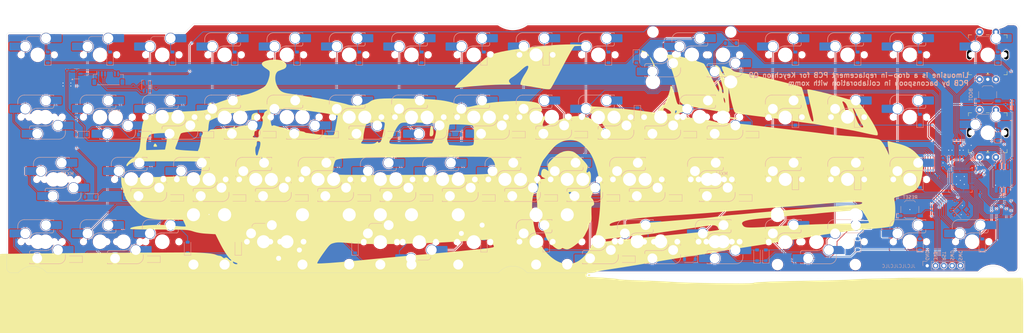
<source format=kicad_pcb>
(kicad_pcb (version 20240108) (generator "pcbnew") (generator_version "8.0")
  (layers (0 "F.Cu" signal) (31 "B.Cu" signal) (34 "B.Paste" user) (35 "F.Paste" user) (36 "B.SilkS" user "B.Silkscreen") (37 "F.SilkS" user "F.Silkscreen") (38 "B.Mask" user) (39 "F.Mask" user) (44 "Edge.Cuts" user))
  (net 0 "")
  (net 1 "Net-(BOOT1-Pad2)")
  (net 2 "GND")
  (net 3 "+5V")
  (net 4 "+3V3")
  (net 5 "+1V1")
  (net 6 "XIN")
  (net 7 "Net-(C12-Pad2)")
  (net 8 "Net-(D1-A)")
  (net 9 "Net-(D2-A)")
  (net 10 "Net-(D3-A)")
  (net 11 "Net-(D4-A)")
  (net 12 "Net-(D5-A)")
  (net 13 "Net-(D6-A)")
  (net 14 "Net-(D7-A)")
  (net 15 "Net-(D8-A)")
  (net 16 "Net-(D9-A)")
  (net 17 "Net-(D10-A)")
  (net 18 "Net-(D11-A)")
  (net 19 "Net-(D12-A)")
  (net 20 "Net-(D13-A)")
  (net 21 "Net-(D14-A)")
  (net 22 "Net-(D15-A)")
  (net 23 "Net-(D16-A)")
  (net 24 "Net-(D17-A)")
  (net 25 "Net-(D18-A)")
  (net 26 "Net-(D19-A)")
  (net 27 "Net-(D20-A)")
  (net 28 "Net-(D21-A)")
  (net 29 "Net-(D22-A)")
  (net 30 "Net-(D23-A)")
  (net 31 "Net-(D24-A)")
  (net 32 "Net-(D25-A)")
  (net 33 "Net-(D26-A)")
  (net 34 "Net-(D27-A)")
  (net 35 "Net-(D28-A)")
  (net 36 "Net-(D29-A)")
  (net 37 "Net-(D30-A)")
  (net 38 "Net-(D31-A)")
  (net 39 "Net-(D32-A)")
  (net 40 "Net-(D33-A)")
  (net 41 "Net-(D35-A)")
  (net 42 "Net-(D36-A)")
  (net 43 "Net-(D37-A)")
  (net 44 "Net-(D38-A)")
  (net 45 "Net-(D39-A)")
  (net 46 "Net-(D40-A)")
  (net 47 "Net-(D41-A)")
  (net 48 "Net-(D42-A)")
  (net 49 "Net-(D43-A)")
  (net 50 "Net-(D44-A)")
  (net 51 "Net-(D45-A)")
  (net 52 "Net-(D46-A)")
  (net 53 "Net-(D47-A)")
  (net 54 "Net-(D48-A)")
  (net 55 "Net-(D49-A)")
  (net 56 "Net-(D50-A)")
  (net 57 "Net-(D52-A)")
  (net 58 "Net-(D54-A)")
  (net 59 "Net-(D55-A)")
  (net 60 "Net-(D56-A)")
  (net 61 "Net-(D57-A)")
  (net 62 "Net-(D58-A)")
  (net 63 "Net-(D59-A)")
  (net 64 "Net-(D61-A)")
  (net 65 "Net-(D62-A)")
  (net 66 "Net-(D63-A)")
  (net 67 "D+")
  (net 68 "D-")
  (net 69 "SWD")
  (net 70 "RESET")
  (net 71 "SWC")
  (net 72 "Net-(R3-Pad2)")
  (net 73 "Q_SEL")
  (net 74 "Net-(U3-USB_DP)")
  (net 75 "Net-(U3-USB_DM)")
  (net 76 "XOUT")
  (net 81 "Q_IO1")
  (net 83 "Q_IO0")
  (net 85 "Q_IO2")
  (net 86 "Q_IO3")
  (net 87 "Q_CLK")
  (net 89 "Net-(D60-A)")
  (net 90 "Row 1")
  (net 91 "Row 2")
  (net 92 "Row 3")
  (net 93 "Row 0")
  (net 94 "Col 1")
  (net 95 "Col 2")
  (net 96 "Col 3")
  (net 97 "Col 4")
  (net 98 "Col 5")
  (net 99 "Col 6")
  (net 100 "Col 7")
  (net 101 "Col 8")
  (net 102 "Col 9")
  (net 103 "Col 10")
  (net 104 "Col 11")
  (net 105 "Col 12")
  (net 106 "Col 13")
  (net 107 "Col 14")
  (net 108 "Col 15")
  (net 109 "Col 0")
  (net 111 "ENC1B")
  (net 112 "ENC1A")
  (net 113 "ENC2B")
  (net 114 "ENC2A")
  (footprint "PCM_marbastlib-various:ROT_Alps_EC11E-Switch" (layer "F.Cu") (at 315.9125 49.2125)
    (property "Reference" "SW2" (hide yes))
    (property "Value" "RotaryEncoder_Switch")
  )
  (footprint "PCM_marbastlib-mx:SW_MX_1u" (layer "F.Cu") (at 158.74988 82.550008)
    (property "Reference" "MXS2" (hide yes))
    (property "Value" "MX_SW_HS")
  )
  (footprint "PCM_marbastlib-mx:STAB_MX_2.25u" (layer "F.Cu") (at 94.456184 82.55 180)
    (property "Reference" "S1" (hide yes))
    (property "Value" "MX_stab")
  )
  (footprint "PCM_marbastlib-mx:STAB_MX_2.75u" (layer "F.Cu") (at 142.081144 82.55 180)
    (property "Reference" "S3" (hide yes))
    (property "Value" "MX_stab")
  )
  (footprint "PCM_marbastlib-mx:STAB_MX_2u" (layer "F.Cu") (at 225.424824 25.399992)
    (property "Reference" "S4" (hide yes))
    (property "Value" "MX_stab")
  )
  (footprint "PCM_marbastlib-mx:STAB_MX_3u" (layer "F.Cu") (at 101.599928 82.550008 180)
    (property "Reference" "S6" (hide yes))
    (property "Value" "MX_stab")
  )
  (footprint "PCM_marbastlib-mx:STAB_MX_2u" (layer "F.Cu") (at 263.524792 82.55 180)
    (property "Reference" "S5" (hide yes))
    (property "Value" "MX_stab")
  )
  (footprint "PCM_marbastlib-mx:SW_MX_1u" (layer "F.Cu") (at 101.599928 82.550008 180)
    (property "Reference" "MXS1" (hide yes))
    (property "Value" "MX_SW_HS")
  )
  (footprint "PCM_marbastlib-mx:STAB_MX_7u" (layer "F.Cu") (at 130.174904 82.55 180)
    (property "Reference" "S2" (hide yes))
    (property "Value" "MX_stab")
  )
  (footprint "PCM_marbastlib-mx:STAB_MX_3u" (layer "F.Cu") (at 158.74988 82.550008 180)
    (property "Reference" "S7" (hide yes))
    (property "Value" "MX_stab")
  )
  (footprint "PCM_marbastlib-various:ROT_Alps_EC11E-Switch" (layer "F.Cu") (at 315.9125 25.4)
    (property "Reference" "SW1" (hide yes))
    (property "Value" "RotaryEncoder_Switch")
  )
  (footprint "Capacitor_SMD:C_0402_1005Metric" (layer "B.Cu") (at 34.329672 29.779361 90)
    (property "Reference" "C2" (hide yes))
    (property "Value" "1u")
  )
  (footprint "PCM_marbastlib-mx:SW_MX_HS_CPG151101S11_1u" (layer "B.Cu") (at 177.8 25.4 180)
    (property "Reference" "MX9" (hide yes))
    (property "Value" "MX_SW_HS")
  )
  (footprint "xomm:D_SOD-123_xomm" (layer "B.Cu") (at 123.731928 26.19375 90)
    (property "Reference" "D6" (hide yes))
    (property "Value" "D_Small")
  )
  (footprint "xomm:D_SOD-123_xomm" (layer "B.Cu") (at 180.89945 83.34375 90)
    (property "Reference" "D56" (hide yes))
    (property "Value" "D_Small")
  )
  (footprint "PCM_marbastlib-mx:SW_MX_HS_CPG151101S11_1.25u" (layer "B.Cu") (at 51.59372 82.550008)
    (property "Reference" "MX51" (hide yes))
    (property "Value" "MX_SW_HS")
  )
  (footprint "PCM_marbastlib-various:SOT-23-6-routable" (layer "B.Cu") (at 58.737464 35.22264 -90)
    (property "Reference" "U2" (hide yes))
    (property "Value" "SRV05-4")
  )
  (footprint "xomm:D_SOD-123_xomm" (layer "B.Cu") (at 220.08688 69.155488 180)
    (property "Reference" "D43" (hide yes))
    (property "Value" "D_Small")
  )
  (footprint "PCM_marbastlib-mx:SW_MX_HS_CPG151101S11_1u" (layer "B.Cu") (at 82.55 44.45 180)
    (property "Reference" "MX20" (hide yes))
    (property "Value" "MX_SW_HS")
  )
  (footprint "PCM_marbastlib-mx:SW_MX_HS_CPG151101S11_1.25u" (layer "B.Cu") (at 232.568584 63.500024)
    (property "Reference" "MX90" (hide yes))
    (property "Value" "MX_SW_HS")
  )
  (footprint "xomm:D_SOD-123_xomm" (layer "B.Cu") (at 28.482008 26.19375 90)
    (property "Reference" "D1" (hide yes))
    (property "Value" "D_Small")
  )
  (footprint "xomm:D_SOD-123_xomm" (layer "B.Cu") (at 66.581976 26.19375 90)
    (property "Reference" "D3" (hide yes))
    (property "Value" "D_Small")
  )
  (footprint "xomm:D_SOD-123_xomm" (layer "B.Cu") (at 38.794512 49.807784 180)
    (property "Reference" "D17" (hide yes))
    (property "Value" "D_Small")
  )
  (footprint "xomm:D_SOD-123_xomm" (layer "B.Cu") (at 208.458432 26.19375 -90)
    (property "Reference" "D11" (hide yes))
    (property "Value" "D_Small")
  )
  (footprint "xomm:D_SOD-123_xomm" (layer "B.Cu") (at 257.081816 64.29375 90)
    (property "Reference" "D45" (hide yes))
    (property "Value" "D_Small")
  )
  (footprint "PCM_marbastlib-mx:SW_MX_HS_CPG151101S11_1u" (layer "B.Cu") (at 44.45 82.55 180)
    (property "Reference" "MX50" (hide yes))
    (property "Value" "MX_SW_HS")
  )
  (footprint "PCM_marbastlib-mx:SW_MX_HS_CPG151101S11_1u" (layer "B.Cu") (at 92.074952 63.500048 180)
    (property "Reference" "MX36" (hide yes))
    (property "Value" "MX_SW_HS")
  )
  (footprint "xomm:D_SOD-123_xomm" (layer "B.Cu") (at 295.181784 83.34375 90)
    (property "Reference" "D62" (hide yes))
    (property "Value" "D_Small")
  )
  (footprint "xomm:D_SOD-123_xomm" (layer "B.Cu") (at 314.231768 83.34375 90)
    (property "Reference" "D63" (hide yes))
    (property "Value" "D_Small")
  )
  (footprint "Capacitor_SMD:C_0402_1005Metric" (layer "B.Cu") (at 40.23342 31.68936 -90)
    (property "Reference" "C1" (hide yes))
    (property "Value" "1u")
  )
  (footprint "PCM_marbastlib-mx:SW_MX_HS_S_CPG151101S11_1u" (layer "B.Cu") (at 315.9125 25.4 180)
    (property "Reference" "MX16" (hide yes))
    (property "Value" "MX_SW_HS")
  )
  (footprint "xomm:D_SOD-123_xomm" (layer "B.Cu") (at 224.531856 49.807784 180)
    (property "Reference" "D27" (hide yes))
    (property "Value" "D_Small")
  )
  (footprint "xomm:D_SOD-123_xomm" (layer "B.Cu") (at 245.367776 86.717192 90)
    (property "Reference" "D59" (hide yes))
    (property "Value" "D_Small")
  )
  (footprint "PCM_marbastlib-mx:SW_MX_HS_CPG151101S11_1u" (layer "B.Cu") (at 101.6 25.4 180)
    (property "Reference" "MX5" (hide yes))
    (property "Value" "MX_SW_HS")
  )
  (footprint "Resistor_SMD:R_0402_1005Metric" (layer "B.Cu") (at 323.310276 40.574184)
    (property "Reference" "R4" (hide yes))
    (property "Value" "5.1k")
  )
  (footprint "PCM_marbastlib-mx:SW_MX_HS_CPG151101S11_1u" (layer "B.Cu") (at 111.124952 63.500048 180)
    (property "Reference" "MX37" (hide yes))
    (property "Value" "MX_SW_HS")
  )
  (footprint "xomm:D_SOD-123_xomm" (layer "B.Cu") (at 241.498248 69.155488 180)
    (property "Reference" "D44" (hide yes))
    (property "Value" "D_Small")
  )
  (footprint "xomm:D_SOD-123_xomm" (layer "B.Cu") (at 134.044432 49.807784 180)
    (property "Reference" "D22" (hide yes))
    (property "Value" "D_Small")
  )
  (footprint "PCM_marbastlib-mx:SW_MX_HS_CPG151101S11_1.25u" (layer "B.Cu") (at 27.78124 82.550008)
    (property "Reference" "MX49" (hide yes))
    (property "Value" "MX_SW_HS")
  )
  (footprint "PCM_marbastlib-mx:SW_MX_HS_CPG151101S11_1u" (layer "B.Cu") (at 77.787464 63.500024)
    (property "Reference" "MX82" (hide yes))
    (property "Value" "MX_SW_HS")
  )
  (footprint "PCM_marbastlib-mx:SW_MX_HS_CPG151101S11_1.5u" (layer "B.Cu") (at 230.187336 63.500024 180)
    (property "Reference" "MX44")
    (property "Value" "MX_SW_HS")
  )
  (footprint "PCM_marbastlib-mx:SW_MX_HS_CPG151101S11_1u" (layer "B.Cu") (at 273.05 44.45 180)
    (property "Reference" "MX30" (hide yes))
    (property "Value" "MX_SW_HS")
  )
  (footprint "Resistor_SMD:R_0402_1005Metric" (layer "B.Cu") (at 305.748572 51.885112 -90)
    (property "Reference" "R8" (hide yes))
    (property "Value" "27")
  )
  (footprint "xomm:D_SOD-123_xomm" (layer "B.Cu") (at 257.081816 26.19375 90)
    (property "Reference" "D13" (hide yes))
    (property "Value" "D_Small")
  )
  (footprint "PCM_marbastlib-mx:SW_MX_HS_CPG151101S11_1u" (layer "B.Cu") (at 63.5 82.55 180)
    (property "Reference" "MX52" (hide yes))
    (property "Value" "MX_SW_HS")
  )
  (footprint "xomm:D_SOD-123_xomm" (layer "B.Cu") (at 295.181784 26.19375 90)
    (property "Reference" "D15" (hide yes))
    (property "Value" "D_Small")
  )
  (footprint "Capacitor_SMD:C_0402_1005Metric" (layer "B.Cu") (at 309.6181 74.506968 45)
    (property "Reference" "C10" (hide yes))
    (property "Value" "22p")
  )
  (footprint "PCM_marbastlib-mx:SW_MX_HS_S_CPG151101S11_1u" (layer "B.Cu") (at 130.174904 82.55 180)
    (property "Reference" "MX54" (hide yes))
    (property "Value" "MX_SW_HS")
  )
  (footprint "xomm:D_SOD-123_xomm" (layer "B.Cu") (at 295.181784 45.24375 90)
    (property "Reference" "D31" (hide yes))
    (property "Value" "D_Small")
  )
  (footprint "PCM_marbastlib-mx:SW_MX_HS_CPG151101S11_1u" (layer "B.Cu") (at 96.837448 63.500024)
    (property "Reference" "MX83" (hide yes))
    (property "Value" "MX_SW_HS")
  )
  (footprint "PCM_marbastlib-mx:SW_MX_HS_CPG151101S11_1u" (layer "B.Cu") (at 125.412408 44.45)
    (property "Reference" "MX74" (hide yes))
    (property "Value" "MX_SW_HS")
  )
  (footprint "xomm:D_SOD-123_xomm" (layer "B.Cu") (at 181.986912 69.155488 180)
    (property "Reference" "D41" (hide yes))
    (property "Value" "D_Small")
  )
  (footprint "PCM_marbastlib-mx:SW_MX_HS_CPG151101S11_1u" (layer "B.Cu") (at 292.1 63.5 180)
    (property "Reference" "MX47" (hide yes))
    (property "Value" "MX_SW_HS")
  )
  (footprint "Resistor_SMD:R_0402_1005Metric" (layer "B.Cu") (at 306.939196 51.885112 -90)
    (property "Reference" "R7" (hide yes))
    (property "Value" "27")
  )
  (footprint "xomm:D_SOD-123_xomm" (layer "B.Cu") (at 248.04668 86.717192 90)
    (property "Reference" "D60" (hide yes))
    (property "Value" "D_Small")
  )
  (footprint "Capacitor_SMD:C_0402_1005Metric" (layer "B.Cu") (at 312.59466 60.070652)
    (property "Reference" "C7" (hide yes))
    (property "Value" "100n")
  )
  (footprint "PCM_marbastlib-mx:SW_MX_HS_CPG151101S11_1u" (layer "B.Cu") (at 106.362424 44.45)
    (property "Reference" "MX73" (hide yes))
    (property "Value" "MX_SW_HS")
  )
  (footprint "xomm:D_SOD-123_xomm" (layer "B.Cu") (at 257.081816 45.24375 90)
    (property "Reference" "D29" (hide yes))
    (property "Value" "D_Small")
  )
  (footprint "PCM_marbastlib-mx:SW_MX_HS_S_CPG151101S11_1u" (layer "B.Cu") (at 25.4 25.4 180)
    (property "Reference" "MX1" (hide yes))
    (property "Value" "MX_SW_HS")
  )
  (footprint "xomm:D_SOD-123_xomm" (layer "B.Cu") (at 76.89448 49.807784 180)
    (property "Reference" "D19" (hide yes))
    (property "Value" "D_Small")
  )
  (footprint "PCM_marbastlib-mx:SW_MX_HS_CPG151101S11_1u" (layer "B.Cu") (at 311.15 82.55 180)
    (property "Reference" "MX66" (hide yes))
    (property "Value" "MX_SW_HS")
  )
  (footprint "xomm:D_SOD-123_xomm" (layer "B.Cu") (at 276.1318 45.24375 90)
    (property "Reference" "D30" (hide yes))
    (property "Value" "D_Small")
  )
  (footprint "Capacitor_SMD:C_0402_1005Metric" (layer "B.Cu") (at 313.636456 67.809708 -90)
    (property "Reference" "C8" (hide yes))
    (property "Value" "100n")
  )
  (footprint "PCM_marbastlib-mx:SW_MX_HS_S_CPG151101S11_1u" (layer "B.Cu") (at 142.081144 82.55)
    (property "Reference" "MX55" (hide yes))
    (property "Value" "MX_SW_HS")
  )
  (footprint "xomm:D_SOD-123_xomm" (layer "B.Cu") (at 237.331064 21.82812 180)
    (property "Reference" "D12" (hide yes))
    (property "Value" "D_Small")
  )
  (footprint "PCM_marbastlib-mx:SW_MX_HS_CPG151101S11_1u" (layer "B.Cu") (at 115.887432 63.500024)
    (property "Reference" "MX84" (hide yes))
    (property "Value" "MX_SW_HS")
  )
  (footprint "Capacitor_SMD:C_0402_1005Metric" (layer "B.Cu") (at 305.004432 56.201124 90)
    (property "Reference" "C3" (hide yes))
    (property "Value" "1u")
  )
  (footprint "xomm:D_SOD-123_xomm" (layer "B.Cu") (at 142.781912 26.19375 90)
    (property "Reference" "D7" (hide yes))
    (property "Value" "D_Small")
  )
  (footprint "PCM_marbastlib-mx:SW_MX_HS_CPG151101S11_1u" (layer "B.Cu") (at 234.95 44.45)
    (property "Reference" "MX28" (hide yes))
    (property "Value" "MX_SW_HS")
  )
  (footprint "xomm:D_SOD-123_xomm" (layer "B.Cu") (at 161.84933 83.34375 90)
    (property "Reference" "D55" (hide yes))
    (property "Value" "D_Small")
  )
  (footprint "PCM_marbastlib-mx:SW_MX_HS_CPG151101S11_1u" (layer "B.Cu") (at 263.524792 82.55)
    (property "Reference" "MX63" (hide yes))
    (property "Value" "MX_SW_HS")
  )
  (footprint "PCM_marbastlib-mx:SW_MX_HS_CPG151101S11_1u" (layer "B.Cu") (at 68.262456 44.45)
    (property "Reference" "MX71" (hide yes))
    (property "Value" "MX_SW_HS")
  )
  (footprint "xomm:D_SOD-123_xomm" (layer "B.Cu") (at 124.83696 69.155488 180)
    (property "Reference" "D38" (hide yes))
    (property "Value" "D_Small")
  )
  (footprint "PCM_marbastlib-mx:SW_MX_HS_CPG151101S11_1u" (layer "B.Cu") (at 44.45 44.45 180)
    (property "Reference" "MX70")
    (property "Value" "MX_SW_HS")
  )
  (footprint "xomm:D_SOD-123_xomm" (layer "B.Cu") (at 153.094416 49.807784 180)
    (property "Reference" "D23" (hide yes))
    (property "Value" "D_Small")
  )
  (footprint "Resistor_SMD:R_0402_1005Metric" (layer "B.Cu") (at 323.310276 39.532388)
    (property "Reference" "R6" (hide yes))
    (property "Value" "1k")
  )
  (footprint "PCM_marbastlib-mx:SW_MX_HS_CPG151101S11_1.75u" (layer "B.Cu") (at 32.543752 63.500024)
    (property "Reference" "MX80" (hide yes))
    (property "Value" "MX_SW_HS")
  )
  (footprint "PCM_marbastlib-mx:SW_MX_HS_CPG151101S11_1u" (layer "B.Cu") (at 63.5 44.45 180)
    (property "Reference" "MX19" (hide yes))
    (property "Value" "MX_SW_HS")
  )
  (footprint "Button_Switch_SMD:SW_SPST_TL3342" (layer "B.Cu") (at 292.1 72.721032 180)
    (property "Reference" "RST1" (hide yes))
    (property "Value" "SW_Push")
  )
  (footprint "Package_DFN_QFN:QFN-56-1EP_7x7mm_P0.4mm_EP3.2x3.2mm" (layer "B.Cu") (at 307.534508 63.791352 180)
    (property "Reference" "U3" (hide yes))
    (property "Value" "RP2040")
  )
  (footprint "xomm:D_SOD-123_xomm" (layer "B.Cu") (at 114.994448 49.807784 180)
    (property "Reference" "D21" (hide yes))
    (property "Value" "D_Small")
  )
  (footprint "xomm:D_SOD-123_xomm" (layer "B.Cu") (at 60.5234 87.907816 180)
    (property "Reference" "D49" (hide yes))
    (property "Value" "D_Small")
  )
  (footprint "Package_TO_SOT_SMD:SOT-23-3" (layer "B.Cu") (at 37.306232 31.20936)
    (property "Reference" "U1" (hide yes))
    (property "Value" "XC6206PxxxMR")
  )
  (footprint "PCM_marbastlib-mx:SW_MX_HS_CPG151101S11_1.25u" (layer "B.Cu") (at 27.78124 44.45)
    (property "Reference" "MX69" (hide yes))
    (property "Value" "MX_SW_HS")
  )
  (footprint "PCM_marbastlib-mx:SW_MX_HS_CPG151101S11_1u" (layer "B.Cu") (at 73.024968 63.500048 180)
    (property "Reference" "MX35" (hide yes))
    (property "Value" "MX_SW_HS")
  )
  (footprint "xomm:D_SOD-123_xomm" (layer "B.Cu") (at 86.717128 84.335944 90)
    (property "Reference" "D52" (hide yes))
    (property "Value" "D_Small")
  )
  (footprint "PCM_marbastlib-mx:SW_MX_HS_CPG151101S11_1u" (layer "B.Cu") (at 292.1 44.45 180)
    (property "Reference" "MX31" (hide yes))
    (property "Value" "MX_SW_HS")
  )
  (footprint "xomm:D_SOD-123_xomm" (layer "B.Cu") (at 85.63196 26.19375 90)
    (property "Reference" "D4" (hide yes))
    (property "Value" "D_Small")
  )
  (footprint "PCM_marbastlib-mx:SW_MX_HS_CPG151101S11_1u" (layer "B.Cu") (at 196.85 25.4 180)
    (property "Reference" "MX10" (hide yes))
    (property "Value" "MX_SW_HS")
  )
  (footprint "xomm:D_SOD-123_xomm" (layer "B.Cu") (at 71.239016 84.335944 90)
    (property "Reference" "D50" (hide yes))
    (property "Value" "D_Small")
  )
  (footprint "PCM_marbastlib-mx:SW_MX_HS_CPG151101S11_1u" (layer "B.Cu") (at 234.95 25.4)
    (property "Reference" "MX12" (hide yes))
    (property "Value" "MX_SW_HS")
  )
  (footprint "PCM_marbastlib-mx:SW_MX_HS_CPG151101S11_1u" (layer "B.Cu") (at 182.56236 44.45)
    (property "Reference" "MX77" (hide yes))
    (property "Value" "MX_SW_HS")
  )
  (footprint "PCM_marbastlib-mx:SW_MX_HS_CPG151101S11_1u" (layer "B.Cu") (at 139.7 44.45 180)
    (property "Reference" "MX23" (hide yes))
    (property "Value" "MX_SW_HS")
  )
  (footprint "PCM_marbastlib-mx:SW_MX_HS_CPG151101S11_1u" (layer "B.Cu") (at 25.4 44.45 180)
    (property "Reference" "MX17" (hide yes))
    (property "Value" "MX_SW_HS")
  )
  (footprint "Connector_JST:JST_SH_BM07B-SRSS-TB_1x07-1MP_P1.00mm_Vertical" (layer "B.Cu") (at 46.996064 32.53436)
    (property "Reference" "J1" (hide yes))
    (property "Value" "Conn_01x07")
  )
  (footprint "PCM_marbastlib-mx:SW_MX_HS_CPG151101S11_1u" (layer "B.Cu") (at 158.75 44.45 180)
    (property "Reference" "MX24" (hide yes))
    (property "Value" "MX_SW_HS")
  )
  (footprint "xomm:D_SOD-123_xomm" (layer "B.Cu") (at 67.687008 69.155488 180)
    (property "Reference" "D35" (hide yes))
    (property "Value" "D_Small")
  )
  (footprint "PCM_marbastlib-mx:SW_MX_HS_CPG151101S11_1u" (layer "B.Cu") (at 144.462392 44.45)
    (property "Reference" "MX75" (hide yes))
    (property "Value" "MX_SW_HS")
  )
  (footprint "PCM_marbastlib-mx:SW_MX_HS_S_CPG151101S11_1u" (layer "B.Cu") (at 94.456184 82.55 180)
    (property "Reference" "MX53" (hide yes))
    (property "Value" "MX_SW_HS")
  )
  (footprint "Capacitor_SMD:C_0402_1005Metric" (layer "B.Cu") (at 306.733526 70.235467 -135)
    (property "Reference" "C13" (hide yes))
    (property "Value" "100n")
  )
  (footprint "PCM_marbastlib-mx:SW_MX_HS_CPG151101S11_1u" (layer "B.Cu") (at 58.73748 63.500024)
    (property "Reference" "MX81" (hide yes))
    (property "Value" "MX_SW_HS")
  )
  (footprint "PCM_marbastlib-mx:SW_MX_HS_CPG151101S11_1u" (layer "B.Cu") (at 134.937416 63.500024)
    (property "Reference" "MX85" (hide yes))
    (property "Value" "MX_SW_HS")
  )
  (footprint "xomm:D_SOD-123_xomm" (layer "B.Cu") (at 318.994264 50.00625 90)
    (property "Reference" "D32" (hide yes))
    (property "Value" "D_Small")
  )
  (footprint "PCM_marbastlib-mx:SW_MX_HS_CPG151101S11_1u" (layer "B.Cu") (at 215.9 44.45)
    (property "Reference" "MX27" (hide yes))
    (property "Value" "MX_SW_HS")
  )
  (footprint "PCM_marbastlib-mx:SW_MX_HS_CPG151101S11_1u" (layer "B.Cu") (at 196.85 44.45 180)
    (property "Reference" "MX26" (hide yes))
    (property "Value" "MX_SW_HS")
  )
  (footprint "xomm:D_SOD-123_xomm" (layer "B.Cu") (at 36.71092 87.907816 180)
    (property "Reference" "D48" (hide yes))
    (property "Value" "D_Small")
  )
  (footprint "xomm:D_SOD-123_xomm" (layer "B.Cu") (at 208.756088 43.259352 -90)
    (property "Reference" "D26" (hide yes))
    (property "Value" "D_Small")
  )
  (footprint "PCM_marbastlib-mx:SW_MX_HS_CPG151101S11_1u" (layer "B.Cu") (at 254 25.4 180)
    (property "Reference" "MX13" (hide yes))
    (property "Value" "MX_SW_HS")
  )
  (footprint "Capacitor_SMD:C_0603_1608Metric" (layer "B.Cu") (at 302.220072 56.201124 90)
    (property "Reference" "C5" (hide yes))
    (property "Value" "10u")
  )
  (footprint "xomm:D_SOD-123_xomm" (layer "B.Cu") (at 143.886944 69.155488 180)
    (property "Reference" "D39" (hide yes))
    (property "Value" "D_Small")
  )
  (footprint "Crystal:Crystal_SMD_3225-4Pin_3.2x2.5mm" (layer "B.Cu") (at 307.980992 72.86986 45)
    (property "Reference" "Y1" (hide yes))
    (property "Value" "Crystal_GND24")
  )
  (footprint "Capacitor_SMD:C_0402_1005Metric" (layer "B.Cu") (at 308.427476 56.201124 90)
    (property "Reference" "C16" (hide yes))
    (property "Value" "100n")
  )
  (footprint "PCM_marbastlib-mx:SW_MX_HS_CPG151101S11_1u" (layer "B.Cu") (at 254 82.55 180)
    (property "Reference" "MX62" (hide yes))
    (property "Value" "MX_SW_HS")
  )
  (footprint "PCM_marbastlib-mx:SW_MX_HS_CPG151101S11_1u" (layer "B.Cu") (at 201.612344 44.45)
    (property "Reference" "MX78" (hide yes))
    (property "Value" "MX_SW_HS")
  )
  (footprint "PCM_marbastlib-mx:SW_MX_HS_CPG151101S11_1u" (layer "B.Cu") (at 82.55 25.4 180)
    (property "Reference" "MX4" (hide yes))
    (property "Value" "MX_SW_HS")
  )
  (footprint "PCM_marbastlib-mx:SW_MX_HS_CPG151101S11_1u" (layer "B.Cu") (at 234.95 82.55)
    (property "Reference" "MX61" (hide yes))
    (property "Value" "MX_SW_HS")
  )
  (footprint "xomm:D_SOD-123_xomm" (layer "B.Cu") (at 180.88188 26.19375 90)
    (property "Reference" "D9" (hide yes))
    (property "Value" "D_Small")
  )
  (footprint "PCM_marbastlib-mx:SW_MX_HS_CPG151101S11_1u" (layer "B.Cu") (at 187.324952 63.500048 180)
    (property "Reference" "MX41" (hide yes))
    (property "Value" "MX_SW_HS")
  )
  (footprint "PCM_marbastlib-mx:SW_MX_HS_CPG151101S11_1u" (layer "B.Cu") (at 292.1 25.4 180)
    (property "Reference" "MX15" (hide yes))
    (property "Value" "MX_SW_HS")
  )
  (footprint "Capacitor_SMD:C_0402_1005Metric" (layer "B.Cu") (at 322.119652 57.540576 90)
    (property "Reference" "C11" (hide yes))
    (property "Value" "1u")
  )
  (footprint "PCM_marbastlib-mx:SW_MX_HS_CPG151101S11_1u" (layer "B.Cu") (at 177.8 82.55 180)
    (property "Reference" "MX56" (hide yes))
    (property "Value" "MX_SW_HS")
  )
  (footprint "xomm:D_SOD-123_xomm" (layer "B.Cu") (at 224.829512 87.907816 180)
    (property "Reference" "D58" (hide yes))
    (property "Value" "D_Small")
  )
  (footprint "PCM_marbastlib-mx:SW_MX_HS_CPG151101S11_1u" (layer "B.Cu") (at 149.224952 63.500048 180)
    (property "Reference" "MX39" (hide yes))
    (property "Value" "MX_SW_HS")
  )
  (footprint "PCM_marbastlib-mx:SW_MX_HS_CPG151101S11_1u" (layer "B.Cu") (at 225.424824 25.399992 180)
    (property "Reference" "MX68" (hide yes))
    (property "Value" "MX_SW_HS")
  )
  (footprint "xomm:D_SOD-123_xomm" (layer "B.Cu") (at 105.786976 69.155488 180)
    (property "Reference" "D37" (hide yes))
    (property "Value" "D_Small")
  )
  (footprint "xomm:D_SOD-123_xomm" (layer "B.Cu") (at 162.936928 69.155488 180)
    (property "Reference" "D40" (hide yes))
    (property "Value" "D_Small")
  )
  (footprint "PCM_marbastlib-mx:SW_MX_HS_CPG151101S11_1u" (layer "B.Cu") (at 273.05 25.4 180)
    (property "Reference" "MX14" (hide yes))
    (property "Value" "MX_SW_HS")
  )
  (footprint "Resistor_SMD:R_0402_1005Metric" (layer "B.Cu") (at 321.375512 40.574184)
    (property "Reference" "R3" (hide yes))
    (property "Value" "5.1k")
  )
  (footprint "PCM_marbastlib-mx:SW_MX_HS_CPG151101S11_1u" (layer "B.Cu") (at 192.087368 63.500024)
    (property "Reference" "MX88" (hide yes))
    (property "Value" "MX_SW_HS")
  )
  (footprint "PCM_marbastlib-mx:SW_MX_HS_CPG151101S11_1u" (layer "B.Cu") (at 168.274952 63.500048 180)
    (property "Reference" "MX40" (hide yes))
    (property "Value" "MX_SW_HS")
  )
  (footprint "PCM_marbastlib-mx:SW_MX_HS_CPG151101S11_1u" (layer "B.Cu") (at 215.9 25.4)
    (property "Reference" "MX11" (hide yes))
    (property "Value" "MX_SW_HS")
  )
  (footprint "PCM_marbastlib-mx:SW_MX_HS_CPG151101S11_1u" (layer "B.Cu") (at 211.137352 63.500024)
    (property "Reference" "MX89" (hide yes))
    (property "Value" "MX_SW_HS")
  )
  (footprint "Package_SO:SOIC-8_5.23x5.23mm_P1.27mm" (layer "B.Cu") (at 320.184888 63.19604 90)
    (property "Reference" "U4" (hide yes))
    (property "Value" "W25Q128JVS")
  )
  (footprint "PCM_marbastlib-mx:SW_MX_HS_CPG151101S11_1u" (layer "B.Cu") (at 25.4 82.55 180)
    (property "Reference" "MX48" (hide yes))
    (property "Value" "MX_SW_HS")
  )
  (footprint "xomm:D_SOD-123_xomm" (layer "B.Cu") (at 201.017032 69.155488 180)
    (property "Reference" "D42" (hide yes))
    (property "Value" "D_Small")
  )
  (footprint "xomm:D_SOD-123_xomm" (layer "B.Cu") (at 276.1318 26.19375 90)
    (property "Reference" "D14" (hide yes))
    (property "Value" "D_Small")
  )
  (footprint "PCM_marbastlib-mx:SW_MX_HS_CPG151101S11_1u" (layer "B.Cu") (at 101.6 44.45 180)
    (property "Reference" "MX21" (hide yes))
    (property "Value" "MX_SW_HS")
  )
  (footprint "PCM_marbastlib-mx:SW_MX_HS_CPG151101S11_1u" (layer "B.Cu") (at 215.9 82.55)
    (property "Reference" "MX59" (hide yes))
    (property "Value" "MX_SW_HS")
  )
  (footprint "PCM_marbastlib-mx:SW_MX_HS_CPG151101S11_1u" (layer "B.Cu") (at 177.8 44.45 180)
    (property "Reference" "MX25" (hide yes))
    (property "Value" "MX_SW_HS")
  )
  (footprint "xomm:D_SOD-123_xomm" (layer "B.Cu") (at 243.58184 49.807784 180)
    (property "Reference" "D28" (hide yes))
    (property "Value" "D_Small")
  )
  (footprint "xomm:D_SOD-123_xomm" (layer "B.Cu") (at 199.931864 26.19375 90)
    (property "Reference" "D10" (hide yes))
    (property "Value" "D_Small")
  )
  (footprint "PCM_marbastlib-mx:SW_MX_HS_S_CPG151101S11_1u" (layer "B.Cu") (at 315.9125 49.2125 180)
    (property "Reference" "MX32" (hide yes))
    (property "Value" "MX_SW_HS")
  )
  (footprint "Capacitor_SMD:C_0402_1005Metric" (layer "B.Cu") (at 306.046228 74.655796 135)
    (property "Reference" "C12" (hide yes))
    (property "Value" "22p")
  )
  (footprint "PCM_marbastlib-mx:SW_MX_HS_CPG151101S11_1u" (layer "B.Cu") (at 153.9874 63.500024)
    (property "Reference" "MX86" (hide yes))
    (property "Value" "MX_SW_HS")
  )
  (footprint "xomm:D_SOD-123_xomm" (layer "B.Cu") (at 57.844496 49.807784 180)
    (property "Reference" "D18" (hide yes))
    (property "Value" "D_Small")
  )
  (footprint "PCM_marbastlib-mx:SW_MX_HS_CPG151101S11_1u" (layer "B.Cu") (at 120.65 44.45 180)
    (property "Reference" "MX22" (hide yes))
    (property "Value" "MX_SW_HS")
  )
  (footprint "xomm:D_SOD-123_xomm" (layer "B.Cu") (at 122.435848 84.335944 90)
    (property "Reference" "D54" (hide yes))
    (property "Value" "D_Small")
  )
  (footprint "xomm:D_SOD-123_xomm" (layer "B.Cu") (at 318.994264 26.19375 90)
    (property "Reference" "D16" (hide yes))
    (property "Value" "D_Small")
  )
  (footprint "PCM_marbastlib-mx:SW_MX_HS_CPG151101S11_1u" (layer "B.Cu") (at 273.05 63.5 180)
    (property "Reference" "MX46" (hide yes))
    (property "Value" "MX_SW_HS")
  )
  (footprint "xomm:D_SOD-123_xomm" (layer "B.Cu") (at 86.717128 69.155488 180)
    (property "Reference" "D36" (hide yes))
    (property "Value" "D_Small")
  )
  (footprint "PCM_marbastlib-mx:SW_MX_HS_CPG151101S11_1u" (layer "B.Cu") (at 87.31244 44.45)
    (property "Reference" "MX72" (hide yes))
    (property "Value" "MX_SW_HS")
  )
  (footprint "xomm:D_SOD-123_xomm" (layer "B.Cu") (at 41.49328 68.857808 180)
    (property "Reference" "D33" (hide yes))
    (property "Value" "D_Small")
  )
  (footprint "xomm:D_SOD-123_xomm" (layer "B.Cu") (at 276.1318 83.34375 90)
    (property "Reference" "D61" (hide yes))
    (property "Value" "D_Small")
  )
  (footprint "Button_Switch_SMD:SW_SPST_TL3342" (layer "B.Cu") (at 315.868876 37.597624 180)
    (property "Reference" "BOOT1" (hide yes))
    (property "Value" "SW_Push")
  )
  (footprint "Capacitor_SMD:C_0402_1005Metric" (layer "B.Cu") (at 305.541323 70.118248 -135)
    (property "Reference" "C4" (hide yes))
    (property "Value" "100n")
  )
  (footprint "PCM_marbastlib-mx:SW_MX_HS_CPG151101S11_1u" (layer "B.Cu") (at 254 44.45 180)
    (property "Reference" "MX29" (hide yes))
    (property "Value" "MX_SW_HS")
  )
  (footprint "PCM_marbastlib-mx:SW_MX_HS_CPG151101S11_1u" (layer "B.Cu") (at 206.374952 63.500048 180)
    (property "Reference" "MX42" (hide yes))
    (property "Value" "MX_SW_HS")
  )
  (footprint "PCM_marbastlib-mx:SW_MX_HS_CPG151101S11_1.5u" (layer "B.Cu") (at 30.182352 63.500024 180)
    (property "Reference" "MX33")
    (property "Value" "MX_SW_HS")
  )
  (footprint "xomm:D_SOD-123_xomm" (layer "B.Cu") (at 47.531992 26.19375 90)
    (property "Reference" "D2" (hide yes))
    (property "Value" "D_Small")
  )
  (footprint "PCM_marbastlib-mx:SW_MX_HS_CPG151101S11_1u" (layer "B.Cu") (at 53.974968 63.500048 180)
    (property "Reference" "MX34" (hide yes))
    (property "Value" "MX_SW_HS")
  )
  (footprint "Capacitor_SMD:C_0402_1005Metric" (layer "B.Cu") (at 303.962636 56.201124 90)
    (property "Reference" "C14" (hide yes))
    (property "Value" "100n")
  )
  (footprint "xomm:D_SOD-123_xomm" (layer "B.Cu") (at 276.1318 64.29375 90)
    (property "Reference" "D46" (hide yes))
    (property "Value" "D_Small")
  )
  (footprint "xomm:D_SOD-123_xomm" (layer "B.Cu") (at 191.194384 49.807784 180)
    (property "Reference" "D25" (hide yes))
    (property "Value" "D_Small")
  )
  (footprint "PCM_marbastlib-mx:SW_MX_HS_CPG151101S11_1u" (layer "B.Cu") (at 173.037384 63.500024)
    (property "Reference" "MX87" (hide yes))
    (property "Value" "MX_SW_HS")
  )
  (footprint "xomm:D_SOD-123_xomm" (layer "B.Cu") (at 295.181784 64.29375 90)
    (property "Reference" "D47" (hide yes))
    (property "Value" "D_Small")
  )
  (footprint "Connector_PinHeader_2.54mm:PinHeader_1x05_P2.54mm_Vertical" (layer "B.Cu") (at 297.40428 89.892112 -90)
    (property "Reference" "J3" (hide yes))
    (property "Value" "Conn_01x05")
  )
  (footprint "PCM_marbastlib-mx:SW_MX_HS_CPG151101S11_1u" (layer "B.Cu") (at 254 63.5 180)
    (property "Reference" "MX45" (hide yes))
    (property "Value" "MX_SW_HS")
  )
  (footprint "xomm:D_SOD-123_xomm" (layer "B.Cu") (at 205.779528 87.907816 180)
    (property "Reference" "D57" (hide yes))
    (property "Value" "D_Small")
  )
  (footprint "Resistor_SMD:R_0402_1005Metric" (layer "B.Cu") (at 298.753656 72.464384 -90)
    (property "Reference" "R5" (hide yes))
    (property "Value" "5.1k")
  )
  (footprint "PCM_marbastlib-mx:SW_MX_HS_CPG151101S11_1u" (layer "B.Cu") (at 292.1 82.55 180)
    (property "Reference" "MX65" (hide yes))
    (property "Value" "MX_SW_HS")
  )
  (footprint "PCM_marbastlib-mx:SW_MX_HS_CPG151101S11_1u" (layer "B.Cu") (at 49.212472 44.45004)
    (property "Reference" "MX18" (hide yes))
    (property "Value" "MX_SW_HS")
  )
  (footprint "PCM_marbastlib-mx:SW_MX_HS_CPG151101S11_1u" (layer "B.Cu") (at 273.05 82.55 180)
    (property "Reference" "MX64" (hide yes))
    (property "Value" "MX_SW_HS")
  )
  (footprint "xomm:D_SOD-123_xomm" (layer "B.Cu") (at 161.831896 26.19375 90)
    (property "Reference" "D8" (hide yes))
    (property "Value" "D_Small")
  )
  (footprint "Capacitor_SMD:C_0402_1005Metric" (layer "B.Cu") (at 300.837248 62.749556 135)
    (property "Reference" "C9" (hide yes))
    (property "Value" "100n")
  )
  (footprint "Capacitor_SMD:C_0402_1005Metric" (layer "B.Cu") (at 307.38568 56.201124 90)
    (property "Reference" "C15" (hide yes))
    (property "Value" "100n")
  )
  (footprint "xomm:D_SOD-123_xomm" (layer "B.Cu") (at 172.1444 49.807784 180)
    (property "Reference" "D24" (hide yes))
    (property "Value" "D_Small")
  )
  (footprint "PCM_marbastlib-mx:SW_MX_HS_CPG151101S11_1u" (layer "B.Cu") (at 163.512376 44.45)
    (property "Reference" "MX76" (hide yes))
    (property "Value" "MX_SW_HS")
  )
  (footprint "Capacitor_SMD:C_0402_1005Metric" (layer "B.Cu") (at 302.220072 59.630432 90)
    (property "Reference" "C6" (hide yes))
    (property "Value" "1u")
  )
  (footprint "PCM_marbastlib-mx:SW_MX_HS_S_CPG151101S11_1u" (layer "B.Cu") (at 44.45 25.4 180)
    (property "Reference" "MX2" (hide yes))
    (property "Value" "MX_SW_HS")
  )
  (footprint "PCM_marbastlib-mx:SW_MX_HS_CPG151101S11_1u" (layer "B.Cu") (at 196.85 82.55)
    (property "Reference" "MX57" (hide yes))
    (property "Value" "MX_SW_HS")
  )
  (footprint "PCM_marbastlib-mx:SW_MX_HS_CPG151101S11_1u" (layer "B.Cu") (at 120.65 25.4 180)
    (property "Reference" "MX6" (hide yes))
    (property "Value" "MX_SW_HS")
  )
  (footprint "xomm:D_SOD-123_xomm" (layer "B.Cu") (at 95.944464 49.807784 180)
    (property "Reference" "D20" (hide yes))
    (property "Value" "D_Small")
  )
  (footprint "PCM_marbastlib-mx:SW_MX_HS_CPG151101S11_1u" (layer "B.Cu") (at 158.75 25.4 180)
    (property "Reference" "MX8" (hide yes))
    (property "Value" "MX_SW_HS")
  )
  (footprint "PCM_marbastlib-mx:SW_MX_HS_CPG151101S11_1u" (layer "B.Cu") (at 130.174952 63.500048 180)
    (property "Reference" "MX38" (hide yes))
    (property "Value" "MX_SW_HS")
  )
  (footprint "PCM_marbastlib-mx:SW_MX_HS_CPG151101S11_1.25u" (layer "B.Cu") (at 232.568568 82.550008 180)
    (property "Reference" "MX60" (hide yes))
    (property "Value" "MX_SW_HS")
  )
  (footprint "Resistor_SMD:R_0402_1005Metric" (layer "B.Cu") (at 305.004432 72.721032 45)
    (property "Reference" "R9" (hide yes))
    (property "Value" "1k")
  )
  (footprint "PCM_marbastlib-mx:SW_MX_HS_CPG151101S11_1.75u" (layer "B.Cu") (at 227.806072 44.45 180)
    (property "Reference" "MX79" (hide yes))
    (property "Value" "MX_SW_HS")
  )
  (footprint "PCM_marbastlib-mx:SW_MX_HS_CPG151101S11_1u" (layer "B.Cu") (at 139.7 25.4 180)
    (property "Reference" "MX7" (hide yes))
    (property "Value" "MX_SW_HS")
  )
  (footprint "PCM_marbastlib-mx:SW_MX_HS_S_CPG151101S11_1u" (layer "B.Cu") (at 63.5 25.4 180)
    (property "Reference" "MX3" (hide yes))
    (property "Value" "MX_SW_HS")
  )
  (footprint "xomm:D_SOD-123_xomm" (layer "B.Cu") (at 104.681944 26.19375 90)
    (property "Reference" "D5" (hide yes))
    (property "Value" "D_Small")
  )
  (footprint "PCM_marbastlib-mx:SW_MX_HS_CPG151101S11_1.25u" (layer "B.Cu") (at 208.756088 82.550008 180)
    (property "Reference" "MX58" (hide yes))
    (property "Value" "MX_SW_HS")
  )
  (gr_poly (pts (xy 51.720801 60.203189) (xy 51.725194 60.206445) (xy 51.729831 60.211871) (xy 51.734725 60.219467) (xy 51.745342 60.241171) (xy 51.757152 60.271556) (xy 51.770265 60.310623) (xy 51.784788 60.358372) (xy 51.80083 60.414801) (xy 51.8185 60.479913) (xy 51.826325 60.527602) (xy 51.831328 60.577824) (xy 51.833583 60.630215) (xy 51.833161 60.684415) (xy 51.830134 60.740062) (xy 51.824575 60.796794) (xy 51.816557 60.85425) (xy 51.806151 60.912067) (xy 51.79343 60.969884) (xy 51.778466 61.02734) (xy 51.761332 61.084072) (xy 51.7421 61.139719) (xy 51.720842 61.193919) (xy 51.69763 61.24631) (xy 51.672538 61.296532) (xy 51.645636 61.344221) (xy 51.556216 61.481975) (xy 51.490525 61.580371) (xy 51.466036 61.61481) (xy 51.446828 61.639409) (xy 51.432684 61.654168) (xy 51.427444 61.657858) (xy 51.423388 61.659088) (xy 51.420489 61.657858) (xy 51.418721 61.654168) (xy 51.418057 61.648019) (xy 51.418468 61.639409) (xy 51.422412 61.61481) (xy 51.430334 61.580371) (xy 51.457247 61.481975) (xy 51.497473 61.344221) (xy 51.526171 61.245298) (xy 51.555737 61.136248) (xy 51.584725 61.020831) (xy 51.611686 60.90281) (xy 51.635175 60.785947) (xy 51.653745 60.674002) (xy 51.660732 60.621049) (xy 51.665948 60.570737) (xy 51.669209 60.523534) (xy 51.670337 60.479913) (xy 51.674985 60.414801) (xy 51.679742 60.358372) (xy 51.684716 60.310623) (xy 51.690015 60.271556) (xy 51.695749 60.241171) (xy 51.698812 60.229234) (xy 51.702025 60.219467) (xy 51.7054 60.211871) (xy 51.708952 60.206445) (xy 51.712694 60.203189) (xy 51.716639 60.202104)) (stroke (width -0.000001)) (fill solid) (layer "F.SilkS"))
  (gr_poly (pts (xy 145.911787 47.095565) (xy 145.936592 47.10156) (xy 145.960909 47.112276) (xy 145.984733 47.127708) (xy 146.00806 47.147851) (xy 146.030885 47.172702) (xy 146.053203 47.202255) (xy 146.075011 47.236506) (xy 146.117075 47.319085) (xy 146.157041 47.420402) (xy 146.194873 47.54042) (xy 146.230534 47.679104) (xy 146.263989 47.836418) (xy 146.295201 48.012324) (xy 146.324135 48.206788) (xy 146.343668 48.336652) (xy 146.360602 48.462324) (xy 146.374941 48.583809) (xy 146.386688 48.701111) (xy 146.39585 48.814236) (xy 146.402429 48.923186) (xy 146.406432 49.027968) (xy 146.407861 49.128586) (xy 146.406722 49.225043) (xy 146.403019 49.317345) (xy 146.396758 49.405496) (xy 146.387941 49.489501) (xy 146.376574 49.569364) (xy 146.362662 49.645089) (xy 146.346208 49.716682) (xy 146.327217 49.784146) (xy 146.305695 49.847487) (xy 146.281645 49.906708) (xy 146.255071 49.961815) (xy 146.225979 50.012811) (xy 146.194373 50.059702) (xy 146.160258 50.102491) (xy 146.123637 50.141184) (xy 146.084516 50.175785) (xy 146.042899 50.206298) (xy 145.99879 50.232728) (xy 145.952194 50.255079) (xy 145.903116 50.273357) (xy 145.85156 50.287564) (xy 145.797531 50.297707) (xy 145.741032 50.30379) (xy 145.682069 50.305816) (xy 145.599234 50.304399) (xy 145.526383 50.299112) (xy 145.46308 50.288399) (xy 145.408893 50.270704) (xy 145.385082 50.258752) (xy 145.363388 50.244472) (xy 145.343755 50.227668) (xy 145.326129 50.208147) (xy 145.310457 50.185715) (xy 145.296684 50.160175) (xy 145.284756 50.131335) (xy 145.274618 50.099) (xy 145.259497 50.023065) (xy 145.250887 49.930817) (xy 145.248355 49.820699) (xy 145.251465 49.691156) (xy 145.259785 49.540632) (xy 145.272879 49.367572) (xy 145.311657 48.947622) (xy 145.341613 48.672028) (xy 145.37533 48.405116) (xy 145.411939 48.153251) (xy 145.450574 47.922802) (xy 145.490365 47.720133) (xy 145.510423 47.631207) (xy 145.530444 47.551613) (xy 145.550321 47.482147) (xy 145.569944 47.423606) (xy 145.589205 47.376785) (xy 145.607995 47.34248) (xy 145.667313 47.254788) (xy 145.724858 47.18616) (xy 145.752955 47.158983) (xy 145.780595 47.136559) (xy 145.807774 47.118883) (xy 145.834487 47.10595) (xy 145.86073 47.097756) (xy 145.886498 47.094296)) (stroke (width -0.000001)) (fill solid) (layer "F.SilkS"))
  (gr_poly (pts (xy 187.777135 54.781396) (xy 188.036969 54.796964) (xy 188.293114 54.827218) (xy 188.544917 54.872232) (xy 188.791729 54.932076) (xy 189.032897 55.006824) (xy 189.267772 55.096548) (xy 189.429906 55.179141) (xy 189.62608 55.303552) (xy 189.851555 55.465293) (xy 190.101592 55.659881) (xy 190.371452 55.882829) (xy 190.656397 56.129652) (xy 190.951688 56.395865) (xy 191.252586 56.676981) (xy 191.852247 57.265982) (xy 192.141533 57.564896) (xy 192.417471 57.860772) (xy 192.675322 58.149124) (xy 192.910347 58.425467) (xy 193.117807 58.685315) (xy 193.292964 58.924182) (xy 193.358107 59.013791) (xy 193.41475 59.098154) (xy 193.463072 59.178393) (xy 193.503256 59.255629) (xy 193.535481 59.330984) (xy 193.559928 59.405578) (xy 193.569292 59.442941) (xy 193.57678 59.480534) (xy 193.582413 59.518498) (xy 193.586215 59.556973) (xy 193.588416 59.636016) (xy 193.583562 59.718785) (xy 193.571836 59.806401) (xy 193.553417 59.899986) (xy 193.528487 60.000661) (xy 193.497227 60.109547) (xy 193.459817 60.227766) (xy 193.416438 60.356439) (xy 193.385399 60.444844) (xy 193.3571 60.529465) (xy 193.331533 60.610279) (xy 193.308688 60.687263) (xy 193.288555 60.760394) (xy 193.271127 60.82965) (xy 193.256393 60.895008) (xy 193.244346 60.956446) (xy 193.234975 61.013941) (xy 193.228273 61.06747) (xy 193.224229 61.117011) (xy 193.222834 61.162542) (xy 193.224081 61.204038) (xy 193.227959 61.241479) (xy 193.23446 61.274842) (xy 193.243574 61.304103) (xy 193.255293 61.32924) (xy 193.269608 61.350231) (xy 193.286508 61.367052) (xy 193.305987 61.379682) (xy 193.328033 61.388098) (xy 193.352639 61.392277) (xy 193.379795 61.392196) (xy 193.409493 61.387834) (xy 193.441722 61.379166) (xy 193.476475 61.366171) (xy 193.513742 61.348827) (xy 193.553514 61.327109) (xy 193.595781 61.300997) (xy 193.640536 61.270467) (xy 193.687769 61.235496) (xy 193.737471 61.196063) (xy 193.791069 61.152967) (xy 193.840977 61.116383) (xy 193.86466 61.100578) (xy 193.887557 61.086455) (xy 193.909712 61.074033) (xy 193.93117 61.063328) (xy 193.951978 61.05436) (xy 193.972179 61.047146) (xy 193.99182 61.041705) (xy 194.010945 61.038055) (xy 194.0296 61.036213) (xy 194.04783 61.036198) (xy 194.06568 61.038027) (xy 194.083196 61.04172) (xy 194.100421 61.047294) (xy 194.117403 61.054767) (xy 194.134186 61.064157) (xy 194.150814 61.075483) (xy 194.167335 61.088762) (xy 194.183791 61.104012) (xy 194.20023 61.121252) (xy 194.216696 61.140499) (xy 194.233234 61.161773) (xy 194.249889 61.18509) (xy 194.266707 61.210469) (xy 194.283733 61.237928) (xy 194.318589 61.299159) (xy 194.35482 61.368927) (xy 194.388177 61.437787) (xy 194.418812 61.514374) (xy 194.472024 61.688652) (xy 194.514673 61.8876) (xy 194.546977 62.107059) (xy 194.569151 62.342868) (xy 194.581414 62.590868) (xy 194.583983 62.846898) (xy 194.577073 63.106798) (xy 194.560904 63.366409) (xy 194.53569 63.621571) (xy 194.50165 63.868124) (xy 194.459001 64.101907) (xy 194.40796 64.318761) (xy 194.348743 64.514526) (xy 194.281568 64.685042) (xy 194.206651 64.826149) (xy 194.164821 64.896386) (xy 194.127246 64.963507) (xy 194.09384 65.027437) (xy 194.064517 65.088097) (xy 194.039191 65.14541) (xy 194.017776 65.199301) (xy 194.000186 65.249692) (xy 193.986336 65.296506) (xy 193.976139 65.339667) (xy 193.969509 65.379097) (xy 193.966362 65.414719) (xy 193.966609 65.446458) (xy 193.970167 65.474235) (xy 193.976949 65.497975) (xy 193.986868 65.5176) (xy 193.99984 65.533033) (xy 194.015778 65.544197) (xy 194.034596 65.551016) (xy 194.056209 65.553413) (xy 194.08053 65.551311) (xy 194.107474 65.544632) (xy 194.136954 65.533301) (xy 194.168885 65.51724) (xy 194.203181 65.496373) (xy 194.239756 65.470621) (xy 194.278525 65.43991) (xy 194.3194 65.404162) (xy 194.362297 65.363299) (xy 194.407129 65.317245) (xy 194.453811 65.265924) (xy 194.502256 65.209258) (xy 194.552379 65.147171) (xy 194.607942 65.080606) (xy 194.663505 65.019793) (xy 194.719068 64.964695) (xy 194.774632 64.915277) (xy 194.830195 64.871501) (xy 194.885758 64.833333) (xy 194.913539 64.816339) (xy 194.94132 64.800734) (xy 194.969102 64.786513) (xy 194.996883 64.773671) (xy 195.024664 64.762203) (xy 195.052445 64.752105) (xy 195.080226 64.743373) (xy 195.108007 64.736002) (xy 195.135788 64.729988) (xy 195.163569 64.725325) (xy 195.191349 64.72201) (xy 195.21913 64.720038) (xy 195.24691 64.719404) (xy 195.274691 64.720104) (xy 195.302471 64.722134) (xy 195.330251 64.725488) (xy 195.358031 64.730163) (xy 195.385811 64.736154) (xy 195.413591 64.743455) (xy 195.441371 64.752064) (xy 195.479995 64.769751) (xy 195.517113 64.790256) (xy 195.552667 64.813356) (xy 195.586598 64.83883) (xy 195.618846 64.866457) (xy 195.649354 64.896014) (xy 195.678062 64.92728) (xy 195.704911 64.960035) (xy 195.729844 64.994055) (xy 195.7528 65.02912) (xy 195.773722 65.065008) (xy 195.79255 65.101497) (xy 195.809226 65.138367) (xy 195.82369 65.175394) (xy 195.835885 65.212359) (xy 195.845751 65.249038) (xy 195.85323 65.285211) (xy 195.858263 65.320656) (xy 195.86079 65.355152) (xy 195.860754 65.388476) (xy 195.858095 65.420408) (xy 195.852755 65.450726) (xy 195.844675 65.479207) (xy 195.833796 65.505632) (xy 195.820059 65.529777) (xy 195.803406 65.551422) (xy 195.783778 65.570345) (xy 195.761116 65.586324) (xy 195.735361 65.599138) (xy 195.706454 65.608565) (xy 195.674337 65.614383) (xy 195.638951 65.616372) (xy 195.627305 65.61795) (xy 195.615528 65.62263) (xy 195.591634 65.64097) (xy 195.567379 65.67074) (xy 195.54287 65.71129) (xy 195.518216 65.761968) (xy 195.493525 65.822124) (xy 195.468908 65.891106) (xy 195.444471 65.968263) (xy 195.396575 66.144499) (xy 195.350707 66.345623) (xy 195.307735 66.566427) (xy 195.268528 66.801702) (xy 195.252663 66.927454) (xy 195.233072 67.054145) (xy 195.210081 67.180981) (xy 195.184017 67.307167) (xy 195.155204 67.431905) (xy 195.123968 67.5544) (xy 195.090634 67.673857) (xy 195.055528 67.789479) (xy 195.018975 67.900471) (xy 194.981301 68.006037) (xy 194.942831 68.105381) (xy 194.903891 68.197708) (xy 194.864806 68.28222) (xy 194.825902 68.358124) (xy 194.787504 68.424622) (xy 194.749937 68.480918) (xy 194.697877 68.556004) (xy 194.652942 68.62436) (xy 194.633204 68.656264) (xy 194.615315 68.686784) (xy 194.599299 68.71602) (xy 194.585176 68.744071) (xy 194.572971 68.771037) (xy 194.562706 68.797017) (xy 194.554404 68.822111) (xy 194.548086 68.846418) (xy 194.543776 68.870038) (xy 194.541496 68.89307) (xy 194.541269 68.915614) (xy 194.543118 68.937769) (xy 194.547065 68.959634) (xy 194.553132 68.98131) (xy 194.561343 69.002895) (xy 194.57172 69.024489) (xy 194.584285 69.046192) (xy 194.599061 69.068103) (xy 194.616071 69.090322) (xy 194.635338 69.112947) (xy 194.656883 69.136079) (xy 194.68073 69.159817) (xy 194.706901 69.184261) (xy 194.735419 69.209509) (xy 194.799586 69.262819) (xy 194.873411 69.320542) (xy 194.919955 69.361248) (xy 194.966789 69.4089) (xy 195.013622 69.462918) (xy 195.060166 69.522725) (xy 195.10613 69.58774) (xy 195.151227 69.657386) (xy 195.195166 69.731083) (xy 195.237657 69.808253) (xy 195.278412 69.888317) (xy 195.317141 69.970696) (xy 195.353555 70.05481) (xy 195.387363 70.140082) (xy 195.418278 70.225933) (xy 195.446008 70.311783) (xy 195.470266 70.397054) (xy 195.490761 70.481167) (xy 195.511561 70.59646) (xy 195.527513 70.702021) (xy 195.533604 70.751368) (xy 195.538402 70.798539) (xy 195.541879 70.843622) (xy 195.544009 70.886701) (xy 195.544764 70.927863) (xy 195.544118 70.967193) (xy 195.542043 71.004779) (xy 195.538511 71.040704) (xy 195.533497 71.075056) (xy 195.526973 71.107921) (xy 195.518911 71.139383) (xy 195.509284 71.16953) (xy 195.498066 71.198447) (xy 195.48523 71.22622) (xy 195.470747 71.252935) (xy 195.454592 71.278677) (xy 195.436736 71.303534) (xy 195.417153 71.32759) (xy 195.395816 71.350931) (xy 195.372697 71.373645) (xy 195.34777 71.395815) (xy 195.321007 71.417529) (xy 195.292381 71.438872) (xy 195.261865 71.459931) (xy 195.229432 71.48079) (xy 195.195055 71.501536) (xy 195.12036 71.543034) (xy 195.037515 71.588945) (xy 194.964618 71.635977) (xy 194.901199 71.686987) (xy 194.846787 71.744835) (xy 194.800912 71.812377) (xy 194.763105 71.892471) (xy 194.732893 71.987975) (xy 194.709808 72.101746) (xy 194.693379 72.236643) (xy 194.683136 72.395523) (xy 194.678608 72.581244) (xy 194.679325 72.796664) (xy 194.694615 73.32803) (xy 194.725242 74.012484) (xy 194.741973 74.354963) (xy 194.754905 74.661774) (xy 194.763713 74.93545) (xy 194.768072 75.178524) (xy 194.767656 75.393527) (xy 194.765556 75.491294) (xy 194.76214 75.582992) (xy 194.757367 75.668939) (xy 194.751197 75.74945) (xy 194.743589 75.824843) (xy 194.734503 75.895434) (xy 194.723897 75.961539) (xy 194.711731 76.023476) (xy 194.697965 76.081559) (xy 194.682557 76.136107) (xy 194.665467 76.187435) (xy 194.646654 76.235861) (xy 194.626078 76.2817) (xy 194.603697 76.325268) (xy 194.579472 76.366884) (xy 194.553361 76.406862) (xy 194.525324 76.44552) (xy 194.49532 76.483174) (xy 194.463308 76.520141) (xy 194.429248 76.556737) (xy 194.35482 76.630082) (xy 194.308858 76.674837) (xy 194.263764 76.725344) (xy 194.219826 76.780986) (xy 194.177335 76.84115) (xy 194.136579 76.905221) (xy 194.097849 76.972583) (xy 194.061433 77.042622) (xy 194.027622 77.114722) (xy 193.996704 77.18827) (xy 193.968969 77.262649) (xy 193.944707 77.337245) (xy 193.924207 77.411443) (xy 193.907759 77.484629) (xy 193.895651 77.556187) (xy 193.888175 77.625502) (xy 193.885618 77.69196) (xy 193.883629 77.759278) (xy 193.877805 77.831154) (xy 193.868363 77.906936) (xy 193.855522 77.985975) (xy 193.839497 78.067618) (xy 193.820506 78.151214) (xy 193.798766 78.236113) (xy 193.774494 78.321663) (xy 193.747907 78.407213) (xy 193.719223 78.492112) (xy 193.688657 78.57571) (xy 193.656428 78.657353) (xy 193.622753 78.736393) (xy 193.587848 78.812177) (xy 193.55193 78.884055) (xy 193.515217 78.951374) (xy 193.362032 79.25041) (xy 193.17875 79.60269) (xy 192.990838 79.96886) (xy 192.903104 80.144857) (xy 192.823762 80.309568) (xy 192.737598 80.47476) (xy 192.637115 80.64574) (xy 192.396677 81.002169) (xy 192.109431 81.373067) (xy 191.782358 81.752647) (xy 191.422439 82.135121) (xy 191.036655 82.514701) (xy 190.631989 82.8856) (xy 190.215422 83.242029) (xy 189.793935 83.578202) (xy 189.374509 83.888329) (xy 188.964126 84.166624) (xy 188.569768 84.407298) (xy 188.198415 84.604564) (xy 187.85705 84.752635) (xy 187.699794 84.806413) (xy 187.552654 84.845721) (xy 187.4165 84.869837) (xy 187.292207 84.878036) (xy 187.226024 84.876619) (xy 187.157454 84.872489) (xy 187.087002 84.865827) (xy 187.015174 84.856814) (xy 186.942479 84.84563) (xy 186.869421 84.832457) (xy 186.796507 84.817475) (xy 186.724245 84.800865) (xy 186.65314 84.782808) (xy 186.583698 84.763485) (xy 186.516427 84.743077) (xy 186.451832 84.721764) (xy 186.390421 84.699728) (xy 186.332699 84.677149) (xy 186.279174 84.654209) (xy 186.230351 84.631088) (xy 186.171599 84.600702) (xy 186.143296 84.587028) (xy 186.115704 84.574367) (xy 186.088818 84.562719) (xy 186.062632 84.552084) (xy 186.037142 84.542461) (xy 186.012345 84.533852) (xy 185.988235 84.526255) (xy 185.964808 84.519672) (xy 185.942058 84.514101) (xy 185.919983 84.509543) (xy 185.898577 84.505998) (xy 185.877836 84.503466) (xy 185.857754 84.501946) (xy 185.838329 84.50144) (xy 185.819554 84.501946) (xy 185.801426 84.503466) (xy 185.78394 84.505998) (xy 185.767091 84.509543) (xy 185.750876 84.514101) (xy 185.735288 84.519672) (xy 185.720325 84.526255) (xy 185.705981 84.533852) (xy 185.692252 84.542461) (xy 185.679133 84.552084) (xy 185.666619 84.562719) (xy 185.654707 84.574367) (xy 185.643392 84.587028) (xy 185.632669 84.600702) (xy 185.622533 84.615388) (xy 185.61298 84.631088) (xy 185.595126 84.654209) (xy 185.569675 84.677149) (xy 185.537133 84.699728) (xy 185.498007 84.721764) (xy 185.452804 84.743077) (xy 185.402029 84.763485) (xy 185.34619 84.782808) (xy 185.285793 84.800865) (xy 185.221343 84.817475) (xy 185.153349 84.832457) (xy 185.082316 84.84563) (xy 185.00875 84.856814) (xy 184.933158 84.865827) (xy 184.856047 84.872489) (xy 184.777924 84.876619) (xy 184.699293 84.878036) (xy 184.602526 84.87105) (xy 184.49785 84.850508) (xy 184.385894 84.817034) (xy 184.267287 84.771251) (xy 184.012633 84.645258) (xy 183.738915 84.477521) (xy 183.451162 84.273031) (xy 183.154401 84.036781) (xy 182.853661 83.773763) (xy 182.55397 83.488968) (xy 182.260356 83.187389) (xy 181.977848 82.874018) (xy 181.711472 82.553847) (xy 181.466258 82.231867) (xy 181.247233 81.913072) (xy 181.059425 81.602452) (xy 180.907863 81.305) (xy 180.847246 81.162772) (xy 180.797575 81.025708) (xy 180.663786 80.619984) (xy 180.518999 80.210788) (xy 180.359162 79.787703) (xy 180.180223 79.340309) (xy 179.978132 78.858188) (xy 179.748838 78.330922) (xy 179.192433 77.099284) (xy 179.099116 76.876997) (xy 179.005004 76.611664) (xy 178.911037 76.308276) (xy 178.818155 75.971826) (xy 178.639411 75.219706) (xy 178.476294 74.395241) (xy 178.336328 73.538364) (xy 178.227038 72.689012) (xy 178.155946 71.887119) (xy 178.137076 71.51645) (xy 178.130577 71.172622) (xy 178.127201 71.046595) (xy 178.117458 70.877448) (xy 178.081187 70.441049) (xy 178.026396 69.925935) (xy 177.993501 69.658394) (xy 177.957713 69.394616) (xy 177.932265 69.213882) (xy 177.911555 69.041469) (xy 177.895693 68.876434) (xy 177.884786 68.717838) (xy 177.878944 68.56474) (xy 177.878275 68.4162) (xy 177.882887 68.271278) (xy 177.892889 68.129032) (xy 177.90839 67.988522) (xy 177.929497 67.848808) (xy 177.95632 67.70895) (xy 177.988967 67.568006) (xy 177.99 67.56418) (xy 187.769087 67.56418) (xy 187.769705 67.578945) (xy 187.771697 67.594053) (xy 187.775082 67.609492) (xy 187.779879 67.625247) (xy 187.786104 67.641305) (xy 187.791163 67.657436) (xy 187.797058 67.673399) (xy 187.803759 67.689173) (xy 187.811232 67.704734) (xy 187.819448 67.72006) (xy 187.828373 67.735127) (xy 187.848226 67.7644) (xy 187.87054 67.792369) (xy 187.89506 67.818855) (xy 187.921533 67.843678) (xy 187.949707 67.866655) (xy 187.979327 67.887606) (xy 188.010142 67.906351) (xy 188.041896 67.922707) (xy 188.074338 67.936496) (xy 188.107215 67.947535) (xy 188.140272 67.955644) (xy 188.156789 67.958543) (xy 188.173256 67.960642) (xy 188.189642 67.961918) (xy 188.205916 67.962349) (xy 188.222189 67.961918) (xy 188.23858 67.960642) (xy 188.255062 67.958543) (xy 188.271607 67.955644) (xy 188.288188 67.951967) (xy 188.304777 67.947535) (xy 188.321349 67.942371) (xy 188.337875 67.936496) (xy 188.354329 67.929934) (xy 188.370683 67.922707) (xy 188.402985 67.906351) (xy 188.434563 67.887606) (xy 188.465201 67.866655) (xy 188.49468 67.843678) (xy 188.522786 67.818855) (xy 188.549299 67.792369) (xy 188.574005 67.7644) (xy 188.596685 67.735127) (xy 188.617122 67.704734) (xy 188.626432 67.689173) (xy 188.6351 67.673399) (xy 188.643098 67.657436) (xy 188.650401 67.641305) (xy 188.654382 67.625247) (xy 188.657075 67.609492) (xy 188.658493 67.594053) (xy 188.658649 67.578945) (xy 188.657557 67.56418) (xy 188.65523 67.549772) (xy 188.651683 67.535734) (xy 188.646929 67.522082) (xy 188.64098 67.508827) (xy 188.633852 67.495983) (xy 188.625557 67.483564) (xy 188.616109 67.471585) (xy 188.605522 67.460057) (xy 188.593809 67.448995) (xy 188.580983 67.438412) (xy 188.567059 67.428322) (xy 188.552049 67.418738) (xy 188.535968 67.409674) (xy 188.500646 67.393161) (xy 188.4612 67.378891) (xy 188.417738 67.366972) (xy 188.370371 67.357512) (xy 188.319206 67.350621) (xy 188.264351 67.346407) (xy 188.205916 67.344978) (xy 188.176256 67.345337) (xy 188.147482 67.346407) (xy 188.119613 67.348173) (xy 188.092667 67.350621) (xy 188.06666 67.353739) (xy 188.041613 67.357512) (xy 188.017542 67.361928) (xy 187.994466 67.366972) (xy 187.972403 67.37263) (xy 187.951371 67.378891) (xy 187.931388 67.385739) (xy 187.912472 67.393161) (xy 187.894641 67.401144) (xy 187.877913 67.409674) (xy 187.862307 67.418738) (xy 187.847841 67.428322) (xy 187.834532 67.438412) (xy 187.822398 67.448995) (xy 187.811459 67.460057) (xy 187.801731 67.471585) (xy 187.793233 67.483564) (xy 187.785983 67.495983) (xy 187.779999 67.508827) (xy 187.7753 67.522082) (xy 187.771902 67.535734) (xy 187.769825 67.549772) (xy 187.769087 67.56418) (xy 177.99 67.56418) (xy 178.027547 67.425036) (xy 178.072168 67.2791) (xy 178.122938 67.129257) (xy 178.179966 66.974566) (xy 178.233214 66.840312) (xy 178.281832 66.706203) (xy 178.325818 66.572384) (xy 178.365175 66.438999) (xy 178.3999 66.306193) (xy 178.429996 66.174111) (xy 178.455461 66.042897) (xy 178.476296 65.912695) (xy 178.492501 65.783652) (xy 178.504077 65.655911) (xy 178.511022 65.529617) (xy 178.513338 65.404915) (xy 178.511024 65.281949) (xy 178.50408 65.160865) (xy 178.492507 65.041806) (xy 178.476304 64.924917) (xy 178.444314 64.712919) (xy 178.42296 64.520742) (xy 178.413036 64.347376) (xy 178.412609 64.26743) (xy 178.415339 64.191807) (xy 178.421324 64.120379) (xy 178.430664 64.053021) (xy 178.443459 63.989606) (xy 178.459808 63.930007) (xy 178.47981 63.874098) (xy 178.503566 63.821752) (xy 178.531174 63.772842) (xy 178.562734 63.727242) (xy 178.598345 63.684826) (xy 178.638107 63.645466) (xy 178.68212 63.609036) (xy 178.730482 63.575409) (xy 178.783294 63.54446) (xy 178.840655 63.51606) (xy 178.902663 63.490085) (xy 178.96942 63.466406) (xy 179.041024 63.444898) (xy 179.117575 63.425434) (xy 179.285914 63.392131) (xy 179.475233 63.365484) (xy 179.686329 63.34448) (xy 180.674101 63.245712) (xy 180.007341 62.949363) (xy 179.87997 62.891101) (xy 179.766236 62.827051) (xy 179.665886 62.756635) (xy 179.62065 62.718858) (xy 179.578666 62.679273) (xy 179.539902 62.637807) (xy 179.504325 62.594387) (xy 179.471904 62.548942) (xy 179.442607 62.501399) (xy 179.416404 62.451685) (xy 179.393261 62.399728) (xy 179.373149 62.345456) (xy 179.356033 62.288797) (xy 179.341885 62.229678) (xy 179.33067 62.168026) (xy 179.316919 62.036837) (xy 179.314526 61.894651) (xy 179.323238 61.740889) (xy 179.342802 61.574972) (xy 179.372966 61.396321) (xy 179.413474 61.204358) (xy 179.464076 60.998504) (xy 179.483746 60.930717) (xy 179.505682 60.866272) (xy 179.529833 60.805181) (xy 179.55615 60.74746) (xy 179.584583 60.69312) (xy 179.615083 60.642177) (xy 179.647599 60.594642) (xy 179.682082 60.550531) (xy 179.718482 60.509856) (xy 179.756749 60.472631) (xy 179.796835 60.43887) (xy 179.838688 60.408586) (xy 179.882259 60.381792) (xy 179.927499 60.358503) (xy 179.974358 60.338732) (xy 180.022786 60.322493) (xy 180.072733 60.309798) (xy 180.124149 60.300662) (xy 180.176986 60.295098) (xy 180.231193 60.29312) (xy 180.28672 60.294741) (xy 180.343517 60.299975) (xy 180.401536 60.308836) (xy 180.460726 60.321336) (xy 180.521037 60.33749) (xy 180.58242 60.357312) (xy 180.644825 60.380813) (xy 180.708202 60.40801) (xy 180.772502 60.438914) (xy 180.837674 60.473539) (xy 180.90367 60.511899) (xy 180.970439 60.554008) (xy 181.563115 60.949115) (xy 181.414924 59.887258) (xy 181.389709 59.707602) (xy 181.370606 59.546213) (xy 181.359099 59.399946) (xy 181.356672 59.265652) (xy 181.359326 59.202011) (xy 181.364807 59.140184) (xy 181.373299 59.079777) (xy 181.384987 59.020396) (xy 181.400058 58.961648) (xy 181.418696 58.90314) (xy 181.441087 58.844478) (xy 181.467417 58.785269) (xy 181.49787 58.72512) (xy 181.532632 58.663637) (xy 181.615826 58.535095) (xy 181.718481 58.396497) (xy 181.84208 58.244695) (xy 181.988106 58.076543) (xy 182.158043 57.888894) (xy 182.575581 57.442514) (xy 182.714839 57.297415) (xy 182.863139 57.149894) (xy 183.019107 57.000997) (xy 183.181369 56.851775) (xy 183.348551 56.703276) (xy 183.519276 56.55655) (xy 183.865864 56.272611) (xy 184.210137 56.00835) (xy 184.377969 55.886222) (xy 184.541099 55.77216) (xy 184.698152 55.667214) (xy 184.847753 55.572432) (xy 184.988529 55.488864) (xy 185.119105 55.417559) (xy 185.380025 55.290241) (xy 185.643766 55.176885) (xy 185.909677 55.077565) (xy 186.177108 54.992353) (xy 186.445407 54.921321) (xy 186.713923 54.864542) (xy 186.982005 54.822087) (xy 187.249002 54.79403) (xy 187.514262 54.780442)) (stroke (width -0.000001)) (fill solid) (layer "F.SilkS"))
  (gr_poly (pts (xy 98.295716 26.879814) (xy 98.613168 26.895338) (xy 98.918827 26.920485) (xy 99.209835 26.955289) (xy 99.483336 26.999788) (xy 99.736471 27.054018) (xy 99.966383 27.118014) (xy 100.170213 27.191813) (xy 100.309837 27.25427) (xy 100.441607 27.321045) (xy 100.565482 27.391826) (xy 100.681421 27.466301) (xy 100.789384 27.544158) (xy 100.889329 27.625085) (xy 100.981217 27.70877) (xy 101.065007 27.794902) (xy 101.140658 27.883168) (xy 101.208128 27.973256) (xy 101.267378 28.064854) (xy 101.318367 28.15765) (xy 101.361055 28.251332) (xy 101.395399 28.345589) (xy 101.42136 28.440108) (xy 101.438898 28.534577) (xy 101.44797 28.628684) (xy 101.448538 28.722118) (xy 101.440559 28.814565) (xy 101.423994 28.905716) (xy 101.398801 28.995256) (xy 101.36494 29.082874) (xy 101.322371 29.168259) (xy 101.271052 29.251099) (xy 101.210942 29.33108) (xy 101.142002 29.407892) (xy 101.064191 29.481222) (xy 100.977467 29.550758) (xy 100.88179 29.616189) (xy 100.77712 29.677202) (xy 100.663415 29.733485) (xy 100.540635 29.784727) (xy 100.191438 29.911292) (xy 99.802888 30.056373) (xy 99.083662 30.328003) (xy 98.975366 30.375102) (xy 98.872753 30.432774) (xy 98.775865 30.500593) (xy 98.684742 30.578132) (xy 98.599424 30.664969) (xy 98.519953 30.760677) (xy 98.44637 30.864832) (xy 98.378714 30.977008) (xy 98.317027 31.09678) (xy 98.26135 31.223724) (xy 98.168185 31.497425) (xy 98.099545 31.794711) (xy 98.055757 32.112182) (xy 98.037146 32.446437) (xy 98.044037 32.794076) (xy 98.076756 33.151699) (xy 98.135629 33.515905) (xy 98.220981 33.883294) (xy 98.333137 34.250465) (xy 98.472424 34.614019) (xy 98.639166 34.970555) (xy 98.782725 35.241056) (xy 98.927587 35.488515) (xy 99.075632 35.714197) (xy 99.228742 35.919368) (xy 99.388798 36.105295) (xy 99.55768 36.273243) (xy 99.737269 36.424479) (xy 99.929448 36.560268) (xy 100.136096 36.681877) (xy 100.359094 36.790572) (xy 100.600323 36.887619) (xy 100.861666 36.974284) (xy 101.145001 37.051833) (xy 101.452211 37.121533) (xy 101.785176 37.184648) (xy 102.145778 37.242447) (xy 105.020895 37.678412) (xy 107.899196 38.141869) (xy 110.688944 38.616322) (xy 113.298403 39.085276) (xy 115.635837 39.532237) (xy 117.609512 39.940709) (xy 119.12769 40.294197) (xy 119.687301 40.445166) (xy 120.098637 40.576205) (xy 120.476855 40.689151) (xy 120.885675 40.778294) (xy 121.319817 40.844141) (xy 121.774 40.8872) (xy 122.242941 40.907975) (xy 122.721359 40.906974) (xy 123.203974 40.884702) (xy 123.685504 40.841668) (xy 124.160668 40.778376) (xy 124.624184 40.695333) (xy 125.07077 40.593047) (xy 125.495147 40.472022) (xy 125.892032 40.332766) (xy 126.256143 40.175786) (xy 126.582201 40.001587) (xy 126.729309 39.908189) (xy 126.864923 39.810676) (xy 127.12407 39.626481) (xy 127.398554 39.462255) (xy 127.697925 39.317127) (xy 128.031734 39.190231) (xy 128.409529 39.080698) (xy 128.840861 38.98766) (xy 129.33528 38.910249) (xy 129.902334 38.847597) (xy 131.292552 38.763096) (xy 133.087912 38.727212) (xy 135.364814 38.733) (xy 138.199655 38.773515) (xy 141.650706 38.85295) (xy 144.462787 38.955247) (xy 145.671175 39.020666) (xy 146.770175 39.098637) (xy 147.77657 39.19144) (xy 148.707145 39.301353) (xy 149.578685 39.430655) (xy 150.407974 39.581625) (xy 151.211797 39.756542) (xy 152.006938 39.957685) (xy 152.810182 40.187332) (xy 153.638313 40.447763) (xy 154.508116 40.741256) (xy 155.436375 41.070091) (xy 155.836315 41.206395) (xy 156.011325 41.258377) (xy 156.177219 41.29929) (xy 156.339639 41.328916) (xy 156.50423 41.34704) (xy 156.676633 41.353443) (xy 156.862493 41.347909) (xy 157.067452 41.33022) (xy 157.297153 41.30016) (xy 157.557239 41.257512) (xy 157.853354 41.202058) (xy 158.57624 41.051866) (xy 159.510957 40.847848) (xy 160.797628 40.5668) (xy 162.002401 40.331188) (xy 163.17071 40.135512) (xy 164.347989 39.974275) (xy 165.579673 39.841978) (xy 166.911196 39.733122) (xy 168.387993 39.642208) (xy 170.055497 39.563739) (xy 170.807164 39.532719) (xy 171.541649 39.513529) (xy 172.256237 39.505841) (xy 172.948217 39.509331) (xy 173.614876 39.523673) (xy 174.253501 39.548542) (xy 174.861378 39.583612) (xy 175.435794 39.628557) (xy 175.974037 39.683052) (xy 176.473394 39.746772) (xy 176.931152 39.819391) (xy 177.344598 39.900583) (xy 177.711018 39.990022) (xy 178.027701 40.087384) (xy 178.291932 40.192343) (xy 178.500999 40.304573) (xy 178.561991 40.349624) (xy 178.624321 40.401078) (xy 178.687593 40.458394) (xy 178.751408 40.521027) (xy 178.815368 40.588436) (xy 178.879074 40.660078) (xy 178.94213 40.73541) (xy 179.004138 40.813889) (xy 179.064698 40.894972) (xy 179.123414 40.978118) (xy 179.179887 41.062783) (xy 179.23372 41.148425) (xy 179.284514 41.2345) (xy 179.331872 41.320467) (xy 179.375395 41.405782) (xy 179.414686 41.489903) (xy 179.466475 41.617463) (xy 179.510668 41.732507) (xy 179.547192 41.836409) (xy 179.562555 41.884612) (xy 179.575974 41.930545) (xy 179.58744 41.974379) (xy 179.596943 42.016288) (xy 179.604475 42.056442) (xy 179.610026 42.095013) (xy 179.613588 42.132174) (xy 179.615151 42.168096) (xy 179.614706 42.20295) (xy 179.612245 42.236909) (xy 179.607758 42.270145) (xy 179.601236 42.302829) (xy 179.59267 42.335133) (xy 179.582051 42.367229) (xy 179.569371 42.399289) (xy 179.55462 42.431484) (xy 179.537788 42.463987) (xy 179.518868 42.496969) (xy 179.497849 42.530602) (xy 179.474723 42.565058) (xy 179.422114 42.637126) (xy 179.360968 42.714547) (xy 179.291212 42.798696) (xy 179.235144 42.862602) (xy 179.182688 42.929098) (xy 179.13384 42.997881) (xy 179.088596 43.068651) (xy 179.046952 43.141101) (xy 179.008901 43.214931) (xy 178.974442 43.289837) (xy 178.943567 43.365517) (xy 178.916274 43.441666) (xy 178.892558 43.517983) (xy 178.872413 43.594164) (xy 178.855836 43.669906) (xy 178.842822 43.744906) (xy 178.833367 43.818863) (xy 178.827465 43.891471) (xy 178.825113 43.962429) (xy 178.826306 44.031434) (xy 178.83104 44.098183) (xy 178.839309 44.162372) (xy 178.85111 44.223699) (xy 178.866437 44.28186) (xy 178.885287 44.336554) (xy 178.907654 44.387476) (xy 178.933535 44.434325) (xy 178.962925 44.476796) (xy 178.995818 44.514588) (xy 179.032212 44.547396) (xy 179.072101 44.574919) (xy 179.11548 44.596853) (xy 179.162346 44.612895) (xy 179.212693 44.622742) (xy 179.266517 44.626092) (xy 179.313628 44.624669) (xy 179.362113 44.620498) (xy 179.411612 44.613722) (xy 179.461761 44.604486) (xy 179.512199 44.592935) (xy 179.562566 44.579213) (xy 179.612498 44.563466) (xy 179.661635 44.545838) (xy 179.709613 44.526473) (xy 179.756073 44.505517) (xy 179.800651 44.483113) (xy 179.842987 44.459406) (xy 179.882718 44.434542) (xy 179.919483 44.408665) (xy 179.95292 44.381919) (xy 179.982667 44.354449) (xy 179.99684 44.340849) (xy 180.011555 44.327833) (xy 180.042468 44.303567) (xy 180.075118 44.281689) (xy 180.109216 44.262234) (xy 180.144471 44.245238) (xy 180.180595 44.230739) (xy 180.217299 44.218771) (xy 180.254292 44.209371) (xy 180.291285 44.202576) (xy 180.327989 44.198421) (xy 180.364114 44.196943) (xy 180.399371 44.198179) (xy 180.433471 44.202163) (xy 180.466124 44.208933) (xy 180.481818 44.213374) (xy 180.497041 44.218525) (xy 180.511758 44.224391) (xy 180.525932 44.230975) (xy 180.541415 44.243275) (xy 180.55545 44.257026) (xy 180.568039 44.272233) (xy 180.57918 44.288901) (xy 180.597123 44.326636) (xy 180.609277 44.370267) (xy 180.615644 44.419831) (xy 180.616223 44.475364) (xy 180.611013 44.536901) (xy 180.600016 44.604479) (xy 180.583232 44.678134) (xy 180.560659 44.757903) (xy 180.532299 44.843822) (xy 180.49815 44.935926) (xy 180.458214 45.034252) (xy 180.41249 45.138837) (xy 180.360978 45.249716) (xy 180.303679 45.366926) (xy 180.251881 45.470364) (xy 180.202986 45.572242) (xy 180.157003 45.672447) (xy 180.113941 45.770865) (xy 180.073808 45.867385) (xy 180.036615 45.961892) (xy 180.00237 46.054274) (xy 179.971082 46.144418) (xy 179.94276 46.23221) (xy 179.917414 46.317538) (xy 179.895051 46.400289) (xy 179.875682 46.480349) (xy 179.859315 46.557606) (xy 179.84596 46.631946) (xy 179.835625 46.703256) (xy 179.828319 46.771424) (xy 179.824052 46.836337) (xy 179.822833 46.89788) (xy 179.82467 46.955942) (xy 179.829572 47.010409) (xy 179.83755 47.061169) (xy 179.848611 47.108108) (xy 179.862765 47.151112) (xy 179.88002 47.19007) (xy 179.900386 47.224868) (xy 179.923873 47.255393) (xy 179.950488 47.281532) (xy 179.980241 47.303172) (xy 180.013142 47.3202) (xy 180.049198 47.332502) (xy 180.088419 47.339967) (xy 180.130815 47.34248) (xy 180.175146 47.336505) (xy 180.242375 47.318991) (xy 180.439886 47.251804) (xy 180.712058 47.145839) (xy 181.047608 47.006014) (xy 181.435246 46.837252) (xy 181.863688 46.64447) (xy 182.321646 46.432589) (xy 182.797834 46.206529) (xy 183.773855 45.752777) (xy 184.729112 45.354623) (xy 185.6631 45.012104) (xy 186.575311 44.725255) (xy 187.465239 44.494114) (xy 188.332378 44.318715) (xy 189.176222 44.199096) (xy 189.996263 44.135292) (xy 190.791997 44.127339) (xy 191.562915 44.175275) (xy 192.308512 44.279135) (xy 193.028281 44.438954) (xy 193.378322 44.53986) (xy 193.721716 44.65477) (xy 194.0584 44.783688) (xy 194.38831 44.926619) (xy 194.711384 45.083567) (xy 195.027557 45.254536) (xy 195.336767 45.439532) (xy 195.638951 45.638559) (xy 195.739149 45.708085) (xy 195.853672 45.795409) (xy 196.120484 46.01824) (xy 196.428969 46.296633) (xy 196.76871 46.62017) (xy 197.129287 46.978433) (xy 197.500284 47.361005) (xy 197.871282 47.757466) (xy 198.231865 48.157398) (xy 198.40593 48.352873) (xy 198.575655 48.540499) (xy 198.740171 48.719371) (xy 198.898609 48.888584) (xy 199.050103 49.047235) (xy 199.193782 49.19442) (xy 199.32878 49.329233) (xy 199.454229 49.45077) (xy 199.56926 49.558127) (xy 199.673004 49.6504) (xy 199.764595 49.726684) (xy 199.843163 49.786074) (xy 199.877292 49.809151) (xy 199.90784 49.827667) (xy 199.934699 49.841506) (xy 199.95776 49.850557) (xy 199.976913 49.854707) (xy 199.992052 49.853841) (xy 200.003067 49.847848) (xy 200.009849 49.836615) (xy 200.017884 49.785941) (xy 200.01451 49.722345) (xy 199.975364 49.559096) (xy 199.896066 49.352293) (xy 199.780269 49.107364) (xy 199.631626 48.829733) (xy 199.453791 48.524827) (xy 199.250417 48.198071) (xy 199.025159 47.854894) (xy 198.78167 47.500719) (xy 198.523603 47.140974) (xy 198.254612 46.781084) (xy 197.97835 46.426475) (xy 197.698472 46.082575) (xy 197.41863 45.754807) (xy 197.142478 45.4486) (xy 196.873671 45.169378) (xy 196.566481 44.880424) (xy 196.226592 44.575553) (xy 195.865289 44.264315) (xy 195.493858 43.956261) (xy 195.123584 43.66094) (xy 194.765754 43.387902) (xy 194.431653 43.146697) (xy 194.132566 42.946876) (xy 192.157023 41.712156) (xy 191.539653 41.317039) (xy 192.231086 41.144175) (xy 192.537672 41.107652) (xy 193.079385 41.098547) (xy 194.766908 41.154206) (xy 197.091084 41.294366) (xy 199.849341 41.502244) (xy 205.85781 42.054012) (xy 208.702878 42.364333) (xy 211.171739 42.675233) (xy 214.505476 43.119729) (xy 214.925288 42.576464) (xy 215.127477 42.314082) (xy 215.176139 42.251819) (xy 216.70022 42.251819) (xy 216.702811 42.308965) (xy 216.711008 42.36622) (xy 216.724623 42.42343) (xy 216.743464 42.480441) (xy 216.767343 42.537099) (xy 216.796069 42.593251) (xy 216.829452 42.648742) (xy 216.867303 42.70342) (xy 216.909431 42.75713) (xy 216.955647 42.809719) (xy 217.005761 42.861033) (xy 217.116922 42.959219) (xy 217.241395 43.050461) (xy 217.37766 43.133527) (xy 217.5242 43.207189) (xy 217.679493 43.270215) (xy 217.842022 43.321377) (xy 218.010267 43.359443) (xy 218.096057 43.373182) (xy 218.182707 43.383185) (xy 218.270027 43.3893) (xy 218.357826 43.391372) (xy 218.44732 43.389723) (xy 218.530602 43.384837) (xy 218.607679 43.376803) (xy 218.678562 43.365713) (xy 218.743259 43.351657) (xy 218.80178 43.334725) (xy 218.854134 43.315007) (xy 218.900328 43.292595) (xy 218.940374 43.267578) (xy 218.974278 43.240047) (xy 219.002052 43.210092) (xy 219.023703 43.177804) (xy 219.039241 43.143273) (xy 219.048674 43.10659) (xy 219.052013 43.067846) (xy 219.049265 43.027129) (xy 219.04044 42.984532) (xy 219.027806 42.946876) (xy 220.308674 42.946876) (xy 220.309277 43.029671) (xy 220.311182 43.102228) (xy 220.314534 43.164729) (xy 220.316798 43.192265) (xy 220.319478 43.217355) (xy 220.322592 43.240022) (xy 220.326159 43.260287) (xy 220.330195 43.278174) (xy 220.33472 43.293705) (xy 220.339751 43.306903) (xy 220.345307 43.31779) (xy 220.351405 43.326389) (xy 220.358064 43.332723) (xy 220.365302 43.336815) (xy 220.373137 43.338686) (xy 220.381586 43.338359) (xy 220.390669 43.335858) (xy 220.400403 43.331204) (xy 220.410806 43.32442) (xy 220.421896 43.31553) (xy 220.433692 43.304555) (xy 220.446211 43.291518) (xy 220.459472 43.276441) (xy 220.473492 43.259348) (xy 220.488291 43.240261) (xy 220.520292 43.196195) (xy 220.555623 43.144424) (xy 220.601684 43.068366) (xy 220.646299 42.989702) (xy 220.667611 42.950026) (xy 220.688019 42.910459) (xy 220.707343 42.871253) (xy 220.725399 42.832662) (xy 220.74201 42.79494) (xy 220.756991 42.758339) (xy 220.770165 42.723112) (xy 220.781349 42.689514) (xy 220.790362 42.657797) (xy 220.797024 42.628214) (xy 220.801154 42.601019) (xy 220.802571 42.576464) (xy 220.802283 42.567277) (xy 220.801425 42.558243) (xy 220.800007 42.549372) (xy 220.798037 42.540673) (xy 220.795524 42.532155) (xy 220.792478 42.523827) (xy 220.788908 42.515698) (xy 220.784821 42.507778) (xy 220.780229 42.500074) (xy 220.775139 42.492596) (xy 220.76956 42.485354) (xy 220.763503 42.478356) (xy 220.756975 42.471611) (xy 220.749986 42.465128) (xy 220.742545 42.458917) (xy 220.73466 42.452986) (xy 220.717598 42.442002) (xy 220.698872 42.432248) (xy 220.678554 42.423796) (xy 220.656717 42.416718) (xy 220.633433 42.411088) (xy 220.608774 42.406976) (xy 220.582813 42.404457) (xy 220.555623 42.403601) (xy 220.544051 42.404318) (xy 220.532501 42.406446) (xy 220.520997 42.409949) (xy 220.509561 42.41479) (xy 220.498215 42.420933) (xy 220.486982 42.428343) (xy 220.464946 42.446815) (xy 220.443634 42.469917) (xy 220.423226 42.497361) (xy 220.403903 42.528855) (xy 220.385846 42.564112) (xy 220.369236 42.602841) (xy 220.354254 42.644754) (xy 220.34108 42.689561) (xy 220.329896 42.736972) (xy 220.320883 42.786698) (xy 220.314221 42.838451) (xy 220.310091 42.89194) (xy 220.308674 42.946876) (xy 219.027806 42.946876) (xy 219.025547 42.940143) (xy 219.004595 42.894055) (xy 218.977593 42.846357) (xy 218.94455 42.79714) (xy 218.905475 42.746494) (xy 218.860378 42.694509) (xy 218.809266 42.641276) (xy 218.75215 42.586886) (xy 218.689038 42.531428) (xy 218.619939 42.474994) (xy 218.544863 42.417673) (xy 218.463818 42.359557) (xy 218.376814 42.300735) (xy 218.283859 42.241298) (xy 218.184962 42.181337) (xy 217.996053 42.068453) (xy 217.826605 41.970473) (xy 217.748749 41.927026) (xy 217.675243 41.887251) (xy 217.605915 41.85113) (xy 217.540594 41.818643) (xy 217.479107 41.789775) (xy 217.421282 41.764505) (xy 217.366948 41.742816) (xy 217.315933 41.724691) (xy 217.268065 41.71011) (xy 217.223172 41.699056) (xy 217.181082 41.691512) (xy 217.141625 41.687457) (xy 217.104626 41.686876) (xy 217.069916 41.689749) (xy 217.037323 41.696058) (xy 217.006673 41.705786) (xy 216.977795 41.718914) (xy 216.950519 41.735424) (xy 216.924671 41.755298) (xy 216.900081 41.778519) (xy 216.876575 41.805067) (xy 216.853983 41.834925) (xy 216.832132 41.868075) (xy 216.810852 41.904498) (xy 216.789969 41.944178) (xy 216.769312 41.987094) (xy 216.748709 42.033231) (xy 216.727989 42.082568) (xy 216.712619 42.138466) (xy 216.703427 42.194935) (xy 216.70022 42.251819) (xy 215.176139 42.251819) (xy 215.375969 41.996137) (xy 215.633721 41.659674) (xy 215.754494 41.496073) (xy 215.863691 41.341734) (xy 215.92062 41.273204) (xy 215.979972 41.206736) (xy 216.041278 41.142655) (xy 216.104068 41.081287) (xy 216.167871 41.022957) (xy 216.232216 40.967992) (xy 216.296635 40.916715) (xy 216.360656 40.869455) (xy 216.423809 40.826535) (xy 216.485624 40.788281) (xy 216.54563 40.755019) (xy 216.603357 40.727075) (xy 216.658336 40.704774) (xy 216.710095 40.688441) (xy 216.73462 40.682615) (xy 216.758164 40.678403) (xy 216.780668 40.675846) (xy 216.802073 40.674984) (xy 216.858264 40.66737) (xy 216.915901 40.644164) (xy 216.975275 40.604825) (xy 217.036674 40.54881) (xy 217.100388 40.475576) (xy 217.166707 40.384581) (xy 217.235919 40.275283) (xy 217.308314 40.147138) (xy 217.384183 39.999604) (xy 217.463812 39.832139) (xy 217.635515 39.435245) (xy 217.825737 38.952115) (xy 218.036793 38.378409) (xy 218.19128 37.899854) (xy 218.337372 37.434611) (xy 218.471309 36.993678) (xy 218.589329 36.588051) (xy 218.687671 36.228727) (xy 218.762572 35.926704) (xy 218.790056 35.800616) (xy 218.810271 35.692978) (xy 218.822744 35.605163) (xy 218.827006 35.538546) (xy 218.832101 35.36718) (xy 218.83834 35.291824) (xy 218.846926 35.223305) (xy 218.857773 35.161587) (xy 218.870795 35.106633) (xy 218.885906 35.058407) (xy 218.90302 35.016874) (xy 218.922051 34.981997) (xy 218.942914 34.953739) (xy 218.965522 34.932065) (xy 218.98979 34.916938) (xy 219.015631 34.908323) (xy 219.042959 34.906182) (xy 219.07169 34.910481) (xy 219.101736 34.921183) (xy 219.133012 34.93825) (xy 219.165433 34.961648) (xy 219.198911 34.991341) (xy 219.233362 35.027291) (xy 219.268698 35.069464) (xy 219.304836 35.117821) (xy 219.341687 35.172329) (xy 219.379167 35.232949) (xy 219.455669 35.372386) (xy 219.533654 35.535842) (xy 219.612436 35.723027) (xy 219.691325 35.933653) (xy 219.781085 36.202636) (xy 219.881552 36.520526) (xy 220.101874 37.257887) (xy 220.326822 38.055444) (xy 220.530928 38.822904) (xy 220.593816 39.070215) (xy 220.653196 39.294266) (xy 220.709609 39.496107) (xy 220.763599 39.676787) (xy 220.789854 39.759519) (xy 220.815707 39.837354) (xy 220.841226 39.910424) (xy 220.866477 39.978858) (xy 220.89153 40.04279) (xy 220.916451 40.102349) (xy 220.941309 40.157666) (xy 220.966171 40.208873) (xy 220.991106 40.256102) (xy 221.016181 40.299482) (xy 221.041464 40.339146) (xy 221.067022 40.375224) (xy 221.092924 40.407847) (xy 221.119238 40.437147) (xy 221.14603 40.463255) (xy 221.17337 40.486301) (xy 221.201325 40.506417) (xy 221.229962 40.523735) (xy 221.25935 40.538384) (xy 221.289556 40.550497) (xy 221.320648 40.560205) (xy 221.352694 40.567638) (xy 221.385763 40.572928) (xy 221.41992 40.576205) (xy 221.569041 40.584368) (xy 221.711144 40.599839) (xy 221.846736 40.622978) (xy 221.976322 40.654148) (xy 222.039021 40.672857) (xy 222.100409 40.69371) (xy 222.160549 40.716751) (xy 222.219505 40.742026) (xy 222.277338 40.76958) (xy 222.334114 40.799457) (xy 222.389895 40.831705) (xy 222.444744 40.866366) (xy 222.498726 40.903488) (xy 222.551902 40.943115) (xy 222.604337 40.985292) (xy 222.656094 41.030064) (xy 222.757825 41.127575) (xy 222.857604 41.236011) (xy 222.955936 41.355733) (xy 223.053327 41.487102) (xy 223.150285 41.63048) (xy 223.247316 41.78623) (xy 223.341905 41.949283) (xy 223.421771 42.096311) (xy 223.486661 42.228073) (xy 223.513411 42.288467) (xy 223.536322 42.34533) (xy 223.555363 42.398757) (xy 223.570501 42.448841) (xy 223.581705 42.495679) (xy 223.588944 42.539366) (xy 223.592185 42.579996) (xy 223.591397 42.617664) (xy 223.586549 42.652465) (xy 223.577609 42.684495) (xy 223.564545 42.713848) (xy 223.547325 42.740619) (xy 223.525919 42.764902) (xy 223.500293 42.786794) (xy 223.470417 42.806389) (xy 223.436259 42.823782) (xy 223.397787 42.839068) (xy 223.35497 42.852341) (xy 223.307775 42.863698) (xy 223.256172 42.873232) (xy 223.200129 42.881039) (xy 223.139613 42.887213) (xy 223.00504 42.895045) (xy 222.852198 42.897487) (xy 222.742054 42.900121) (xy 222.634025 42.907856) (xy 222.528347 42.920439) (xy 222.425256 42.937615) (xy 222.324986 42.959132) (xy 222.227774 42.984737) (xy 222.133853 43.014176) (xy 222.043458 43.047197) (xy 221.956826 43.083545) (xy 221.874191 43.122969) (xy 221.795789 43.165213) (xy 221.721853 43.210026) (xy 221.65262 43.257155) (xy 221.588325 43.306344) (xy 221.529203 43.357343) (xy 221.475489 43.409898) (xy 221.427417 43.463754) (xy 221.385224 43.518659) (xy 221.349144 43.57436) (xy 221.319413 43.630604) (xy 221.296265 43.687137) (xy 221.279935 43.743707) (xy 221.27066 43.800059) (xy 221.268673 43.855941) (xy 221.27421 43.911099) (xy 221.287507 43.965281) (xy 221.308797 44.018233) (xy 221.338318 44.069701) (xy 221.376302 44.119434) (xy 221.422986 44.167177) (xy 221.478605 44.212676) (xy 221.543394 44.255681) (xy 221.655925 44.2878) (xy 221.874079 44.327445) (xy 222.185413 44.372879) (xy 222.577484 44.422365) (xy 223.554069 44.526546) (xy 224.704289 44.626092) (xy 226.018741 44.741459) (xy 227.288336 44.882293) (xy 228.502945 45.046278) (xy 229.652442 45.231101) (xy 230.726698 45.434444) (xy 231.715585 45.653995) (xy 232.608974 45.887437) (xy 233.016693 46.008644) (xy 233.396739 46.132455) (xy 233.59363 46.198441) (xy 233.777283 46.257517) (xy 233.948347 46.309721) (xy 234.107474 46.355088) (xy 234.255316 46.393655) (xy 234.392522 46.425457) (xy 234.519745 46.450531) (xy 234.637635 46.468913) (xy 234.746844 46.480639) (xy 234.848022 46.485745) (xy 234.941821 46.484267) (xy 234.986156 46.481071) (xy 235.028891 46.476243) (xy 235.070107 46.469786) (xy 235.109885 46.461707) (xy 235.148306 46.452008) (xy 235.185452 46.440696) (xy 235.221405 46.427773) (xy 235.256245 46.413246) (xy 235.290054 46.397117) (xy 235.322914 46.379392) (xy 235.474374 46.326731) (xy 235.706934 46.289154) (xy 236.41796 46.259395) (xy 237.461201 46.290409) (xy 238.841868 46.382482) (xy 240.565169 46.535906) (xy 242.636314 46.75097) (xy 247.842976 47.367175) (xy 253.010304 47.98454) (xy 257.103407 48.453736) (xy 261.881783 49.006267) (xy 268.586308 49.836615) (xy 269.635059 49.944654) (xy 271.031069 50.071215) (xy 272.593761 50.197776) (xy 274.142558 50.305816) (xy 275.738831 50.432757) (xy 277.430022 50.580537) (xy 279.014712 50.732949) (xy 280.291484 50.873787) (xy 280.707345 50.926944) (xy 281.077556 50.976086) (xy 281.405661 51.022407) (xy 281.695206 51.067099) (xy 281.949734 51.111357) (xy 282.064975 51.133696) (xy 282.172792 51.156375) (xy 282.273627 51.179541) (xy 282.367924 51.203346) (xy 282.456126 51.227937) (xy 282.538675 51.253464) (xy 282.616016 51.280076) (xy 282.688591 51.307923) (xy 282.756843 51.337153) (xy 282.821216 51.367917) (xy 282.882152 51.400362) (xy 282.940095 51.434639) (xy 282.995488 51.470896) (xy 283.048773 51.509283) (xy 283.100395 51.549949) (xy 283.150796 51.593044) (xy 283.200419 51.638716) (xy 283.249707 51.687114) (xy 283.299105 51.738388) (xy 283.349054 51.792687) (xy 283.452379 51.910958) (xy 283.574948 52.066985) (xy 283.701352 52.237771) (xy 283.962478 52.617831) (xy 284.229391 53.039563) (xy 284.495724 53.491393) (xy 284.755112 53.961744) (xy 285.001189 54.439043) (xy 285.227588 54.911713) (xy 285.427943 55.36818) (xy 285.748955 56.109015) (xy 285.650175 55.121232) (xy 285.511283 54.080981) (xy 285.431407 53.492556) (xy 285.353837 52.948109) (xy 285.340815 52.829269) (xy 285.329528 52.713901) (xy 285.319978 52.602585) (xy 285.312165 52.495899) (xy 285.306087 52.394422) (xy 285.301747 52.298732) (xy 285.299142 52.209409) (xy 285.298274 52.12703) (xy 285.299142 52.052176) (xy 285.301747 51.985424) (xy 285.306087 51.927354) (xy 285.312165 51.878544) (xy 285.319978 51.839574) (xy 285.324536 51.823959) (xy 285.329528 51.811021) (xy 285.334955 51.800832) (xy 285.340815 51.793465) (xy 285.347109 51.788991) (xy 285.353837 51.787484) (xy 285.441143 51.800892) (xy 285.62163 51.839186) (xy 286.218161 51.978859) (xy 288.045552 52.429528) (xy 288.703866 52.602921) (xy 289.319676 52.781811) (xy 289.896203 52.968226) (xy 290.436664 53.164191) (xy 290.94428 53.371731) (xy 291.42227 53.592873) (xy 291.873854 53.829641) (xy 292.30225 54.084062) (xy 292.710678 54.358161) (xy 293.102358 54.653964) (xy 293.480509 54.973497) (xy 293.84835 55.318785) (xy 294.209102 55.691855) (xy 294.565982 56.094731) (xy 294.92221 56.52944) (xy 295.281007 56.998007) (xy 295.447185 57.238568) (xy 295.594081 57.472075) (xy 295.722095 57.702471) (xy 295.831624 57.933699) (xy 295.923067 58.169701) (xy 295.996819 58.414421) (xy 296.053281 58.671801) (xy 296.09285 58.945784) (xy 296.115923 59.240314) (xy 296.122898 59.559333) (xy 296.114174 59.906785) (xy 296.090149 60.286612) (xy 296.051219 60.702757) (xy 295.997784 61.159162) (xy 295.848988 62.208529) (xy 295.750143 62.798564) (xy 295.638167 63.347324) (xy 295.512083 63.856366) (xy 295.370916 64.327243) (xy 295.29437 64.548856) (xy 295.213687 64.761512) (xy 295.128745 64.965405) (xy 295.039422 65.160729) (xy 294.945595 65.347679) (xy 294.847142 65.526449) (xy 294.743941 65.697234) (xy 294.635871 65.860228) (xy 294.522809 66.015626) (xy 294.404632 66.163621) (xy 294.28122 66.30441) (xy 294.15245 66.438185) (xy 294.018199 66.565141) (xy 293.878346 66.685473) (xy 293.732769 66.799375) (xy 293.581345 66.907042) (xy 293.423952 67.008669) (xy 293.260469 67.104449) (xy 293.090773 67.194576) (xy 292.914742 67.279247) (xy 292.732254 67.358654) (xy 292.543188 67.432993) (xy 292.34742 67.502457) (xy 292.144828 67.567242) (xy 291.910084 67.637412) (xy 291.655952 67.716556) (xy 291.390823 67.802068) (xy 291.123091 67.891343) (xy 290.861146 67.981776) (xy 290.613382 68.070764) (xy 290.388188 68.1557) (xy 290.193959 68.233981) (xy 289.999777 68.303001) (xy 289.774922 68.378677) (xy 289.267916 68.539578) (xy 288.742393 68.695847) (xy 288.494391 68.765732) (xy 288.267805 68.826646) (xy 288.101266 68.871345) (xy 287.952995 68.913367) (xy 287.822159 68.953508) (xy 287.707927 68.992564) (xy 287.656778 69.011934) (xy 287.609468 69.031331) (xy 287.565892 69.050854) (xy 287.525948 69.070604) (xy 287.48953 69.090679) (xy 287.456536 69.111179) (xy 287.42686 69.132204) (xy 287.400399 69.153852) (xy 287.37705 69.176224) (xy 287.356707 69.19942) (xy 287.339268 69.223537) (xy 287.324627 69.248677) (xy 287.312681 69.274938) (xy 287.303326 69.302419) (xy 287.296459 69.331221) (xy 287.291974 69.361443) (xy 287.289768 69.393184) (xy 287.289737 69.426544) (xy 287.291777 69.461623) (xy 287.295784 69.498519) (xy 287.301654 69.537332) (xy 287.309283 69.578162) (xy 287.329402 69.66627) (xy 287.433432 70.162821) (xy 287.514565 70.710087) (xy 287.573631 71.297434) (xy 287.611463 71.914226) (xy 287.628894 72.549829) (xy 287.626754 73.193608) (xy 287.605876 73.834926) (xy 287.567092 74.46315) (xy 287.511235 75.067645) (xy 287.439135 75.637775) (xy 287.351626 76.162905) (xy 287.249539 76.632401) (xy 287.133706 77.035627) (xy 287.004959 77.361949) (xy 286.936003 77.492947) (xy 286.864131 77.600731) (xy 286.789446 77.683971) (xy 286.712053 77.741339) (xy 286.581045 77.797463) (xy 286.401386 77.854635) (xy 285.89828 77.971692) (xy 285.207075 78.091642) (xy 284.33211 78.213618) (xy 283.277727 78.336752) (xy 282.048264 78.460176) (xy 280.648061 78.583023) (xy 279.081459 78.704426) (xy 277.469184 78.849839) (xy 275.550157 79.057472) (xy 271.07429 79.6212) (xy 266.21874 80.319206) (xy 261.54839 81.075087) (xy 252.930046 82.507365) (xy 247.91476 83.304533) (xy 243.274519 84.013728) (xy 239.993245 84.529227) (xy 237.841743 84.878036) (xy 231.433538 85.958413) (xy 228.291936 86.475453) (xy 226.358821 86.779495) (xy 223.395102 87.225549) (xy 219.484506 87.847546) (xy 215.430372 88.515838) (xy 212.036036 89.100776) (xy 205.149382 90.230552) (xy 198.207149 91.323278) (xy 197.853326 91.382022) (xy 197.501818 91.445976) (xy 197.161886 91.513404) (xy 196.842789 91.582569) (xy 196.553788 91.651734) (xy 196.304143 91.719161) (xy 196.196973 91.751681) (xy 196.103114 91.783115) (xy 196.023725 91.813247) (xy 195.959962 91.841859) (xy 195.903682 91.865263) (xy 195.837309 91.88903) (xy 195.677904 91.93678) (xy 195.488983 91.983373) (xy 195.277778 92.027071) (xy 195.051526 92.066141) (xy 194.817459 92.098844) (xy 194.582812 92.123445) (xy 194.35482 92.138207) (xy 194.191757 92.148117) (xy 194.044647 92.159619) (xy 193.912656 92.173147) (xy 193.852071 92.180806) (xy 193.794954 92.189134) (xy 193.741201 92.198186) (xy 193.690709 92.208016) (xy 193.643372 92.218678) (xy 193.599088 92.230226) (xy 193.557751 92.242714) (xy 193.519259 92.256198) (xy 193.483507 92.27073) (xy 193.450391 92.286366) (xy 193.419807 92.303159) (xy 193.391651 92.321164) (xy 193.365819 92.340436) (xy 193.342208 92.361027) (xy 193.320712 92.382993) (xy 193.301229 92.406388) (xy 193.283654 92.431266) (xy 193.267883 92.457682) (xy 193.253812 92.485689) (xy 193.241337 92.515342) (xy 193.230355 92.546695) (xy 193.22076 92.579803) (xy 193.21245 92.614719) (xy 193.20532 92.651498) (xy 193.199266 92.690194) (xy 193.194185 92.730862) (xy 193.182639 92.806152) (xy 193.175905 92.874787) (xy 193.174398 92.906698) (xy 193.174162 92.937054) (xy 193.17522 92.965891) (xy 193.177593 92.993244) (xy 193.181304 93.019151) (xy 193.186377 93.043647) (xy 193.192833 93.066768) (xy 193.200696 93.088551) (xy 193.209987 93.109031) (xy 193.22073 93.128245) (xy 193.232947 93.14623) (xy 193.246661 93.16302) (xy 193.261894 93.178653) (xy 193.278669 93.193165) (xy 193.297009 93.206591) (xy 193.316935 93.218968) (xy 193.338472 93.230332) (xy 193.36164 93.24072) (xy 193.386464 93.250167) (xy 193.412965 93.258709) (xy 193.441167 93.266384) (xy 193.471091 93.273226) (xy 193.536198 93.284559) (xy 193.608468 93.292998) (xy 193.688081 93.298832) (xy 194.961239 93.343788) (xy 196.427999 93.417681) (xy 197.976368 93.512409) (xy 199.494353 93.619869) (xy 200.86996 93.731959) (xy 201.991195 93.840576) (xy 202.746064 93.937619) (xy 202.951114 93.979266) (xy 203.004418 93.997929) (xy 203.022575 94.014982) (xy 203.055601 94.034058) (xy 203.152511 94.054147) (xy 203.524953 94.096784) (xy 204.893179 94.187846) (xy 206.918892 94.278908) (xy 209.393733 94.36071) (xy 212.088134 94.450606) (xy 214.743174 94.56134) (xy 217.050944 94.676707) (xy 218.703532 94.7805) (xy 221.168061 94.930116) (xy 224.658759 95.060632) (xy 233.081885 95.243528) (xy 240.699351 95.287516) (xy 243.182973 95.244397) (xy 243.914484 95.20428) (xy 244.237596 95.150923) (xy 244.65258 95.035986) (xy 245.561838 94.9306) (xy 249.18266 94.740377) (xy 255.73903 94.564044) (xy 265.86992 94.385394) (xy 268.578984 94.321336) (xy 271.207017 94.243391) (xy 273.45074 94.156189) (xy 274.333712 94.110564) (xy 275.006877 94.064361) (xy 276.486608 93.973299) (xy 278.491878 93.891499) (xy 280.76107 93.828221) (xy 283.032567 93.792729) (xy 285.104589 93.751833) (xy 286.829348 93.706302) (xy 287.505072 93.683247) (xy 288.026263 93.660772) (xy 288.370348 93.639455) (xy 288.468921 93.629412) (xy 288.514753 93.619876) (xy 294.101856 93.555042) (xy 307.282521 93.545781) (xy 326.321931 93.570465) (xy 326.391759 93.57444) (xy 326.453411 93.602253) (xy 326.507394 93.663852) (xy 326.554213 93.769185) (xy 326.594377 93.928199) (xy 326.628391 94.150842) (xy 326.679996 94.826807) (xy 326.713079 95.87666) (xy 326.731693 97.379984) (xy 326.741722 102.065367) (xy 326.741722 110.560258) (xy 13.863143 110.560258) (xy 13.863143 88.720817) (xy 85.081963 88.720817) (xy 85.082108 88.733308) (xy 85.083121 88.746658) (xy 85.085002 88.760853) (xy 85.087751 88.775881) (xy 85.091368 88.791727) (xy 85.101206 88.825819) (xy 85.114517 88.863023) (xy 85.1313 88.903228) (xy 85.148031 88.940516) (xy 85.170223 88.97813) (xy 85.197553 89.015816) (xy 85.229693 89.053322) (xy 85.266319 89.090394) (xy 85.307105 89.126779) (xy 85.351726 89.162223) (xy 85.399855 89.196474) (xy 85.451167 89.229278) (xy 85.505337 89.260382) (xy 85.562039 89.289532) (xy 85.620948 89.316475) (xy 85.681737 89.340958) (xy 85.744082 89.362728) (xy 85.807656 89.381531) (xy 85.872134 89.397114) (xy 85.935287 89.407404) (xy 85.995076 89.415189) (xy 86.051464 89.420569) (xy 86.104416 89.423642) (xy 86.153896 89.424509) (xy 86.199866 89.423269) (xy 86.242292 89.420021) (xy 86.281136 89.414865) (xy 86.316363 89.407901) (xy 86.347937 89.399227) (xy 86.37582 89.388943) (xy 86.399978 89.377149) (xy 86.420374 89.363945) (xy 86.436972 89.349429) (xy 86.449735 89.333701) (xy 86.458628 89.316861) (xy 86.463614 89.299008) (xy 86.464657 89.280242) (xy 86.461721 89.260662) (xy 86.45477 89.240367) (xy 86.443768 89.219457) (xy 86.428677 89.198032) (xy 86.409463 89.176191) (xy 86.386089 89.154034) (xy 86.358519 89.131659) (xy 86.331867 89.112809) (xy 110.875583 89.112809) (xy 110.878842 89.135015) (xy 110.887617 89.150177) (xy 110.984748 89.180603) (xy 111.199334 89.197971) (xy 111.964522 89.194546) (xy 114.724509 89.042134) (xy 118.905972 88.709146) (xy 124.247303 88.211784) (xy 131.902582 87.47095) (xy 135.875297 87.100529) (xy 140.051745 86.730116) (xy 150.571579 85.791725) (xy 161.01732 84.779257) (xy 161.734764 84.702086) (xy 162.413719 84.620284) (xy 163.038847 84.536168) (xy 163.59481 84.452052) (xy 164.066271 84.370251) (xy 164.26552 84.330943) (xy 164.437891 84.293082) (xy 164.581468 84.256957) (xy 164.694333 84.222859) (xy 164.774569 84.191075) (xy 164.801852 84.176143) (xy 164.820259 84.161897) (xy 164.83321 84.147141) (xy 164.844276 84.130667) (xy 164.853452 84.112492) (xy 164.860733 84.092636) (xy 164.866114 84.071115) (xy 164.869592 84.047949) (xy 164.870818 83.99675) (xy 164.864375 83.939186) (xy 164.850227 83.875399) (xy 164.828337 83.805535) (xy 164.798669 83.729739) (xy 164.761188 83.648155) (xy 164.715857 83.560928) (xy 164.662639 83.468203) (xy 164.601499 83.370124) (xy 164.532401 83.266836) (xy 164.455308 83.158484) (xy 164.370184 83.045213) (xy 164.276994 82.927166) (xy 164.156423 82.777438) (xy 164.043991 82.642649) (xy 163.938576 82.522113) (xy 163.839056 82.415142) (xy 163.744311 82.321049) (xy 163.653219 82.239147) (xy 163.608693 82.202553) (xy 163.564659 82.168748) (xy 163.520978 82.137648) (xy 163.47751 82.109165) (xy 163.434114 82.083215) (xy 163.39065 82.05971) (xy 163.346978 82.038567) (xy 163.302958 82.019697) (xy 163.25845 82.003016) (xy 163.213313 81.988438) (xy 163.167408 81.975876) (xy 163.120594 81.965245) (xy 163.072731 81.956459) (xy 163.023679 81.949432) (xy 162.921447 81.940311) (xy 162.812777 81.937194) (xy 162.696547 81.939395) (xy 155.362291 82.408596) (xy 149.933086 82.726535) (xy 144.525295 82.97502) (xy 139.262198 83.151738) (xy 134.267072 83.254374) (xy 129.663199 83.280613) (xy 125.573857 83.228139) (xy 122.122327 83.094639) (xy 119.431887 82.877798) (xy 118.832615 82.821215) (xy 118.304819 82.781707) (xy 118.064018 82.768629) (xy 117.836637 82.760144) (xy 117.621193 82.756362) (xy 117.416203 82.757392) (xy 117.220184 82.763342) (xy 117.031654 82.77432) (xy 116.849128 82.790435) (xy 116.671124 82.811795) (xy 116.496159 82.83851) (xy 116.322749 82.870687) (xy 116.149413 82.908434) (xy 115.974666 82.951861) (xy 115.768222 83.006353) (xy 115.581385 83.061351) (xy 115.410031 83.120834) (xy 115.250035 83.188781) (xy 115.097274 83.269171) (xy 114.947624 83.365984) (xy 114.796962 83.483199) (xy 114.641162 83.624794) (xy 114.476103 83.794749) (xy 114.297659 83.997043) (xy 114.101707 84.235655) (xy 113.884123 84.514564) (xy 113.367564 85.209191) (xy 112.714991 86.112756) (xy 112.312358 86.684877) (xy 111.943294 87.226323) (xy 111.615902 87.724938) (xy 111.470365 87.954387) (xy 111.338284 88.168571) (xy 111.220673 88.36597) (xy 111.118544 88.545065) (xy 111.032911 88.704337) (xy 110.964785 88.842267) (xy 110.91518 88.957335) (xy 110.885108 89.048022) (xy 110.877714 89.083748) (xy 110.875583 89.112809) (xy 86.331867 89.112809) (xy 86.326717 89.109166) (xy 86.290646 89.086656) (xy 86.25027 89.064226) (xy 86.205554 89.041978) (xy 86.15646 89.02001) (xy 86.102954 88.998422) (xy 86.044998 88.977313) (xy 85.948296 88.946347) (xy 85.845516 88.910173) (xy 85.739841 88.870525) (xy 85.634456 88.829141) (xy 85.437284 88.748114) (xy 85.279469 88.680986) (xy 85.261382 88.672302) (xy 85.244163 88.664762) (xy 85.227813 88.658352) (xy 85.21233 88.653059) (xy 85.197716 88.64887) (xy 85.18397 88.64577) (xy 85.171093 88.643746) (xy 85.159083 88.642786) (xy 85.147942 88.642874) (xy 85.137669 88.643997) (xy 85.128264 88.646143) (xy 85.119727 88.649297) (xy 85.112059 88.653445) (xy 85.105258 88.658575) (xy 85.099326 88.664672) (xy 85.094262 88.671724) (xy 85.090066 88.679716) (xy 85.086738 88.688634) (xy 85.084278 88.698467) (xy 85.082687 88.709199) (xy 85.081963 88.720817) (xy 13.863143 88.720817) (xy 13.863143 86.359704) (xy 14.431116 86.260925) (xy 42.366706 85.964591) (xy 72.2655 85.816418) (xy 73.719337 85.860258) (xy 75.038609 85.917121) (xy 76.216081 85.986139) (xy 77.244519 86.066445) (xy 78.116686 86.15717) (xy 78.491908 86.206169) (xy 78.825349 86.257446) (xy 79.116105 86.310894) (xy 79.363272 86.366405) (xy 79.565944 86.423869) (xy 79.723219 86.483178) (xy 79.80356 86.519893) (xy 79.886722 86.555812) (xy 79.972055 86.590719) (xy 80.058908 86.624396) (xy 80.234567 86.687192) (xy 80.408491 86.742465) (xy 80.493174 86.766737) (xy 80.57547 86.788477) (xy 80.654727 86.807468) (xy 80.730294 86.823493) (xy 80.801521 86.836335) (xy 80.867756 86.845777) (xy 80.928347 86.8516) (xy 80.982644 86.85359) (xy 81.035227 86.855863) (xy 81.090777 86.862513) (xy 81.148786 86.873287) (xy 81.208749 86.887931) (xy 81.270158 86.906192) (xy 81.332508 86.927818) (xy 81.395293 86.952554) (xy 81.458005 86.980148) (xy 81.520139 87.010347) (xy 81.581187 87.042896) (xy 81.640644 87.077543) (xy 81.698003 87.114034) (xy 81.752758 87.152117) (xy 81.804402 87.191538) (xy 81.852428 87.232044) (xy 81.896332 87.27338) (xy 81.951334 87.32606) (xy 82.005287 87.372986) (xy 82.0583 87.414197) (xy 82.084487 87.43267) (xy 82.11048 87.449728) (xy 82.136292 87.465375) (xy 82.161937 87.479615) (xy 82.187428 87.492454) (xy 82.212779 87.503895) (xy 82.238003 87.513943) (xy 82.263114 87.522604) (xy 82.288126 87.529881) (xy 82.313051 87.535778) (xy 82.337905 87.540301) (xy 82.362699 87.543453) (xy 82.387449 87.54524) (xy 82.412166 87.545666) (xy 82.436866 87.544736) (xy 82.461561 87.542453) (xy 82.486265 87.538823) (xy 82.510992 87.53385) (xy 82.535755 87.527539) (xy 82.560568 87.519894) (xy 82.585444 87.510919) (xy 82.610397 87.50062) (xy 82.635441 87.489001) (xy 82.660588 87.476065) (xy 82.685854 87.461819) (xy 82.71125 87.446266) (xy 82.76194 87.416768) (xy 82.787158 87.404236) (xy 82.812341 87.393204) (xy 82.837523 87.383692) (xy 82.862742 87.375718) (xy 82.888033 87.3693) (xy 82.913433 87.364455) (xy 82.938977 87.361202) (xy 82.964702 87.359559) (xy 82.990645 87.359543) (xy 83.01684 87.361174) (xy 83.043326 87.364469) (xy 83.070136 87.369445) (xy 83.097309 87.376123) (xy 83.124879 87.384518) (xy 83.152883 87.39465) (xy 83.181358 87.406536) (xy 83.21034 87.420195) (xy 83.239863 87.435644) (xy 83.300684 87.471986) (xy 83.364109 87.515708) (xy 83.430428 87.566953) (xy 83.49993 87.625867) (xy 83.572905 87.692593) (xy 83.649643 87.767277) (xy 83.710353 87.82656) (xy 83.771859 87.883854) (xy 83.833799 87.938905) (xy 83.895811 87.99146) (xy 83.957535 88.041266) (xy 84.018607 88.088069) (xy 84.078666 88.131616) (xy 84.137351 88.171655) (xy 84.194299 88.207931) (xy 84.24915 88.240193) (xy 84.301541 88.268185) (xy 84.351111 88.291656) (xy 84.397497 88.310352) (xy 84.440338 88.32402) (xy 84.460317 88.328889) (xy 84.479273 88.332406) (xy 84.497163 88.33454) (xy 84.51394 88.335258) (xy 84.529353 88.334684) (xy 84.543193 88.332979) (xy 84.555477 88.330171) (xy 84.566224 88.326286) (xy 84.575451 88.321353) (xy 84.583177 88.315398) (xy 84.58942 88.308447) (xy 84.594198 88.30053) (xy 84.59753 88.291671) (xy 84.599432 88.281899) (xy 84.599923 88.271241) (xy 84.599022 88.259724) (xy 84.596746 88.247375) (xy 84.593114 88.234221) (xy 84.588143 88.220289) (xy 84.581852 88.205606) (xy 84.565382 88.174098) (xy 84.543847 88.139913) (xy 84.517392 88.103269) (xy 84.486163 88.064382) (xy 84.450304 88.02347) (xy 84.409959 87.980749) (xy 84.365274 87.936437) (xy 84.316392 87.890751) (xy 84.157669 87.741065) (xy 83.987695 87.561428) (xy 83.807376 87.353142) (xy 83.617615 87.117508) (xy 83.213388 86.569409) (xy 82.782248 85.927549) (xy 82.331428 85.202345) (xy 81.868165 84.404215) (xy 81.399692 83.543578) (xy 80.933244 82.63085) (xy 79.747914 80.260168) (xy 77.253779 80.111999) (xy 76.648909 80.076218) (xy 76.058797 80.024808) (xy 75.486628 79.958348) (xy 74.935585 79.877418) (xy 74.40885 79.782597) (xy 73.909608 79.674463) (xy 73.441041 79.553597) (xy 73.219256 79.488569) (xy 73.006334 79.420576) (xy 72.426884 79.240136) (xy 71.857273 79.102238) (xy 71.18927 79.000805) (xy 70.314643 78.929759) (xy 69.125161 78.883022) (xy 67.512595 78.854518) (xy 62.585284 78.8279) (xy 59.207158 78.81478) (xy 56.414754 78.778506) (xy 55.328632 78.753136) (xy 54.49746 78.723715) (xy 53.957414 78.690822) (xy 53.807866 78.673254) (xy 53.744665 78.655036) (xy 53.691484 78.576647) (xy 53.687903 78.49904) (xy 53.731717 78.422418) (xy 53.820726 78.346986) (xy 54.125519 78.200502) (xy 54.584663 78.061217) (xy 55.180544 77.930758) (xy 55.895543 77.810752) (xy 57.612434 77.608615) (xy 59.594404 77.467826) (xy 61.700521 77.401409) (xy 63.789853 77.422387) (xy 64.784183 77.469717) (xy 65.721467 77.54378) (xy 67.053908 77.675939) (xy 67.626113 77.730224) (xy 68.139211 77.77684) (xy 68.595877 77.815932) (xy 68.99879 77.847644) (xy 69.350625 77.872121) (xy 69.654061 77.889508) (xy 69.911773 77.899949) (xy 70.126438 77.903589) (xy 70.300733 77.900574) (xy 70.373579 77.896616) (xy 70.437336 77.891048) (xy 70.49234 77.883888) (xy 70.538923 77.875156) (xy 70.577422 77.864867) (xy 70.608171 77.853042) (xy 70.631505 77.839697) (xy 70.647757 77.824851) (xy 70.657263 77.808522) (xy 70.660357 77.790728) (xy 70.643284 77.735989) (xy 70.611741 77.649127) (xy 70.567466 77.535062) (xy 70.512194 77.398713) (xy 70.447661 77.245) (xy 70.375604 77.078842) (xy 70.297759 76.90516) (xy 70.215861 76.728872) (xy 69.796049 75.864564) (xy 65.844941 75.83988) (xy 64.711119 75.821345) (xy 63.675689 75.79232) (xy 62.731705 75.750997) (xy 61.872223 75.695566) (xy 61.090296 75.624219) (xy 60.378981 75.535147) (xy 59.731331 75.426541) (xy 59.42921 75.364349) (xy 59.140401 75.296594) (xy 58.864036 75.223052) (xy 58.599245 75.143495) (xy 58.345163 75.057699) (xy 58.10092 74.965437) (xy 57.865648 74.866483) (xy 57.638478 74.760611) (xy 57.418543 74.647595) (xy 57.204975 74.527208) (xy 56.996905 74.399224) (xy 56.793465 74.263419) (xy 56.593788 74.119564) (xy 56.397004 73.967435) (xy 56.008646 73.637449) (xy 55.621445 73.27165) (xy 55.343627 72.996888) (xy 55.058827 72.703388) (xy 54.770483 72.395564) (xy 54.482029 72.077827) (xy 54.196904 71.754592) (xy 53.974285 71.495217) (xy 176.574221 71.495217) (xy 176.578875 72.292498) (xy 176.608127 73.119514) (xy 176.661253 73.966172) (xy 176.737531 74.822381) (xy 176.836237 75.678047) (xy 176.956647 76.523078) (xy 177.098037 77.347382) (xy 177.259684 78.140866) (xy 177.440865 78.893437) (xy 177.640856 79.595004) (xy 177.858934 80.235473) (xy 178.081804 80.833903) (xy 178.297983 81.390516) (xy 178.50946 81.908641) (xy 178.718223 82.391605) (xy 178.926264 82.842737) (xy 179.13557 83.265364) (xy 179.348132 83.662814) (xy 179.56594 84.038415) (xy 179.790981 84.395495) (xy 180.025247 84.737382) (xy 180.270726 85.067405) (xy 180.529408 85.38889) (xy 180.803283 85.705166) (xy 181.09434 86.019562) (xy 181.404568 86.335404) (xy 181.735957 86.656021) (xy 182.29261 87.153258) (xy 182.850795 87.598813) (xy 183.409732 87.993091) (xy 183.968636 88.336501) (xy 184.526727 88.629449) (xy 185.083221 88.872341) (xy 185.637337 89.065586) (xy 186.188293 89.209589) (xy 186.735305 89.304758) (xy 187.277593 89.3515) (xy 187.814372 89.350221) (xy 188.344863 89.301329) (xy 188.868281 89.205231) (xy 189.383845 89.062332) (xy 189.890772 88.873042) (xy 190.388281 88.637766) (xy 190.875588 88.356911) (xy 191.351913 88.030884) (xy 191.816471 87.660093) (xy 192.268482 87.244944) (xy 192.707163 86.785844) (xy 193.131732 86.2832) (xy 193.541406 85.737419) (xy 193.935403 85.148908) (xy 194.312941 84.518074) (xy 194.673238 83.845324) (xy 195.01551 83.131065) (xy 195.338978 82.375703) (xy 195.380039 82.268138) (xy 197.392626 82.268138) (xy 197.393055 82.294388) (xy 197.398589 82.319842) (xy 197.409087 82.344428) (xy 197.42441 82.368073) (xy 197.444418 82.390706) (xy 197.46897 82.412253) (xy 197.497926 82.432643) (xy 197.531146 82.451803) (xy 197.609818 82.486144) (xy 197.703863 82.514697) (xy 197.81216 82.536883) (xy 197.933588 82.552124) (xy 198.067026 82.559842) (xy 198.211352 82.559456) (xy 198.365444 82.550388) (xy 198.528181 82.53206) (xy 209.254833 81.430075) (xy 224.630204 79.939146) (xy 226.960555 79.716176) (xy 228.896179 79.525906) (xy 230.466015 79.363995) (xy 231.699002 79.226102) (xy 232.19822 79.164805) (xy 232.624079 79.107886) (xy 232.980195 79.054801) (xy 233.270186 79.005008) (xy 233.497669 78.957964) (xy 233.666262 78.913126) (xy 233.779582 78.869953) (xy 233.816645 78.84882) (xy 233.841246 78.8279) (xy 233.8495 78.817924) (xy 233.855769 78.80655) (xy 233.860095 78.793828) (xy 233.862516 78.779809) (xy 233.863075 78.764542) (xy 233.861811 78.748077) (xy 233.858766 78.730464) (xy 233.85398 78.711752) (xy 233.839347 78.67123) (xy 233.81824 78.626911) (xy 233.790984 78.579192) (xy 233.757903 78.52847) (xy 233.719325 78.475145) (xy 233.675574 78.419613) (xy 233.626976 78.362274) (xy 233.573856 78.303524) (xy 233.516541 78.243762) (xy 233.455355 78.183386) (xy 233.390625 78.122793) (xy 233.322676 78.062382) (xy 233.199126 77.961617) (xy 233.077458 77.872104) (xy 232.95608 77.793514) (xy 232.833401 77.725525) (xy 232.707829 77.667808) (xy 232.577771 77.62004) (xy 232.441637 77.581895) (xy 232.297835 77.553046) (xy 232.144773 77.533168) (xy 231.980859 77.521936) (xy 231.804502 77.519024) (xy 231.614109 77.524106) (xy 231.408089 77.536857) (xy 231.184851 77.556951) (xy 230.942802 77.584062) (xy 230.680351 77.617865) (xy 225.772332 78.334004) (xy 219.567851 79.198312) (xy 216.345219 79.65824) (xy 213.641179 80.06262) (xy 210.937138 80.411426) (xy 209.293412 80.60783) (xy 207.714506 80.77877) (xy 203.163408 81.27767) (xy 201.444205 81.474597) (xy 200.068505 81.639982) (xy 199.01576 81.776428) (xy 198.265426 81.886539) (xy 197.997241 81.932533) (xy 197.796954 81.97292) (xy 197.661996 82.008025) (xy 197.589799 82.038174) (xy 197.544341 82.068185) (xy 197.50511 82.09798) (xy 197.471964 82.127485) (xy 197.444765 82.156628) (xy 197.423372 82.185338) (xy 197.407645 82.213541) (xy 197.397443 82.241165) (xy 197.392626 82.268138) (xy 195.380039 82.268138) (xy 195.642857 81.579647) (xy 195.926365 80.743302) (xy 196.188721 79.867075) (xy 196.429143 78.951374) (xy 196.581839 78.284183) (xy 196.72466 77.540267) (xy 196.746584 77.395611) (xy 200.306187 77.395611) (xy 200.308617 77.4483) (xy 200.316363 77.49531) (xy 200.330114 77.536748) (xy 200.339456 77.555412) (xy 200.350557 77.572724) (xy 200.363503 77.588697) (xy 200.378379 77.603345) (xy 200.395273 77.616682) (xy 200.414269 77.628722) (xy 200.458911 77.648961) (xy 200.512995 77.664171) (xy 200.577208 77.674462) (xy 200.652238 77.679942) (xy 200.73877 77.680719) (xy 200.837494 77.676902) (xy 200.949095 77.668599) (xy 201.074262 77.65592) (xy 201.213683 77.638972) (xy 201.368043 77.617865) (xy 201.907853 77.554586) (xy 202.612032 77.482048) (xy 203.38566 77.409511) (xy 204.133821 77.346232) (xy 208.987366 76.964535) (xy 240.783644 76.964535) (xy 240.785736 77.013015) (xy 240.792302 77.062489) (xy 240.803288 77.112978) (xy 240.81864 77.164504) (xy 240.862219 77.270746) (xy 240.922601 77.381383) (xy 240.999346 77.496583) (xy 241.092017 77.616512) (xy 241.200175 77.741339) (xy 241.312646 77.845815) (xy 241.451705 77.937016) (xy 241.625418 78.014976) (xy 241.841853 78.079733) (xy 242.109074 78.131323) (xy 242.43515 78.169782) (xy 243.29613 78.20745) (xy 244.489325 78.193027) (xy 246.079269 78.126805) (xy 248.130494 78.009072) (xy 250.707533 77.840118) (xy 256.667783 77.507127) (xy 263.199854 77.232019) (xy 269.505037 77.044885) (xy 274.784623 76.975821) (xy 276.046883 76.972154) (xy 276.593059 76.967355) (xy 277.085446 76.960385) (xy 277.526177 76.951099) (xy 277.917387 76.939354) (xy 278.261209 76.925004) (xy 278.559778 76.907904) (xy 278.815229 76.887911) (xy 279.029695 76.864879) (xy 279.20531 76.838664) (xy 279.279216 76.824318) (xy 279.34421 76.809121) (xy 279.400558 76.793057) (xy 279.448528 76.776106) (xy 279.488386 76.758251) (xy 279.520399 76.739473) (xy 279.544833 76.719755) (xy 279.561956 76.699079) (xy 279.572034 76.677425) (xy 279.575334 76.654777) (xy 279.565577 76.61793) (xy 279.545871 76.563719) (xy 279.478496 76.407837) (xy 279.376971 76.196392) (xy 279.245059 75.938645) (xy 279.086522 75.643855) (xy 278.905122 75.321285) (xy 278.704622 74.980195) (xy 278.488783 74.629844) (xy 277.426948 72.901228) (xy 276.266292 72.901228) (xy 276.030968 72.894189) (xy 275.809827 72.8912) (xy 275.607787 72.891683) (xy 275.429768 72.895058) (xy 275.280689 72.900749) (xy 275.16547 72.908175) (xy 275.122095 72.912359) (xy 275.08903 72.916759) (xy 275.066889 72.921305) (xy 275.060107 72.923609) (xy 275.056288 72.925923) (xy 274.630671 72.974536) (xy 273.50359 73.074088) (xy 269.821028 73.37043) (xy 267.747861 73.538657) (xy 265.922405 73.697625) (xy 264.546081 73.828812) (xy 264.089289 73.878199) (xy 263.820314 73.913694) (xy 263.593811 73.944759) (xy 263.258501 73.981611) (xy 262.326285 74.068045) (xy 261.153306 74.163735) (xy 259.869206 74.259422) (xy 258.463935 74.367463) (xy 256.96143 74.494027) (xy 254.387019 74.728624) (xy 251.426772 75.009522) (xy 247.596049 75.345983) (xy 246.472926 75.447492) (xy 245.462629 75.549181) (xy 244.561648 75.65239) (xy 244.151054 75.704982) (xy 243.766474 75.758456) (xy 243.407469 75.812979) (xy 243.0736 75.868718) (xy 242.764429 75.925841) (xy 242.479516 75.984515) (xy 242.218423 76.044908) (xy 241.980713 76.107185) (xy 241.765945 76.171516) (xy 241.573682 76.238067) (xy 241.403484 76.307005) (xy 241.254914 76.378498) (xy 241.127533 76.452713) (xy 241.020901 76.529817) (xy 240.97523 76.569505) (xy 240.934581 76.609978) (xy 240.898901 76.651257) (xy 240.868134 76.693363) (xy 240.842226 76.736317) (xy 240.821122 76.780139) (xy 240.804766 76.824852) (xy 240.793104 76.870474) (xy 240.786082 76.917029) (xy 240.783644 76.964535) (xy 208.987366 76.964535) (xy 216.419306 76.380066) (xy 223.889381 75.765785) (xy 225.114074 75.651957) (xy 226.42674 75.540446) (xy 227.674578 75.442827) (xy 228.704787 75.370678) (xy 229.708392 75.276137) (xy 230.880994 75.151505) (xy 232.076743 75.012988) (xy 233.149791 74.876792) (xy 234.222851 74.740587) (xy 235.418604 74.602066) (xy 236.591201 74.477435) (xy 237.594795 74.382896) (xy 238.811004 74.289516) (xy 240.56431 74.13595) (xy 244.756187 73.740852) (xy 249.673469 73.302519) (xy 254.387019 72.901228) (xy 258.853637 72.540076) (xy 261.169119 72.342135) (xy 263.153532 72.160394) (xy 265.16961 72.001037) (xy 267.539894 71.830107) (xy 272.167015 71.51835) (xy 272.974885 71.472258) (xy 273.705741 71.426275) (xy 274.362441 71.37993) (xy 274.947843 71.332753) (xy 275.464805 71.284274) (xy 275.698514 71.259399) (xy 275.916184 71.234022) (xy 276.118173 71.208085) (xy 276.304838 71.181528) (xy 276.476536 71.154293) (xy 276.633624 71.126321) (xy 276.77646 71.097553) (xy 276.905401 71.067931) (xy 277.020805 71.037395) (xy 277.123027 71.005887) (xy 277.212425 70.973348) (xy 277.289358 70.939719) (xy 277.354181 70.904942) (xy 277.407252 70.868958) (xy 277.448929 70.831707) (xy 277.465606 70.812589) (xy 277.479569 70.793132) (xy 277.490861 70.773329) (xy 277.499528 70.753173) (xy 277.505614 70.732656) (xy 277.509164 70.711772) (xy 277.510222 70.690512) (xy 277.508834 70.66887) (xy 277.498896 70.624407) (xy 277.479706 70.578326) (xy 277.451622 70.530568) (xy 277.387178 70.495286) (xy 277.245144 70.463622) (xy 276.758251 70.411725) (xy 276.050845 70.376034) (xy 275.182827 70.357706) (xy 274.214102 70.357899) (xy 273.20457 70.377768) (xy 272.214134 70.418472) (xy 271.302696 70.481167) (xy 258.214653 71.543034) (xy 256.79125 71.665351) (xy 255.106245 71.799243) (xy 251.794105 72.036931) (xy 247.611483 72.34252) (xy 244.984224 72.554354) (xy 242.4102 72.777764) (xy 230.63404 73.737752) (xy 225.300427 74.135561) (xy 221.543394 74.382896) (xy 219.066656 74.534473) (xy 216.731356 74.692635) (xy 214.540026 74.857018) (xy 212.4952 75.027262) (xy 210.599408 75.203005) (xy 208.855183 75.383884) (xy 207.265058 75.569538) (xy 205.831563 75.759606) (xy 204.557232 75.953725) (xy 203.444597 76.151534) (xy 202.496189 76.35267) (xy 201.714541 76.556773) (xy 201.102184 76.763481) (xy 200.860282 76.867698) (xy 200.661652 76.972431) (xy 200.506611 77.077633) (xy 200.395475 77.183261) (xy 200.328562 77.289269) (xy 200.306187 77.395611) (xy 196.746584 77.395611) (xy 196.978217 75.867265) (xy 197.184891 74.022366) (xy 197.339764 72.095571) (xy 197.437917 70.17688) (xy 197.474428 68.356292) (xy 197.444379 66.723807) (xy 197.402858 66.006228) (xy 197.342851 65.369424) (xy 197.243113 64.632094) (xy 197.129522 63.903048) (xy 197.00269 63.184202) (xy 196.863235 62.477474) (xy 196.71177 61.784782) (xy 196.548911 61.108042) (xy 196.375272 60.449172) (xy 196.191468 59.810088) (xy 195.998115 59.192709) (xy 195.795827 58.598951) (xy 195.585219 58.030731) (xy 195.366906 57.489967) (xy 195.141504 56.978576) (xy 194.909625 56.498475) (xy 194.671888 56.051582) (xy 194.428904 55.639813) (xy 194.253874 55.368723) (xy 194.063506 55.093979) (xy 193.859826 54.817716) (xy 193.64486 54.542068) (xy 193.420633 54.26917) (xy 193.189171 54.001154) (xy 192.9525 53.740157) (xy 192.712646 53.488311) (xy 192.471635 53.247751) (xy 192.231491 53.020612) (xy 191.994241 52.809027) (xy 191.761911 52.615131) (xy 191.536527 52.441057) (xy 191.320114 52.288941) (xy 191.114697 52.160916) (xy 190.922303 52.059117) (xy 190.608938 51.912089) (xy 190.281355 51.785789) (xy 189.941546 51.680109) (xy 189.5915 51.594939) (xy 189.233206 51.530171) (xy 188.868654 51.485696) (xy 188.499833 51.461407) (xy 188.128733 51.457194) (xy 187.757344 51.472948) (xy 187.387656 51.508562) (xy 187.021656 51.563927) (xy 186.661337 51.638934) (xy 186.308686 51.733474) (xy 185.965693 51.84744) (xy 185.634349 51.980722) (xy 185.316642 52.133212) (xy 184.744286 52.446523) (xy 184.485763 52.603757) (xy 184.238199 52.769093) (xy 183.995989 52.94832) (xy 183.753525 53.147225) (xy 183.505201 53.371596) (xy 183.245409 53.627221) (xy 182.968544 53.919887) (xy 182.668999 54.255383) (xy 181.979438 55.078014) (xy 181.131872 56.141417) (xy 180.081447 57.491892) (xy 179.942508 57.696872) (xy 179.795287 57.956799) (xy 179.641337 58.267006) (xy 179.482215 58.622828) (xy 179.154675 59.452649) (xy 178.825111 60.408931) (xy 178.505965 61.454345) (xy 178.209683 62.551558) (xy 177.948707 63.663242) (xy 177.735481 64.752064) (xy 177.638727 65.270503) (xy 177.535607 65.797334) (xy 177.429014 66.317799) (xy 177.321843 66.817139) (xy 177.216986 67.280596) (xy 177.117339 67.69341) (xy 177.025794 68.040823) (xy 176.945247 68.308076) (xy 176.816057 68.805294) (xy 176.715083 69.38271) (xy 176.641601 70.030231) (xy 176.594888 70.737764) (xy 176.574221 71.495217) (xy 53.974285 71.495217) (xy 53.918543 71.430272) (xy 53.650383 71.10928) (xy 53.39586 70.796029) (xy 53.158411 70.494932) (xy 52.941472 70.210402) (xy 52.748481 69.946853) (xy 52.582872 69.708698) (xy 52.448084 69.50035) (xy 52.347551 69.326222) (xy 52.284712 69.190727) (xy 52.268501 69.138846) (xy 52.263002 69.098278) (xy 52.262145 69.074303) (xy 52.259626 69.048844) (xy 52.255514 69.022155) (xy 52.249883 68.994489) (xy 52.242805 68.9661) (xy 52.234352 68.93724) (xy 52.224598 68.908163) (xy 52.213613 68.879122) (xy 52.20147 68.850371) (xy 52.188243 68.822163) (xy 52.174003 68.79475) (xy 52.158823 68.768386) (xy 52.142774 68.743325) (xy 52.12593 68.719819) (xy 52.108362 68.698122) (xy 52.090143 68.678488) (xy 52.067577 68.657712) (xy 52.046204 68.632667) (xy 52.026061 68.603716) (xy 52.007184 68.57122) (xy 51.989609 68.53554) (xy 51.973374 68.497039) (xy 51.958512 68.456077) (xy 51.945061 68.413018) (xy 51.933058 68.368223) (xy 51.922537 68.322053) (xy 51.913536 68.27487) (xy 51.90609 68.227036) (xy 51.900235 68.178912) (xy 51.896009 68.130861) (xy 51.893447 68.083243) (xy 51.892585 68.036422) (xy 51.892298 68.013421) (xy 51.891445 67.990736) (xy 51.890041 67.968395) (xy 51.888099 67.946425) (xy 51.885632 67.924852) (xy 51.882655 67.903705) (xy 51.87918 67.883009) (xy 51.875221 67.862793) (xy 51.870792 67.843083) (xy 51.865907 67.823907) (xy 51.860578 67.805291) (xy 51.854819 67.787263) (xy 51.848645 67.769851) (xy 51.842068 67.75308) (xy 51.835103 67.736978) (xy 51.827761 67.721573) (xy 51.820059 67.706891) (xy 51.812008 67.692959) (xy 51.803623 67.679806) (xy 51.794916 67.667457) (xy 51.785902 67.65594) (xy 51.776594 67.645283) (xy 51.767006 67.635511) (xy 51.757151 67.626653) (xy 51.747043 67.618736) (xy 51.736695 67.611786) (xy 51.726122 67.605831) (xy 51.715335 67.600897) (xy 51.70435 67.597013) (xy 51.69318 67.594205) (xy 51.681837 67.5925) (xy 51.670337 67.591926) (xy 51.656735 67.591351) (xy 51.643712 67.589641) (xy 51.631269 67.586818) (xy 51.619404 67.582906) (xy 51.608118 67.577927) (xy 51.59741 67.571903) (xy 51.587282 67.564857) (xy 51.577732 67.556812) (xy 51.568761 67.54779) (xy 51.560369 67.537814) (xy 51.552555 67.526906) (xy 51.545321 67.51509) (xy 51.532587 67.48882) (xy 51.52217 67.459187) (xy 51.514067 67.426371) (xy 51.508279 67.390553) (xy 51.504807 67.351913) (xy 51.503649 67.310632) (xy 51.504806 67.266892) (xy 51.508278 67.220874) (xy 51.514066 67.172757) (xy 51.522168 67.122724) (xy 51.52971 67.073909) (xy 51.533888 67.020428) (xy 51.534811 66.962822) (xy 51.532587 66.901635) (xy 51.527324 66.837409) (xy 51.519131 66.770688) (xy 51.508116 66.702013) (xy 51.494389 66.631927) (xy 51.478057 66.560973) (xy 51.459228 66.489694) (xy 51.438013 66.418632) (xy 51.414518 66.34833) (xy 51.388853 66.27933) (xy 51.361126 66.212176) (xy 51.331445 66.14741) (xy 51.29992 66.085574) (xy 51.267815 66.018331) (xy 51.236398 65.93774) (xy 51.205777 65.844923) (xy 51.17606 65.741001) (xy 51.119774 65.504328) (xy 51.068408 65.236692) (xy 51.02283 64.947063) (xy 50.983908 64.644411) (xy 50.952509 64.337709) (xy 50.929503 64.035925) (xy 50.921169 63.804222) (xy 50.914935 63.599142) (xy 50.91116 63.419529) (xy 50.910207 63.264224) (xy 50.910902 63.195325) (xy 50.912438 63.13207) (xy 50.91486 63.074313) (xy 50.918213 63.02191) (xy 50.922544 62.974715) (xy 50.927896 62.932585) (xy 50.934315 62.895375) (xy 50.941847 62.862939) (xy 50.950536 62.835134) (xy 50.960428 62.811814) (xy 50.965839 62.801791) (xy 50.971568 62.792835) (xy 50.97762 62.784929) (xy 50.984001 62.778052) (xy 50.990716 62.772189) (xy 50.997772 62.767321) (xy 51.005174 62.763429) (xy 51.012927 62.760496) (xy 51.021038 62.758504) (xy 51.029511 62.757434) (xy 51.038353 62.757268) (xy 51.04757 62.757989) (xy 51.057165 62.759578) (xy 51.067147 62.762016) (xy 51.088289 62.769372) (xy 51.11104 62.779911) (xy 51.135446 62.793488) (xy 51.161553 62.809959) (xy 51.189404 62.82918) (xy 51.219046 62.851005) (xy 51.250525 62.875289) (xy 51.310893 62.919283) (xy 51.38157 62.958682) (xy 51.463606 62.993523) (xy 51.558049 63.023843) (xy 51.665949 63.049676) (xy 51.788354 63.07106) (xy 51.926314 63.088031) (xy 52.080877 63.100624) (xy 52.444011 63.112825) (xy 52.886148 63.107952) (xy 53.415681 63.086295) (xy 54.041002 63.048143) (xy 55.696301 62.962098) (xy 58.411918 62.85985) (xy 65.52392 62.653036) (xy 69.074513 62.539213) (xy 72.037073 62.427701) (xy 74.101374 62.33008) (xy 74.699733 62.290097) (xy 74.873499 62.272946) (xy 74.957193 62.25793) (xy 75.000729 62.233844) (xy 75.043293 62.194606) (xy 75.084781 62.141125) (xy 75.125088 62.074309) (xy 75.201746 61.904311) (xy 75.272436 61.691882) (xy 75.333133 61.456663) (xy 115.630243 61.456663) (xy 115.645694 61.646666) (xy 115.65978 61.724134) (xy 115.678328 61.788738) (xy 115.860305 61.90382) (xy 116.430352 61.991697) (xy 117.591329 62.055266) (xy 119.546097 62.097419) (xy 126.648451 62.129055) (xy 139.360301 62.109761) (xy 150.45853 62.062299) (xy 154.581393 62.029451) (xy 157.84101 61.989369) (xy 160.303072 61.941185) (xy 162.033271 61.88403) (xy 163.097298 61.817037) (xy 163.400025 61.77958) (xy 163.560844 61.739338) (xy 163.754695 61.643009) (xy 163.937874 61.539372) (xy 164.110127 61.428645) (xy 164.271203 61.311045) (xy 164.420847 61.18679) (xy 164.558807 61.056095) (xy 164.68483 60.919179) (xy 164.798662 60.776257) (xy 164.900049 60.627548) (xy 164.98874 60.473269) (xy 165.064481 60.313635) (xy 165.127018 60.148866) (xy 165.176099 59.979176) (xy 165.195514 59.892555) (xy 165.21147 59.804785) (xy 165.223936 59.715893) (xy 165.232879 59.625908) (xy 165.238268 59.534855) (xy 165.240071 59.442762) (xy 165.237495 59.33776) (xy 165.229882 59.231293) (xy 165.217404 59.123632) (xy 165.200232 59.015048) (xy 165.178539 58.905813) (xy 165.152495 58.796198) (xy 165.122274 58.686475) (xy 165.088047 58.576914) (xy 165.049985 58.467788) (xy 165.00826 58.359366) (xy 164.963045 58.251922) (xy 164.914511 58.145725) (xy 164.86283 58.041048) (xy 164.808173 57.938161) (xy 164.690622 57.738845) (xy 164.62807 57.642958) (xy 164.563231 57.549946) (xy 164.496275 57.460082) (xy 164.427375 57.373636) (xy 164.356702 57.29088) (xy 164.284429 57.212085) (xy 164.210726 57.137522) (xy 164.135767 57.067464) (xy 164.059722 57.002179) (xy 163.982764 56.941942) (xy 163.905064 56.887021) (xy 163.826795 56.83769) (xy 163.748127 56.794219) (xy 163.669233 56.756879) (xy 163.590285 56.725942) (xy 163.511454 56.701679) (xy 162.81437 56.629862) (xy 161.296292 56.580906) (xy 155.791363 56.550422) (xy 134.865907 56.751059) (xy 129.555014 56.821818) (xy 125.396753 56.891129) (xy 123.70419 56.927683) (xy 122.244982 56.966805) (xy 121.000861 57.009472) (xy 119.95356 57.05666) (xy 119.084812 57.109346) (xy 118.376347 57.168507) (xy 118.076513 57.200822) (xy 117.8099 57.235121) (xy 117.574224 57.271526) (xy 117.367202 57.310162) (xy 117.186551 57.351148) (xy 117.029986 57.394608) (xy 116.895225 57.440664) (xy 116.779984 57.489437) (xy 116.681979 57.541049) (xy 116.598928 57.595624) (xy 116.528547 57.653282) (xy 116.468551 57.714146) (xy 116.426546 57.767537) (xy 116.383985 57.834515) (xy 116.297862 58.005707) (xy 116.211522 58.220668) (xy 116.126304 58.472346) (xy 116.043546 58.753686) (xy 115.964585 59.057634) (xy 115.890762 59.377136) (xy 115.823413 59.70514) (xy 115.763877 60.03459) (xy 115.713493 60.358433) (xy 115.673599 60.669616) (xy 115.645534 60.961085) (xy 115.630636 61.225785) (xy 115.630243 61.456663) (xy 75.333133 61.456663) (xy 75.336325 61.444292) (xy 75.39258 61.168813) (xy 75.440371 60.872715) (xy 75.478866 60.56327) (xy 75.507231 60.247747) (xy 75.524636 59.933418) (xy 75.530248 59.627554) (xy 75.523235 59.337424) (xy 75.502766 59.070301) (xy 75.468008 58.833454) (xy 75.41813 58.634156) (xy 75.387261 58.550858) (xy 75.352299 58.479675) (xy 75.238041 58.308503) (xy 75.149857 58.239249) (xy 75.021629 58.179871) (xy 74.83885 58.129608) (xy 74.587017 58.087701) (xy 73.818161 58.025917) (xy 72.943958 57.999045) (xy 93.627126 57.999045) (xy 93.627291 58.051296) (xy 93.629278 58.099999) (xy 93.633074 58.145011) (xy 93.638666 58.186194) (xy 93.646038 58.223407) (xy 93.655179 58.256509) (xy 93.666074 58.285361) (xy 93.67871 58.309822) (xy 93.693074 58.329753) (xy 93.70915 58.345013) (xy 93.726928 58.355461) (xy 93.746392 58.360959) (xy 93.767529 58.361365) (xy 93.790325 58.356539) (xy 93.814768 58.346341) (xy 93.840842 58.330632) (xy 93.868536 58.30927) (xy 93.897834 58.282116) (xy 93.924736 58.25038) (xy 93.949828 58.211119) (xy 93.973039 58.164912) (xy 93.994297 58.11234) (xy 94.013529 58.053979) (xy 94.030663 57.99041) (xy 94.045626 57.922211) (xy 94.058347 57.849961) (xy 94.068752 57.774238) (xy 94.076771 57.695622) (xy 94.08233 57.614691) (xy 94.085356 57.532024) (xy 94.085779 57.448201) (xy 94.083525 57.363799) (xy 94.078522 57.279398) (xy 94.070698 57.195576) (xy 94.045904 56.93483) (xy 94.035207 56.830829) (xy 94.025161 56.744119) (xy 94.015405 56.674484) (xy 94.005578 56.621705) (xy 94.000523 56.60157) (xy 93.995316 56.585568) (xy 93.989909 56.573671) (xy 93.984258 56.565853) (xy 93.978318 56.562086) (xy 93.972044 56.562344) (xy 93.965389 56.566599) (xy 93.95831 56.574824) (xy 93.95076 56.586992) (xy 93.942696 56.603075) (xy 93.924838 56.646882) (xy 93.904377 56.706026) (xy 93.88095 56.78029) (xy 93.82375 56.973312) (xy 93.796979 57.060539) (xy 93.77222 57.14618) (xy 93.74946 57.230093) (xy 93.728685 57.312138) (xy 93.709881 57.392176) (xy 93.693035 57.470066) (xy 93.678134 57.545668) (xy 93.665163 57.618842) (xy 93.65411 57.689448) (xy 93.64496 57.757345) (xy 93.6377 57.822393) (xy 93.632317 57.884453) (xy 93.628797 57.943383) (xy 93.627126 57.999045) (xy 72.943958 57.999045) (xy 72.599018 57.988441) (xy 70.813541 57.969197) (xy 65.079413 57.961094) (xy 61.923203 57.963071) (xy 60.624593 57.966465) (xy 59.494226 57.972282) (xy 58.518537 57.981138) (xy 57.68396 57.993647) (xy 56.976931 58.010425) (xy 56.383885 58.032086) (xy 55.891256 58.059246) (xy 55.67836 58.07508) (xy 55.48548 58.092519) (xy 55.310923 58.111641) (xy 55.152991 58.132521) (xy 55.009991 58.155237) (xy 54.880225 58.179866) (xy 54.761999 58.206484) (xy 54.653616 58.235169) (xy 54.553381 58.265998) (xy 54.459599 58.299046) (xy 54.370574 58.334392) (xy 54.284609 58.372111) (xy 54.115082 58.45498) (xy 54.018227 58.506436) (xy 53.922493 58.558724) (xy 53.828424 58.611519) (xy 53.736561 58.664495) (xy 53.647447 58.717327) (xy 53.561626 58.769689) (xy 53.479639 58.821255) (xy 53.402028 58.8717) (xy 53.329338 58.920698) (xy 53.262109 58.967923) (xy 53.200886 59.01305) (xy 53.14621 59.055753) (xy 53.098624 59.095707) (xy 53.05867 59.132585) (xy 53.026891 59.166063) (xy 53.00383 59.195814) (xy 52.980338 59.233514) (xy 52.956244 59.267931) (xy 52.931672 59.299111) (xy 52.906741 59.327098) (xy 52.881576 59.351939) (xy 52.856298 59.373677) (xy 52.831028 59.392359) (xy 52.80589 59.408029) (xy 52.781005 59.420733) (xy 52.756495 59.430516) (xy 52.732483 59.437423) (xy 52.70909 59.4415) (xy 52.686439 59.442791) (xy 52.664651 59.441343) (xy 52.643849 59.437199) (xy 52.624155 59.430406) (xy 52.605691 59.421008) (xy 52.588578 59.40905) (xy 52.57294 59.394579) (xy 52.558898 59.377639) (xy 52.546574 59.358275) (xy 52.536091 59.336533) (xy 52.52757 59.312458) (xy 52.521134 59.286094) (xy 52.516904 59.257488) (xy 52.515002 59.226684) (xy 52.515552 59.193728) (xy 52.518674 59.158665) (xy 52.524492 59.12154) (xy 52.533126 59.082398) (xy 52.5447 59.041284) (xy 52.559334 58.998245) (xy 52.581261 58.940293) (xy 52.609736 58.877838) (xy 52.684735 58.741079) (xy 52.781149 58.591299) (xy 52.895795 58.431823) (xy 53.025489 58.265981) (xy 53.167048 58.097099) (xy 53.317288 57.928508) (xy 53.473027 57.763533) (xy 53.631082 57.605503) (xy 53.788268 57.457747) (xy 53.941403 57.323592) (xy 54.087303 57.206366) (xy 54.222786 57.109397) (xy 54.344667 57.036013) (xy 54.399513 57.009205) (xy 54.449764 56.989542) (xy 54.495024 56.977439) (xy 54.534894 56.973312) (xy 54.551022 56.973026) (xy 54.566984 56.972179) (xy 54.582756 56.970789) (xy 54.598315 56.968875) (xy 54.613639 56.966454) (xy 54.628706 56.963545) (xy 54.643492 56.960166) (xy 54.657976 56.956334) (xy 54.672133 56.952069) (xy 54.685943 56.947387) (xy 54.699382 56.942308) (xy 54.712428 56.936848) (xy 54.725057 56.931028) (xy 54.737248 56.924863) (xy 54.748978 56.918373) (xy 54.760224 56.911575) (xy 54.770964 56.904488) (xy 54.781175 56.897129) (xy 54.790834 56.889518) (xy 54.799919 56.881671) (xy 54.808407 56.873607) (xy 54.816275 56.865344) (xy 54.823502 56.856901) (xy 54.830063 56.848294) (xy 54.835938 56.839543) (xy 54.841102 56.830666) (xy 54.845534 56.821679) (xy 54.849211 56.812603) (xy 54.852111 56.803454) (xy 54.854209 56.794251) (xy 54.855485 56.785011) (xy 54.855915 56.775753) (xy 54.86019 56.748062) (xy 54.872748 56.711653) (xy 54.893192 56.667069) (xy 54.921124 56.614853) (xy 54.956146 56.555547) (xy 54.99786 56.489693) (xy 55.099773 56.340515) (xy 55.223679 56.171659) (xy 55.366395 55.987466) (xy 55.524738 55.792278) (xy 55.695524 55.590434) (xy 55.988868 55.236604) (xy 56.108663 55.077776) (xy 56.213337 54.917501) (xy 56.304989 54.745652) (xy 56.385716 54.552099) (xy 56.457617 54.326713) (xy 56.52279 54.059367) (xy 56.583332 53.739931) (xy 56.641342 53.358277) (xy 56.669327 53.120994) (xy 58.560081 53.120994) (xy 58.560081 54.528556) (xy 61.449337 54.454483) (xy 64.313894 54.380398) (xy 64.399422 53.985648) (xy 67.498906 53.985648) (xy 67.499948 54.00961) (xy 67.501885 54.032939) (xy 67.504726 54.055617) (xy 67.508481 54.077626) (xy 67.513158 54.098948) (xy 67.518766 54.119564) (xy 67.525315 54.139456) (xy 67.532814 54.158607) (xy 67.541271 54.176998) (xy 67.550696 54.194611) (xy 67.561097 54.211428) (xy 67.572485 54.227432) (xy 67.584867 54.242603) (xy 67.598253 54.256924) (xy 67.63817 54.280624) (xy 67.710391 54.3053) (xy 67.944361 54.356859) (xy 68.285404 54.410154) (xy 68.718762 54.463738) (xy 69.229676 54.516164) (xy 69.803387 54.565986) (xy 70.425138 54.611757) (xy 71.080169 54.652031) (xy 74.364527 54.824894) (xy 74.530894 54.420859) (xy 91.932744 54.420859) (xy 91.936971 54.650555) (xy 91.95006 54.883543) (xy 91.971541 55.113926) (xy 92.000944 55.335808) (xy 92.037799 55.543293) (xy 92.081635 55.730485) (xy 92.131982 55.891487) (xy 92.15945 55.960324) (xy 92.18837 56.020403) (xy 92.218682 56.070987) (xy 92.250328 56.111338) (xy 92.28325 56.140719) (xy 92.317387 56.158393) (xy 92.33366 56.164334) (xy 92.35005 56.168289) (xy 92.366532 56.1703) (xy 92.383076 56.170407) (xy 92.399657 56.168651) (xy 92.416247 56.165073) (xy 92.432819 56.159714) (xy 92.449346 56.152613) (xy 92.4658 56.143813) (xy 92.482155 56.133352) (xy 92.514458 56.107616) (xy 92.546038 56.07573) (xy 92.576677 56.03802) (xy 92.606159 55.99481) (xy 92.634266 55.946428) (xy 92.660782 55.893198) (xy 92.685488 55.835446) (xy 92.708169 55.773498) (xy 92.728606 55.707678) (xy 92.746583 55.638313) (xy 92.761883 55.565728) (xy 92.795118 55.414042) (xy 92.837902 55.24123) (xy 92.888208 55.053947) (xy 92.944012 54.858851) (xy 93.003288 54.662598) (xy 93.064011 54.471844) (xy 93.124155 54.293247) (xy 93.181695 54.133461) (xy 93.20917 54.051979) (xy 93.235956 53.965469) (xy 93.287034 53.780403) (xy 93.33406 53.584342) (xy 93.376166 53.383362) (xy 93.412483 53.18354) (xy 93.442144 52.990953) (xy 93.46428 52.811678) (xy 93.478022 52.651793) (xy 93.48088 52.545513) (xy 93.480048 52.448639) (xy 93.478181 52.403594) (xy 93.475343 52.361241) (xy 124.307883 52.361241) (xy 124.308844 52.378437) (xy 124.310867 52.394986) (xy 124.313967 52.410857) (xy 124.318156 52.426018) (xy 124.323449 52.440437) (xy 124.329859 52.454083) (xy 124.337399 52.466924) (xy 124.346083 52.478929) (xy 124.374544 52.497147) (xy 124.422141 52.514714) (xy 124.487753 52.531558) (xy 124.570257 52.547607) (xy 124.781461 52.577028) (xy 125.046781 52.602399) (xy 125.357246 52.62314) (xy 125.703884 52.638672) (xy 126.077724 52.648416) (xy 126.469795 52.651793) (xy 126.749019 52.650593) (xy 127.004296 52.646824) (xy 127.237145 52.640234) (xy 127.449087 52.630569) (xy 127.641639 52.617576) (xy 127.816321 52.601001) (xy 127.974653 52.580592) (xy 128.118154 52.556096) (xy 128.248343 52.527259) (xy 128.308921 52.511133) (xy 128.36674 52.493828) (xy 128.42199 52.47531) (xy 128.474863 52.455549) (xy 128.525546 52.434514) (xy 128.574231 52.412171) (xy 128.621108 52.38849) (xy 128.666365 52.363439) (xy 128.710194 52.336986) (xy 128.752784 52.3091) (xy 128.835006 52.248902) (xy 128.91455 52.182591) (xy 128.942111 52.157705) (xy 128.969209 52.133981) (xy 128.99582 52.111423) (xy 129.021915 52.090037) (xy 129.047467 52.069826) (xy 129.072449 52.050795) (xy 129.096835 52.032948) (xy 129.120596 52.016291) (xy 129.143706 52.000828) (xy 129.166139 51.986562) (xy 129.187865 51.9735) (xy 129.208859 51.961644) (xy 129.229094 51.951001) (xy 129.248541 51.941574) (xy 129.267175 51.933367) (xy 129.284967 51.926386) (xy 129.301892 51.920635) (xy 129.317921 51.916118) (xy 129.333028 51.91284) (xy 129.347185 51.910806) (xy 129.360365 51.910019) (xy 129.372542 51.910486) (xy 129.383688 51.912209) (xy 129.393775 51.915194) (xy 129.402778 51.919445) (xy 129.410668 51.924966) (xy 129.417419 51.931763) (xy 129.423003 51.939839) (xy 129.427393 51.9492) (xy 129.430563 51.959849) (xy 129.432485 51.971792) (xy 129.433131 51.985032) (xy 129.435263 52.031493) (xy 129.441505 52.073685) (xy 129.451627 52.11168) (xy 129.465398 52.145552) (xy 129.482587 52.175372) (xy 129.502964 52.201212) (xy 129.526298 52.223146) (xy 129.552359 52.241246) (xy 129.580916 52.255583) (xy 129.611738 52.26623) (xy 129.644595 52.27326) (xy 129.679256 52.276744) (xy 129.715491 52.276757) (xy 129.753068 52.273368) (xy 129.791758 52.266652) (xy 129.83133 52.256679) (xy 129.871553 52.243524) (xy 129.912196 52.227257) (xy 129.953029 52.207952) (xy 129.993822 52.18568) (xy 130.034343 52.160515) (xy 130.074362 52.132528) (xy 130.113649 52.101792) (xy 130.149838 52.07024) (xy 132.933523 52.07024) (xy 132.933913 52.100381) (xy 132.935975 52.129618) (xy 132.939743 52.157896) (xy 132.955677 52.240783) (xy 132.978087 52.313975) (xy 133.010552 52.378196) (xy 133.056655 52.434169) (xy 133.119976 52.482618) (xy 133.204098 52.524266) (xy 133.3126 52.559837) (xy 133.449064 52.590054) (xy 133.617072 52.615641) (xy 133.820204 52.63732) (xy 134.346168 52.671852) (xy 135.055604 52.699439) (xy 135.977163 52.725866) (xy 136.644108 52.739905) (xy 137.404814 52.74555) (xy 139.101015 52.735132) (xy 140.852777 52.701563) (xy 142.447111 52.651793) (xy 145.953723 52.478929) (xy 146.422903 51.688705) (xy 146.470291 51.60125) (xy 146.51956 51.497228) (xy 146.604645 51.287723) (xy 150.602947 51.287723) (xy 150.606159 51.363723) (xy 150.613206 51.441894) (xy 150.624051 51.522018) (xy 150.638659 51.603877) (xy 150.656992 51.687256) (xy 150.679015 51.771937) (xy 150.704692 51.857703) (xy 150.733986 51.944337) (xy 150.766862 52.031621) (xy 150.803283 52.11934) (xy 150.843213 52.207275) (xy 151.213635 52.972814) (xy 153.954707 53.145678) (xy 154.94509 53.191833) (xy 155.38642 53.207695) (xy 155.793675 53.218601) (xy 156.168229 53.224443) (xy 156.511456 53.225112) (xy 156.824732 53.2205) (xy 157.109431 53.210498) (xy 157.366927 53.194998) (xy 157.598595 53.173891) (xy 157.805809 53.147069) (xy 157.989945 53.114422) (xy 158.152375 53.075843) (xy 158.294476 53.031223) (xy 158.417621 52.980453) (xy 158.523186 52.923425) (xy 158.55907 52.890688) (xy 158.59264 52.838634) (xy 158.623894 52.767046) (xy 158.652833 52.675709) (xy 158.679457 52.564403) (xy 158.703766 52.432912) (xy 158.745439 52.108509) (xy 158.777851 51.700762) (xy 158.801002 51.207933) (xy 158.814893 50.628288) (xy 158.819523 49.960089) (xy 158.819119 49.484861) (xy 158.817449 49.066028) (xy 158.813826 48.699791) (xy 158.807562 48.382352) (xy 158.803225 48.240744) (xy 158.79797 48.109912) (xy 158.791711 47.98938) (xy 158.784362 47.878673) (xy 158.775838 47.777317) (xy 158.766052 47.684838) (xy 158.754919 47.600759) (xy 158.742352 47.524607) (xy 158.728266 47.455907) (xy 158.712575 47.394183) (xy 158.695192 47.338962) (xy 158.676033 47.289768) (xy 158.65501 47.246126) (xy 158.632039 47.207562) (xy 158.607033 47.173602) (xy 158.579906 47.143769) (xy 158.550573 47.11759) (xy 158.518947 47.09459) (xy 158.484943 47.074293) (xy 158.448474 47.056226) (xy 158.409455 47.039913) (xy 158.3678 47.02488) (xy 158.323423 47.010651) (xy 158.276237 46.996753) (xy 158.020877 46.94678) (xy 157.672189 46.899087) (xy 156.754444 46.812707) (xy 155.642231 46.741954) (xy 154.454776 46.691169) (xy 153.311308 46.664692) (xy 152.331056 46.666865) (xy 151.939394 46.680051) (xy 151.633247 46.702027) (xy 151.427517 46.733336) (xy 151.366967 46.75266) (xy 151.337109 46.774521) (xy 151.32238 46.806466) (xy 151.306095 46.855305) (xy 151.269583 46.999465) (xy 151.229018 47.19861) (xy 151.185849 47.444346) (xy 151.141523 47.728282) (xy 151.097488 48.042026) (xy 151.055189 48.377186) (xy 151.016076 48.725369) (xy 150.976864 49.078131) (xy 150.933891 49.426842) (xy 150.888024 49.762821) (xy 150.840131 50.077386) (xy 150.791081 50.361856) (xy 150.741741 50.607548) (xy 150.717234 50.713139) (xy 150.69298 50.80578) (xy 150.669087 50.884386) (xy 150.645665 50.947871) (xy 150.629163 51.009765) (xy 150.616677 51.074914) (xy 150.608169 51.143101) (xy 150.603605 51.21411) (xy 150.602947 51.287723) (xy 146.604645 51.287723) (xy 146.622005 51.244978) (xy 146.726765 50.942953) (xy 146.830366 50.60215) (xy 146.929337 50.233566) (xy 147.020205 49.848197) (xy 147.099496 49.457042) (xy 147.163737 49.071096) (xy 147.201625 48.861669) (xy 147.241104 48.659729) (xy 147.28203 48.465821) (xy 147.324258 48.280486) (xy 147.367643 48.104266) (xy 147.412041 47.937705) (xy 147.457306 47.781346) (xy 147.503295 47.63573) (xy 147.549863 47.5014) (xy 147.596864 47.378899) (xy 147.644155 47.268769) (xy 147.691591 47.171553) (xy 147.739026 47.087793) (xy 147.786317 47.018033) (xy 147.809864 46.988571) (xy 147.833319 46.962814) (xy 147.856666 46.940827) (xy 147.879887 46.922679) (xy 147.920372 46.88973) (xy 147.958361 46.855878) (xy 147.993672 46.821374) (xy 148.026127 46.786473) (xy 148.055542 46.751427) (xy 148.081738 46.716489) (xy 148.093572 46.699141) (xy 148.104533 46.681914) (xy 148.114599 46.664841) (xy 148.123747 46.647953) (xy 148.131954 46.631282) (xy 148.139199 46.61486) (xy 148.145457 46.598718) (xy 148.150707 46.582888) (xy 148.154927 46.567402) (xy 148.158092 46.552291) (xy 148.160181 46.537587) (xy 148.161172 46.523322) (xy 148.161041 46.509526) (xy 148.159766 46.496233) (xy 148.157325 46.483473) (xy 148.153694 46.471278) (xy 148.148851 46.45968) (xy 148.142773 46.44871) (xy 148.135439 46.4384) (xy 148.126825 46.428782) (xy 147.976777 46.398882) (xy 147.616344 46.365508) (xy 146.358085 46.29297) (xy 144.53957 46.22043) (xy 142.348321 46.15715) (xy 140.509791 46.125606) (xy 139.760922 46.114935) (xy 139.113736 46.108532) (xy 138.5593 46.107049) (xy 138.31407 46.108355) (xy 138.088677 46.111136) (xy 137.882004 46.115472) (xy 137.692934 46.121445) (xy 137.52035 46.129136) (xy 137.363135 46.138627) (xy 137.220173 46.149999) (xy 137.090346 46.163334) (xy 136.972537 46.178712) (xy 136.865631 46.196215) (xy 136.768509 46.215925) (xy 136.680055 46.237923) (xy 136.599153 46.26229) (xy 136.524685 46.289108) (xy 136.455534 46.318458) (xy 136.390584 46.350422) (xy 136.328718 46.385081) (xy 136.268819 46.422516) (xy 136.209769 46.462808) (xy 136.150453 46.50604) (xy 136.026553 46.601646) (xy 135.895321 46.722967) (xy 135.753419 46.879992) (xy 135.603485 47.067907) (xy 135.448162 47.281904) (xy 135.290089 47.517171) (xy 135.131908 47.768897) (xy 134.976258 48.03227) (xy 134.825782 48.302479) (xy 134.683119 48.574715) (xy 134.55091 48.844165) (xy 134.431796 49.106018) (xy 134.328418 49.355464) (xy 134.243415 49.587692) (xy 134.17943 49.79789) (xy 134.139102 49.981247) (xy 134.128635 50.061357) (xy 134.125073 50.132952) (xy 134.121938 50.168174) (xy 134.112726 50.208677) (xy 134.097726 50.253955) (xy 134.077228 50.303501) (xy 134.051521 50.356809) (xy 134.020895 50.413373) (xy 133.985638 50.472686) (xy 133.946041 50.534242) (xy 133.902392 50.597534) (xy 133.85498 50.662056) (xy 133.804097 50.727301) (xy 133.750029 50.792763) (xy 133.693068 50.857935) (xy 133.633502 50.922311) (xy 133.57162 50.985385) (xy 133.507713 51.04665) (xy 133.43975 51.112849) (xy 133.374934 51.181507) (xy 133.313517 51.25219) (xy 133.255755 51.324465) (xy 133.201899 51.397898) (xy 133.152202 51.472053) (xy 133.106919 51.546498) (xy 133.066302 51.620798) (xy 133.030605 51.694519) (xy 133.00008 51.767228) (xy 132.974982 51.838489) (xy 132.955563 51.907869) (xy 132.942076 51.974934) (xy 132.934775 52.039249) (xy 132.933523 52.07024) (xy 130.149838 52.07024) (xy 130.151973 52.068379) (xy 130.189103 52.032361) (xy 130.224809 51.993811) (xy 130.25886 51.952802) (xy 130.291025 51.909405) (xy 130.321074 51.863693) (xy 130.348776 51.815738) (xy 130.373902 51.765612) (xy 130.396219 51.713389) (xy 130.45236 51.546465) (xy 130.525865 51.294749) (xy 130.711072 50.586714) (xy 130.924061 49.688838) (xy 131.032293 49.19982) (xy 131.137053 48.700674) (xy 131.215512 48.351407) (xy 131.28435 48.034118) (xy 131.343783 47.747214) (xy 131.394027 47.489105) (xy 131.435301 47.258197) (xy 131.46782 47.052901) (xy 131.491803 46.871624) (xy 131.500661 46.789495) (xy 131.507466 46.712774) (xy 131.512245 46.641262) (xy 131.515026 46.57476) (xy 131.515835 46.513069) (xy 131.5147 46.455991) (xy 131.511647 46.403325) (xy 131.506705 46.354874) (xy 131.4999 46.310438) (xy 131.491259 46.269818) (xy 131.480809 46.232815) (xy 131.468577 46.199231) (xy 131.454591 46.168866) (xy 131.438878 46.141522) (xy 131.421465 46.116999) (xy 131.402379 46.095099) (xy 131.381647 46.075623) (xy 131.359295 46.058371) (xy 131.324643 46.040157) (xy 131.285794 46.022631) (xy 131.243183 46.0059) (xy 131.197243 45.990074) (xy 131.14841 45.975261) (xy 131.097117 45.961569) (xy 131.043798 45.949108) (xy 130.988888 45.937985) (xy 130.932819 45.928308) (xy 130.876027 45.920188) (xy 130.818946 45.913732) (xy 130.762009 45.909049) (xy 130.70565 45.906246) (xy 130.650305 45.905434) (xy 130.596406 45.90672) (xy 130.544388 45.910212) (xy 129.630687 45.978113) (xy 128.124327 46.083055) (xy 127.857354 46.10626) (xy 127.611434 46.129792) (xy 127.385627 46.153974) (xy 127.178992 46.179133) (xy 126.990588 46.205594) (xy 126.819476 46.233684) (xy 126.664713 46.263726) (xy 126.525361 46.296048) (xy 126.46117 46.313165) (xy 126.400478 46.330974) (xy 126.343168 46.349515) (xy 126.289124 46.36883) (xy 126.238226 46.388958) (xy 126.190358 46.409942) (xy 126.145402 46.43182) (xy 126.10324 46.454635) (xy 126.063755 46.478426) (xy 126.026829 46.503234) (xy 125.992345 46.529101) (xy 125.960185 46.556067) (xy 125.930232 46.584172) (xy 125.902367 46.613457) (xy 125.876474 46.643963) (xy 125.852435 46.67573) (xy 125.789826 46.783087) (xy 125.723129 46.934973) (xy 125.653465 47.126144) (xy 125.581957 47.351354) (xy 125.437892 47.882912) (xy 125.299903 48.487685) (xy 125.176962 49.123712) (xy 125.07804 49.749032) (xy 125.012109 50.321682) (xy 124.994317 50.575144) (xy 124.988138 50.799702) (xy 124.986136 50.861541) (xy 124.980227 50.92631) (xy 124.970557 50.993466) (xy 124.957269 51.062467) (xy 124.940508 51.13277) (xy 124.92042 51.203832) (xy 124.897148 51.275111) (xy 124.870837 51.346064) (xy 124.841633 51.41615) (xy 124.809679 51.484824) (xy 124.775121 51.551545) (xy 124.738102 51.615771) (xy 124.698769 51.676958) (xy 124.657265 51.734564) (xy 124.613736 51.788047) (xy 124.568326 51.836863) (xy 124.52812 51.883412) (xy 124.490917 51.930286) (xy 124.456824 51.977233) (xy 124.425951 52.023999) (xy 124.398405 52.070332) (xy 124.374296 52.115978) (xy 124.353732 52.160683) (xy 124.336821 52.204195) (xy 124.329769 52.225424) (xy 124.323672 52.24626) (xy 124.318542 52.266671) (xy 124.314394 52.286624) (xy 124.31124 52.30609) (xy 124.309094 52.325036) (xy 124.307971 52.34343) (xy 124.307883 52.361241) (xy 93.475343 52.361241) (xy 93.475309 52.360737) (xy 93.471407 52.320014) (xy 93.466447 52.281372) (xy 93.460401 52.244755) (xy 93.453244 52.210109) (xy 93.444946 52.177381) (xy 93.435482 52.146516) (xy 93.424825 52.117459) (xy 93.412946 52.090157) (xy 93.39982 52.064555) (xy 93.385418 52.0406) (xy 93.369714 52.018235) (xy 93.352681 51.997408) (xy 93.334292 51.978064) (xy 93.314518 51.960149) (xy 93.293334 51.943608) (xy 93.270712 51.928389) (xy 93.246626 51.914434) (xy 93.221046 51.901692) (xy 93.193948 51.890107) (xy 93.165303 51.879625) (xy 93.135085 51.870192) (xy 93.103266 51.861754) (xy 93.06982 51.854256) (xy 93.034718 51.847645) (xy 92.959442 51.836863) (xy 92.875741 51.82508) (xy 92.800325 51.817818) (xy 92.732794 51.815548) (xy 92.701862 51.816431) (xy 92.672752 51.818738) (xy 92.645415 51.822529) (xy 92.6198 51.827861) (xy 92.595858 51.834794) (xy 92.57354 51.843386) (xy 92.552796 51.853697) (xy 92.533575 51.865784) (xy 92.515828 51.879707) (xy 92.499506 51.895524) (xy 92.484558 51.913295) (xy 92.470936 51.933078) (xy 92.458588 51.954931) (xy 92.447466 51.978914) (xy 92.437519 52.005086) (xy 92.428698 52.033505) (xy 92.420954 52.06423) (xy 92.414236 52.097319) (xy 92.403679 52.170828) (xy 92.396632 52.254502) (xy 92.392695 52.34881) (xy 92.391471 52.454223) (xy 92.390049 52.528802) (xy 92.385877 52.604032) (xy 92.3791 52.679406) (xy 92.369864 52.754418) (xy 92.358312 52.828562) (xy 92.34459 52.901331) (xy 92.328842 52.972218) (xy 92.311213 53.040718) (xy 92.291848 53.106325) (xy 92.270891 53.16853) (xy 92.248487 53.226829) (xy 92.224782 53.280714) (xy 92.199918 53.32968) (xy 92.174041 53.37322) (xy 92.147297 53.410827) (xy 92.133644 53.427247) (xy 92.119828 53.441995) (xy 92.088927 53.479855) (xy 92.061005 53.528121) (xy 92.036005 53.586053) (xy 92.013866 53.652915) (xy 91.977941 53.810483) (xy 91.952759 53.994927) (xy 91.93785 54.200351) (xy 91.932744 54.420859) (xy 74.530894 54.420859) (xy 74.710245 53.985292) (xy 74.778107 53.783103) (xy 74.85031 53.534613) (xy 74.92425 53.249081) (xy 74.997322 52.935768) (xy 75.066921 52.603935) (xy 75.130442 52.262841) (xy 75.185282 51.921748) (xy 75.228836 51.589915) (xy 75.248193 51.433508) (xy 75.269106 51.279742) (xy 75.291394 51.129522) (xy 75.314876 50.98375) (xy 75.33937 50.843332) (xy 75.364697 50.709171) (xy 75.390676 50.582173) (xy 75.417125 50.463242) (xy 75.443863 50.353281) (xy 75.470709 50.253195) (xy 75.497484 50.163889) (xy 75.524005 50.086266) (xy 75.550093 50.021232) (xy 75.575566 49.969689) (xy 75.588015 49.94926) (xy 75.600242 49.932544) (xy 75.612226 49.919652) (xy 75.623942 49.910699) (xy 75.646786 49.894541) (xy 75.668943 49.874043) (xy 75.690304 49.849493) (xy 75.71076 49.821182) (xy 75.730204 49.789398) (xy 75.748526 49.754431) (xy 75.765618 49.716569) (xy 75.781372 49.676104) (xy 75.795679 49.633323) (xy 75.80843 49.588516) (xy 75.819517 49.541973) (xy 75.828832 49.493983) (xy 75.836266 49.444835) (xy 75.84171 49.394819) (xy 75.845056 49.344224) (xy 75.846196 49.293339) (xy 75.843802 49.218895) (xy 75.835151 49.152698) (xy 75.818034 49.094314) (xy 75.790247 49.04331) (xy 75.749582 48.999251) (xy 75.693832 48.961704) (xy 75.620792 48.930233) (xy 75.543013 48.908524) (xy 77.414243 48.908524) (xy 77.414319 48.920675) (xy 77.415237 48.93126) (xy 77.416991 48.940286) (xy 77.419576 48.947757) (xy 77.422989 48.953677) (xy 77.427226 48.95805) (xy 77.43228 48.960881) (xy 77.438149 48.962175) (xy 77.444826 48.961937) (xy 77.452309 48.96017) (xy 77.460592 48.956879) (xy 77.469671 48.952069) (xy 77.47954 48.945744) (xy 77.490197 48.937909) (xy 77.501636 48.928568) (xy 77.526843 48.905387) (xy 77.555124 48.876237) (xy 77.586444 48.841155) (xy 77.620767 48.800176) (xy 77.658056 48.753337) (xy 77.698275 48.700674) (xy 77.741612 48.650362) (xy 77.787987 48.601461) (xy 77.836966 48.554224) (xy 77.888115 48.508905) (xy 77.941001 48.465756) (xy 77.995189 48.425031) (xy 78.050245 48.386983) (xy 78.105735 48.351865) (xy 78.161225 48.31993) (xy 78.216281 48.291432) (xy 78.270469 48.266624) (xy 78.323354 48.245758) (xy 78.374504 48.229089) (xy 78.423483 48.216868) (xy 78.469858 48.20935) (xy 78.491933 48.207434) (xy 78.513194 48.206788) (xy 79.710874 48.123439) (xy 82.019806 47.984535) (xy 82.835685 47.921544) (xy 83.191173 47.89088) (xy 83.513816 47.860289) (xy 83.805205 47.829409) (xy 84.066932 47.797877) (xy 84.300589 47.765333) (xy 84.507766 47.731414) (xy 84.690057 47.695759) (xy 84.849051 47.658006) (xy 84.92031 47.63823) (xy 84.986342 47.617794) (xy 85.047346 47.596652) (xy 85.103521 47.574759) (xy 85.155065 47.552071) (xy 85.202178 47.528542) (xy 85.245059 47.504127) (xy 85.283907 47.47878) (xy 85.31892 47.452457) (xy 85.350298 47.425112) (xy 85.378239 47.3967) (xy 85.402943 47.367175) (xy 85.451042 47.302345) (xy 85.493716 47.24674) (xy 85.531324 47.200323) (xy 85.56423 47.163058) (xy 85.579032 47.147847) (xy 85.592794 47.134909) (xy 85.605562 47.124242) (xy 85.61738 47.11584) (xy 85.628293 47.109699) (xy 85.638347 47.105815) (xy 85.647588 47.104182) (xy 85.65606 47.104796) (xy 85.663808 47.107654) (xy 85.670878 47.112749) (xy 85.677315 47.120078) (xy 85.683164 47.129636) (xy 85.688471 47.141419) (xy 85.69328 47.155423) (xy 85.697637 47.171641) (xy 85.701587 47.190071) (xy 85.708448 47.233546) (xy 85.714223 47.28581) (xy 85.719275 47.346829) (xy 85.723965 47.416565) (xy 85.724948 47.486035) (xy 85.728355 47.546353) (xy 85.734873 47.597629) (xy 85.739513 47.619909) (xy 85.745189 47.63997) (xy 85.751986 47.657823) (xy 85.759991 47.673484) (xy 85.769288 47.686965) (xy 85.779965 47.69828) (xy 85.792108 47.707444) (xy 85.8058 47.714468) (xy 85.82113 47.719367) (xy 85.838183 47.722155) (xy 85.857044 47.722845) (xy 85.8778 47.72145) (xy 85.900536 47.717984) (xy 85.925339 47.712461) (xy 85.981487 47.695297) (xy 86.046932 47.670066) (xy 86.12236 47.636878) (xy 86.208459 47.59584) (xy 86.41542 47.490649) (xy 86.491637 47.457707) (xy 86.580659 47.423896) (xy 86.79278 47.354829) (xy 87.0431 47.285763) (xy 87.322938 47.219011) (xy 87.623611 47.15689) (xy 87.936438 47.101715) (xy 88.252738 47.055799) (xy 88.563827 47.021458) (xy 88.867013 47.000815) (xy 89.160358 46.976699) (xy 89.436339 46.950267) (xy 89.687431 46.922677) (xy 89.906111 46.895087) (xy 90.084856 46.868654) (xy 90.216141 46.844536) (xy 90.261636 46.833706) (xy 90.292444 46.823889) (xy 90.323903 46.816344) (xy 90.36238 46.812127) (xy 90.407368 46.811092) (xy 90.45836 46.813095) (xy 90.514851 46.817992) (xy 90.576334 46.825638) (xy 90.71225 46.848597) (xy 90.862057 46.880815) (xy 91.021704 46.921137) (xy 91.187138 46.968403) (xy 91.35431 47.021458) (xy 91.460853 47.063189) (xy 91.558424 47.105282) (xy 91.647314 47.148098) (xy 91.727812 47.192) (xy 91.765004 47.214471) (xy 91.800206 47.237349) (xy 91.833455 47.260679) (xy 91.864787 47.284507) (xy 91.894238 47.308877) (xy 91.921844 47.333835) (xy 91.947641 47.359427) (xy 91.971666 47.385696) (xy 91.993955 47.412689) (xy 92.014543 47.44045) (xy 92.033468 47.469026) (xy 92.050764 47.498461) (xy 92.066469 47.528799) (xy 92.080619 47.560088) (xy 92.093249 47.592371) (xy 92.104396 47.625694) (xy 92.114096 47.660103) (xy 92.122386 47.695642) (xy 92.129301 47.732356) (xy 92.134878 47.770291) (xy 92.14216 47.850005) (xy 92.144523 47.935145) (xy 92.143378 47.999903) (xy 92.13999 48.064262) (xy 92.134431 48.127826) (xy 92.126774 48.190196) (xy 92.117091 48.250975) (xy 92.105455 48.309763) (xy 92.091938 48.366164) (xy 92.076613 48.41978) (xy 92.05955 48.470212) (xy 92.040824 48.517062) (xy 92.020507 48.559934) (xy 92.009773 48.579753) (xy 91.99867 48.598428) (xy 91.987204 48.61591) (xy 91.975385 48.632147) (xy 91.963224 48.647092) (xy 91.950727 48.660693) (xy 91.937904 48.672902) (xy 91.924766 48.683668) (xy 91.91132 48.692942) (xy 91.897575 48.700674) (xy 91.874456 48.717676) (xy 91.851517 48.74061) (xy 91.82894 48.769043) (xy 91.806905 48.80254) (xy 91.785593 48.840667) (xy 91.765186 48.882991) (xy 91.745864 48.929076) (xy 91.727807 48.978489) (xy 91.711198 49.030797) (xy 91.696216 49.085563) (xy 91.683043 49.142356) (xy 91.671859 49.20074) (xy 91.662846 49.260281) (xy 91.656184 49.320546) (xy 91.652054 49.381099) (xy 91.650638 49.441508) (xy 91.649492 49.501919) (xy 91.646104 49.562474) (xy 91.640545 49.62274) (xy 91.632888 49.682282) (xy 91.623206 49.740667) (xy 91.61157 49.79746) (xy 91.598053 49.852227) (xy 91.582727 49.904535) (xy 91.565665 49.953948) (xy 91.546939 50.000033) (xy 91.526621 50.042356) (xy 91.515888 50.06197) (xy 91.504784 50.080482) (xy 91.493318 50.097836) (xy 91.4815 50.113978) (xy 91.469338 50.128854) (xy 91.456841 50.142409) (xy 91.444019 50.15459) (xy 91.43088 50.165342) (xy 91.417434 50.174611) (xy 91.403689 50.182342) (xy 91.320027 50.236995) (xy 91.254125 50.289658) (xy 91.227778 50.315164) (xy 91.205804 50.340078) (xy 91.18818 50.364368) (xy 91.174882 50.388002) (xy 91.16589 50.410949) (xy 91.161179 50.433177) (xy 91.160728 50.454654) (xy 91.164514 50.475349) (xy 91.172514 50.49523) (xy 91.184705 50.514266) (xy 91.201066 50.532424) (xy 91.221573 50.549674) (xy 91.246204 50.565983) (xy 91.274936 50.58132) (xy 91.307746 50.595652) (xy 91.344613 50.60895) (xy 91.430423 50.632312) (xy 91.532185 50.651153) (xy 91.64972 50.665219) (xy 91.782845 50.674258) (xy 91.93138 50.678015) (xy 92.095144 50.676239) (xy 92.396588 50.674357) (xy 92.518262 50.66989) (xy 92.622212 50.66119) (xy 92.667925 50.654812) (xy 92.709667 50.646847) (xy 92.747593 50.637119) (xy 92.781857 50.62545) (xy 92.812611 50.611666) (xy 92.840011 50.595589) (xy 92.864209 50.577042) (xy 92.88536 50.555851) (xy 92.903617 50.531838) (xy 92.919134 50.504828) (xy 92.932064 50.474643) (xy 92.942562 50.441107) (xy 92.950781 50.404045) (xy 92.956874 50.363279) (xy 92.960996 50.318633) (xy 92.963301 50.269931) (xy 92.963071 50.159655) (xy 92.957416 50.031038) (xy 92.934747 49.713141) (xy 92.927265 49.582815) (xy 92.923509 49.459978) (xy 92.923732 49.344013) (xy 92.928187 49.234306) (xy 92.937128 49.130242) (xy 92.950808 49.031206) (xy 92.969479 48.936583) (xy 92.993396 48.845757) (xy 93.022811 48.758115) (xy 93.057977 48.673041) (xy 93.099149 48.589919) (xy 93.146578 48.508136) (xy 93.200518 48.427075) (xy 93.261223 48.346123) (xy 93.328945 48.264664) (xy 93.403938 48.182083) (xy 93.46129 48.115472) (xy 93.517506 48.041026) (xy 93.626046 47.87085) (xy 93.728581 47.676003) (xy 93.824134 47.460934) (xy 93.911729 47.230094) (xy 93.990389 46.987932) (xy 94.059137 46.738896) (xy 94.116997 46.487437) (xy 94.162992 46.238003) (xy 94.196145 45.995044) (xy 94.21548 45.763009) (xy 94.22002 45.546349) (xy 94.208789 45.349511) (xy 94.196954 45.259916) (xy 94.180809 45.176946) (xy 94.160233 45.101156) (xy 94.135104 45.033102) (xy 94.1053 44.973342) (xy 94.070698 44.92243) (xy 94.0529 44.901591) (xy 94.03655 44.880739) (xy 94.021646 44.85986) (xy 94.00819 44.83894) (xy 93.99618 44.817966) (xy 93.985617 44.796924) (xy 93.976501 44.775801) (xy 93.968832 44.754583) (xy 93.96261 44.733256) (xy 93.957835 44.711807) (xy 93.954507 44.690222) (xy 93.952626 44.668489) (xy 93.952191 44.646592) (xy 93.953204 44.624519) (xy 93.955664 44.602257) (xy 93.95957 44.579791) (xy 93.964924 44.557107) (xy 93.971724 44.534194) (xy 93.979972 44.511036) (xy 93.989666 44.48762) (xy 93.990706 44.485409) (xy 96.602212 44.485409) (xy 96.607547 44.855011) (xy 96.620009 45.202946) (xy 96.639271 45.527585) (xy 96.665007 45.8273) (xy 96.696894 46.100463) (xy 96.734604 46.345448) (xy 96.777813 46.560625) (xy 96.801378 46.656528) (xy 96.826195 46.744368) (xy 96.852224 46.823943) (xy 96.879424 46.895049) (xy 96.907755 46.957482) (xy 96.937175 47.011039) (xy 96.967645 47.055517) (xy 96.999123 47.090712) (xy 97.031568 47.11642) (xy 97.064941 47.132438) (xy 97.0992 47.138563) (xy 97.134304 47.134591) (xy 97.170214 47.120319) (xy 97.206887 47.095542) (xy 97.245359 47.06515) (xy 97.286615 47.038773) (xy 97.330548 47.016375) (xy 97.377049 46.997921) (xy 97.426009 46.983372) (xy 97.477321 46.972695) (xy 97.530876 46.965851) (xy 97.586565 46.962806) (xy 97.64428 46.963523) (xy 97.703912 46.967966) (xy 97.765352 46.976098) (xy 97.828494 46.987884) (xy 97.893226 47.003287) (xy 97.959442 47.022271) (xy 98.027033 47.044799) (xy 98.095891 47.070837) (xy 98.243766 47.122541) (xy 98.440838 47.183505) (xy 98.678425 47.251414) (xy 98.947845 47.323953) (xy 99.547455 47.473662) (xy 99.860281 47.546202) (xy 100.170213 47.614112) (xy 100.322004 47.647622) (xy 100.471225 47.683084) (xy 100.617047 47.720138) (xy 100.758637 47.758423) (xy 100.895162 47.797575) (xy 101.02579 47.837234) (xy 101.149691 47.877037) (xy 101.266031 47.916623) (xy 101.373979 47.95563) (xy 101.472703 47.993696) (xy 101.56137 48.03046) (xy 101.63915 48.06556) (xy 101.705209 48.098634) (xy 101.758716 48.12932) (xy 101.798838 48.157257) (xy 101.813621 48.170081) (xy 101.824745 48.182083) (xy 101.855205 48.210403) (xy 101.908671 48.239627) (xy 101.983841 48.269501) (xy 102.079413 48.299774) (xy 102.326551 48.360498) (xy 102.63967 48.419774) (xy 103.008351 48.475578) (xy 103.422175 48.525882) (xy 103.870726 48.568663) (xy 104.343585 48.601895) (xy 104.587322 48.61719) (xy 104.826862 48.635127) (xy 105.060905 48.65545) (xy 105.288146 48.677909) (xy 105.717019 48.728214) (xy 105.916045 48.755556) (xy 106.103062 48.784019) (xy 106.276767 48.81335) (xy 106.435858 48.843296) (xy 106.579032 48.873604) (xy 106.704988 48.90402) (xy 106.812424 48.934292) (xy 106.900036 48.964166) (xy 106.966523 48.993388) (xy 106.991438 49.007676) (xy 107.010583 49.021707) (xy 107.043538 49.048896) (xy 107.077432 49.074855) (xy 107.11205 49.099512) (xy 107.147175 49.122795) (xy 107.182588 49.144631) (xy 107.218074 49.164948) (xy 107.253415 49.183673) (xy 107.288395 49.200735) (xy 107.322795 49.21606) (xy 107.3564 49.229577) (xy 107.388992 49.241213) (xy 107.420354 49.250895) (xy 107.450269 49.258552) (xy 107.478521 49.26411) (xy 107.504891 49.267499) (xy 107.529164 49.268644) (xy 107.58955 49.272021) (xy 107.692765 49.281763) (xy 108.004532 49.318034) (xy 108.418164 49.372826) (xy 108.887358 49.441508) (xy 109.481603 49.530593) (xy 110.084169 49.612442) (xy 111.289662 49.753279) (xy 112.454642 49.861703) (xy 113.529911 49.935399) (xy 114.018531 49.958501) (xy 114.466275 49.972054) (xy 114.866994 49.975766) (xy 115.214537 49.969351) (xy 115.502756 49.952517) (xy 115.725501 49.924976) (xy 115.876623 49.886438) (xy 115.923403 49.862955) (xy 115.949971 49.836615) (xy 116.009776 49.709141) (xy 116.081157 49.478934) (xy 116.168746 49.124289) (xy 116.277171 48.623503) (xy 116.575048 47.096689) (xy 117.011827 44.724861) (xy 117.135301 43.984027) (xy 115.431379 43.663005) (xy 113.952028 43.377864) (xy 112.431005 43.12282) (xy 110.632171 42.853883) (xy 108.319387 42.527064) (xy 107.099662 42.392452) (xy 105.594891 42.269704) (xy 103.92517 42.163739) (xy 102.210593 42.079478) (xy 100.571259 42.02184) (xy 99.12726 41.995745) (xy 97.998694 42.006113) (xy 97.590228 42.026507) (xy 97.305656 42.057862) (xy 97.200765 42.08105) (xy 97.107812 42.105612) (xy 97.026 42.133503) (xy 96.954535 42.166675) (xy 96.892618 42.207082) (xy 96.864993 42.230609) (xy 96.839456 42.256677) (xy 96.815909 42.285531) (xy 96.794252 42.317414) (xy 96.774386 42.352571) (xy 96.756211 42.391245) (xy 96.724536 42.480125) (xy 96.698432 42.586006) (xy 96.677102 42.710842) (xy 96.659752 42.856586) (xy 96.645584 43.025191) (xy 96.633804 43.218612) (xy 96.614222 43.68771) (xy 96.604329 44.095766) (xy 96.602212 44.485409) (xy 93.990706 44.485409) (xy 94.000807 44.463933) (xy 94.013395 44.439962) (xy 94.02743 44.415692) (xy 94.042912 44.39111) (xy 94.078217 44.340956) (xy 94.119309 44.289391) (xy 94.166189 44.236307) (xy 94.218857 44.181596) (xy 94.25992 44.133637) (xy 94.299645 44.082675) (xy 94.337851 44.029181) (xy 94.374357 43.973624) (xy 94.408981 43.916476) (xy 94.441544 43.858206) (xy 94.471864 43.799285) (xy 94.49976 43.740183) (xy 94.525052 43.68137) (xy 94.547558 43.623318) (xy 94.567098 43.566495) (xy 94.583491 43.511373) (xy 94.596556 43.458422) (xy 94.606112 43.408113) (xy 94.611978 43.360915) (xy 94.613974 43.317299) (xy 94.614836 43.296107) (xy 94.617398 43.274237) (xy 94.621624 43.251735) (xy 94.627478 43.228644) (xy 94.643925 43.180881) (xy 94.666448 43.131309) (xy 94.69476 43.080291) (xy 94.72857 43.028188) (xy 94.767589 42.975361) (xy 94.811527 42.922173) (xy 94.860096 42.868986) (xy 94.913005 42.81616) (xy 94.969966 42.764058) (xy 95.03069 42.713041) (xy 95.094886 42.663472) (xy 95.162266 42.615711) (xy 95.23254 42.570121) (xy 95.305418 42.527064) (xy 95.500176 42.411983) (xy 95.566409 42.364825) (xy 95.608696 42.324105) (xy 95.620113 42.306047) (xy 95.624648 42.289463) (xy 95.622003 42.274308) (xy 95.611878 42.260537) (xy 95.567999 42.236965) (xy 95.490624 42.218384) (xy 95.377364 42.204434) (xy 95.225833 42.194753) (xy 94.798406 42.186748) (xy 94.189242 42.191475) (xy 93.379243 42.206042) (xy 92.177562 42.26392) (xy 90.826845 42.37736) (xy 89.374841 42.539418) (xy 87.8693 42.743146) (xy 86.35797 42.981601) (xy 84.888602 43.247837) (xy 83.508943 43.534908) (xy 82.266743 43.835869) (xy 82.050825 43.897615) (xy 81.79649 43.979113) (xy 81.199485 44.190076) (xy 80.529553 44.446183) (xy 79.840522 44.724863) (xy 79.186217 45.003545) (xy 78.620464 45.259655) (xy 78.197089 45.470623) (xy 78.055614 45.552124) (xy 77.969918 45.613874) (xy 77.950849 45.639207) (xy 77.930802 45.677634) (xy 77.90996 45.72836) (xy 77.888503 45.79059) (xy 77.844467 45.946378) (xy 77.800142 46.138629) (xy 77.756974 46.360977) (xy 77.716411 46.607054) (xy 77.679899 46.870495) (xy 77.648886 47.144932) (xy 77.628195 47.414591) (xy 77.603742 47.681646) (xy 77.576396 47.938864) (xy 77.547024 48.179008) (xy 77.516494 48.394844) (xy 77.485673 48.579136) (xy 77.45543 48.724649) (xy 77.440796 48.780603) (xy 77.426632 48.824148) (xy 77.419104 48.862642) (xy 77.415012 48.894805) (xy 77.414243 48.908524) (xy 75.543013 48.908524) (xy 75.528254 48.904405) (xy 75.414012 48.883786) (xy 75.275859 48.867942) (xy 75.111589 48.856439) (xy 74.918996 48.848843) (xy 74.440011 48.843634) (xy 73.821252 48.848843) (xy 73.401772 48.856596) (xy 72.987717 48.870354) (xy 72.581621 48.889755) (xy 72.186015 48.914437) (xy 71.803432 48.944039) (xy 71.436403 48.978199) (xy 71.087461 49.016555) (xy 70.759138 49.058745) (xy 70.453966 49.104408) (xy 70.174477 49.153183) (xy 69.923203 49.204707) (xy 69.702677 49.258618) (xy 69.51543 49.314556) (xy 69.363995 49.372158) (xy 69.302499 49.40147) (xy 69.250904 49.431063) (xy 69.209529 49.46089) (xy 69.178689 49.490908) (xy 69.157626 49.517663) (xy 69.131715 49.560262) (xy 69.066797 49.689229) (xy 68.98683 49.870287) (xy 68.894708 50.095912) (xy 68.793325 50.358579) (xy 68.685575 50.650765) (xy 68.574352 50.964946) (xy 68.46255 51.293599) (xy 68.216767 51.963045) (xy 67.977929 52.593138) (xy 67.7715 53.116736) (xy 67.688398 53.317619) (xy 67.622947 53.4667) (xy 67.596625 53.530919) (xy 67.573268 53.593837) (xy 67.552951 53.655308) (xy 67.535744 53.715187) (xy 67.52172 53.773331) (xy 67.510953 53.829593) (xy 67.503513 53.88383) (xy 67.499473 53.935897) (xy 67.498906 53.985648) (xy 64.399422 53.985648) (xy 64.634916 52.89873) (xy 64.698341 52.579773) (xy 64.758003 52.24085) (xy 64.812455 51.892089) (xy 64.860251 51.543619) (xy 64.899944 51.205567) (xy 64.930088 50.888063) (xy 64.949234 50.601233) (xy 64.955939 50.355206) (xy 64.980633 49.318045) (xy 63.326112 49.342729) (xy 63.004801 49.349646) (xy 62.689893 49.361012) (xy 62.382581 49.376646) (xy 62.084059 49.396367) (xy 61.795522 49.419995) (xy 61.518161 49.447348) (xy 61.253173 49.478246) (xy 61.001749 49.512508) (xy 60.765084 49.549953) (xy 60.544372 49.590401) (xy 60.340806 49.633669) (xy 60.155579 49.679579) (xy 59.989887 49.727948) (xy 59.844921 49.778595) (xy 59.721877 49.831341) (xy 59.621947 49.886004) (xy 59.520492 49.96466) (xy 59.420339 50.069578) (xy 59.322212 50.198658) (xy 59.226834 50.349805) (xy 59.134929 50.520919) (xy 59.047219 50.709902) (xy 58.96443 50.914657) (xy 58.887283 51.133085) (xy 58.816504 51.363089) (xy 58.752814 51.60257) (xy 58.696937 51.84943) (xy 58.649598 52.101572) (xy 58.611519 52.356897) (xy 58.583424 52.613308) (xy 58.566037 52.868706) (xy 58.560081 53.120994) (xy 56.669327 53.120994) (xy 56.758158 52.3678) (xy 57.053718 49.194571) (xy 57.124246 48.523682) (xy 57.205843 47.891645) (xy 57.298002 47.299688) (xy 57.347884 47.019125) (xy 57.400217 46.749043) (xy 57.454937 46.489595) (xy 57.511982 46.240937) (xy 57.571287 46.003221) (xy 57.63279 45.776602) (xy 57.696427 45.561232) (xy 57.762135 45.357267) (xy 57.82985 45.164858) (xy 57.89951 44.984162) (xy 57.971051 44.81533) (xy 58.044409 44.658516) (xy 58.119522 44.513876) (xy 58.196326 44.381561) (xy 58.274757 44.261726) (xy 58.354753 44.154525) (xy 58.436251 44.060111) (xy 58.519186 43.978639) (xy 58.603496 43.910261) (xy 58.689117 43.855132) (xy 58.775986 43.813404) (xy 58.86404 43.785234) (xy 58.953215 43.770772) (xy 59.043448 43.770174) (xy 59.134676 43.783594) (xy 59.226835 43.811184) (xy 59.264907 43.822788) (xy 59.313796 43.829944) (xy 59.37274 43.83283) (xy 59.440981 43.83163) (xy 59.517759 43.826523) (xy 59.602314 43.817691) (xy 59.791719 43.789572) (xy 60.003117 43.748721) (xy 60.230432 43.696583) (xy 60.467586 43.634606) (xy 60.708504 43.564236) (xy 61.248356 43.417611) (xy 61.906569 43.289506) (xy 62.741308 43.175293) (xy 63.810741 43.070341) (xy 65.173035 42.970019) (xy 66.886356 42.869699) (xy 71.59875 42.650538) (xy 72.524531 42.609565) (xy 73.351523 42.569316) (xy 74.085115 42.528777) (xy 74.418571 42.508083) (xy 74.730697 42.486937) (xy 75.022169 42.465212) (xy 75.293659 42.442781) (xy 75.545842 42.419519) (xy 75.77939 42.395297) (xy 75.994979 42.369991) (xy 76.193281 42.343473) (xy 76.374971 42.315617) (xy 76.540722 42.286295) (xy 76.691207 42.255381) (xy 76.827101 42.22275) (xy 76.949077 42.188274) (xy 77.057809 42.151826) (xy 77.153971 42.11328) (xy 77.238237 42.072509) (xy 77.276119 42.05125) (xy 77.31128 42.029387) (xy 77.343803 42.006905) (xy 77.373773 41.983787) (xy 77.401274 41.960018) (xy 77.426391 41.935582) (xy 77.449207 41.910464) (xy 77.469808 41.884647) (xy 77.488276 41.858115) (xy 77.504696 41.830853) (xy 77.519153 41.802845) (xy 77.531731 41.774075) (xy 77.542513 41.744527) (xy 77.551585 41.714186) (xy 77.564932 41.65106) (xy 77.572446 41.584569) (xy 77.574801 41.514587) (xy 77.576218 41.479078) (xy 77.580348 41.437709) (xy 77.596024 41.339414) (xy 77.620381 41.223756) (xy 77.651973 41.094784) (xy 77.689353 40.956552) (xy 77.731073 40.81311) (xy 77.775688 40.66851) (xy 77.821749 40.526805) (xy 77.865874 40.417953) (xy 77.906201 40.322739) (xy 77.943562 40.240909) (xy 77.96139 40.204934) (xy 77.978789 40.17221) (xy 77.995862 40.142706) (xy 78.012713 40.116389) (xy 78.029448 40.093229) (xy 78.046168 40.073193) (xy 78.062979 40.05625) (xy 78.079985 40.042368) (xy 78.097289 40.031516) (xy 78.114995 40.023661) (xy 78.133208 40.018773) (xy 78.152032 40.016819) (xy 78.171569 40.017768) (xy 78.191925 40.021589) (xy 78.213204 40.028249) (xy 78.235509 40.037716) (xy 78.258944 40.04996) (xy 78.283614 40.064949) (xy 78.309622 40.082651) (xy 78.337073 40.103034) (xy 78.366069 40.126067) (xy 78.396717 40.151718) (xy 78.463378 40.210746) (xy 78.537889 40.279867) (xy 78.609439 40.344653) (xy 78.677373 40.399962) (xy 78.743859 40.445577) (xy 78.811069 40.48128) (xy 78.881173 40.506855) (xy 78.956341 40.522085) (xy 79.038744 40.526751) (xy 79.130552 40.520639) (xy 79.233937 40.50353) (xy 79.351066 40.475207) (xy 79.484112 40.435453) (xy 79.635246 40.384051) (xy 79.806636 40.320785) (xy 80.000453 40.245436) (xy 80.464053 40.057624) (xy 81.383535 39.710262) (xy 82.485911 39.32991) (xy 83.704042 38.936825) (xy 84.970789 38.551264) (xy 86.219015 38.193484) (xy 87.381583 37.883741) (xy 88.391353 37.642293) (xy 89.181187 37.489395) (xy 89.528647 37.415941) (xy 89.932826 37.309206) (xy 90.380993 37.172953) (xy 90.860414 37.010943) (xy 91.358356 36.82694) (xy 91.862086 36.624705) (xy 92.358871 36.408001) (xy 92.835978 36.18059) (xy 93.182285 36.008573) (xy 93.491586 35.852038) (xy 93.766812 35.708525) (xy 94.010892 35.575575) (xy 94.226756 35.450729) (xy 94.417336 35.331525) (xy 94.585559 35.215505) (xy 94.662204 35.15792) (xy 94.734358 35.100208) (xy 94.802389 35.042062) (xy 94.866662 34.983175) (xy 94.927544 34.923238) (xy 94.985401 34.861946) (xy 95.040599 34.798988) (xy 95.093504 34.73406) (xy 95.144484 34.666853) (xy 95.193903 34.597059) (xy 95.289527 34.448482) (xy 95.383306 34.285869) (xy 95.478171 34.106762) (xy 95.577051 33.908699) (xy 95.637184 33.783323) (xy 95.696955 33.648832) (xy 95.813965 33.357709) (xy 95.925186 33.04575) (xy 96.027726 32.723372) (xy 96.118689 32.400994) (xy 96.195184 32.089033) (xy 96.254315 31.797909) (xy 96.276465 31.663415) (xy 96.29319 31.538038) (xy 96.310077 31.333037) (xy 96.322949 31.151658) (xy 96.330684 30.991475) (xy 96.332161 30.850067) (xy 96.330203 30.785645) (xy 96.326259 30.725009) (xy 96.32019 30.667854) (xy 96.311856 30.613877) (xy 96.301116 30.562777) (xy 96.287831 30.514249) (xy 96.271859 30.467991) (xy 96.253062 30.4237) (xy 96.231298 30.381073) (xy 96.206428 30.339808) (xy 96.178312 30.2996) (xy 96.146808 30.260147) (xy 96.111778 30.221147) (xy 96.07308 30.182296) (xy 96.030575 30.143291) (xy 95.984123 30.10383) (xy 95.878815 30.022326) (xy 95.756036 29.93536) (xy 95.614664 29.840508) (xy 95.453576 29.735348) (xy 95.271842 29.618646) (xy 95.101683 29.504656) (xy 94.943099 29.393344) (xy 94.796091 29.284671) (xy 94.660658 29.178604) (xy 94.536801 29.075105) (xy 94.424519 28.974138) (xy 94.323812 28.875668) (xy 94.234681 28.779657) (xy 94.157126 28.686069) (xy 94.091146 28.594869) (xy 94.036742 28.506021) (xy 93.993912 28.419487) (xy 93.962659 28.335233) (xy 93.942981 28.253222) (xy 93.934878 28.173417) (xy 93.938351 28.095782) (xy 93.953399 28.020282) (xy 93.980023 27.946879) (xy 94.018222 27.875539) (xy 94.067997 27.806225) (xy 94.129347 27.7389) (xy 94.202273 27.673528) (xy 94.286774 27.610074) (xy 94.382851 27.5485) (xy 94.490503 27.488772) (xy 94.609731 27.430852) (xy 94.740534 27.374705) (xy 94.882913 27.320295) (xy 95.036868 27.267584) (xy 95.202397 27.216537) (xy 95.379503 27.167118) (xy 95.674492 27.097672) (xy 95.983408 27.037522) (xy 96.303392 26.986705) (xy 96.631588 26.945257) (xy 96.965137 26.913214) (xy 97.301182 26.890611) (xy 97.636866 26.877487) (xy 97.96933 26.873875)) (stroke (width -0.000001)) (fill solid) (layer "F.SilkS"))
  (gr_poly (pts (xy 212.652588 26.112004) (xy 212.682256 26.131705) (xy 212.75725 26.206838) (xy 212.850258 26.324366) (xy 212.957845 26.477995) (xy 213.076572 26.661431) (xy 213.203005 26.86838) (xy 213.465239 27.327639) (xy 213.717054 27.805419) (xy 213.93096 28.251365) (xy 214.015106 28.446666) (xy 214.079464 28.615125) (xy 214.1206 28.75045) (xy 214.135075 28.846345) (xy 214.134787 28.857845) (xy 214.13393 28.869187) (xy 214.132511 28.880358) (xy 214.130541 28.891343) (xy 214.128029 28.902129) (xy 214.124983 28.912702) (xy 214.121412 28.92305) (xy 214.117326 28.933158) (xy 214.112733 28.943013) (xy 214.107643 28.952602) (xy 214.102065 28.96191) (xy 214.096007 28.970924) (xy 214.089479 28.979631) (xy 214.08249 28.988016) (xy 214.075049 28.996068) (xy 214.067164 29.003771) (xy 214.058846 29.011112) (xy 214.050102 29.018078) (xy 214.040943 29.024655) (xy 214.031376 29.03083) (xy 214.021412 29.036589) (xy 214.011058 29.041918) (xy 214.000325 29.046804) (xy 213.989221 29.051233) (xy 213.977756 29.055193) (xy 213.965937 29.058668) (xy 213.953775 29.061646) (xy 213.941279 29.064112) (xy 213.928456 29.066055) (xy 213.915318 29.067459) (xy 213.901871 29.068311) (xy 213.888127 29.068599) (xy 213.876555 29.068096) (xy 213.865006 29.066603) (xy 213.853501 29.064142) (xy 213.842065 29.060737) (xy 213.830719 29.056409) (xy 213.819487 29.051181) (xy 213.808389 29.045076) (xy 213.797451 29.038116) (xy 213.776138 29.021723) (xy 213.75573 29.002183) (xy 213.736407 28.979677) (xy 213.71835 28.954385) (xy 213.70174 28.926489) (xy 213.686758 28.896169) (xy 213.673585 28.863606) (xy 213.662401 28.828982) (xy 213.653387 28.792476) (xy 213.646725 28.75427) (xy 213.642595 28.714545) (xy 213.641179 28.673481) (xy 213.638044 28.631067) (xy 213.628832 28.578416) (xy 213.613833 28.516288) (xy 213.593336 28.445442) (xy 213.537004 28.280635) (xy 213.462152 28.090073) (xy 213.371094 27.879832) (xy 213.266144 27.655991) (xy 213.149618 27.424625) (xy 213.023829 27.191813) (xy 212.965131 27.081943) (xy 212.909616 26.974966) (xy 212.857573 26.871462) (xy 212.809293 26.772009) (xy 212.765064 26.677187) (xy 212.725176 26.587573) (xy 212.689919 26.503748) (xy 212.659581 26.426288) (xy 212.634452 26.355775) (xy 212.614821 26.292785) (xy 212.600979 26.237898) (xy 212.596318 26.213674) (xy 212.593213 26.191692) (xy 212.5917 26.172026) (xy 212.591815 26.154747) (xy 212.593593 26.139928) (xy 212.597072 26.127642) (xy 212.602287 26.117959) (xy 212.609275 26.110954) (xy 212.618071 26.106697) (xy 212.628712 26.105262)) (stroke (width -0.000001)) (fill solid) (layer "F.SilkS"))
  (gr_poly (pts (xy 194.027537 92.533602) (xy 194.045809 92.53446) (xy 194.063883 92.535878) (xy 194.08173 92.537848) (xy 194.099324 92.54036) (xy 194.116638 92.543407) (xy 194.133644 92.546977) (xy 194.150316 92.551063) (xy 194.166626 92.555656) (xy 194.182547 92.560746) (xy 194.198052 92.566324) (xy 194.213114 92.572382) (xy 194.227706 92.57891) (xy 194.2418 92.585899) (xy 194.25537 92.59334) (xy 194.268388 92.601225) (xy 194.280827 92.609543) (xy 194.292661 92.618287) (xy 194.303861 92.627447) (xy 194.314401 92.637013) (xy 194.324254 92.646978) (xy 194.333393 92.657331) (xy 194.34179 92.668064) (xy 194.349418 92.679168) (xy 194.35625 92.690634) (xy 194.36226 92.702452) (xy 194.367419 92.714614) (xy 194.371701 92.727111) (xy 194.375079 92.739933) (xy 194.377525 92.753071) (xy 194.379013 92.766518) (xy 194.379515 92.780262) (xy 194.379013 92.791833) (xy 194.377525 92.803382) (xy 194.375079 92.814885) (xy 194.371701 92.82632) (xy 194.367419 92.837666) (xy 194.36226 92.848898) (xy 194.35625 92.859994) (xy 194.349418 92.870932) (xy 194.333393 92.892244) (xy 194.314401 92.912651) (xy 194.292661 92.931974) (xy 194.268388 92.95003) (xy 194.2418 92.966639) (xy 194.213114 92.981621) (xy 194.182547 92.994794) (xy 194.150316 93.005978) (xy 194.116638 93.014991) (xy 194.08173 93.021653) (xy 194.045809 93.025783) (xy 194.009092 93.0272) (xy 193.99065 93.026842) (xy 193.97238 93.025783) (xy 193.954308 93.024046) (xy 193.936462 93.021653) (xy 193.918869 93.018627) (xy 193.901557 93.014991) (xy 193.884552 93.010767) (xy 193.867881 93.005978) (xy 193.851572 93.000646) (xy 193.835652 92.994794) (xy 193.820148 92.988445) (xy 193.805087 92.981621) (xy 193.790496 92.974345) (xy 193.776402 92.966639) (xy 193.762833 92.958527) (xy 193.749815 92.95003) (xy 193.737377 92.941171) (xy 193.725544 92.931974) (xy 193.714344 92.922459) (xy 193.703804 92.912651) (xy 193.693951 92.902572) (xy 193.684813 92.892244) (xy 193.676416 92.88169) (xy 193.668788 92.870932) (xy 193.661956 92.859994) (xy 193.655946 92.848898) (xy 193.650787 92.837666) (xy 193.646505 92.82632) (xy 193.643127 92.814885) (xy 193.640681 92.803382) (xy 193.639193 92.791833) (xy 193.638691 92.780262) (xy 193.639193 92.766518) (xy 193.640681 92.753071) (xy 193.643127 92.739933) (xy 193.646505 92.727111) (xy 193.650787 92.714614) (xy 193.655946 92.702452) (xy 193.661956 92.690634) (xy 193.668788 92.679168) (xy 193.676416 92.668064) (xy 193.684813 92.657331) (xy 193.693951 92.646978) (xy 193.703804 92.637013) (xy 193.725544 92.618287) (xy 193.749815 92.601225) (xy 193.776402 92.585899) (xy 193.805087 92.572382) (xy 193.835652 92.560746) (xy 193.867881 92.551063) (xy 193.901557 92.543407) (xy 193.936462 92.537848) (xy 193.97238 92.53446) (xy 194.009092 92.533314)) (stroke (width -0.000001)) (fill solid) (layer "F.SilkS"))
  (gr_poly (pts (xy 61.304255 52.546837) (xy 61.331634 52.551971) (xy 61.359353 52.560425) (xy 61.387388 52.572189) (xy 61.415717 52.587253) (xy 61.444318 52.605609) (xy 61.473167 52.627248) (xy 61.502242 52.652161) (xy 61.531521 52.680338) (xy 61.56098 52.711771) (xy 61.590598 52.746451) (xy 61.620351 52.784369) (xy 61.650217 52.825515) (xy 61.680174 52.86988) (xy 61.710198 52.917456) (xy 61.740267 52.968234) (xy 61.77036 53.022204) (xy 61.809065 53.101001) (xy 61.841549 53.171045) (xy 61.867376 53.232841) (xy 61.886114 53.286896) (xy 61.892689 53.311178) (xy 61.897328 53.333716) (xy 61.899978 53.354571) (xy 61.900584 53.373808) (xy 61.899092 53.391489) (xy 61.895448 53.407678) (xy 61.889597 53.422438) (xy 61.881485 53.435833) (xy 61.871058 53.447926) (xy 61.858262 53.458779) (xy 61.843042 53.468457) (xy 61.825344 53.477023) (xy 61.805114 53.484539) (xy 61.782298 53.49107) (xy 61.756841 53.496678) (xy 61.728689 53.501428) (xy 61.664083 53.508602) (xy 61.588046 53.5131) (xy 61.500144 53.515427) (xy 61.399942 53.51609) (xy 61.282356 53.515674) (xy 61.179238 53.51392) (xy 61.090011 53.510068) (xy 61.014095 53.503358) (xy 60.980948 53.498695) (xy 60.950912 53.493031) (xy 60.923915 53.486274) (xy 60.899884 53.478328) (xy 60.878747 53.469097) (xy 60.860431 53.458487) (xy 60.844865 53.446403) (xy 60.831975 53.43275) (xy 60.82169 53.417433) (xy 60.813936 53.400357) (xy 60.808643 53.381428) (xy 60.805737 53.360549) (xy 60.805146 53.337626) (xy 60.806798 53.312565) (xy 60.81062 53.28527) (xy 60.816541 53.255646) (xy 60.824487 53.223598) (xy 60.834386 53.189032) (xy 60.859756 53.111964) (xy 60.89207 53.023681) (xy 60.930752 52.923425) (xy 60.94963 52.874229) (xy 60.96921 52.828496) (xy 60.989467 52.786217) (xy 61.010381 52.747384) (xy 61.031927 52.711987) (xy 61.054084 52.680018) (xy 61.076829 52.651466) (xy 61.100139 52.626324) (xy 61.123992 52.604582) (xy 61.148365 52.586232) (xy 61.173235 52.571263) (xy 61.19858 52.559668) (xy 61.224377 52.551437) (xy 61.250603 52.54656) (xy 61.277237 52.54503)) (stroke (width -0.000001)) (fill solid) (layer "F.SilkS"))
  (gr_poly (pts (xy 236.493044 44.43119) (xy 237.002119 44.453228) (xy 237.233388 44.464179) (xy 237.46321 44.478312) (xy 237.912725 44.51497) (xy 238.339089 44.560886) (xy 238.730727 44.613747) (xy 238.909907 44.642058) (xy 239.076064 44.671238) (xy 239.227751 44.700995) (xy 239.363523 44.731042) (xy 239.481931 44.761089) (xy 239.581529 44.790846) (xy 239.66087 44.820025) (xy 239.718507 44.848335) (xy 239.77855 44.887704) (xy 239.819168 44.922516) (xy 239.839457 44.952842) (xy 239.841695 44.966345) (xy 239.838512 44.978754) (xy 239.829794 44.990078) (xy 239.815429 45.000326) (xy 239.769303 45.017629) (xy 239.699231 45.030737) (xy 239.604307 45.03972) (xy 239.483627 45.044651) (xy 239.336288 45.045604) (xy 238.958011 45.035861) (xy 238.462241 45.01107) (xy 237.841743 44.971809) (xy 237.364447 44.931539) (xy 236.903356 44.885769) (xy 236.470046 44.835947) (xy 236.076093 44.78352) (xy 235.733072 44.729935) (xy 235.584278 44.703161) (xy 235.452558 44.676639) (xy 235.339359 44.650552) (xy 235.246127 44.625079) (xy 235.174311 44.600402) (xy 235.125355 44.576702) (xy 235.08973 44.550086) (xy 235.075338 44.525821) (xy 235.076049 44.514582) (xy 235.082 44.503943) (xy 235.109534 44.484489) (xy 235.15776 44.467494) (xy 235.226496 44.452995) (xy 235.315561 44.441027) (xy 235.424775 44.431628) (xy 235.702924 44.420679) (xy 236.059496 44.420437)) (stroke (width -0.000001)) (fill solid) (layer "F.SilkS"))
  (gr_poly (pts (xy 50.998408 65.881272) (xy 51.00976 65.884923) (xy 51.021547 65.891685) (xy 51.033731 65.901544) (xy 51.046277 65.914487) (xy 51.059149 65.9305) (xy 51.07231 65.949571) (xy 51.085725 65.971684) (xy 51.113168 66.024985) (xy 51.14119 66.090297) (xy 51.169502 66.16751) (xy 51.197813 66.256516) (xy 51.225835 66.357206) (xy 51.23242 66.382377) (xy 51.238291 66.406938) (xy 51.243456 66.430856) (xy 51.247925 66.454101) (xy 51.251707 66.476641) (xy 51.25481 66.498443) (xy 51.257244 66.519477) (xy 51.259018 66.53971) (xy 51.260141 66.559112) (xy 51.260621 66.57765) (xy 51.260469 66.595293) (xy 51.259693 66.612009) (xy 51.258301 66.627766) (xy 51.256304 66.642533) (xy 51.25371 66.656279) (xy 51.250528 66.66897) (xy 51.246767 66.680577) (xy 51.242437 66.691067) (xy 51.237546 66.700408) (xy 51.232103 66.708569) (xy 51.226118 66.715519) (xy 51.219599 66.721225) (xy 51.212555 66.725656) (xy 51.20884 66.727383) (xy 51.204997 66.72878) (xy 51.201027 66.729842) (xy 51.196931 66.730566) (xy 51.192712 66.730947) (xy 51.188369 66.730982) (xy 51.179318 66.729996) (xy 51.169788 66.727577) (xy 51.159788 66.723693) (xy 51.149326 66.718312) (xy 51.138413 66.711403) (xy 51.127056 66.702934) (xy 51.104212 66.687347) (xy 51.082056 66.668541) (xy 51.060695 66.646769) (xy 51.040239 66.622284) (xy 51.020796 66.59534) (xy 51.002474 66.566189) (xy 50.985382 66.535085) (xy 50.969629 66.502282) (xy 50.955323 66.468032) (xy 50.942572 66.432588) (xy 50.931485 66.396205) (xy 50.92217 66.359134) (xy 50.914737 66.32163) (xy 50.909293 66.283945) (xy 50.905947 66.246334) (xy 50.904808 66.209048) (xy 50.906785 66.12308) (xy 50.912525 66.050316) (xy 50.916715 66.018851) (xy 50.921737 65.990646) (xy 50.927555 65.965688) (xy 50.934133 65.943963) (xy 50.941434 65.925457) (xy 50.949422 65.910157) (xy 50.958062 65.89805) (xy 50.967316 65.889121) (xy 50.977149 65.883358) (xy 50.987525 65.880746)) (stroke (width -0.000001)) (fill solid) (layer "F.SilkS"))
  (gr_poly (pts (xy 211.798856 25.096171) (xy 211.820598 25.099496) (xy 211.843299 25.104902) (xy 211.866809 25.11232) (xy 211.890979 25.121682) (xy 211.91566 25.132921) (xy 211.940703 25.145968) (xy 211.965958 25.160756) (xy 211.991276 25.177217) (xy 212.016509 25.195283) (xy 212.041507 25.214887) (xy 212.06612 25.23596) (xy 212.0902 25.258434) (xy 212.113597 25.282242) (xy 212.136162 25.307317) (xy 212.157746 25.333589) (xy 212.1782 25.360992) (xy 212.197374 25.389457) (xy 212.215119 25.418917) (xy 212.231286 25.449304) (xy 212.245726 25.48055) (xy 212.25829 25.512587) (xy 212.279669 25.573656) (xy 212.297358 25.627237) (xy 212.31114 25.673366) (xy 212.320799 25.712079) (xy 212.324014 25.728666) (xy 212.326116 25.743412) (xy 212.327079 25.756323) (xy 212.326876 25.767402) (xy 212.325479 25.776654) (xy 212.322861 25.784084) (xy 212.318994 25.789696) (xy 212.313853 25.793496) (xy 212.30741 25.795486) (xy 212.299637 25.795672) (xy 212.290507 25.794059) (xy 212.279994 25.79065) (xy 212.26807 25.785451) (xy 212.254709 25.778465) (xy 212.239882 25.769699) (xy 212.223563 25.759155) (xy 212.18634 25.732755) (xy 212.142822 25.699301) (xy 212.092793 25.658829) (xy 212.036036 25.611377) (xy 211.963406 25.546794) (xy 211.894825 25.483658) (xy 211.862596 25.453085) (xy 211.832031 25.423416) (xy 211.803346 25.394833) (xy 211.776759 25.367515) (xy 211.752488 25.341645) (xy 211.730748 25.317402) (xy 211.711757 25.294968) (xy 211.695732 25.274524) (xy 211.68289 25.25625) (xy 211.673449 25.240327) (xy 211.670071 25.233304) (xy 211.667625 25.226937) (xy 211.666137 25.221248) (xy 211.665635 25.216259) (xy 211.666985 25.192229) (xy 211.670935 25.171026) (xy 211.677335 25.15258) (xy 211.686037 25.136825) (xy 211.696891 25.123692) (xy 211.709748 25.113114) (xy 211.724459 25.105023) (xy 211.740874 25.099351) (xy 211.758845 25.09603) (xy 211.778222 25.094992)) (stroke (width -0.000001)) (fill solid) (layer "F.SilkS"))
  (gr_poly (pts (xy 92.329183 43.104863) (xy 92.372817 43.108471) (xy 92.414046 43.115198) (xy 92.453032 43.125144) (xy 92.489938 43.13841) (xy 92.524927 43.155093) (xy 92.558162 43.175295) (xy 92.589804 43.199114) (xy 92.620018 43.22665) (xy 92.648966 43.258002) (xy 92.676811 43.29327) (xy 92.703714 43.332553) (xy 92.729841 43.375951) (xy 92.755352 43.423563) (xy 92.780411 43.475489) (xy 92.829823 43.592679) (xy 92.87938 43.728317) (xy 92.930384 43.8832) (xy 92.984137 44.058122) (xy 93.004605 44.134037) (xy 93.019394 44.204744) (xy 93.028034 44.27082) (xy 93.029901 44.302303) (xy 93.030054 44.332845) (xy 93.028434 44.36252) (xy 93.024984 44.391398) (xy 93.019643 44.419553) (xy 93.012353 44.447057) (xy 93.003056 44.473982) (xy 92.991692 44.5004) (xy 92.978203 44.526385) (xy 92.96253 44.552008) (xy 92.944614 44.577341) (xy 92.924397 44.602457) (xy 92.90182 44.627429) (xy 92.876823 44.652328) (xy 92.849348 44.677228) (xy 92.819337 44.702199) (xy 92.75147 44.752649) (xy 92.67275 44.804256) (xy 92.582708 44.857599) (xy 92.480874 44.913257) (xy 92.366777 44.971809) (xy 92.11815 45.090442) (xy 92.001788 45.141477) (xy 91.890685 45.186972) (xy 91.784809 45.226915) (xy 91.684128 45.261292) (xy 91.588611 45.290089) (xy 91.498226 45.313292) (xy 91.412941 45.330889) (xy 91.332726 45.342865) (xy 91.257547 45.349207) (xy 91.187374 45.349901) (xy 91.122175 45.344934) (xy 91.061918 45.334292) (xy 91.006571 45.317962) (xy 90.956104 45.29593) (xy 90.910483 45.268182) (xy 90.869679 45.234706) (xy 90.833658 45.195487) (xy 90.80239 45.150511) (xy 90.775842 45.099766) (xy 90.753983 45.043238) (xy 90.736782 44.980913) (xy 90.724206 44.912777) (xy 90.716225 44.838818) (xy 90.712805 44.759021) (xy 90.713917 44.673373) (xy 90.719528 44.58186) (xy 90.729606 44.484469) (xy 90.74412 44.381186) (xy 90.763039 44.271998) (xy 90.786329 44.15689) (xy 90.806635 44.062793) (xy 90.830702 43.974773) (xy 90.858821 43.89254) (xy 90.891281 43.815806) (xy 90.92837 43.744279) (xy 90.948742 43.710379) (xy 90.97038 43.677673) (xy 90.99332 43.646124) (xy 91.017598 43.615696) (xy 91.043251 43.586353) (xy 91.070315 43.55806) (xy 91.098825 43.530779) (xy 91.128819 43.504475) (xy 91.193401 43.454652) (xy 91.264349 43.408301) (xy 91.341954 43.365134) (xy 91.426504 43.32486) (xy 91.518289 43.287191) (xy 91.617599 43.251837) (xy 91.724722 43.218508) (xy 91.873974 43.17639) (xy 92.007744 43.14317) (xy 92.127334 43.119646) (xy 92.182219 43.111767) (xy 92.234046 43.106611) (xy 92.28298 43.104277)) (stroke (width -0.000001)) (fill solid) (layer "F.SilkS"))
  (gr_poly (pts (xy 218.562326 25.331244) (xy 219.020429 25.367418) (xy 219.592551 25.444685) (xy 220.266537 25.561309) (xy 221.030233 25.715553) (xy 221.871484 25.905681) (xy 222.778135 26.129957) (xy 223.831748 26.410374) (xy 224.891438 26.706418) (xy 225.916979 27.005934) (xy 226.868149 27.296769) (xy 227.704722 27.566769) (xy 228.386474 27.803779) (xy 228.656723 27.906115) (xy 228.873182 27.995646) (xy 229.030823 28.070853) (xy 229.12462 28.130217) (xy 229.172149 28.183666) (xy 229.23979 28.277702) (xy 229.430202 28.578566) (xy 229.685438 29.014864) (xy 229.99508 29.568655) (xy 230.34871 30.221997) (xy 230.735909 30.956945) (xy 231.146259 31.755559) (xy 231.569343 32.599894) (xy 232.373079 34.226647) (xy 232.726182 34.930053) (xy 233.035585 35.538538) (xy 233.292897 36.035898) (xy 233.489725 36.405927) (xy 233.617677 36.63242) (xy 233.653202 36.686776) (xy 233.663392 36.698345) (xy 233.668361 36.699171) (xy 233.67058 36.671827) (xy 233.676853 36.628567) (xy 233.686599 36.571994) (xy 233.69924 36.504713) (xy 233.730887 36.348442) (xy 233.767161 36.18059) (xy 233.77442 36.134408) (xy 233.777772 36.079689) (xy 233.777362 36.017157) (xy 233.773335 35.947535) (xy 233.765835 35.871546) (xy 233.755007 35.789915) (xy 233.723945 35.612616) (xy 233.681308 35.421427) (xy 233.628253 35.222136) (xy 233.565937 35.02053) (xy 233.531668 34.920667) (xy 233.495518 34.822396) (xy 233.432099 34.623109) (xy 233.372439 34.418031) (xy 233.317985 34.212953) (xy 233.270186 34.013661) (xy 233.230489 33.825945) (xy 233.200341 33.655592) (xy 233.189301 33.578735) (xy 233.181191 33.50839) (xy 233.176192 33.44528) (xy 233.174485 33.390129) (xy 233.170772 33.312296) (xy 233.169084 33.245532) (xy 233.169712 33.189909) (xy 233.172945 33.1455) (xy 233.175629 33.127523) (xy 233.179072 33.112377) (xy 233.183311 33.10007) (xy 233.188382 33.090612) (xy 233.194321 33.084011) (xy 233.201165 33.080277) (xy 233.208949 33.079419) (xy 233.217709 33.081446) (xy 233.227483 33.086367) (xy 233.238305 33.09419) (xy 233.250213 33.104926) (xy 233.263242 33.118582) (xy 233.292808 33.154694) (xy 233.327294 33.202599) (xy 233.366988 33.262369) (xy 233.412179 33.334076) (xy 233.520213 33.513592) (xy 233.595117 33.647192) (xy 233.670311 33.786002) (xy 233.743768 33.925971) (xy 233.813461 34.063047) (xy 233.877366 34.193177) (xy 233.933456 34.312309) (xy 233.979706 34.416393) (xy 234.014088 34.501374) (xy 234.202394 34.887222) (xy 234.309271 35.102143) (xy 234.360829 35.201935) (xy 234.409205 35.291598) (xy 234.432049 35.340415) (xy 234.454206 35.393897) (xy 234.475567 35.451504) (xy 234.496023 35.512691) (xy 234.515467 35.576916) (xy 234.533789 35.643637) (xy 234.550881 35.712312) (xy 234.566635 35.782397) (xy 234.580942 35.85335) (xy 234.593693 35.924629) (xy 234.60478 35.995692) (xy 234.614095 36.065994) (xy 234.621529 36.134995) (xy 234.626973 36.202151) (xy 234.630319 36.26692) (xy 234.631459 36.328759) (xy 234.632876 36.393517) (xy 234.637005 36.457877) (xy 234.643667 36.52144) (xy 234.652681 36.58381) (xy 234.663865 36.644589) (xy 234.677038 36.703377) (xy 234.69202 36.759778) (xy 234.70863 36.813394) (xy 234.726687 36.863826) (xy 234.74601 36.910677) (xy 234.766418 36.953548) (xy 234.787731 36.992042) (xy 234.809767 37.025761) (xy 234.821 37.040706) (xy 234.832345 37.054307) (xy 234.843782 37.066516) (xy 234.855286 37.077282) (xy 234.866835 37.086556) (xy 234.878407 37.094288) (xy 234.932686 37.119624) (xy 234.979848 37.12652) (xy 235.02001 37.115492) (xy 235.05329 37.087055) (xy 235.079806 37.041725) (xy 235.099676 36.980018) (xy 235.119944 36.809532) (xy 235.115036 36.579721) (xy 235.085892 36.29471) (xy 235.033452 35.958621) (xy 234.958657 35.575579) (xy 234.745763 34.685131) (xy 234.454733 33.656355) (xy 234.093091 32.522243) (xy 234.042185 32.377641) (xy 235.372282 32.377641) (xy 235.37264 32.396301) (xy 235.373699 32.41521) (xy 235.377829 32.45361) (xy 235.384491 32.492517) (xy 235.393504 32.531604) (xy 235.404688 32.570546) (xy 235.417861 32.609018) (xy 235.432844 32.646693) (xy 235.449453 32.683247) (xy 235.46751 32.718354) (xy 235.486833 32.751688) (xy 235.507242 32.782924) (xy 235.528554 32.811736) (xy 235.55059 32.837798) (xy 235.561823 32.849696) (xy 235.573169 32.860785) (xy 235.584605 32.871024) (xy 235.596109 32.880372) (xy 235.607658 32.888788) (xy 235.61923 32.896232) (xy 235.632975 32.902673) (xy 235.646421 32.908115) (xy 235.65956 32.912572) (xy 235.672382 32.916056) (xy 235.684879 32.918581) (xy 235.697041 32.920161) (xy 235.708859 32.92081) (xy 235.720325 32.920541) (xy 235.731429 32.919368) (xy 235.742162 32.917304) (xy 235.752515 32.914362) (xy 235.76248 32.910557) (xy 235.772046 32.905902) (xy 235.781206 32.90041) (xy 235.789949 32.894096) (xy 235.798268 32.886972) (xy 235.806152 32.879052) (xy 235.813594 32.87035) (xy 235.820583 32.860879) (xy 235.827111 32.850653) (xy 235.833168 32.839685) (xy 235.838747 32.82799) (xy 235.843837 32.81558) (xy 235.848429 32.802469) (xy 235.852515 32.788671) (xy 235.856086 32.774199) (xy 235.859132 32.759067) (xy 235.861645 32.743288) (xy 235.863615 32.726877) (xy 235.865033 32.709845) (xy 235.866179 32.673979) (xy 235.865033 32.636414) (xy 235.861645 32.598017) (xy 235.856086 32.559113) (xy 235.848429 32.520028) (xy 235.838747 32.481088) (xy 235.827111 32.442618) (xy 235.813594 32.404943) (xy 235.798268 32.36839) (xy 235.781206 32.333283) (xy 235.76248 32.299949) (xy 235.742162 32.268713) (xy 235.731429 32.253984) (xy 235.720325 32.239901) (xy 235.708859 32.226505) (xy 235.697041 32.213837) (xy 235.684879 32.201938) (xy 235.672382 32.190849) (xy 235.65956 32.180609) (xy 235.646421 32.17126) (xy 235.632975 32.162843) (xy 235.61923 32.155398) (xy 235.607658 32.148958) (xy 235.596109 32.143517) (xy 235.584605 32.139061) (xy 235.573169 32.135578) (xy 235.561823 32.133053) (xy 235.55059 32.131473) (xy 235.539493 32.130824) (xy 235.528554 32.131093) (xy 235.517796 32.132267) (xy 235.507242 32.134331) (xy 235.496913 32.137272) (xy 235.486833 32.141077) (xy 235.477025 32.145732) (xy 235.46751 32.151224) (xy 235.458312 32.157538) (xy 235.449453 32.164661) (xy 235.440956 32.172581) (xy 235.432844 32.181282) (xy 235.425138 32.190752) (xy 235.417861 32.200978) (xy 235.411037 32.211944) (xy 235.404688 32.223639) (xy 235.398836 32.236048) (xy 235.393504 32.249158) (xy 235.388715 32.262956) (xy 235.384491 32.277426) (xy 235.380855 32.292558) (xy 235.377829 32.308335) (xy 235.375436 32.324746) (xy 235.373699 32.341776) (xy 235.37264 32.359412) (xy 235.372282 32.377641) (xy 234.042185 32.377641) (xy 233.668361 31.315785) (xy 233.509347 30.89381) (xy 233.350042 30.486593) (xy 233.194787 30.104263) (xy 233.047924 29.756948) (xy 232.913795 29.454778) (xy 232.796741 29.20788) (xy 232.745973 29.108324) (xy 232.701102 29.026384) (xy 232.66267 28.963327) (xy 232.631221 28.920419) (xy 232.59275 28.871773) (xy 232.560754 28.827576) (xy 232.535341 28.787648) (xy 232.525138 28.769228) (xy 232.516621 28.751807) (xy 232.509805 28.735363) (xy 232.504702 28.719874) (xy 232.501326 28.705315) (xy 232.499692 28.691666) (xy 232.499812 28.678902) (xy 232.5017 28.667003) (xy 232.505369 28.655944) (xy 232.510833 28.645704) (xy 232.518107 28.636259) (xy 232.527202 28.627588) (xy 232.538134 28.619667) (xy 232.550914 28.612474) (xy 232.565558 28.605987) (xy 232.582078 28.600182) (xy 232.600489 28.595038) (xy 232.620803 28.590531) (xy 232.667196 28.583339) (xy 232.721366 28.578426) (xy 232.783423 28.575611) (xy 232.853474 28.574713) (xy 232.918624 28.579379) (xy 232.984569 28.593522) (xy 233.051527 28.61736) (xy 233.119715 28.651109) (xy 233.18935 28.694986) (xy 233.260648 28.749209) (xy 233.333828 28.813995) (xy 233.409105 28.88956) (xy 233.486697 28.976122) (xy 233.566821 29.073898) (xy 233.649694 29.183104) (xy 233.735533 29.303959) (xy 233.824555 29.436679) (xy 233.916977 29.581482) (xy 234.013016 29.738583) (xy 234.112889 29.908201) (xy 234.318989 30.266114) (xy 234.510404 30.580256) (xy 234.68576 30.850268) (xy 234.84368 31.075785) (xy 234.982791 31.256448) (xy 235.101717 31.391894) (xy 235.153182 31.442547) (xy 235.199085 31.481761) (xy 235.239255 31.50949) (xy 235.273519 31.525688) (xy 235.301706 31.530311) (xy 235.323644 31.523313) (xy 235.339162 31.504649) (xy 235.348086 31.474274) (xy 235.350247 31.432143) (xy 235.345471 31.37821) (xy 235.333587 31.31243) (xy 235.314422 31.234758) (xy 235.253566 31.043558) (xy 235.161528 30.804246) (xy 235.036934 30.516462) (xy 234.878407 30.179844) (xy 234.833575 30.078088) (xy 234.791782 29.976984) (xy 234.753172 29.877181) (xy 234.717891 29.779331) (xy 234.686082 29.684086) (xy 234.65789 29.592097) (xy 234.63346 29.504014) (xy 234.612938 29.420489) (xy 234.596466 29.342173) (xy 234.584191 29.269718) (xy 234.576257 29.203773) (xy 234.572809 29.144992) (xy 234.57399 29.094024) (xy 234.576363 29.071674) (xy 234.579947 29.051521) (xy 234.584761 29.033647) (xy 234.590823 29.018134) (xy 234.598151 29.005062) (xy 234.606764 28.994514) (xy 234.6431 28.967774) (xy 234.69139 28.947572) (xy 234.750858 28.933646) (xy 234.820726 28.925735) (xy 234.988549 28.926904) (xy 235.188638 28.948981) (xy 235.414771 28.989869) (xy 235.660727 29.047469) (xy 235.920284 29.119683) (xy 236.187219 29.204413) (xy 236.455312 29.299562) (xy 236.718341 29.40303) (xy 236.970083 29.51272) (xy 237.204318 29.626534) (xy 237.414823 29.742373) (xy 237.595376 29.85814) (xy 237.739757 29.971737) (xy 237.796438 30.027066) (xy 237.841743 30.081065) (xy 237.900315 30.144177) (xy 237.965361 30.20396) (xy 238.037569 30.26056) (xy 238.117627 30.314121) (xy 238.206221 30.364788) (xy 238.30404 30.412705) (xy 238.41177 30.458018) (xy 238.530098 30.500872) (xy 238.659713 30.54141) (xy 238.801301 30.579777) (xy 238.955549 30.616119) (xy 239.123146 30.65058) (xy 239.304778 30.683305) (xy 239.501133 30.714438) (xy 239.940761 30.772509) (xy 241.709985 31.068021) (xy 244.273866 31.590125) (xy 247.322761 32.264447) (xy 250.547025 33.016615) (xy 253.637013 33.772257) (xy 256.283083 34.456999) (xy 258.175589 34.996468) (xy 258.742492 35.188485) (xy 259.004887 35.316293) (xy 259.038336 35.372314) (xy 259.082636 35.473913) (xy 259.200899 35.804009) (xy 259.353887 36.2869) (xy 259.535812 36.90291) (xy 259.963328 38.455573) (xy 260.437144 40.304573) (xy 260.638974 41.106761) (xy 260.828252 41.838375) (xy 261.005738 42.501188) (xy 261.172192 43.096971) (xy 261.328373 43.627497) (xy 261.475041 44.094538) (xy 261.545045 44.304807) (xy 261.612955 44.499868) (xy 261.678867 44.679945) (xy 261.742875 44.845259) (xy 261.805075 44.996031) (xy 261.86556 45.132482) (xy 261.924428 45.254835) (xy 261.981771 45.363311) (xy 262.037685 45.458132) (xy 262.092266 45.539519) (xy 262.145607 45.607693) (xy 262.197805 45.662877) (xy 262.248953 45.705291) (xy 262.299148 45.735157) (xy 262.323917 45.745455) (xy 262.348483 45.752698) (xy 262.372858 45.756915) (xy 262.397054 45.758134) (xy 262.421082 45.756382) (xy 262.444955 45.751687) (xy 262.492283 45.733579) (xy 262.539131 45.704031) (xy 262.585594 45.663264) (xy 262.603002 45.617583) (xy 262.609125 45.528167) (xy 262.588671 45.226094) (xy 262.526547 44.77296) (xy 262.425067 44.184683) (xy 262.286544 43.477177) (xy 262.113293 42.666361) (xy 261.907629 41.768149) (xy 261.671864 40.798458) (xy 261.450246 39.857173) (xy 261.432022 39.776306) (xy 271.474715 39.776306) (xy 271.474933 39.822151) (xy 271.48215 39.875484) (xy 271.496752 39.936495) (xy 271.519122 40.005373) (xy 271.549644 40.082309) (xy 271.60704 40.218518) (xy 271.684694 40.417233) (xy 271.889198 40.965142) (xy 272.413963 42.403601) (xy 272.57632 42.86146) (xy 272.730069 43.28141) (xy 272.875281 43.663739) (xy 273.012028 44.008738) (xy 273.140383 44.316694) (xy 273.260419 44.587899) (xy 273.317339 44.709809) (xy 273.372207 44.82264) (xy 273.42503 44.926428) (xy 273.475819 45.021208) (xy 273.524582 45.107017) (xy 273.571329 45.183891) (xy 273.616067 45.251867) (xy 273.658808 45.31098) (xy 273.699558 45.361267) (xy 273.738328 45.402763) (xy 273.775126 45.435505) (xy 273.809962 45.45953) (xy 273.842845 45.474872) (xy 273.858556 45.479299) (xy 273.873783 45.481569) (xy 273.888525 45.481687) (xy 273.902785 45.479657) (xy 273.916564 45.475484) (xy 273.929862 45.469172) (xy 273.94268 45.460725) (xy 273.955021 45.450149) (xy 273.978271 45.422626) (xy 273.999623 45.386637) (xy 274.019084 45.342221) (xy 274.040473 45.231747) (xy 274.040844 45.070776) (xy 274.021753 44.864949) (xy 273.984755 44.61991) (xy 273.931407 44.341303) (xy 273.863263 44.034769) (xy 273.688812 43.360496) (xy 273.473846 42.642236) (xy 273.230809 41.925134) (xy 273.182642 41.800221) (xy 274.660238 41.800221) (xy 274.660499 41.82471) (xy 274.662316 41.850284) (xy 274.665725 41.876726) (xy 274.670762 41.90382) (xy 274.677463 41.931348) (xy 274.685865 41.959094) (xy 274.792349 42.246935) (xy 274.982182 42.798702) (xy 275.227578 43.53568) (xy 275.500752 44.379155) (xy 275.634729 44.761117) (xy 275.768054 45.119747) (xy 275.900656 45.454864) (xy 276.032462 45.766287) (xy 276.1634 46.053836) (xy 276.293398 46.31733) (xy 276.358021 46.439999) (xy 276.422383 46.556587) (xy 276.486472 46.66707) (xy 276.550282 46.771427) (xy 276.613802 46.869634) (xy 276.677024 46.961669) (xy 276.739938 47.047509) (xy 276.802536 47.127132) (xy 276.864808 47.200515) (xy 276.926745 47.267636) (xy 276.988339 47.328471) (xy 277.049581 47.382999) (xy 277.11046 47.431196) (xy 277.170969 47.47304) (xy 277.231097 47.508509) (xy 277.290837 47.53758) (xy 277.350179 47.56023) (xy 277.409114 47.576436) (xy 277.467634 47.586176) (xy 277.525728 47.589428) (xy 277.603269 47.586444) (xy 277.669163 47.577129) (xy 277.697719 47.569928) (xy 277.723337 47.560941) (xy 277.746006 47.550101) (xy 277.765718 47.537338) (xy 277.782464 47.522586) (xy 277.796235 47.505776) (xy 277.807021 47.486842) (xy 277.814815 47.465714) (xy 277.819605 47.442326) (xy 277.821385 47.416608) (xy 277.820144 47.388495) (xy 277.815873 47.357917) (xy 277.808564 47.324807) (xy 277.798207 47.289097) (xy 277.768315 47.209606) (xy 277.726123 47.118901) (xy 277.67156 47.01644) (xy 277.604554 46.90168) (xy 277.525031 46.774079) (xy 277.43292 46.633094) (xy 277.328148 46.478183) (xy 277.208779 46.284339) (xy 277.058443 46.024805) (xy 276.883217 45.710288) (xy 276.68918 45.351495) (xy 276.268983 44.54391) (xy 276.054981 44.116534) (xy 275.846479 43.68771) (xy 275.749356 43.481841) (xy 275.652884 43.281652) (xy 275.464497 42.902506) (xy 275.286527 42.558665) (xy 275.124183 42.258521) (xy 275.050498 42.127458) (xy 274.982673 42.010467) (xy 274.921358 41.908596) (xy 274.867205 41.822895) (xy 274.820866 41.754412) (xy 274.78299 41.704197) (xy 274.754229 41.673299) (xy 274.74347 41.665422) (xy 274.735234 41.662767) (xy 274.728434 41.663196) (xy 274.721928 41.664467) (xy 274.71572 41.666551) (xy 274.709815 41.669422) (xy 274.704218 41.673053) (xy 274.698933 41.677416) (xy 274.693965 41.682485) (xy 274.689317 41.688232) (xy 274.684995 41.694629) (xy 274.681004 41.701651) (xy 274.674028 41.717458) (xy 274.668428 41.735436) (xy 274.664239 41.755367) (xy 274.661497 41.777034) (xy 274.660238 41.800221) (xy 273.182642 41.800221) (xy 272.972146 41.254336) (xy 272.840843 40.950408) (xy 272.710301 40.674984) (xy 272.666811 40.590442) (xy 272.619944 40.50826) (xy 272.570083 40.428628) (xy 272.517614 40.351737) (xy 272.462919 40.277775) (xy 272.406385 40.206934) (xy 272.348394 40.139402) (xy 272.289331 40.075371) (xy 272.229582 40.015029) (xy 272.169529 39.958566) (xy 272.109558 39.906173) (xy 272.050052 39.85804) (xy 271.991397 39.814356) (xy 271.933975 39.775311) (xy 271.878173 39.741095) (xy 271.824374 39.711898) (xy 271.772962 39.68791) (xy 271.724323 39.669322) (xy 271.678839 39.656322) (xy 271.636896 39.6491) (xy 271.598878 39.647847) (xy 271.565169 39.652753) (xy 271.536154 39.664007) (xy 271.512216 39.6818) (xy 271.493741 39.706321) (xy 271.481112 39.737759) (xy 271.474715 39.776306) (xy 261.432022 39.776306) (xy 261.25091 38.972608) (xy 261.07762 38.164443) (xy 260.934136 37.452354) (xy 260.82422 36.856021) (xy 260.751635 36.395121) (xy 260.730517 36.221609) (xy 260.720142 36.089334) (xy 260.720981 36.000757) (xy 260.725752 35.973623) (xy 260.733503 35.958337) (xy 260.844179 35.941337) (xy 261.093399 35.962391) (xy 261.955095 36.106507) (xy 263.213833 36.366377) (xy 264.764853 36.717693) (xy 268.324709 37.59743) (xy 270.124026 38.077234) (xy 271.796592 38.551251) (xy 272.658592 38.80129) (xy 273.543738 39.051325) (xy 274.957487 39.440264) (xy 275.230633 39.518344) (xy 275.487357 39.606516) (xy 275.730913 39.707927) (xy 275.964557 39.825725) (xy 276.191545 39.963057) (xy 276.415133 40.123069) (xy 276.638576 40.308909) (xy 276.86513 40.523725) (xy 277.098051 40.770662) (xy 277.340594 41.052869) (xy 277.596015 41.373492) (xy 277.86757 41.735679) (xy 278.158514 42.142577) (xy 278.472103 42.597332) (xy 279.180238 43.663005) (xy 279.532605 44.197559) (xy 279.866957 44.716812) (xy 280.182644 45.219353) (xy 280.479012 45.70377) (xy 280.755413 46.168655) (xy 281.011195 46.612594) (xy 281.245706 47.034179) (xy 281.458296 47.431997) (xy 281.648313 47.804639) (xy 281.815107 48.150693) (xy 281.958027 48.468749) (xy 282.076421 48.757396) (xy 282.169638 49.015223) (xy 282.237029 49.240819) (xy 282.27794 49.432774) (xy 282.291722 49.589677) (xy 282.290383 49.672508) (xy 282.285645 49.745318) (xy 282.27642 49.808507) (xy 282.261626 49.862472) (xy 282.2518 49.886119) (xy 282.240175 49.90761) (xy 282.226615 49.926994) (xy 282.210984 49.94432) (xy 282.193146 49.959639) (xy 282.172966 49.973) (xy 282.150308 49.984452) (xy 282.125037 49.994047) (xy 282.097017 50.001832) (xy 282.066112 50.007859) (xy 281.995105 50.014835) (xy 281.910931 50.015372) (xy 281.812506 50.009869) (xy 281.698743 49.998722) (xy 281.568559 49.982331) (xy 281.254582 49.935405) (xy 280.673871 49.827745) (xy 279.887117 49.66684) (xy 278.993866 49.473528) (xy 278.093666 49.268644) (xy 277.180371 49.059516) (xy 276.250863 48.855015) (xy 275.409321 48.678294) (xy 274.759929 48.552505) (xy 270.342711 47.805501) (xy 267.351588 47.317785) (xy 266.598807 47.195469) (xy 265.811286 47.061576) (xy 265.083951 46.932314) (xy 264.511726 46.823889) (xy 263.942989 46.719709) (xy 263.221451 46.601641) (xy 262.435085 46.483572) (xy 261.671864 46.379393) (xy 259.183914 46.042932) (xy 255.621739 45.53979) (xy 251.701497 44.987249) (xy 248.336873 44.527313) (xy 245.368238 44.155499) (xy 244.147009 44.000394) (xy 243.085451 43.863267) (xy 242.171769 43.742202) (xy 241.394172 43.635279) (xy 240.740867 43.540584) (xy 240.200062 43.456198) (xy 239.968161 43.417271) (xy 239.759963 43.380203) (xy 239.573994 43.344754) (xy 239.408779 43.310684) (xy 239.262845 43.277753) (xy 239.134718 43.245722) (xy 239.022922 43.21435) (xy 238.925986 43.1834) (xy 238.842433 43.15263) (xy 238.770791 43.121801) (xy 238.709584 43.090674) (xy 238.65734 43.059008) (xy 238.612584 43.026565) (xy 238.573842 42.993104) (xy 238.53964 42.958386) (xy 238.508503 42.922171) (xy 238.448415 42.830859) (xy 238.379719 42.688254) (xy 238.219105 42.259287) (xy 238.03187 41.655529) (xy 237.823222 40.897236) (xy 237.598368 40.004667) (xy 237.362515 38.998079) (xy 237.120872 37.89773) (xy 236.878645 36.723877) (xy 236.656413 35.61262) (xy 236.656413 36.970814) (xy 236.652692 37.282196) (xy 236.659102 37.651456) (xy 236.674196 38.064702) (xy 236.696526 38.508046) (xy 236.75711 39.429459) (xy 236.829277 40.304573) (xy 236.87201 40.699923) (xy 236.907217 41.082831) (xy 236.934321 41.443167) (xy 236.952743 41.770802) (xy 236.961906 42.055608) (xy 236.962834 42.178785) (xy 236.961231 42.287455) (xy 236.957024 42.380354) (xy 236.95014 42.456215) (xy 236.940508 42.513772) (xy 236.928056 42.551759) (xy 236.909758 42.594662) (xy 236.887309 42.635399) (xy 236.860754 42.673975) (xy 236.830139 42.710394) (xy 236.756909 42.776779) (xy 236.66798 42.83459) (xy 236.563714 42.883864) (xy 236.444473 42.924638) (xy 236.310618 42.956946) (xy 236.162511 42.980826) (xy 236.000514 42.996314) (xy 235.824988 43.003445) (xy 235.636295 43.002256) (xy 235.434797 42.992784) (xy 235.220855 42.975064) (xy 234.994831 42.949133) (xy 234.757087 42.915026) (xy 234.507985 42.872781) (xy 230.927299 42.255421) (xy 229.458216 42.004522) (xy 228.022994 41.739154) (xy 226.662437 41.467999) (xy 225.417347 41.199737) (xy 224.328526 40.943051) (xy 223.436779 40.706621) (xy 223.077558 40.598715) (xy 222.782907 40.499129) (xy 222.557925 40.408948) (xy 222.407713 40.329257) (xy 222.330994 40.275371) (xy 222.258145 40.215336) (xy 222.188987 40.14879) (xy 222.123337 40.07537) (xy 222.061015 39.994715) (xy 222.00184 39.906464) (xy 221.945632 39.810254) (xy 221.892209 39.705724) (xy 221.84139 39.592513) (xy 221.792995 39.470259) (xy 221.746843 39.338599) (xy 221.702753 39.197173) (xy 221.660544 39.045618) (xy 221.620035 38.883573) (xy 221.581045 38.710677) (xy 221.575776 38.684913) (xy 235.144393 38.684913) (xy 235.146288 38.749079) (xy 235.150029 38.822905) (xy 235.151168 38.875777) (xy 235.154514 38.932194) (xy 235.159958 38.991651) (xy 235.167392 39.053639) (xy 235.176707 39.117653) (xy 235.187794 39.183187) (xy 235.214853 39.316786) (xy 235.247699 39.450386) (xy 235.266021 39.515921) (xy 235.285464 39.579936) (xy 235.305921 39.641925) (xy 235.327282 39.701383) (xy 235.349438 39.757802) (xy 235.372282 39.810676) (xy 235.43856 39.956285) (xy 235.466164 40.013011) (xy 235.490367 40.058776) (xy 235.511386 40.0934) (xy 235.520769 40.106477) (xy 235.529438 40.116701) (xy 235.53742 40.12405) (xy 235.544741 40.1285) (xy 235.55143 40.130029) (xy 235.557512 40.128614) (xy 235.563015 40.124233) (xy 235.567967 40.116864) (xy 235.572394 40.106483) (xy 235.576324 40.093067) (xy 235.5828 40.057045) (xy 235.587611 40.008615) (xy 235.590976 39.947596) (xy 235.59311 39.873808) (xy 235.594557 39.687202) (xy 235.593417 39.621305) (xy 235.59007 39.5536) (xy 235.584625 39.484592) (xy 235.57719 39.414789) (xy 235.567874 39.344697) (xy 235.556784 39.274822) (xy 235.544031 39.20567) (xy 235.529722 39.137749) (xy 235.513966 39.071564) (xy 235.496872 39.007622) (xy 235.478548 38.946429) (xy 235.459103 38.888492) (xy 235.438645 38.834318) (xy 235.417284 38.784411) (xy 235.395126 38.73928) (xy 235.372282 38.69943) (xy 235.336962 38.64737) (xy 235.305005 38.602436) (xy 235.276304 38.564809) (xy 235.250749 38.53467) (xy 235.239118 38.522465) (xy 235.228233 38.5122) (xy 235.21808 38.503897) (xy 235.208646 38.497579) (xy 235.199917 38.493269) (xy 235.19188 38.490989) (xy 235.184521 38.490763) (xy 235.177826 38.492611) (xy 235.171783 38.496558) (xy 235.166377 38.502625) (xy 235.161595 38.510836) (xy 235.157423 38.521213) (xy 235.153848 38.533778) (xy 235.150856 38.548554) (xy 235.146568 38.584831) (xy 235.14445 38.630223) (xy 235.144393 38.684913) (xy 221.575776 38.684913) (xy 221.543394 38.526567) (xy 221.248125 37.132201) (xy 220.90366 35.668959) (xy 220.516364 34.160571) (xy 220.092605 32.630768) (xy 219.638749 31.10328) (xy 219.161163 29.601838) (xy 218.666214 28.150172) (xy 218.160267 26.772012) (xy 218.094853 26.599669) (xy 218.037468 26.44317) (xy 217.988043 26.301574) (xy 217.946503 26.173942) (xy 217.928667 26.115068) (xy 217.912777 26.059332) (xy 217.898821 26.006617) (xy 217.886791 25.956805) (xy 217.876679 25.909778) (xy 217.868475 25.865419) (xy 217.86217 25.82361) (xy 217.857756 25.784234) (xy 217.855222 25.747173) (xy 217.85456 25.712309) (xy 217.855762 25.679525) (xy 217.858817 25.648704) (xy 217.863717 25.619728) (xy 217.870453 25.592479) (xy 217.879016 25.566839) (xy 217.889396 25.542692) (xy 217.901585 25.51992) (xy 217.915574 25.498404) (xy 217.931353 25.478028) (xy 217.948914 25.458673) (xy 217.968248 25.440223) (xy 217.989345 25.42256) (xy 218.012196 25.405566) (xy 218.036793 25.389123) (xy 218.115544 25.357833) (xy 218.230396 25.337901) (xy 218.37983 25.32911)) (stroke (width -0.000001)) (fill solid) (layer "F.SilkS"))
  (gr_poly (pts (xy 210.323429 24.125223) (xy 210.418565 24.135882) (xy 210.517175 24.152908) (xy 210.617086 24.176011) (xy 210.716129 24.204902) (xy 210.812133 24.239292) (xy 210.902927 24.27889) (xy 210.986342 24.323408) (xy 211.024603 24.347422) (xy 211.060206 24.372557) (xy 211.092878 24.398777) (xy 211.122349 24.426046) (xy 211.215027 24.52352) (xy 211.289618 24.612022) (xy 211.320267 24.652819) (xy 211.346556 24.691265) (xy 211.368541 24.727323) (xy 211.386275 24.760958) (xy 211.399813 24.792133) (xy 211.40921 24.820812) (xy 211.414518 24.846959) (xy 211.415793 24.870538) (xy 211.413089 24.891512) (xy 211.40646 24.909846) (xy 211.395961 24.925503) (xy 211.381645 24.938447) (xy 211.363567 24.948641) (xy 211.341781 24.956051) (xy 211.316342 24.960639) (xy 211.287303 24.962369) (xy 211.254719 24.961206) (xy 211.218645 24.957113) (xy 211.179133 24.950053) (xy 211.13624 24.939991) (xy 211.090019 24.92689) (xy 211.040524 24.910715) (xy 210.931929 24.868996) (xy 210.810891 24.814543) (xy 210.677842 24.747068) (xy 210.532574 24.664061) (xy 210.395408 24.583081) (xy 210.269815 24.506153) (xy 210.212445 24.469841) (xy 210.15927 24.435302) (xy 210.110725 24.402788) (xy 210.067245 24.372554) (xy 210.029262 24.344851) (xy 209.997212 24.319934) (xy 209.971529 24.298055) (xy 209.952646 24.279469) (xy 209.945891 24.271489) (xy 209.940998 24.264427) (xy 209.938023 24.258314) (xy 209.937019 24.253183) (xy 209.939578 24.23111) (xy 209.947075 24.211172) (xy 209.959239 24.193333) (xy 209.975798 24.177555) (xy 209.99648 24.163802) (xy 210.021015 24.15204) (xy 210.049131 24.142231) (xy 210.080557 24.134339) (xy 210.152254 24.124162) (xy 210.233935 24.12122)) (stroke (width -0.000001)) (fill solid) (layer "F.SilkS"))
  (gr_poly (pts (xy 190.28564 22.222837) (xy 191.670938 22.287372) (xy 192.261252 22.337979) (xy 192.774373 22.401103) (xy 193.152657 22.458306) (xy 193.411422 22.502197) (xy 193.493363 22.520055) (xy 193.542277 22.53567) (xy 193.554021 22.542749) (xy 193.557115 22.549403) (xy 193.551427 22.555678) (xy 193.536828 22.561618) (xy 193.480367 22.572674) (xy 193.386684 22.582935) (xy 193.083453 22.602515) (xy 191.98416 22.64804) (xy 191.159213 22.67042) (xy 190.44076 22.697429) (xy 189.907509 22.724435) (xy 189.734932 22.736491) (xy 189.638173 22.746809) (xy 189.572496 22.766893) (xy 189.49358 22.821812) (xy 189.398023 22.917462) (xy 189.282426 23.05974) (xy 188.977509 23.507763) (xy 188.551627 24.213051) (xy 187.977578 25.222775) (xy 187.22816 26.584105) (xy 185.09441 30.550267) (xy 184.167452 32.297783) (xy 183.792978 33.001526) (xy 183.471136 33.603115) (xy 183.196899 34.110942) (xy 183.07606 34.332318) (xy 182.965238 34.5334) (xy 182.863802 34.715238) (xy 182.771124 34.878881) (xy 182.686577 35.025377) (xy 182.609531 35.155777) (xy 182.539358 35.271128) (xy 182.47543 35.37248) (xy 182.417117 35.460882) (xy 182.363792 35.537383) (xy 182.314825 35.603031) (xy 182.269589 35.658877) (xy 182.227455 35.705969) (xy 182.187794 35.745356) (xy 182.149979 35.778087) (xy 182.113379 35.805211) (xy 182.077367 35.827778) (xy 182.041314 35.846835) (xy 182.004592 35.863433) (xy 181.966573 35.87862) (xy 181.884126 35.908958) (xy 181.831957 35.920835) (xy 181.75964 35.928733) (xy 181.559624 35.93288) (xy 181.294207 35.921978) (xy 180.973518 35.896608) (xy 180.607684 35.857348) (xy 180.206834 35.804777) (xy 179.781097 35.739475) (xy 179.340602 35.66202) (xy 178.363243 35.481049) (xy 177.263182 35.288506) (xy 176.177011 35.109854) (xy 175.241325 34.970555) (xy 174.841055 34.91297) (xy 174.460753 34.85249) (xy 174.108811 34.790853) (xy 173.79362 34.729794) (xy 173.523574 34.671048) (xy 173.408103 34.643086) (xy 173.307065 34.616353) (xy 173.221509 34.591067) (xy 173.152484 34.567445) (xy 173.101039 34.545703) (xy 173.068223 34.526059) (xy 173.045206 34.497222) (xy 173.027045 34.461761) (xy 173.005039 34.371673) (xy 173.001699 34.257203) (xy 173.016518 34.119763) (xy 173.04899 33.960763) (xy 173.098608 33.781615) (xy 173.164867 33.583729) (xy 173.247258 33.368515) (xy 173.345277 33.137385) (xy 173.458416 32.891749) (xy 173.586169 32.633018) (xy 173.728029 32.362602) (xy 173.883491 32.081913) (xy 174.052047 31.792361) (xy 174.233191 31.495357) (xy 174.426417 31.192311) (xy 174.719152 30.7205) (xy 174.959037 30.296655) (xy 175.059466 30.10306) (xy 175.147049 29.921862) (xy 175.221908 29.753199) (xy 175.284165 29.597205) (xy 175.333941 29.454017) (xy 175.37136 29.32377) (xy 175.396544 29.2066) (xy 175.409613 29.102642) (xy 175.410691 29.012032) (xy 175.3999 28.934905) (xy 175.377361 28.871398) (xy 175.343197 28.821646) (xy 175.297529 28.785785) (xy 175.240481 28.76395) (xy 175.172173 28.756276) (xy 175.092728 28.762901) (xy 175.002269 28.783958) (xy 174.900917 28.819585) (xy 174.788794 28.869916) (xy 174.666022 28.935087) (xy 174.532724 29.015234) (xy 174.389022 29.110492) (xy 174.235037 29.220998) (xy 174.070892 29.346886) (xy 173.896708 29.488293) (xy 173.712609 29.645354) (xy 173.31515 30.00698) (xy 172.986987 30.317012) (xy 172.639145 30.630515) (xy 172.282042 30.939388) (xy 171.926096 31.235528) (xy 171.581724 31.510832) (xy 171.259345 31.757198) (xy 170.969377 31.966522) (xy 170.839802 32.054762) (xy 170.722236 32.130703) (xy 170.49412 32.274951) (xy 170.291 32.411892) (xy 170.198667 32.477871) (xy 170.112406 32.542322) (xy 170.032159 32.605344) (xy 169.957867 32.667036) (xy 169.889471 32.727499) (xy 169.826913 32.786831) (xy 169.770133 32.845132) (xy 169.719073 32.902502) (xy 169.673675 32.959039) (xy 169.633879 33.014844) (xy 169.599627 33.070017) (xy 169.570859 33.124655) (xy 169.547517 33.17886) (xy 169.529543 33.23273) (xy 169.516877 33.286365) (xy 169.509461 33.339864) (xy 169.507236 33.393327) (xy 169.510143 33.446854) (xy 169.518123 33.500543) (xy 169.531118 33.554495) (xy 169.549069 33.608808) (xy 169.571916 33.663583) (xy 169.599602 33.718918) (xy 169.632068 33.774914) (xy 169.669254 33.831669) (xy 169.711102 33.889284) (xy 169.757554 33.947857) (xy 169.808549 34.007489) (xy 169.949477 34.170509) (xy 169.996393 34.236465) (xy 170.023849 34.293016) (xy 170.029397 34.317991) (xy 170.029022 34.340886) (xy 170.022371 34.361791) (xy 170.009091 34.380797) (xy 169.98883 34.397994) (xy 169.961235 34.413473) (xy 169.882631 34.439639) (xy 169.770459 34.460016) (xy 169.621896 34.47533) (xy 169.434121 34.486302) (xy 169.204313 34.493657) (xy 168.607309 34.50041) (xy 167.808311 34.501374) (xy 166.615018 34.517049) (xy 165.235069 34.561952) (xy 162.113145 34.726708) (xy 158.838425 34.970177) (xy 157.267482 35.11347) (xy 155.806798 35.266893) (xy 155.270513 35.325881) (xy 154.762299 35.373005) (xy 154.294021 35.407974) (xy 153.877544 35.4305) (xy 153.524732 35.440292) (xy 153.375908 35.440322) (xy 153.24745 35.43706) (xy 153.14084 35.43047) (xy 153.057563 35.420515) (xy 152.9991 35.407159) (xy 152.979638 35.399195) (xy 152.966935 35.390367) (xy 152.960261 35.378814) (xy 152.958682 35.362762) (xy 152.97036 35.317685) (xy 153.001066 35.256185) (xy 153.049894 35.179311) (xy 153.115942 35.088113) (xy 153.198304 34.983638) (xy 153.296075 34.866937) (xy 153.408353 34.739058) (xy 153.672807 34.453964) (xy 153.98443 34.136747) (xy 154.335989 33.795801) (xy 154.720247 33.439518) (xy 155.708792 32.524662) (xy 156.942741 31.36209) (xy 159.535673 28.895735) (xy 160.147 28.305865) (xy 160.749936 27.746671) (xy 161.331458 27.227992) (xy 161.878544 26.759666) (xy 162.378171 26.351532) (xy 162.606117 26.173112) (xy 162.817315 26.013429) (xy 163.010136 25.873714) (xy 163.182954 25.755196) (xy 163.334139 25.659105) (xy 163.462065 25.586671) (xy 164.396021 25.205404) (xy 165.511711 24.851629) (xy 166.86354 24.515795) (xy 168.505913 24.188353) (xy 170.493237 23.859754) (xy 172.879915 23.520448) (xy 175.720354 23.160884) (xy 179.068959 22.771514) (xy 181.015097 22.577336) (xy 183.002327 22.421935) (xy 184.976822 22.307048) (xy 186.884756 22.234411) (xy 188.672304 22.205762)) (stroke (width -0.000001)) (fill solid) (layer "F.SilkS"))
  (gr_arc (start 17.4625 92.075) (mid 16.339968 91.610032) (end 15.875 90.4875) (stroke (width 0.05)) (layer "Edge.Cuts"))
  (gr_arc (start 166.290625 92.075) (mid 170.65625 90.006221) (end 175.021875 92.075) (stroke (width 0.05)) (layer "Edge.Cuts"))
  (gr_arc (start 19.446875 92.075) (mid 23.8125 90.006221) (end 28.178125 92.075) (stroke (width 0.05)) (layer "Edge.Cuts"))
  (gr_arc (start 321.865625 15.875) (mid 317.5 17.251476) (end 313.134375 15.875) (stroke (width 0.05)) (layer "Edge.Cuts"))
  (gr_line (start 321.865625 92.075) (end 323.85 92.075) (stroke (width 0.05)) (layer "Edge.Cuts"))
  (gr_line (start 175.021875 92.075) (end 313.134375 92.075) (stroke (width 0.05)) (layer "Edge.Cuts"))
  (gr_arc (start 325.4375 90.4875) (mid 324.972532 91.610032) (end 323.85 92.075) (stroke (width 0.05)) (layer "Edge.Cuts"))
  (gr_line (start 73.025 15.875) (end 70.246875 18.653125) (stroke (width 0.05)) (layer "Edge.Cuts"))
  (gr_arc (start 15.875 19.446875) (mid 16.107484 18.885609) (end 16.66875 18.653125) (stroke (width 0.05)) (layer "Edge.Cuts"))
  (gr_line (start 15.875 19.446875) (end 15.875 90.4875) (stroke (width 0.05)) (layer "Edge.Cuts"))
  (gr_arc (start 175.021875 15.875) (mid 170.65625 17.35693) (end 166.290625 15.875) (stroke (width 0.05)) (layer "Edge.Cuts"))
  (gr_arc (start 313.134375 92.075) (mid 317.5 90.006221) (end 321.865625 92.075) (stroke (width 0.05)) (layer "Edge.Cuts"))
  (gr_line (start 17.4625 92.075) (end 19.446875 92.075) (stroke (width 0.05)) (layer "Edge.Cuts"))
  (gr_line (start 70.246875 18.653125) (end 16.66875 18.653125) (stroke (width 0.05)) (layer "Edge.Cuts"))
  (gr_line (start 321.865625 15.875) (end 323.85 15.875) (stroke (width 0.05)) (layer "Edge.Cuts"))
  (gr_line (start 175.021875 15.875) (end 313.134375 15.875) (stroke (width 0.05)) (layer "Edge.Cuts"))
  (gr_line (start 166.290625 15.875) (end 73.025 15.875) (stroke (width 0.05)) (layer "Edge.Cuts"))
  (gr_arc (start 323.85 15.875) (mid 324.972532 16.339968) (end 325.4375 17.4625) (stroke (width 0.05)) (layer "Edge.Cuts"))
  (gr_line (start 166.290625 92.075) (end 28.178125 92.075) (stroke (width 0.05)) (layer "Edge.Cuts"))
  (gr_line (start 325.4375 17.4625) (end 325.4375 90.4875) (stroke (width 0.05)) (layer "Edge.Cuts"))
  (gr_text "JLCJLCJLCJLC" (at 293.885704 90.586656 0) (layer "B.SilkS") (effects (font (size 1 1) (thickness 0.1)) (justify left bottom mirror)))
  (gr_text "Limousine is a drop-in replacement PCB for Keychron Q9\nPCB by baconspoon in collaboration with xomm\n" (at 310.256784 34.925048 0) (layer "B.SilkS") (effects (font (size 1.5 1.5) (thickness 0.3) (bold yes)) (justify left bottom mirror)))
  (segment (start 319.018876 39.497624) (end 312.718876 39.497624) (width 0.2) (layer "B.Cu") (net 1))
  (segment (start 322.800277 39.532388) (end 319.05364 39.532388) (width 0.2) (layer "B.Cu") (net 1))
  (via (at 308.734508 64.991352) (size 0.6) (drill 0.3) (layers "F.Cu" "B.Cu") (net 2))
  (via (at 307.38568 54.57028) (size 0.5) (drill 0.3) (layers "F.Cu" "B.Cu") (net 2))
  (via (at 33.139048 34.032016) (size 0.6) (drill 0.3) (layers "F.Cu" "B.Cu") (net 2))
  (via (at 292.099768 72.727296) (size 0.6) (drill 0.3) (layers "F.Cu" "B.Cu") (net 2))
  (via (at 308.157769 71.491002) (size 0.6) (drill 0.3) (layers "F.Cu" "B.Cu") (net 2))
  (via (at 310.852096 53.082) (size 0.6) (drill 0.3) (layers "F.Cu" "B.Cu") (net 2))
  (via (at 308.734508 62.591352) (size 0.6) (drill 0.3) (layers "F.Cu" "B.Cu") (net 2))
  (via (at 307.534508 63.791352) (size 0.6) (drill 0.3) (layers "F.Cu" "B.Cu") (net 2))
  (via (at 305.004432 54.57028) (size 0.5) (drill 0.3) (layers "F.Cu" "B.Cu") (net 2))
  (via (at 303.962636 54.57028) (size 0.5) (drill 0.3) (layers "F.Cu" "B.Cu") (net 2))
  (via (at 318.293496 65.285896) (size 0.6) (drill 0.3) (layers "F.Cu" "B.Cu") (net 2))
  (via (at 35.520296 34.924984) (size 0.6) (drill 0.3) (layers "F.Cu" "B.Cu") (net 2))
  (via (at 306.334508 64.991352) (size 0.6) (drill 0.3) (layers "F.Cu" "B.Cu") (net 2))
  (via (at 306.334508 62.591352) (size 0.6) (drill 0.3) (layers "F.Cu" "B.Cu") (net 2))
  (via (at 299.838824 61.714024) (size 0.5) (drill 0.3) (layers "F.Cu" "B.Cu") (net 2))
  (via (at 308.427476 54.57028) (size 0.5) (drill 0.3) (layers "F.Cu" "B.Cu") (net 2))
  (via (at 302.220072 58.439808) (size 0.5) (drill 0.3) (layers "F.Cu" "B.Cu") (net 2))
  (via (at 35.520296 34.032016) (size 0.6) (drill 0.3) (layers "F.Cu" "B.Cu") (net 2))
  (via (at 307.804215 74.248718) (size 0.6) (drill 0.3) (layers "F.Cu" "B.Cu") (net 2))
  (via (at 33.139048 34.924984) (size 0.6) (drill 0.3) (layers "F.Cu" "B.Cu") (net 2))
  (segment (start 308.799546 71.455994) (end 307.980992 72.274548) (width 0.2) (layer "B.Cu") (net 2))
  (segment (start 310.619458 70.775456) (end 310.619458 74.36828) (width 0.2) (layer "B.Cu") (net 2))
  (segment (start 308.534508 67.228852) (end 308.534508 65.191352) (width 0.2) (layer "B.Cu") (net 2))
  (segment (start 310.619458 74.36828) (end 310.141359 74.846379) (width 0.2) (layer "B.Cu") (net 2))
  (segment (start 308.534508 68.690506) (end 310.619458 70.775456) (width 0.2) (layer "B.Cu") (net 2))
  (segment (start 307.132128 74.248718) (end 306.385639 74.995207) (width 0.2) (layer "B.Cu") (net 2))
  (segment (start 308.534508 67.228852) (end 308.534508 68.690506) (width 0.2) (layer "B.Cu") (net 2))
  (segment (start 310.141359 74.846379) (end 309.278689 74.846379) (width 0.2) (layer "B.Cu") (net 2))
  (segment (start 46.646156 36.115608) (end 43.996064 33.465516) (width 0.3) (layer "B.Cu") (net 3))
  (segment (start 55.760904 36.115608) (end 46.646156 36.115608) (width 0.3) (layer "B.Cu") (net 3))
  (segment (start 58.737464 37.022638) (end 58.737464 36.397639) (width 0.3) (layer "B.Cu") (net 3))
  (segment (start 43.996064 33.465516) (end 43.996064 31.20936) (width 0.3) (layer "B.Cu") (net 3))
  (segment (start 58.387462 37.37264) (end 57.017936 37.37264) (width 0.3) (layer "B.Cu") (net 3))
  (segment (start 58.387462 37.37264) (end 58.737464 37.022638) (width 0.3) (layer "B.Cu") (net 3))
  (segment (start 57.017936 37.37264) (end 55.760904 36.115608) (width 0.3) (layer "B.Cu") (net 3))
  (segment (start 43.996064 31.20936) (end 38.443732 31.20936) (width 0.3) (layer "B.Cu") (net 3))
  (segment (start 297.755232 46.235912) (end 303.41696 40.574184) (width 0.3) (layer "F.Cu") (net 4))
  (segment (start 303.962636 56.6105) (end 303.962636 58.582372) (width 0.3) (layer "F.Cu") (net 4))
  (segment (start 298.945856 51.59372) (end 297.755232 50.403096) (width 0.3) (layer "F.Cu") (net 4))
  (segment (start 298.945856 51.59372) (end 303.962636 56.6105) (width 0.3) (layer "F.Cu") (net 4))
  (segment (start 303.962636 65.031612) (end 298.753656 70.240592) (width 0.3) (layer "F.Cu") (net 4))
  (segment (start 303.962636 58.582372) (end 303.962636 65.031612) (width 0.3) (layer "F.Cu") (net 4))
  (segment (start 298.753656 70.240592) (end 298.753656 70.935096) (width 0.3) (layer "F.Cu") (net 4))
  (segment (start 297.755232 50.403096) (end 297.755232 46.235912) (width 0.3) (layer "F.Cu") (net 4))
  (segment (start 298.753656 70.935096) (end 298.753656 74.655796) (width 0.3) (layer "F.Cu") (net 4))
  (segment (start 303.41696 40.574184) (end 307.832164 40.574184) (width 0.3) (layer "F.Cu") (net 4))
  (via (at 307.832164 40.574184) (size 0.6) (drill 0.4) (layers "F.Cu" "B.Cu") (net 4))
  (via (at 298.753656 74.655796) (size 0.6) (drill 0.3) (layers "F.Cu" "B.Cu") (net 4))
  (via (at 298.945856 51.59372) (size 0.6) (drill 0.4) (layers "F.Cu" "B.Cu") (net 4))
  (via (at 298.753656 70.935096) (size 0.6) (drill 0.4) (layers "F.Cu" "B.Cu") (net 4))
  (via (at 303.962636 58.582372) (size 0.6) (drill 0.4) (layers "F.Cu" "B.Cu") (net 4))
  (segment (start 305.334508 60.887712) (end 305.638148 61.191352) (width 0.2) (layer "B.Cu") (net 4))
  (segment (start 322.823828 42.5325) (end 323.282956 42.5325) (width 0.3) (layer "B.Cu") (net 4))
  (segment (start 39.644512 50.427192) (end 40.81104 51.59372) (width 0.3) (layer "B.Cu") (net 4))
  (segment (start 307.334508 60.353852) (end 307.334508 56.732296) (width 0.2) (layer "B.Cu") (net 4))
  (segment (start 323.6275 56.559574) (end 322.166498 58.020576) (width 0.3) (layer "B.Cu") (net 4))
  (segment (start 34.329672 30.259361) (end 34.329672 42.030128) (width 0.3) (layer "B.Cu") (net 4))
  (segment (start 312.11466 60.550652) (end 312.11466 60.070652) (width 0.2) (layer "B.Cu") (net 4))
  (segment (start 34.329672 42.030128) (end 39.644512 47.344968) (width 0.3) (layer "B.Cu") (net 4))
  (segment (start 301.176659 63.088967) (end 301.176659 63.386623) (width 0.2) (layer "B.Cu") (net 4))
  (segment (start 40.81104 51.59372) (end 298.945856 51.59372) (width 0.3) (layer "B.Cu") (net 4))
  (segment (start 304.097008 61.191352) (end 305.196632 61.191352) (width 0.2) (layer "B.Cu") (net 4))
  (segment (start 322.119652 58.020576) (end 322.119652 59.566276) (width 0.3) (layer "B.Cu") (net 4))
  (segment (start 305.334509 60.353852) (end 305.334509 59.954245) (width 0.2) (layer "B.Cu") (net 4))
  (segment (start 310.234508 61.394992) (end 310.030868 61.191352) (width 0.2) (layer "B.Cu") (net 4))
  (segment (start 304.934508 60.353852) (end 304.934508 60.929228) (width 0.2) (layer "B.Cu") (net 4))
  (segment (start 307.57788 61.191352) (end 305.196632 61.191352) (width 0.2) (layer "B.Cu") (net 4))
  (segment (start 39.644512 47.344968) (end 39.644512 50.427192) (width 0.3) (layer "B.Cu") (net 4))
  (segment (start 310.438148 64.791352) (end 310.234508 64.587712) (width 0.2) (layer "B.Cu") (net 4))
  (segment (start 307.334508 67.228852) (end 307.334508 69.634485) (width 0.2) (layer "B.Cu") (net 4))
  (segment (start 298.753656 74.655796) (end 299.94428 75.84642) (width 0.2) (layer "B.Cu") (net 4))
  (segment (start 307.334508 60.353852) (end 307.334508 60.94798) (width 0.2) (layer "B.Cu") (net 4))
  (segment (start 302.581388 64.791352) (end 304.097008 64.791352) (width 0.2) (layer "B.Cu") (net 4))
  (segment (start 310.972008 61.191352) (end 311.47396 61.191352) (width 0.2) (layer "B.Cu") (net 4))
  (segment (start 305.334508 60.353852) (end 305.334508 60.887712) (width 0.2) (layer "B.Cu") (net 4))
  (segment (start 306.934507 60.353852) (end 306.934507 58.387061) (width 0.2) (layer "B.Cu") (net 4))
  (segment (start 304.630868 61.191352) (end 304.834508 61.394992) (width 0.2) (layer "B.Cu") (net 4))
  (segment (start 310.972008 64.791352) (end 310.438148 64.791352) (width 0.2) (layer "B.Cu") (net 4))
  (segment (start 307.334508 60.94798) (end 307.57788 61.191352) (width 0.2) (layer "B.Cu") (net 4))
  (segment (start 301.176659 63.386623) (end 302.581388 64.791352) (width 0.2) (layer "B.Cu") (net 4))
  (segment (start 299.94428 75.84642) (end 299.94428 89.892112) (width 0.2) (layer "B.Cu") (net 4))
  (segment (start 304.834508 64.891352) (end 304.834508 61.394992) (width 0.2) (layer "B.Cu") (net 4))
  (segment (start 311.543284 64.791352) (end 310.972008 64.791352) (width 0.2) (layer "B.Cu") (net 4))
  (segment (start 303.300992 61.191352) (end 302.220072 60.110432) (width 0.2) (layer "B.Cu") (net 4))
  (segment (start 36.168732 30.259361) (end 34.329672 30.259361) (width 0.3) (layer "B.Cu") (net 4))
  (segment (start 304.934508 60.929228) (end 305.196632 61.191352) (width 0.2) (layer "B.Cu") (net 4))
  (segment (start 323.6275 42.877044) (end 323.6275 56.559574) (width 0.3) (layer "B.Cu") (net 4))
  (segment (start 306.934507 58.387061) (end 307.334508 57.98706) (width 0.2) (layer "B.Cu") (net 4))
  (segment (start 307.334508 66.694992) (end 307.334508 67.228852) (width 0.2) (layer "B.Cu") (net 4))
  (segment (start 304.734508 64.791352) (end 306.434508 66.491352) (width 0.2) (layer "B.Cu") (net 4))
  (segment (start 304.934508 60.353852) (end 304.934508 59.554244) (width 0.2) (layer "B.Cu") (net 4))
  (segment (start 304.061868 58.681604) (end 302.356388 56.976124) (width 0.2) (layer "B.Cu") (net 4))
  (segment (start 298.753656 70.935096) (end 298.753656 71.954385) (width 0.2) (layer "B.Cu") (net 4))
  (segment (start 323.282956 42.5325) (end 323.6275 42.877044) (width 0.3) (layer "B.Cu") (net 4))
  (segment (start 310.972008 61.191352) (end 307.57788 61.191352) (width 0.2) (layer "B.Cu") (net 4))
  (segment (start 311.47396 61.191352) (end 312.11466 60.550652) (width 0.2) (layer "B.Cu") (net 4))
  (segment (start 305.334509 59.954245) (end 304.061868 58.681604) (width 0.2) (layer "B.Cu") (net 4))
  (segment (start 313.636456 66.884524) (end 311.543284 64.791352) (width 0.2) (layer "B.Cu") (net 4))
  (segment (start 320.865512 40.574184) (end 322.823828 42.5325) (width 0.3) (layer "B.Cu") (net 4))
  (segment (start 303.962636 56.681124) (end 303.962636 58.582372) (width 0.2) (layer "B.Cu") (net 4))
  (segment (start 303.962636 58.582372) (end 304.061868 58.681604) (width 0.2) (layer "B.Cu") (net 4))
  (segment (start 304.097008 61.191352) (end 304.630868 61.191352) (width 0.2) (layer "B.Cu") (net 4))
  (segment (start 304.097008 64.791352) (end 304.734508 64.791352) (width 0.2) (layer "B.Cu") (net 4))
  (segment (start 307.334508 69.634485) (end 307.072937 69.896056) (width 0.2) (layer "B.Cu") (net 4))
  (segment (start 310.234508 64.587712) (end 310.234508 61.394992) (width 0.2) (layer "B.Cu") (net 4))
  (segment (start 313.636456 67.329708) (end 313.636456 66.884524) (width 0.2) (layer "B.Cu") (net 4))
  (segment (start 306.434508 66.491352) (end 307.130868 66.491352) (width 0.2) (layer "B.Cu") (net 4))
  (segment (start 307.130868 66.491352) (end 307.334508 66.694992) (width 0.2) (layer "B.Cu") (net 4))
  (segment (start 304.097008 61.191352) (end 303.300992 61.191352) (width 0.2) (layer "B.Cu") (net 4))
  (segment (start 307.832164 40.574184) (end 320.865512 40.574184) (width 0.3) (layer "B.Cu") (net 4))
  (segment (start 305.608296 57.538288) (end 308.086971 57.538288) (width 0.2) (layer "F.Cu") (net 5))
  (segment (start 306.734508 68.206596) (end 305.004432 66.47652) (width 0.2) (layer "F.Cu") (net 5))
  (segment (start 306.734508 68.908297) (end 306.734508 68.206596) (width 0.2) (layer "F.Cu") (net 5))
  (segment (start 305.004432 58.142152) (end 305.608296 57.538288) (width 0.2) (layer "F.Cu") (net 5))
  (segment (start 305.004432 58.142152) (end 305.004432 66.47652) (width 0.2) (layer "F.Cu") (net 5))
  (via (at 308.086971 57.538288) (size 0.6) (drill 0.3) (layers "F.Cu" "B.Cu") (net 5))
  (via (at 306.734508 68.908297) (size 0.6) (drill 0.3) (layers "F.Cu" "B.Cu") (net 5))
  (via (at 305.004432 58.142152) (size 0.6) (drill 0.3) (layers "F.Cu" "B.Cu") (net 5))
  (segment (start 308.086971 57.538288) (end 308.132108 57.538288) (width 0.2) (layer "B.Cu") (net 5))
  (segment (start 305.734509 59.639731) (end 305.734509 59.971103) (width 0.2) (layer "B.Cu") (net 5))
  (segment (start 306.934507 68.708298) (end 306.934507 67.228852) (width 0.2) (layer "B.Cu") (net 5))
  (segment (start 308.132108 57.538288) (end 308.427476 57.24292) (width 0.2) (layer "B.Cu") (net 5))
  (segment (start 305.004432 58.909654) (end 305.734509 59.639731) (width 0.2) (layer "B.Cu") (net 5))
  (segment (start 306.734508 68.908297) (end 306.734508 68.925063) (width 0.2) (layer "B.Cu") (net 5))
  (segment (start 306.734508 68.925063) (end 305.880734 69.778837) (width 0.2) (layer "B.Cu") (net 5))
  (segment (start 306.734508 68.908297) (end 306.934507 68.708298) (width 0.2) (layer "B.Cu") (net 5))
  (segment (start 305.734509 59.971103) (end 305.734508 60.353852) (width 0.2) (layer "B.Cu") (net 5))
  (segment (start 307.734508 60.353852) (end 307.734509 57.89075) (width 0.2) (layer "B.Cu") (net 5))
  (segment (start 308.086971 57.538288) (end 307.734509 57.89075) (width 0.2) (layer "B.Cu") (net 5))
  (segment (start 308.427476 57.24292) (end 308.427476 56.681124) (width 0.2) (layer "B.Cu") (net 5))
  (segment (start 305.004432 58.909654) (end 305.004432 56.681124) (width 0.2) (layer "B.Cu") (net 5))
  (segment (start 308.134509 67.228852) (end 308.134509 68.856193) (width 0.2) (layer "B.Cu") (net 6))
  (segment (start 309.35985 72.693083) (end 309.35985 73.569896) (width 0.2) (layer "B.Cu") (net 6))
  (segment (start 309.35985 73.569896) (end 309.957511 74.167557) (width 0.2) (layer "B.Cu") (net 6))
  (segment (start 308.134509 68.856193) (end 309.525836 70.24752) (width 0.2) (layer "B.Cu") (net 6))
  (segment (start 309.525836 70.24752) (end 309.525836 72.527097) (width 0.2) (layer "B.Cu") (net 6))
  (segment (start 304.678827 73.046637) (end 306.602134 73.046637) (width 0.2) (layer "B.Cu") (net 7))
  (segment (start 306.602134 73.421068) (end 305.706817 74.316385) (width 0.2) (layer "B.Cu") (net 7))
  (segment (start 27.94 20.32) (end 27.94 23.90875) (width 0.2) (layer "B.Cu") (net 8))
  (segment (start 27.94 23.90875) (end 28.575 24.54375) (width 0.2) (layer "B.Cu") (net 8))
  (segment (start 46.99 24.001758) (end 47.531992 24.54375) (width 0.2) (layer "B.Cu") (net 9))
  (segment (start 46.99 20.32) (end 46.99 24.001758) (width 0.2) (layer "B.Cu") (net 9))
  (segment (start 66.04 24.001774) (end 66.581976 24.54375) (width 0.2) (layer "B.Cu") (net 10))
  (segment (start 66.04 20.32) (end 66.04 24.001774) (width 0.2) (layer "B.Cu") (net 10))
  (segment (start 85.09 24.00179) (end 85.63196 24.54375) (width 0.2) (layer "B.Cu") (net 11))
  (segment (start 85.09 20.32) (end 85.09 24.00179) (width 0.2) (layer "B.Cu") (net 11))
  (segment (start 104.14 20.32) (end 104.14 24.001806) (width 0.2) (layer "B.Cu") (net 12))
  (segment (start 104.14 24.001806) (end 104.681944 24.54375) (width 0.2) (layer "B.Cu") (net 12))
  (segment (start 123.19 20.32) (end 123.19 24.001822) (width 0.2) (layer "B.Cu") (net 13))
  (segment (start 123.19 24.001822) (end 123.731928 24.54375) (width 0.2) (layer "B.Cu") (net 13))
  (segment (start 142.24 24.001838) (end 142.781912 24.54375) (width 0.2) (layer "B.Cu") (net 14))
  (segment (start 142.24 20.32) (end 142.24 24.001838) (width 0.2) (layer "B.Cu") (net 14))
  (segment (start 161.29 20.32) (end 161.29 24.001854) (width 0.2) (layer "B.Cu") (net 15))
  (segment (start 161.29 24.001854) (end 161.831896 24.54375) (width 0.2) (layer "B.Cu") (net 15))
  (segment (start 180.34 24.00187) (end 180.88188 24.54375) (width 0.2) (layer "B.Cu") (net 16))
  (segment (start 180.34 20.32) (end 180.34 24.00187) (width 0.2) (layer "B.Cu") (net 16))
  (segment (start 199.39 20.32) (end 199.39 24.001886) (width 0.2) (layer "B.Cu") (net 17))
  (segment (start 199.39 24.001886) (end 199.931864 24.54375) (width 0.2) (layer "B.Cu") (net 17))
  (segment (start 227.964824 20.319992) (end 217.665233 20.319992) (width 0.2) (layer "F.Cu") (net 18))
  (segment (start 213.36 24.625225) (end 213.36 30.48) (width 0.2) (layer "F.Cu") (net 18))
  (segment (start 217.665233 20.319992) (end 213.36 24.625225) (width 0.2) (layer "F.Cu") (net 18))
  (segment (start 209.81 30.48) (end 209.81 29.195318) (width 0.2) (layer "B.Cu") (net 18))
  (segment (start 209.81 29.195318) (end 208.458432 27.84375) (width 0.2) (layer "B.Cu") (net 18))
  (segment (start 235.681064 21.82812) (end 235.207105 21.82812) (width 0.2) (layer "B.Cu") (net 19))
  (segment (start 235.207105 21.82812) (end 232.41 24.625225) (width 0.2) (layer "B.Cu") (net 19))
  (segment (start 232.41 24.625225) (end 232.41 30.48) (width 0.2) (layer "B.Cu") (net 19))
  (segment (start 256.54 24.001934) (end 257.081816 24.54375) (width 0.2) (layer "B.Cu") (net 20))
  (segment (start 256.54 20.32) (end 256.54 24.001934) (width 0.2) (layer "B.Cu") (net 20))
  (segment (start 275.59 20.32) (end 275.59 24.00195) (width 0.2) (layer "B.Cu") (net 21))
  (segment (start 275.59 24.00195) (end 276.1318 24.54375) (width 0.2) (layer "B.Cu") (net 21))
  (segment (start 294.64 20.32) (end 294.64 24.001966) (width 0.2) (layer "B.Cu") (net 22))
  (segment (start 294.64 24.001966) (end 295.181784 24.54375) (width 0.2) (layer "B.Cu") (net 22))
  (segment (start 318.4525 24.001986) (end 318.994264 24.54375) (width 0.2) (layer "B.Cu") (net 23))
  (segment (start 318.4525 20.32) (end 318.4525 24.001986) (width 0.2) (layer "B.Cu") (net 23))
  (segment (start 34.086239 43.942564) (end 29.513675 39.37) (width 0.2) (layer "F.Cu") (net 24))
  (segment (start 32.053651 46.989976) (end 34.086239 44.957388) (width 0.2) (layer "F.Cu") (net 24))
  (segment (start 29.513675 39.37) (end 27.94 39.37) (width 0.2) (layer "F.Cu") (net 24))
  (segment (start 34.086239 44.957388) (end 34.086239 43.942564) (width 0.2) (layer "F.Cu") (net 24))
  (segment (start 37.144512 48.993272) (end 35.14124 46.99) (width 0.2) (layer "B.Cu") (net 24))
  (segment (start 37.144512 49.807784) (end 37.144512 48.993272) (width 0.2) (layer "B.Cu") (net 24))
  (segment (start 49.323452 39.37) (end 46.99 39.37) (width 0.2) (layer "F.Cu") (net 25))
  (segment (start 53.067471 46.945041) (end 53.067471 43.114019) (width 0.2) (layer "F.Cu") (net 25))
  (segment (start 53.067471 43.114019) (end 49.323452 39.37) (width 0.2) (layer "F.Cu") (net 25))
  (segment (start 56.194496 49.807784) (end 56.194496 47.368016) (width 0.2) (layer "B.Cu") (net 25))
  (segment (start 72.072456 43.069004) (end 72.072456 46.989976) (width 0.2) (layer "F.Cu") (net 26))
  (segment (start 68.373452 39.37) (end 72.072456 43.069004) (width 0.2) (layer "F.Cu") (net 26))
  (segment (start 66.04 39.37) (end 68.373452 39.37) (width 0.2) (layer "F.Cu") (net 26))
  (segment (start 75.24448 49.807784) (end 75.24448 47.367952) (width 0.2) (layer "B.Cu") (net 26))
  (segment (start 91.12244 43.068988) (end 91.12244 46.989976) (width 0.2) (layer "F.Cu") (net 27))
  (segment (start 85.09 39.37) (end 87.423452 39.37) (width 0.2) (layer "F.Cu") (net 27))
  (segment (start 87.423452 39.37) (end 91.12244 43.068988) (width 0.2) (layer "F.Cu") (net 27))
  (segment (start 94.294464 49.807784) (end 94.294464 47.367952) (width 0.2) (layer "B.Cu") (net 27))
  (segment (start 104.14 39.37) (end 106.473452 39.37) (width 0.2) (layer "F.Cu") (net 28))
  (segment (start 106.473452 39.37) (end 110.172424 43.068972) (width 0.2) (layer "F.Cu") (net 28))
  (segment (start 110.172424 43.068972) (end 110.172424 46.989976) (width 0.2) (layer "F.Cu") (net 28))
  (segment (start 113.344448 49.807784) (end 113.344448 47.367952) (width 0.2) (layer "B.Cu") (net 28))
  (segment (start 129.222408 43.068956) (end 129.222408 46.989976) (width 0.2) (layer "F.Cu") (net 29))
  (segment (start 125.523452 39.37) (end 129.222408 43.068956) (width 0.2) (layer "F.Cu") (net 29))
  (segment (start 123.19 39.37) (end 125.523452 39.37) (width 0.2) (layer "F.Cu") (net 29))
  (segment (start 132.394432 49.807784) (end 132.394432 47.367952) (width 0.2) (layer "B.Cu") (net 29))
  (segment (start 144.573452 39.37) (end 142.24 39.37) (width 0.2) (layer "F.Cu") (net 30))
  (segment (start 148.272392 46.989976) (end 148.272392 43.06894) (width 0.2) (layer "F.Cu") (net 30))
  (segment (start 148.272392 43.06894) (end 144.573452 39.37) (width 0.2) (layer "F.Cu") (net 30))
  (segment (start 151.444416 49.807784) (end 151.444416 47.367952) (width 0.2) (layer "B.Cu") (net 30))
  (segment (start 163.623452 39.37) (end 167.322376 43.068924) (width 0.2) (layer "F.Cu") (net 31))
  (segment (start 161.29 39.37) (end 163.623452 39.37) (width 0.2) (layer "F.Cu") (net 31))
  (segment (start 167.322376 43.068924) (end 167.322376 46.989976) (width 0.2) (layer "F.Cu") (net 31))
  (segment (start 170.4944 49.807784) (end 170.4944 47.367952) (width 0.2) (layer "B.Cu") (net 31))
  (segment (start 180.34 39.37) (end 182.542536 39.37) (width 0.2) (layer "F.Cu") (net 32))
  (segment (start 186.37236 43.199824) (end 186.37236 46.989976) (width 0.2) (layer "F.Cu") (net 32))
  (segment (start 182.542536 39.37) (end 186.37236 43.199824) (width 0.2) (layer "F.Cu") (net 32))
  (segment (start 189.544384 49.807784) (end 189.544384 47.367952) (width 0.2) (layer "B.Cu") (net 32))
  (segment (start 205.422344 43.068892) (end 205.422344 46.989976) (width 0.2) (layer "F.Cu") (net 33))
  (segment (start 199.39 39.37) (end 201.723452 39.37) (width 0.2) (layer "F.Cu") (net 33))
  (segment (start 201.723452 39.37) (end 205.422344 43.068892) (width 0.2) (layer "F.Cu") (net 33))
  (segment (start 208.756088 44.909352) (end 208.756088 46.67372) (width 0.2) (layer "B.Cu") (net 33))
  (segment (start 222.881856 49.807784) (end 222.881856 47.367952) (width 0.2) (layer "B.Cu") (net 34))
  (segment (start 223.996072 41.909976) (end 223.996072 44.243428) (width 0.2) (layer "F.Cu") (net 35))
  (segment (start 229.282644 49.53) (end 232.41 49.53) (width 0.2) (layer "F.Cu") (net 35))
  (segment (start 223.996072 44.243428) (end 229.282644 49.53) (width 0.2) (layer "F.Cu") (net 35))
  (segment (start 223.996072 41.91) (end 240.039744 41.91) (width 0.2) (layer "B.Cu") (net 35))
  (segment (start 243.885 48.304624) (end 242.38184 49.807784) (width 0.2) (layer "B.Cu") (net 35))
  (segment (start 242.38184 49.807784) (end 241.93184 49.807784) (width 0.2) (layer "B.Cu") (net 35))
  (segment (start 240.039744 41.91) (end 243.885 45.755256) (width 0.2) (layer "B.Cu") (net 35))
  (segment (start 243.885 45.755256) (end 243.885 48.304624) (width 0.2) (layer "B.Cu") (net 35))
  (segment (start 257.081816 43.59375) (end 257.081816 39.911816) (width 0.2) (layer "B.Cu") (net 36))
  (segment (start 275.59 39.37) (end 275.59 43.05195) (width 0.2) (layer "B.Cu") (net 37))
  (segment (start 275.59 43.05195) (end 276.1318 43.59375) (width 0.2) (layer "B.Cu") (net 37))
  (segment (start 294.64 43.051966) (end 295.181784 43.59375) (width 0.2) (layer "B.Cu") (net 38))
  (segment (start 294.64 39.37) (end 294.64 43.051966) (width 0.2) (layer "B.Cu") (net 38))
  (segment (start 318.4525 47.814486) (end 318.994264 48.35625) (width 0.2) (layer "B.Cu") (net 39))
  (segment (start 318.4525 44.1325) (end 318.4525 47.814486) (width 0.2) (layer "B.Cu") (net 39))
  (segment (start 39.84328 68.857808) (end 39.84328 63.987141) (width 0.2) (layer "B.Cu") (net 40))
  (segment (start 39.84328 68.857808) (end 39.84328 66.100496) (width 0.2) (layer "B.Cu") (net 40))
  (segment (start 34.276163 58.420024) (end 32.722352 58.420024) (width 0.2) (layer "B.Cu") (net 40))
  (segment (start 39.84328 63.987141) (end 34.276163 58.420024) (width 0.2) (layer "B.Cu") (net 40))
  (segment (start 50.164968 63.2935) (end 55.451492 68.580024) (width 0.2) (layer "F.Cu") (net 41))
  (segment (start 50.164968 60.960048) (end 50.164968 63.2935) (width 0.2) (layer "F.Cu") (net 41))
  (segment (start 66.037008 69.155488) (end 56.772944 69.155488) (width 0.2) (layer "B.Cu") (net 41))
  (segment (start 69.214968 63.2935) (end 74.501492 68.580024) (width 0.2) (layer "F.Cu") (net 42))
  (segment (start 69.214968 60.960048) (end 69.214968 63.2935) (width 0.2) (layer "F.Cu") (net 42))
  (segment (start 85.067128 69.155488) (end 75.822928 69.155488) (width 0.2) (layer "B.Cu") (net 42))
  (segment (start 88.264952 60.960048) (end 88.264952 63.2935) (width 0.2) (layer "F.Cu") (net 43))
  (segment (start 88.264952 63.2935) (end 93.551476 68.580024) (width 0.2) (layer "F.Cu") (net 43))
  (segment (start 94.872912 69.155488) (end 104.136976 69.155488) (width 0.2) (layer "B.Cu") (net 43))
  (segment (start 107.314952 63.2935) (end 112.601476 68.580024) (width 0.2) (layer "F.Cu") (net 44))
  (segment (start 107.314952 60.960048) (end 107.314952 63.2935) (width 0.2) (layer "F.Cu") (net 44))
  (segment (start 123.18696 69.155488) (end 113.922896 69.155488) (width 0.2) (layer "B.Cu") (net 44))
  (segment (start 126.364952 63.2935) (end 131.651476 68.580024) (width 0.2) (layer "F.Cu") (net 45))
  (segment (start 126.364952 60.960048) (end 126.364952 63.2935) (width 0.2) (layer "F.Cu") (net 45))
  (segment (start 142.236944 69.155488) (end 132.97288 69.155488) (width 0.2) (layer "B.Cu") (net 45))
  (segment (start 145.414952 60.960048) (end 145.414952 63.2935) (width 0.2) (layer "F.Cu") (net 46))
  (segment (start 145.414952 63.2935) (end 150.701476 68.580024) (width 0.2) (layer "F.Cu") (net 46))
  (segment (start 161.286928 69.155488) (end 152.022864 69.155488) (width 0.2) (layer "B.Cu") (net 46))
  (segment (start 164.464952 60.960048) (end 164.464952 63.2935) (width 0.2) (layer "F.Cu") (net 47))
  (segment (start 164.464952 63.2935) (end 169.751476 68.580024) (width 0.2) (layer "F.Cu") (net 47))
  (segment (start 180.336912 69.155488) (end 171.072848 69.155488) (width 0.2) (layer "B.Cu") (net 47))
  (segment (start 183.514952 60.960048) (end 183.514952 63.2935) (width 0.2) (layer "F.Cu") (net 48))
  (segment (start 183.514952 63.2935) (end 188.801476 68.580024) (width 0.2) (layer "F.Cu") (net 48))
  (segment (start 199.367032 69.155488) (end 190.122832 69.155488) (width 0.2) (layer "B.Cu") (net 48))
  (segment (start 202.564952 63.2935) (end 207.851476 68.580024) (width 0.2) (layer "F.Cu") (net 49))
  (segment (start 202.564952 60.960048) (end 202.564952 63.2935) (width 0.2) (layer "F.Cu") (net 49))
  (segment (start 218.43688 69.155488) (end 209.172816 69.155488) (width 0.2) (layer "B.Cu") (net 49))
  (segment (start 223.882337 62.992612) (end 223.882337 64.338785) (width 0.2) (layer "F.Cu") (net 50))
  (segment (start 225.914925 60.960024) (end 223.882337 62.992612) (width 0.2) (layer "F.Cu") (net 50))
  (segment (start 223.882337 64.338785) (end 228.123576 68.580024) (width 0.2) (layer "F.Cu") (net 50))
  (segment (start 228.123576 68.580024) (end 230.028584 68.580024) (width 0.2) (layer "F.Cu") (net 50))
  (segment (start 239.848248 69.155488) (end 230.604048 69.155488) (width 0.2) (layer "B.Cu") (net 50))
  (segment (start 257.081816 62.64375) (end 257.081816 58.961816) (width 0.2) (layer "B.Cu") (net 51))
  (segment (start 275.59 62.10195) (end 276.1318 62.64375) (width 0.2) (layer "B.Cu") (net 52))
  (segment (start 275.59 58.42) (end 275.59 62.10195) (width 0.2) (layer "B.Cu") (net 52))
  (segment (start 294.64 62.101966) (end 295.181784 62.64375) (width 0.2) (layer "B.Cu") (net 53))
  (segment (start 294.64 58.42) (end 294.64 62.101966) (width 0.2) (layer "B.Cu") (net 53))
  (segment (start 35.06092 83.017277) (end 31.49 79.446357) (width 0.2) (layer "B.Cu") (net 54))
  (segment (start 35.06092 87.907816) (end 35.06092 83.017277) (width 0.2) (layer "B.Cu") (net 54))
  (segment (start 31.49 79.446357) (end 31.49 77.47) (width 0.2) (layer "B.Cu") (net 54))
  (segment (start 46.99 77.47) (end 50.117164 77.47) (width 0.2) (layer "F.Cu") (net 55))
  (segment (start 50.117164 77.47) (end 55.40372 82.756556) (width 0.2) (layer "F.Cu") (net 55))
  (segment (start 55.40372 82.756556) (end 55.40372 85.090008) (width 0.2) (layer "F.Cu") (net 55))
  (segment (start 58.8734 87.907816) (end 58.8734 85.170328) (width 0.2) (layer "B.Cu") (net 55))
  (segment (start 71.239016 82.685944) (end 71.239016 80.869016) (width 0.2) (layer "B.Cu") (net 56))
  (segment (start 71.239016 80.869016) (end 67.84 77.47) (width 0.2) (layer "B.Cu") (net 56))
  (segment (start 90.646184 82.343452) (end 95.93274 87.630008) (width 0.2) (layer "F.Cu") (net 57))
  (segment (start 90.646184 80.01) (end 90.646184 82.343452) (width 0.2) (layer "F.Cu") (net 57))
  (segment (start 95.93274 87.630008) (end 99.059928 87.630008) (width 0.2) (layer "F.Cu") (net 57))
  (segment (start 86.717128 82.685944) (end 86.717128 80.389056) (width 0.2) (layer "B.Cu") (net 57))
  (segment (start 122.435848 82.685944) (end 122.435848 80.389056) (width 0.2) (layer "B.Cu") (net 58))
  (segment (start 161.84933 81.69375) (end 161.84933 78.029458) (width 0.2) (layer "B.Cu") (net 59))
  (segment (start 143.846361 77.470008) (end 161.28988 77.470008) (width 0.2) (layer "B.Cu") (net 59))
  (segment (start 135.991144 87.63) (end 135.991144 85.325225) (width 0.2) (layer "B.Cu") (net 59))
  (segment (start 135.991144 85.325225) (end 143.846361 77.470008) (width 0.2) (layer "B.Cu") (net 59))
  (segment (start 180.89945 81.69375) (end 180.89945 78.02945) (width 0.2) (layer "B.Cu") (net 60))
  (segment (start 204.129528 87.907816) (end 204.129528 85.170472) (width 0.2) (layer "B.Cu") (net 61))
  (segment (start 212.045001 82.862361) (end 212.045001 78.218921) (width 0.2) (layer "B.Cu") (net 62))
  (segment (start 219.71 85.09) (end 214.27264 85.09) (width 0.2) (layer "B.Cu") (net 62))
  (segment (start 223.179512 87.907816) (end 223.179512 85.170488) (width 0.2) (layer "B.Cu") (net 62))
  (segment (start 214.27264 85.09) (end 212.045001 82.862361) (width 0.2) (layer "B.Cu") (net 62))
  (segment (start 245.367776 85.067192) (end 242.332808 85.067192) (width 0.2) (layer "B.Cu") (net 63))
  (segment (start 238.658568 77.470008) (end 241.254999 80.066439) (width 0.2) (layer "B.Cu") (net 63))
  (segment (start 241.254999 83.057412) (end 239.222411 85.09) (width 0.2) (layer "B.Cu") (net 63))
  (segment (start 241.254999 80.066439) (end 241.254999 83.057412) (width 0.2) (layer "B.Cu") (net 63))
  (segment (start 267.552509 87.63) (end 260.984792 87.63) (width 0.2) (layer "F.Cu") (net 64))
  (segment (start 269.829792 85.352717) (end 267.552509 87.63) (width 0.2) (layer "F.Cu") (net 64))
  (segment (start 274.815225 77.47) (end 269.829792 82.455433) (width 0.2) (layer "F.Cu") (net 64))
  (segment (start 269.829792 82.455433) (end 269.829792 85.352717) (width 0.2) (layer "F.Cu") (net 64))
  (segment (start 276.1318 80.477928) (end 279.139784 77.469944) (width 0.2) (layer "B.Cu") (net 64))
  (segment (start 276.1318 81.69375) (end 276.1318 80.477928) (width 0.2) (layer "B.Cu") (net 64))
  (segment (start 295.181784 81.69375) (end 295.181784 78.011784) (width 0.2) (layer "B.Cu") (net 65))
  (segment (start 313.69 77.47) (end 313.69 81.151982) (width 0.2) (layer "B.Cu") (net 66))
  (segment (start 313.69 81.151982) (end 314.231768 81.69375) (width 0.2) (layer "B.Cu") (net 66))
  (segment (start 46.791608 34.988264) (end 45.721064 33.91772) (width 0.2) (layer "B.Cu") (net 67))
  (segment (start 54.295755 34.649383) (end 54.295755 34.748264) (width 0.2) (layer "B.Cu") (net 67))
  (segment (start 214.489448 35.998892) (end 215.4907 34.99764) (width 0.2) (layer "B.Cu") (net 67))
  (segment (start 46.791608 34.988264) (end 54.055755 34.988264) (width 0.2) (layer "B.Cu") (net 67))
  (segment (start 230.391776 32.616392) (end 233.368336 32.616392) (width 0.2) (layer "B.Cu") (net 67))
  (segment (start 45.721064 33.91772) (end 45.721064 32.646861) (width 0.2) (layer "B.Cu") (net 67))
  (segment (start 54.655755 34.409383) (end 54.535755 34.409383) (width 0.2) (layer "B.Cu") (net 67))
  (segment (start 233.368336 32.616392) (end 236.094728 29.89) (width 0.2) (layer "B.Cu") (net 67))
  (segment (start 306.1775 37.671244) (end 306.1775 49.010198) (width 0.2) (layer "B.Cu") (net 67))
  (segment (start 211.546446 34.99764) (end 212.547698 35.998892) (width 0.2) (layer "B.Cu") (net 67))
  (segment (start 55.899963 34.99764) (end 55.890587 34.988264) (width 0.2) (layer "B.Cu") (net 67))
  (segment (start 54.895755 34.748264) (end 54.895755 34.649383) (width 0.2) (layer "B.Cu") (net 67))
  (segment (start 306.939196 50.895111) (end 306.939196 51.375112) (width 0.2) (layer "B.Cu") (net 67))
  (segment (start 298.396256 29.89) (end 306.1775 37.671244) (width 0.2) (layer "B.Cu") (net 67))
  (segment (start 306.568884 49.401582) (end 306.568884 50.524799) (width 0.2) (layer "B.Cu") (net 67))
  (segment (start 58.42191 34.99764) (end 211.546446 34.99764) (width 0.2) (layer "B.Cu") (net 67))
  (segment (start 306.568884 50.524799) (end 306.939196 50.895111) (width 0.2) (layer "B.Cu") (net 67))
  (segment (start 212.547698 35.998892) (end 214.489448 35.998892) (width 0.2) (layer "B.Cu") (net 67))
  (segment (start 215.4907 34.99764) (end 228.010528 34.99764) (width 0.2) (layer "B.Cu") (net 67))
  (segment (start 45.996064 32.371861) (end 45.996064 31.20936) (width 0.2) (layer "B.Cu") (net 67))
  (segment (start 306.1775 49.010198) (end 306.568884 49.401582) (width 0.2) (layer "B.Cu") (net 67))
  (segment (start 57.787464 34.363194) (end 58.42191 34.99764) (width 0.2) (layer "B.Cu") (net 67))
  (segment (start 56.849963 34.04764) (end 55.899963 34.99764) (width 0.2) (layer "B.Cu") (net 67))
  (segment (start 45.721064 32.646861) (end 45.996064 32.371861) (width 0.2) (layer "B.Cu") (net 67))
  (segment (start 57.787464 34.04764) (end 56.849963 34.04764) (width 0.2) (layer "B.Cu") (net 67))
  (segment (start 236.094728 29.89) (end 298.396256 29.89) (width 0.2) (layer "B.Cu") (net 67))
  (segment (start 55.890587 34.988264) (end 55.135755 34.988264) (width 0.2) (layer "B.Cu") (net 67))
  (segment (start 228.010528 34.99764) (end 230.391776 32.616392) (width 0.2) (layer "B.Cu") (net 67))
  (arc (start 54.895755 34.649383) (mid 54.825461 34.479677) (end 54.655755 34.409383) (width 0.2) (layer "B.Cu") (net 67))
  (arc (start 55.135755 34.988264) (mid 54.966049 34.91797) (end 54.895755 34.748264) (width 0.2) (layer "B.Cu") (net 67))
  (arc (start 54.535755 34.409383) (mid 54.366049 34.479677) (end 54.295755 34.649383) (width 0.2) (layer "B.Cu") (net 67))
  (arc (start 54.295755 34.748264) (mid 54.225461 34.91797) (end 54.055755 34.988264) (width 0.2) (layer "B.Cu") (net 67))
  (segment (start 57.787464 36.082088) (end 58.421912 35.44764) (width 0.2) (layer "B.Cu") (net 68))
  (segment (start 306.118884 49.58795) (end 306.118884 50.524799) (width 0.2) (layer "B.Cu") (net 68))
  (segment (start 211.360078 35.44764) (end 212.36131 36.448872) (width 0.2) (layer "B.Cu") (net 68))
  (segment (start 62.153305 35.44764) (end 211.360078 35.44764) (width 0.2) (layer "B.Cu") (net 68))
  (segment (start 61.553305 36.005748) (end 61.673305 36.005748) (width 0.2) (layer "B.Cu") (net 68))
  (segment (start 56.849963 36.39764) (end 57.787464 36.39764) (width 0.2) (layer "B.Cu") (net 68))
  (segment (start 305.748572 50.895111) (end 305.748572 51.375112) (width 0.2) (layer "B.Cu") (net 68))
  (segment (start 44.996064 31.20936) (end 44.996064 32.371861) (width 0.2) (layer "B.Cu") (net 68))
  (segment (start 233.554736 33.066392) (end 236.331128 30.29) (width 0.2) (layer "B.Cu") (net 68))
  (segment (start 58.421912 35.44764) (end 61.073305 35.44764) (width 0.2) (layer "B.Cu") (net 68))
  (segment (start 45.271064 32.646861) (end 45.271064 34.10412) (width 0.2) (layer "B.Cu") (net 68))
  (segment (start 44.996064 32.371861) (end 45.271064 32.646861) (width 0.2) (layer "B.Cu") (net 68))
  (segment (start 298.159856 30.29) (end 305.72752 37.857664) (width 0.2) (layer "B.Cu") (net 68))
  (segment (start 46.605208 35.438264) (end 55.890587 35.438264) (width 0.2) (layer "B.Cu") (net 68))
  (segment (start 306.118884 50.524799) (end 305.748572 50.895111) (width 0.2) (layer "B.Cu") (net 68))
  (segment (start 61.313305 35.68764) (end 61.313305 35.765748) (width 0.2) (layer "B.Cu") (net 68))
  (segment (start 61.913305 35.765748) (end 61.913305 35.68764) (width 0.2) (layer "B.Cu") (net 68))
  (segment (start 214.675836 36.448872) (end 215.677068 35.44764) (width 0.2) (layer "B.Cu") (net 68))
  (segment (start 215.677068 35.44764) (end 228.196928 35.44764) (width 0.2) (layer "B.Cu") (net 68))
  (segment (start 230.578176 33.066392) (end 233.554736 33.066392) (width 0.2) (layer "B.Cu") (net 68))
  (segment (start 236.331128 30.29) (end 298.159856 30.29) (width 0.2) (layer "B.Cu") (net 68))
  (segment (start 55.890587 35.438264) (end 56.849963 36.39764) (width 0.2) (layer "B.Cu") (net 68))
  (segment (start 228.196928 35.44764) (end 230.578176 33.066392) (width 0.2) (layer "B.Cu") (net 68))
  (segment (start 305.72752 37.857664) (end 305.72752 49.196586) (width 0.2) (layer "B.Cu") (net 68))
  (segment (start 305.72752 49.196586) (end 306.118884 49.58795) (width 0.2) (layer "B.Cu") (net 68))
  (segment (start 45.271064 34.10412) (end 46.605208 35.438264) (width 0.2) (layer "B.Cu") (net 68))
  (segment (start 212.36131 36.448872) (end 214.675836 36.448872) (width 0.2) (layer "B.Cu") (net 68))
  (arc (start 61.673305 36.005748) (mid 61.843011 35.935454) (end 61.913305 35.765748) (width 0.2) (layer "B.Cu") (net 68))
  (arc (start 61.073305 35.44764) (mid 61.243011 35.517934) (end 61.313305 35.68764) (width 0.2) (layer "B.Cu") (net 68))
  (arc (start 61.313305 35.765748) (mid 61.383599 35.935454) (end 61.553305 36.005748) (width 0.2) (layer "B.Cu") (net 68))
  (arc (start 61.913305 35.68764) (mid 61.983599 35.517934) (end 62.153305 35.44764) (width 0.2) (layer "B.Cu") (net 68))
  (segment (start 305.446616 68.781976) (end 306.134509 68.094083) (width 0.2) (layer "B.Cu") (net 69))
  (segment (start 305.02428 89.892112) (end 303.87428 88.742112) (width 0.2) (layer "B.Cu") (net 69))
  (segment (start 306.134509 67.43134) (end 306.134508 67.228852) (width 0.2) (layer "B.Cu") (net 69))
  (segment (start 301.899966 88.742112) (end 300.74428 87.586426) (width 0.2) (layer "B.Cu") (net 69))
  (segment (start 300.093108 74.863876) (end 300.093108 71.500782) (width 0.2) (layer "B.Cu") (net 69))
  (segment (start 303.87428 88.742112) (end 301.899966 88.742112) (width 0.2) (layer "B.Cu") (net 69))
  (segment (start 300.093108 71.500782) (end 302.811914 68.781976) (width 0.2) (layer "B.Cu") (net 69))
  (segment (start 300.74428 87.586426) (end 300.74428 75.515048) (width 0.2) (layer "B.Cu") (net 69))
  (segment (start 300.74428 75.515048) (end 300.093108 74.863876) (width 0.2) (layer "B.Cu") (net 69))
  (segment (start 306.134509 68.094083) (end 306.134509 67.43134) (width 0.2) (layer "B.Cu") (net 69))
  (segment (start 302.811914 68.781976) (end 305.446616 68.781976) (width 0.2) (layer "B.Cu") (net 69))
  (segment (start 299.690929 71.337275) (end 299.690929 73.911656) (width 0.2) (layer "B.Cu") (net 70))
  (segment (start 300.34428 86.121816) (end 300.34428 75.680734) (width 0.2) (layer "B.Cu") (net 70))
  (segment (start 296.896648 72.974384) (end 295.25 74.621032) (width 0.2) (layer "B.Cu") (net 70))
  (segment (start 295.25 74.621032) (end 288.95 74.621032) (width 0.2) (layer "B.Cu") (net 70))
  (segment (start 300.34428 87.421008) (end 300.34428 86.121816) (width 0.2) (layer "B.Cu") (net 70))
  (segment (start 300.34428 87.752112) (end 300.34428 75.680734) (width 0.2) (layer "B.Cu") (net 70))
  (segment (start 305.734508 67.228852) (end 305.734509 67.597025) (width 0.2) (layer "B.Cu") (net 70))
  (segment (start 299.690929 75.027383) (end 299.690929 73.911656) (width 0.2) (layer "B.Cu") (net 70))
  (segment (start 302.646228 68.381976) (end 299.690929 71.337275) (width 0.2) (layer "B.Cu") (net 70))
  (segment (start 305.734509 67.928397) (end 305.28093 68.381976) (width 0.2) (layer "B.Cu") (net 70))
  (segment (start 299.690929 73.911656) (end 298.753656 72.974383) (width 0.2) (layer "B.Cu") (net 70))
  (segment (start 298.753656 72.974384) (end 296.896648 72.974384) (width 0.2) (layer "B.Cu") (net 70))
  (segment (start 300.34428 75.680734) (end 299.690929 75.027383) (width 0.2) (layer "B.Cu") (net 70))
  (segment (start 302.48428 89.892112) (end 300.34428 87.752112) (width 0.2) (layer "B.Cu") (net 70))
  (segment (start 305.734509 67.597025) (end 305.734509 67.928397) (width 0.2) (layer "B.Cu") (net 70))
  (segment (start 305.28093 68.381976) (end 302.646228 68.381976) (width 0.2) (layer "B.Cu") (net 70))
  (segment (start 306.534508 68.25977) (end 306.534508 67.228852) (width 0.2) (layer "B.Cu") (net 71))
  (segment (start 300.493108 71.666468) (end 302.861588 69.297988) (width 0.2) (layer "B.Cu") (net 71))
  (segment (start 301.14428 75.349362) (end 301.14428 87.42074) (width 0.2) (layer "B.Cu") (net 71))
  (segment (start 302.065652 88.342112) (end 301.14428 87.42074) (width 0.2) (layer "B.Cu") (net 71))
  (segment (start 300.493108 74.69819) (end 301.14428 75.349362) (width 0.2) (layer "B.Cu") (net 71))
  (segment (start 305.49629 69.297988) (end 306.534508 68.25977) (width 0.2) (layer "B.Cu") (net 71))
  (segment (start 307.56428 89.892112) (end 306.01428 88.342112) (width 0.2) (layer "B.Cu") (net 71))
  (segment (start 300.493108 74.69819) (end 300.493108 71.666468) (width 0.2) (layer "B.Cu") (net 71))
  (segment (start 306.01428 88.342112) (end 302.065652 88.342112) (width 0.2) (layer "B.Cu") (net 71))
  (segment (start 302.861588 69.297988) (end 305.49629 69.297988) (width 0.2) (layer "B.Cu") (net 71))
  (segment (start 322.800277 40.574184) (end 321.885511 40.574184) (width 0.2) (layer "B.Cu") (net 72))
  (segment (start 310.752864 58.935888) (end 310.134508 59.554244) (width 0.2) (layer "B.Cu") (net 73))
  (segment (start 322.089888 66.79604) (end 322.089888 67.596039) (width 0.2) (layer "B.Cu") (net 73))
  (segment (start 317.676724 68.7648) (end 316.879888 67.967964) (width 0.2) (layer "B.Cu") (net 73))
  (segment (start 324.0775 64.808428) (end 322.089888 66.79604) (width 0.2) (layer "B.Cu") (net 73))
  (segment (start 323.820276 40.574184) (end 323.820276 39.532388) (width 0.2) (layer "B.Cu") (net 73))
  (segment (start 316.879888 60.724756) (end 315.09102 58.935888) (width 0.2) (layer "B.Cu") (net 73))
  (segment (start 320.921127 68.7648) (end 317.676724 68.7648) (width 0.2) (layer "B.Cu") (net 73))
  (segment (start 310.134508 59.554244) (end 310.134508 60.353852) (width 0.2) (layer "B.Cu") (net 73))
  (segment (start 323.820276 40.74942) (end 324.0775 41.006644) (width 0.2) (layer "B.Cu") (net 73))
  (segment (start 322.089888 67.596039) (end 320.921127 68.7648) (width 0.2) (layer "B.Cu") (net 73))
  (segment (start 324.0775 41.006644) (end 324.0775 64.808428) (width 0.2) (layer "B.Cu") (net 73))
  (segment (start 316.879888 67.967964) (end 316.879888 60.724756) (width 0.2) (layer "B.Cu") (net 73))
  (segment (start 315.09102 58.935888) (end 310.752864 58.935888) (width 0.2) (layer "B.Cu") (net 73))
  (segment (start 306.534508 60.353852) (end 306.534508 52.799799) (width 0.2) (layer "B.Cu") (net 74))
  (segment (start 306.534508 52.799799) (end 306.939196 52.395111) (width 0.2) (layer "B.Cu") (net 74))
  (segment (start 306.134508 60.353852) (end 306.134508 52.781047) (width 0.2) (layer "B.Cu") (net 75))
  (segment (start 306.134508 52.781047) (end 305.748572 52.395111) (width 0.2) (layer "B.Cu") (net 75))
  (segment (start 305.365056 72.360408) (end 305.960368 72.360408) (width 0.2) (layer "B.Cu") (net 76))
  (segment (start 305.960368 72.360408) (end 307.734508 70.586268) (width 0.2) (layer "B.Cu") (net 76))
  (segment (start 307.734508 70.586268) (end 307.734508 67.228852) (width 0.2) (layer "B.Cu") (net 76))
  (segment (start 317.279888 60.55907) (end 315.256706 58.535888) (width 0.2) (layer "B.Cu") (net 81))
  (segment (start 320.819888 66.966592) (end 319.42168 68.3648) (width 0.2) (layer "B.Cu") (net 81))
  (segment (start 317.279888 67.802278) (end 317.279888 60.55907) (width 0.2) (layer "B.Cu") (net 81))
  (segment (start 319.42168 68.3648) (end 317.84241 68.3648) (width 0.2) (layer "B.Cu") (net 81))
  (segment (start 317.84241 68.3648) (end 317.279888 67.802278) (width 0.2) (layer "B.Cu") (net 81))
  (segment (start 315.256706 58.535888) (end 310.587178 58.535888) (width 0.2) (layer "B.Cu") (net 81))
  (segment (start 309.734507 59.388559) (end 309.734507 60.353852) (width 0.2) (layer "B.Cu") (net 81))
  (segment (start 310.587178 58.535888) (end 309.734507 59.388559) (width 0.2) (layer "B.Cu") (net 81))
  (segment (start 308.934508 58.670652) (end 313.189972 54.415188) (width 0.2) (layer "B.Cu") (net 83))
  (segment (start 318.279888 58.850264) (end 318.279888 59.59604) (width 0.2) (layer "B.Cu") (net 83))
  (segment (start 313.189972 54.415188) (end 318.478535 54.415188) (width 0.2) (layer "B.Cu") (net 83))
  (segment (start 318.478535 54.415188) (end 319.9802 55.916853) (width 0.2) (layer "B.Cu") (net 83))
  (segment (start 319.9802 57.149952) (end 318.279888 58.850264) (width 0.2) (layer "B.Cu") (net 83))
  (segment (start 308.934508 60.353852) (end 308.934508 58.670652) (width 0.2) (layer "B.Cu") (net 83))
  (segment (start 319.9802 55.916853) (end 319.9802 57.149952) (width 0.2) (layer "B.Cu") (net 83))
  (segment (start 319.549888 66.79604) (end 319.549888 67.596039) (width 0.2) (layer "B.Cu") (net 85))
  (segment (start 310.421492 58.135888) (end 309.334508 59.222872) (width 0.2) (layer "B.Cu") (net 85))
  (segment (start 318.008096 67.9648) (end 317.679888 67.636592) (width 0.2) (layer "B.Cu") (net 85))
  (segment (start 309.334508 59.222872) (end 309.334508 60.353852) (width 0.2) (layer "B.Cu") (net 85))
  (segment (start 317.679888 67.636592) (end 317.679888 60.393384) (width 0.2) (layer "B.Cu") (net 85))
  (segment (start 317.679888 60.393384) (end 315.422392 58.135888) (width 0.2) (layer "B.Cu") (net 85))
  (segment (start 315.422392 58.135888) (end 310.421492 58.135888) (width 0.2) (layer "B.Cu") (net 85))
  (segment (start 319.549888 67.596039) (end 319.181127 67.9648) (width 0.2) (layer "B.Cu") (net 85))
  (segment (start 319.181127 67.9648) (end 318.008096 67.9648) (width 0.2) (layer "B.Cu") (net 85))
  (segment (start 312.8586 53.615188) (end 318.93842 53.615188) (width 0.2) (layer "B.Cu") (net 86))
  (segment (start 318.93842 53.615188) (end 320.819888 55.496656) (width 0.2) (layer "B.Cu") (net 86))
  (segment (start 320.819888 55.496656) (end 320.819888 59.59604) (width 0.2) (layer "B.Cu") (net 86))
  (segment (start 308.134509 60.353852) (end 308.134509 58.339279) (width 0.2) (layer "B.Cu") (net 86))
  (segment (start 308.134509 58.339279) (end 312.8586 53.615188) (width 0.2) (layer "B.Cu") (net 86))
  (segment (start 320.3802 57.940576) (end 319.549888 58.770888) (width 0.2) (layer "B.Cu") (net 87))
  (segment (start 308.534508 58.504966) (end 313.024286 54.015188) (width 0.2) (layer "B.Cu") (net 87))
  (segment (start 320.3802 55.652296) (end 320.3802 57.940576) (width 0.2) (layer "B.Cu") (net 87))
  (segment (start 313.024286 54.015188) (end 318.743092 54.015188) (width 0.2) (layer "B.Cu") (net 87))
  (segment (start 318.743092 54.015188) (end 320.3802 55.652296) (width 0.2) (layer "B.Cu") (net 87))
  (segment (start 308.534508 60.353852) (end 308.534508 58.504966) (width 0.2) (layer "B.Cu") (net 87))
  (segment (start 319.549888 58.770888) (end 319.549888 59.59604) (width 0.2) (layer "B.Cu") (net 87))
  (segment (start 248.04668 85.067192) (end 254.797583 85.067192) (width 0.2) (layer "B.Cu") (net 89))
  (segment (start 256.54 83.324775) (end 256.54 77.47) (width 0.2) (layer "B.Cu") (net 89))
  (segment (start 254.797583 85.067192) (end 256.54 83.324775) (width 0.2) (layer "B.Cu") (net 89))
  (segment (start 320.079432 71.834328) (end 320.9724 70.94136) (width 0.2) (layer "F.Cu") (net 90))
  (segment (start 320.9724 70.94136) (end 320.9724 52.784344) (width 0.2) (layer "F.Cu") (net 90))
  (segment (start 303.813804 51.65625) (end 317.148552 51.65625) (width 0.2) (layer "F.Cu") (net 90))
  (segment (start 299.051304 46.89375) (end 303.813804 51.65625) (width 0.2) (layer "F.Cu") (net 90))
  (via (at 320.9724 52.784344) (size 0.6) (drill 0.3) (layers "F.Cu" "B.Cu") (net 90))
  (via (at 317.148552 51.65625) (size 0.6) (drill 0.3) (layers "F.Cu" "B.Cu") (net 90))
  (via (at 299.051304 46.89375) (size 0.6) (drill 0.3) (layers "F.Cu" "B.Cu") (net 90))
  (via (at 320.079432 71.834328) (size 0.6) (drill 0.3) (layers "F.Cu" "B.Cu") (net 90))
  (segment (start 92.081968 50.707784) (end 96.694464 50.707784) (width 0.2) (layer "B.Cu") (net 90))
  (segment (start 184.20408 47.579976) (end 187.331888 50.707784) (width 0.2) (layer "B.Cu") (net 90))
  (segment (start 153.844416 50.707784) (end 154.744416 49.807784) (width 0.2) (layer "B.Cu") (net 90))
  (segment (start 196.34306 41.609352) (end 192.844384 45.108028) (width 0.2) (layer "B.Cu") (net 90))
  (segment (start 135.694432 49.807784) (end 135.694432 49.207784) (width 0.2) (layer "B.Cu") (net 90))
  (segment (start 165.154096 47.579976) (end 168.281904 50.707784) (width 0.2) (layer "B.Cu") (net 90))
  (segment (start 236.59156 47.58) (end 239.719344 50.707784) (width 0.2) (layer "B.Cu") (net 90))
  (segment (start 99.222272 47.579976) (end 108.004707 47.579976) (width 0.2) (layer "B.Cu") (net 90))
  (segment (start 226.181856 49.207784) (end 227.80964 47.58) (width 0.2) (layer "B.Cu") (net 90))
  (segment (start 78.54448 49.207784) (end 80.172288 47.579976) (width 0.2) (layer "B.Cu") (net 90))
  (segment (start 58.594496 50.707784) (end 59.494496 49.807784) (width 0.2) (layer "B.Cu") (net 90))
  (segment (start 318.994264 51.65625) (end 317.148552 51.65625) (width 0.2) (layer "B.Cu") (net 90))
  (segment (start 257.081816 46.89375) (end 295.181784 46.89375) (width 0.2) (layer "B.Cu") (net 90))
  (segment (start 61.122304 47.579976) (end 59.494496 49.207784) (width 0.2) (layer "B.Cu") (net 90))
  (segment (start 191.944384 50.707784) (end 192.844384 49.807784) (width 0.2) (layer "B.Cu") (net 90))
  (segment (start 175.422208 47.579976) (end 184.20408 47.579976) (width 0.2) (layer "B.Cu") (net 90))
  (segment (start 209.711621 41.609352) (end 218.810053 50.707784) (width 0.2) (layer "B.Cu") (net 90))
  (segment (start 320.079432 73.95814) (end 319.48412 74.553452) (width 0.2) (layer "B.Cu") (net 90))
  (segment (start 244.33184 50.707784) (end 245.23184 49.807784) (width 0.2) (layer "B.Cu") (net 90))
  (segment (start 248.145874 46.89375) (end 245.23184 49.807784) (width 0.2) (layer "B.Cu") (net 90))
  (segment (start 312.65052 66.464274) (end 311.777598 65.591352) (width 0.2) (layer "B.Cu") (net 90))
  (segment (start 69.904176 47.579976) (end 61.122304 47.579976) (width 0.2) (layer "B.Cu") (net 90))
  (segment (start 187.331888 50.707784) (end 191.944384 50.707784) (width 0.2) (layer "B.Cu") (net 90))
  (segment (start 97.594464 49.807784) (end 97.594464 49.207784) (width 0.2) (layer "B.Cu") (net 90))
  (segment (start 208.756088 41.609352) (end 196.34306 41.609352) (width 0.2) (layer "B.Cu") (net 90))
  (segment (start 311.777598 65.591352) (end 310.972008 65.591352) (width 0.2) (layer "B.Cu") (net 90))
  (segment (start 40.444512 49.807784) (end 40.444512 49.207784) (width 0.2) (layer "B.Cu") (net 90))
  (segment (start 192.844384 45.108028) (end 192.844384 49.807784) (width 0.2) (layer "B.Cu") (net 90))
  (segment (start 156.372224 47.579976) (end 165.154096 47.579976) (width 0.2) (layer "B.Cu") (net 90))
  (segment (start 314.231768 73.316344) (end 314.231768 70.399036) (width 0.2) (layer "B.Cu") (net 90))
  (segment (start 137.32224 47.579976) (end 146.104675 47.579976) (width 0.2) (layer "B.Cu") (net 90))
  (segment (start 59.494496 49.207784) (end 59.494496 49.807784) (width 0.2) (layer "B.Cu") (net 90))
  (segment (start 116.644448 49.207784) (end 118.272256 47.579976) (width 0.2) (layer "B.Cu") (net 90))
  (segment (start 168.281904 50.707784) (end 172.8944 50.707784) (width 0.2) (layer "B.Cu") (net 90))
  (segment (start 173.7944 49.207784) (end 175.422208 47.579976) (width 0.2) (layer "B.Cu") (net 90))
  (segment (start 208.756088 41.609352) (end 209.711621 41.609352) (width 0.2) (layer "B.Cu") (net 90))
  (segment (start 320.9724 52.189032) (end 320.9724 52.784344) (width 0.2) (layer "B.Cu") (net 90))
  (segment (start 172.8944 50.707784) (end 173.7944 49.807784) (width 0.2) (layer "B.Cu") (net 90))
  (segment (start 97.594464 49.207784) (end 99.222272 47.579976) (width 0.2) (layer "B.Cu") (net 90))
  (segment (start 134.794432 50.707784) (end 135.694432 49.807784) (width 0.2) (layer "B.Cu") (net 90))
  (segment (start 257.081816 46.89375) (end 248.145874 46.89375) (width 0.2) (layer "B.Cu") (net 90))
  (segment (start 78.54448 49.807784) (end 78.54448 49.207784) (width 0.2) (layer "B.Cu") (net 90))
  (segment (start 239.719344 50.707784) (end 244.33184 50.707784) (width 0.2) (layer "B.Cu") (net 90))
  (segment (start 149.232483 50.707784) (end 153.844416 50.707784) (width 0.2) (layer "B.Cu") (net 90))
  (segment (start 59.494496 49.207784) (end 61.12228 47.58) (width 0.2) (layer "B.Cu") (net 90))
  (segment (start 108.004707 47.579976) (end 111.423139 50.998408) (width 0.2) (layer "B.Cu") (net 90))
  (segment (start 320.439618 51.65625) (end 320.9724 52.189032) (width 0.2) (layer "B.Cu") (net 90))
  (segment (start 315.468876 74.553452) (end 314.231768 73.316344) (width 0.2) (layer "B.Cu") (net 90))
  (segment (start 80.172288 47.579976) (end 88.95416 47.579976) (width 0.2) (layer "B.Cu") (net 90))
  (segment (start 227.80964 47.58) (end 236.59156 47.58) (width 0.2) (layer "B.Cu") (net 90))
  (segment (start 61.12228 47.58) (end 69.9042 47.58) (width 0.2) (layer "B.Cu") (net 90))
  (segment (start 88.95416 47.579976) (end 92.081968 50.707784) (width 0.2) (layer "B.Cu") (net 90))
  (segment (start 319.48412 74.553452) (end 315.468876 74.553452) (width 0.2) (layer "B.Cu") (net 90))
  (segment (start 226.181856 49.807784) (end 226.181856 49.207784) (width 0.2) (layer "B.Cu") (net 90))
  (segment (start 73.031984 50.707784) (end 77.64448 50.707784) (width 0.2) (layer "B.Cu") (net 90))
  (segment (start 225.281856 50.707784) (end 226.181856 49.807784) (width 0.2) (layer "B.Cu") (net 90))
  (segment (start 154.744416 49.207784) (end 156.372224 47.579976) (width 0.2) (layer "B.Cu") (net 90))
  (segment (start 53.386688 50.707784) (end 58.594496 50.707784) (width 0.2) (layer "B.Cu") (net 90))
  (segment (start 173.7944 49.807784) (end 173.7944 49.207784) (width 0.2) (layer "B.Cu") (net 90))
  (segment (start 130.182499 50.707784) (end 134.794432 50.707784) (width 0.2) (layer "B.Cu") (net 90))
  (segment (start 50.25888 47.579976) (end 53.386688 50.707784) (width 0.2) (layer "B.Cu") (net 90))
  (segment (start 318.994264 51.65625) (end 320.439618 51.65625) (width 0.2) (layer "B.Cu") (net 90))
  (segment (start 69.904176 47.579976) (end 73.031984 50.707784) (width 0.2) (layer "B.Cu") (net 90))
  (segment (start 135.694432 49.207784) (end 137.32224 47.579976) (width 0.2) (layer "B.Cu") (net 90))
  (segment (start 77.64448 50.707784) (end 78.54448 49.807784) (width 0.2) (layer "B.Cu") (net 90))
  (segment (start 111.423139 50.998408) (end 115.453824 50.998408) (width 0.2) (layer "B.Cu") (net 90))
  (segment (start 127.054691 47.579976) (end 130.182499 50.707784) (width 0.2) (layer "B.Cu") (net 90))
  (segment (start 42.07232 47.579976) (end 50.25888 47.579976) (width 0.2) (layer "B.Cu") (net 90))
  (segment (start 312.65052 68.817788) (end 312.65052 66.464274) (width 0.2) (layer "B.Cu") (net 90))
  (segment (start 218.810053 50.707784) (end 225.281856 50.707784) (width 0.2) (layer "B.Cu") (net 90))
  (segment (start 320.079432 71.834328) (end 320.079432 73.95814) (width 0.2) (layer "B.Cu") (net 90))
  (segment (start 116.644448 49.807784) (end 116.644448 49.207784) (width 0.2) (layer "B.Cu") (net 90))
  (segment (start 295.181784 46.89375) (end 298.982501 46.89375) (width 0.2) (layer "B.Cu") (net 90))
  (segment (start 96.694464 50.707784) (end 97.594464 49.807784) (width 0.2) (layer "B.Cu") (net 90))
  (segment (start 115.453824 50.998408) (end 116.644448 49.807784) (width 0.2) (layer "B.Cu") (net 90))
  (segment (start 118.272256 47.579976) (end 127.054691 47.579976) (width 0.2) (layer "B.Cu") (net 90))
  (segment (start 154.744416 49.807784) (end 154.744416 49.207784) (width 0.2) (layer "B.Cu") (net 90))
  (segment (start 40.444512 49.207784) (end 42.07232 47.579976) (width 0.2) (layer "B.Cu") (net 90))
  (segment (start 146.104675 47.579976) (end 149.232483 50.707784) (width 0.2) (layer "B.Cu") (net 90))
  (segment (start 314.231768 70.399036) (end 312.65052 68.817788) (width 0.2) (layer "B.Cu") (net 90))
  (segment (start 37.306232 34.925048) (end 37.306232 53.975032) (width 0.2) (layer "F.Cu") (net 91))
  (via (at 37.306232 53.975032) (size 0.6) (drill 0.3) (layers "F.Cu" "B.Cu") (net 91))
  (via (at 37.306232 34.925048) (size 0.6) (drill 0.3) (layers "F.Cu" "B.Cu") (net 91))
  (segment (start 145.536944 69.155488) (end 145.536944 68.130736) (width 0.2) (layer "B.Cu") (net 91))
  (segment (start 145.536944 68.130736) (end 147.037656 66.630024) (width 0.2) (layer "B.Cu") (net 91))
  (segment (start 276.1318 65.94375) (end 295.181784 65.94375) (width 0.2) (layer "B.Cu") (net 91))
  (segment (start 185.137624 66.630024) (end 192.836104 66.630024) (width 0.2) (layer "B.Cu") (net 91))
  (segment (start 69.337008 68.130736) (end 70.83772 66.630024) (width 0.2) (layer "B.Cu") (net 91))
  (segment (start 126.48696 69.155488) (end 126.48696 68.130736) (width 0.2) (layer "B.Cu") (net 91))
  (segment (start 48.336616 30.13436) (end 37.929672 30.13436) (width 0.2) (layer "B.Cu") (net 91))
  (segment (start 108.937688 66.630024) (end 114.552576 66.630024) (width 0.2) (layer "B.Cu") (net 91))
  (segment (start 81.054632 68.255488) (end 87.467128 68.255488) (width 0.2) (layer "B.Cu") (net 91))
  (segment (start 88.367128 69.155488) (end 88.367128 68.1506) (width 0.2) (layer "B.Cu") (net 91))
  (segment (start 183.636912 68.130736) (end 185.137624 66.630024) (width 0.2) (layer "B.Cu") (net 91))
  (segment (start 257.081816 65.94375) (end 246.359986 65.94375) (width 0.2) (layer "B.Cu") (net 91))
  (segment (start 174.679088 66.630024) (end 176.304552 68.255488) (width 0.2) (layer "B.Cu") (net 91))
  (segment (start 202.667032 69.155488) (end 202.667032 68.1506) (width 0.2) (layer "B.Cu") (net 91))
  (segment (start 107.436976 69.155488) (end 107.436976 68.130736) (width 0.2) (layer "B.Cu") (net 91))
  (segment (start 155.331448 66.630024) (end 156.956912 68.255488) (width 0.2) (layer "B.Cu") (net 91))
  (segment (start 60.183872 66.630024) (end 61.809336 68.255488) (width 0.2) (layer "B.Cu") (net 91))
  (segment (start 220.83688 68.255488) (end 221.73688 69.155488) (width 0.2) (layer "B.Cu") (net 91))
  (segment (start 164.586928 69.155488) (end 164.586928 68.130736) (width 0.2) (layer "B.Cu") (net 91))
  (segment (start 43.14328 68.857808) (end 45.371064 66.630024) (width 0.2) (layer "B.Cu") (net 91))
  (segment (start 126.48696 68.130736) (end 127.987672 66.630024) (width 0.2) (layer "B.Cu") (net 91))
  (segment (start 135.388496 66.630024) (end 137.01396 68.255488) (width 0.2) (layer "B.Cu") (net 91))
  (segment (start 98.479152 66.630024) (end 100.104616 68.255488) (width 0.2) (layer "B.Cu") (net 91))
  (segment (start 305.115242 67.981976) (end 304.753772 67.981976) (width 0.2) (layer "B.Cu") (net 91))
  (segment (start 88.367128 68.1506) (end 89.887704 66.630024) (width 0.2) (layer "B.Cu") (net 91))
  (segment (start 224.262344 66.630024) (end 234.210288 66.630024) (width 0.2) (layer "B.Cu") (net 91))
  (segment (start 182.736912 68.255488) (end 183.636912 69.155488) (width 0.2) (layer "B.Cu") (net 91))
  (segment (start 194.461568 68.255488) (end 201.767032 68.255488) (width 0.2) (layer "B.Cu") (net 91))
  (segment (start 100.104616 68.255488) (end 106.536976 68.255488) (width 0.2) (layer "B.Cu") (net 91))
  (segment (start 37.306232 53.975032) (end 43.14328 59.81208) (width 0.2) (layer "B.Cu") (net 91))
  (segment (start 116.17804 68.255488) (end 125.58696 68.255488) (width 0.2) (layer "B.Cu") (net 91))
  (segment (start 114.552576 66.630024) (end 116.17804 68.255488) (width 0.2) (layer "B.Cu") (net 91))
  (segment (start 164.586928 68.130736) (end 166.08764 66.630024) (width 0.2) (layer "B.Cu") (net 91))
  (segment (start 214.405099 68.255488) (end 220.83688 68.255488) (width 0.2) (layer "B.Cu") (net 91))
  (segment (start 61.809336 68.255488) (end 68.437008 68.255488) (width 0.2) (layer "B.Cu") (net 91))
  (segment (start 204.187608 66.630024) (end 212.779635 66.630024) (width 0.2) (layer "B.Cu") (net 91))
  (segment (start 221.73688 69.155488) (end 224.262344 66.630024) (width 0.2) (layer "B.Cu") (net 91))
  (segment (start 246.359986 65.94375) (end 243.148248 69.155488) (width 0.2) (layer "B.Cu") (net 91))
  (segment (start 127.987672 66.630024) (end 135.388496 66.630024) (width 0.2) (layer "B.Cu") (net 91))
  (segment (start 87.467128 68.255488) (end 88.367128 69.155488) (width 0.2) (layer "B.Cu") (net 91))
  (segment (start 45.371064 66.630024) (end 60.183872 66.630024) (width 0.2) (layer "B.Cu") (net 91))
  (segment (start 37.929672 30.13436) (end 37.306232 30.7578) (width 0.2) (layer "B.Cu") (net 91))
  (segment (start 304.181504 67.409708) (end 296.647742 67.409708) (width 0.2) (layer "B.Cu") (net 91))
  (segment (start 70.83772 66.630024) (end 79.429168 66.630024) (width 0.2) (layer "B.Cu") (net 91))
  (segment (start 201.767032 68.255488) (end 202.667032 69.155488) (width 0.2) (layer "B.Cu") (net 91))
  (segment (start 107.436976 68.130736) (end 108.937688 66.630024) (width 0.2) (layer "B.Cu") (net 91))
  (segment (start 156.956912 68.255488) (end 163.686928 68.255488) (width 0.2) (layer "B.Cu") (net 91))
  (segment (start 125.58696 68.255488) (end 126.48696 69.155488) (width 0.2) (layer "B.Cu") (net 91))
  (segment (start 147.037656 66.630024) (end 155.331448 66.630024) (width 0.2) (layer "B.Cu") (net 91))
  (segment (start 304.753772 67.981976) (end 304.181504 67.409708) (width 0.2) (layer "B.Cu") (net 91))
  (segment (start 166.08764 66.630024) (end 174.679088 66.630024) (width 0.2) (layer "B.Cu") (net 91))
  (segment (start 144.636944 68.255488) (end 145.536944 69.155488) (width 0.2) (layer "B.Cu") (net 91))
  (segment (start 48.996064 30.793808) (end 48.336616 30.13436) (width 0.2) (layer "B.Cu") (net 91))
  (segment (start 305.334509 67.228852) (end 305.334508 67.76271) (width 0.2) (layer "B.Cu") (net 91))
  (segment (start 234.210288 66.630024) (end 235.835752 68.255488) (width 0.2) (layer "B.Cu") (net 91))
  (segment (start 296.647742 67.409708) (end 295.181784 65.94375) (width 0.2) (layer "B.Cu") (net 91))
  (segment (start 69.337008 69.155488) (end 69.337008 68.130736) (width 0.2) (layer "B.Cu") (net 91))
  (segment (start 202.667032 68.1506) (end 204.187608 66.630024) (width 0.2) (layer "B.Cu") (net 91))
  (segment (start 305.334508 67.76271) (end 305.115242 67.981976) (width 0.2) (layer "B.Cu") (net 91))
  (segment (start 37.306232 30.7578) (end 37.306232 34.925048) (width 0.2) (layer "B.Cu") (net 91))
  (segment (start 176.304552 68.255488) (end 182.736912 68.255488) (width 0.2) (layer "B.Cu") (net 91))
  (segment (start 89.887704 66.630024) (end 98.479152 66.630024) (width 0.2) (layer "B.Cu") (net 91))
  (segment (start 79.429168 66.630024) (end 81.054632 68.255488) (width 0.2) (layer "B.Cu") (net 91))
  (segment (start 242.248248 68.255488) (end 243.148248 69.155488) (width 0.2) (layer "B.Cu") (net 91))
  (segment (start 212.779635 66.630024) (end 214.405099 68.255488) (width 0.2) (layer "B.Cu") (net 91))
  (segment (start 257.081816 65.94375) (end 276.1318 65.94375) (width 0.2) (layer "B.Cu") (net 91))
  (segment (start 163.686928 68.255488) (end 164.586928 69.155488) (width 0.2) (layer "B.Cu") (net 91))
  (segment (start 43.14328 59.81208) (end 43.14328 68.857808) (width 0.2) (layer "B.Cu") (net 91))
  (segment (start 68.437008 68.255488) (end 69.337008 69.155488) (width 0.2) (layer "B.Cu") (net 91))
  (segment (start 137.01396 68.255488) (end 144.636944 68.255488) (width 0.2) (layer "B.Cu") (net 91))
  (segment (start 183.636912 69.155488) (end 183.636912 68.130736) (width 0.2) (layer "B.Cu") (net 91))
  (segment (start 235.835752 68.255488) (end 242.248248 68.255488) (width 0.2) (layer "B.Cu") (net 91))
  (segment (start 106.536976 68.255488) (end 107.436976 69.155488) (width 0.2) (layer "B.Cu") (net 91))
  (segment (start 192.836104 66.630024) (end 194.461568 68.255488) (width 0.2) (layer "B.Cu") (net 91))
  (segment (start 297.483026 84.99375) (end 305.977406 84.99375) (width 0.2) (layer "F.Cu") (net 92))
  (via (at 297.483026 84.99375) (size 0.6) (drill 0.3) (layers "F.Cu" "B.Cu") (net 92))
  (via (at 305.977406 84.99375) (size 0.6) (drill 0.3) (layers "F.Cu" "B.Cu") (net 92))
  (segment (start 207.429528 87.907816) (end 207.429528 87.200728) (width 0.2) (layer "B.Cu") (net 92))
  (segment (start 117.774912 81.325008) (end 122.435848 85.985944) (width 0.2) (layer "B.Cu") (net 92))
  (segment (start 239.279475 88.367192) (end 245.367776 88.367192) (width 0.2) (layer "B.Cu") (net 92))
  (segment (start 315.518662 84.99375) (end 318.815 81.697412) (width 0.2) (layer "B.Cu") (net 92))
  (segment (start 106.139703 81.325008) (end 117.774912 81.325008) (width 0.2) (layer "B.Cu") (net 92))
  (segment (start 207.429528 87.200728) (end 208.950256 85.68) (width 0.2) (layer "B.Cu") (net 92))
  (segment (start 225.579512 88.807816) (end 226.479512 87.907816) (width 0.2) (layer "B.Cu") (net 92))
  (segment (start 208.950256 85.68) (end 217.542283 85.68) (width 0.2) (layer "B.Cu") (net 92))
  (segment (start 56.363248 88.807816) (end 61.2734 88.807816) (width 0.2) (layer "B.Cu") (net 92))
  (segment (start 265.167075 85.68) (end 266.527075 87.04) (width 0.2) (layer "B.Cu") (net 92))
  (segment (start 86.717128 85.985944) (end 71.239016 85.985944) (width 0.2) (layer "B.Cu") (net 92))
  (segment (start 311.446226 66.391352) (end 310.972008 66.391352) (width 0.2) (layer "B.Cu") (net 92))
  (segment (start 236.438851 85.526568) (end 239.279475 88.367192) (width 0.2) (layer "B.Cu") (net 92))
  (segment (start 318.815 81.697412) (end 318.815 76.11364) (width 0.2) (layer "B.Cu") (net 92))
  (segment (start 314.231768 84.99375) (end 315.518662 84.99375) (width 0.2) (layer "B.Cu") (net 92))
  (segment (start 313.431768 73.647716) (end 313.431768 70.730408) (width 0.2) (layer "B.Cu") (net 92))
  (segment (start 250.733872 85.68) (end 265.167075 85.68) (width 0.2) (layer "B.Cu") (net 92))
  (segment (start 266.527075 87.04) (end 274.08555 87.04) (width 0.2) (layer "B.Cu") (net 92))
  (segment (start 305.977406 84.99375) (end 314.231768 84.99375) (width 0.2) (layer "B.Cu") (net 92))
  (segment (start 180.89945 84.99375) (end 197.806033 84.99375) (width 0.2) (layer "B.Cu") (net 92))
  (segment (start 127.858912 91.409008) (end 155.434072 91.409008) (width 0.2) (layer "B.Cu") (net 92))
  (segment (start 161.84933 84.99375) (end 180.89945 84.99375) (width 0.2) (layer "B.Cu") (net 92))
  (segment (start 206.529528 88.807816) (end 207.429528 87.907816) (width 0.2) (layer "B.Cu") (net 92))
  (segment (start 71.239016 85.985944) (end 64.095272 85.985944) (width 0.2) (layer "B.Cu") (net 92))
  (segment (start 64.095272 85.985944) (end 62.1734 87.907816) (width 0.2) (layer "B.Cu") (net 92))
  (segment (start 38.36092 87.907816) (end 40.588728 85.680008) (width 0.2) (layer "B.Cu") (net 92))
  (segment (start 197.806033 84.99375) (end 201.620099 88.807816) (width 0.2) (layer "B.Cu") (net 92))
  (segment (start 228.153688 85.526568) (end 236.438851 85.526568) (width 0.2) (layer "B.Cu") (net 92))
  (segment (start 86.717128 85.985944) (end 101.478767 85.985944) (width 0.2) (layer "B.Cu") (net 92))
  (segment (start 311.85052 69.14916) (end 311.85052 66.795646) (width 0.2) (layer "B.Cu") (net 92))
  (segment (start 274.08555 87.04) (end 276.1318 84.99375) (width 0.2) (layer "B.Cu") (net 92))
  (segment (start 248.04668 88.367192) (end 250.733872 85.68) (width 0.2) (layer "B.Cu") (net 92))
  (segment (start 226.479512 87.200744) (end 228.153688 85.526568) (width 0.2) (layer "B.Cu") (net 92))
  (segment (start 315.137504 75.353452) (end 313.431768 73.647716) (width 0.2) (layer "B.Cu") (net 92))
  (segment (start 53.23544 85.680008) (end 56.363248 88.807816) (width 0.2) (layer "B.Cu") (net 92))
  (segment (start 155.434072 91.409008) (end 161.84933 84.99375) (width 0.2) (layer "B.Cu") (net 92))
  (segment (start 101.478767 85.985944) (end 106.139703 81.325008) (width 0.2) (layer "B.Cu") (net 92))
  (segment (start 318.815 76.11364) (end 318.054812 75.353452) (width 0.2) (layer "B.Cu") (net 92))
  (segment (start 40.588728 85.680008) (end 53.23544 85.680008) (width 0.2) (layer "B.Cu") (net 92))
  (segment (start 295.181784 84.99375) (end 276.1318 84.99375) (width 0.2) (layer "B.Cu") (net 92))
  (segment (start 313.431768 70.730408) (end 311.85052 69.14916) (width 0.2) (layer "B.Cu") (net 92))
  (segment (start 248.04668 88.367192) (end 245.367776 88.367192) (width 0.2) (layer "B.Cu") (net 92))
  (segment (start 217.542283 85.68) (end 220.670099 88.807816) (width 0.2) (layer "B.Cu") (net 92))
  (segment (start 318.054812 75.353452) (end 315.137504 75.353452) (width 0.2) (layer "B.Cu") (net 92))
  (segment (start 220.670099 88.807816) (end 225.579512 88.807816) (width 0.2) (layer "B.Cu") (net 92))
  (segment (start 122.435848 85.985944) (end 127.858912 91.409008) (width 0.2) (layer "B.Cu") (net 92))
  (segment (start 201.620099 88.807816) (end 206.529528 88.807816) (width 0.2) (layer "B.Cu") (net 92))
  (segment (start 226.479512 87.907816) (end 226.479512 87.200744) (width 0.2) (layer "B.Cu") (net 92))
  (segment (start 297.483026 84.99375) (end 295.181784 84.99375) (width 0.2) (layer "B.Cu") (net 92))
  (segment (start 311.85052 66.795646) (end 311.446226 66.391352) (width 0.2) (layer "B.Cu") (net 92))
  (segment (start 61.2734 88.807816) (end 62.1734 87.907816) (width 0.2) (layer "B.Cu") (net 92))
  (segment (start 323.055992 30.460144) (end 323.055992 70.048392) (width 0.2) (layer "F.Cu") (net 93))
  (via (at 323.055992 30.460144) (size 0.6) (drill 0.3) (layers "F.Cu" "B.Cu") (net 93))
  (via (at 323.055992 70.048392) (size 0.6) (drill 0.3) (layers "F.Cu" "B.Cu") (net 93))
  (segment (start 323.055992 70.048392) (end 324.246616 71.239016) (width 0.2) (layer "B.Cu") (net 93))
  (segment (start 247.781907 27.84375) (end 257.081816 27.84375) (width 0.2) (layer "B.Cu") (net 93))
  (segment (start 241.766277 21.82812) (end 247.781907 27.84375) (width 0.2) (layer "B.Cu") (net 93))
  (segment (start 315.30319 74.953452) (end 313.831768 73.48203) (width 0.2) (layer "B.Cu") (net 93))
  (segment (start 238.981064 21.82812) (end 241.766277 21.82812) (width 0.2) (layer "B.Cu") (net 93))
  (segment (start 227.157107 18.369992) (end 234.635838 18.369992) (width 0.2) (layer "B.Cu") (net 93))
  (segment (start 234.635838 18.369992) (end 238.093966 21.82812) (width 0.2) (layer "B.Cu") (net 93))
  (segment (start 225.187259 20.33984) (end 227.157107 18.369992) (width 0.2) (layer "B.Cu") (net 93))
  (segment (start 315.30319 74.953452) (end 322.913428 74.953452) (width 0.2) (layer "B.Cu") (net 93))
  (segment (start 313.831768 70.564722) (end 312.25052 68.983474) (width 0.2) (layer "B.Cu") (net 93))
  (segment (start 312.25052 68.983474) (end 312.25052 66.62996) (width 0.2) (layer "B.Cu") (net 93))
  (segment (start 208.458432 24.54375) (end 212.662342 20.33984) (width 0.2) (layer "B.Cu") (net 93))
  (segment (start 322.913428 74.953452) (end 324.246616 73.620264) (width 0.2) (layer "B.Cu") (net 93))
  (segment (start 199.931864 27.84375) (end 205.158432 27.84375) (width 0.2) (layer "B.Cu") (net 93))
  (segment (start 311.611911 65.991351) (end 310.972008 65.991351) (width 0.2) (layer "B.Cu") (net 93))
  (segment (start 320.439598 27.84375) (end 323.055992 30.460144) (width 0.2) (layer "B.Cu") (net 93))
  (segment (start 212.662342 20.33984) (end 225.187259 20.33984) (width 0.2) (layer "B.Cu") (net 93))
  (segment (start 312.25052 66.62996) (end 311.611911 65.991351) (width 0.2) (layer "B.Cu") (net 93))
  (segment (start 318.994264 27.84375) (end 295.181784 27.84375) (width 0.2) (layer "B.Cu") (net 93))
  (segment (start 324.246616 71.239016) (end 324.246616 73.620264) (width 0.2) (layer "B.Cu") (net 93))
  (segment (start 238.093966 21.82812) (end 238.981064 21.82812) (width 0.2) (layer "B.Cu") (net 93))
  (segment (start 313.831768 73.48203) (end 313.831768 70.564722) (width 0.2) (layer "B.Cu") (net 93))
  (segment (start 276.1318 27.84375) (end 295.181784 27.84375) (width 0.2) (layer "B.Cu") (net 93))
  (segment (start 318.994264 27.84375) (end 320.439598 27.84375) (width 0.2) (layer "B.Cu") (net 93))
  (segment (start 205.158432 27.84375) (end 208.458432 24.54375) (width 0.2) (layer "B.Cu") (net 93))
  (segment (start 257.081816 27.84375) (end 276.1318 27.84375) (width 0.2) (layer "B.Cu") (net 93))
  (segment (start 199.931864 27.84375) (end 28.482008 27.84375) (width 0.2) (layer "B.Cu") (net 93))
  (segment (start 40.64 22.86) (end 40.64 41.91) (width 0.2) (layer "F.Cu") (net 94))
  (segment (start 40.64 80.01) (end 40.64 82.343452) (width 0.2) (layer "F.Cu") (net 94))
  (segment (start 302.361512 70.29989) (end 301.024015 68.962393) (width 0.2) (layer "F.Cu") (net 94))
  (segment (start 302.361512 70.646594) (end 302.361512 70.29989) (width 0.2) (layer "F.Cu") (net 94))
  (segment (start 40.64 41.91) (end 40.64 44.243452) (width 0.2) (layer "F.Cu") (net 94))
  (segment (start 45.926556 87.630008) (end 49.05372 87.630008) (width 0.2) (layer "F.Cu") (net 94))
  (segment (start 40.64 80.01) (end 46.672472 73.977528) (width 0.2) (layer "F.Cu") (net 94))
  (segment (start 40.64 44.243452) (end 45.926588 49.53004) (width 0.2) (layer "F.Cu") (net 94))
  (segment (start 46.672472 73.977528) (end 46.672472 49.53004) (width 0.2) (layer "F.Cu") (net 94))
  (segment (start 40.64 82.343452) (end 45.926556 87.630008) (width 0.2) (layer "F.Cu") (net 94))
  (via (at 301.024015 68.962393) (size 0.6) (drill 0.3) (layers "F.Cu" "B.Cu") (net 94))
  (via (at 302.361512 70.646594) (size 0.6) (drill 0.3) (layers "F.Cu" "B.Cu") (net 94))
  (segment (start 40.64 80.01) (end 49.4989 71.1511) (width 0.2) (layer "B.Cu") (net 94))
  (segment (start 305.043538 77.254604) (end 309.906276 77.254604) (width 0.2) (layer "B.Cu") (net 94))
  (segment (start 302.361512 74.572578) (end 305.043538 77.254604) (width 0.2) (layer "B.Cu") (net 94))
  (segment (start 287.740384 68.256192) (end 300.317814 68.256192) (width 0.2) (layer "B.Cu") (net 94))
  (segment (start 309.334508 68.359134) (end 312.231768 71.256395) (width 0.2) (layer "B.Cu") (net 94))
  (segment (start 309.906276 77.254604) (end 312.231768 74.929112) (width 0.2) (layer "B.Cu") (net 94))
  (segment (start 302.361512 70.646594) (end 302.361512 74.572578) (width 0.2) (layer "B.Cu") (net 94))
  (segment (start 309.334508 68.359134) (end 309.334508 67.228852) (width 0.2) (layer "B.Cu") (net 94))
  (segment (start 284.845476 71.1511) (end 287.740384 68.256192) (width 0.2) (layer "B.Cu") (net 94))
  (segment (start 49.4989 71.1511) (end 284.845476 71.1511) (width 0.2) (layer "B.Cu") (net 94))
  (segment (start 300.317814 68.256192) (end 301.024015 68.962393) (width 0.2) (layer "B.Cu") (net 94))
  (segment (start 312.231768 74.929112) (end 312.231768 71.256395) (width 0.2) (layer "B.Cu") (net 94))
  (segment (start 59.69 22.86) (end 59.69 41.91) (width 0.2) (layer "F.Cu") (net 95))
  (segment (start 62.54748 77.15252) (end 59.69 80.01) (width 0.2) (layer "F.Cu") (net 95))
  (segment (start 62.54748 66.040024) (end 62.54748 77.15252) (width 0.2) (layer "F.Cu") (net 95))
  (segment (start 301.761512 71.331484) (end 301.761512 70.790471) (width 0.2) (layer "F.Cu") (net 95))
  (segment (start 301.693108 71.399888) (end 301.761512 71.331484) (width 0.2) (layer "F.Cu") (net 95))
  (segment (start 58.84842 58.420048) (end 62.54748 62.119108) (width 0.2) (layer "F.Cu") (net 95))
  (segment (start 59.69 44.243452) (end 64.976548 49.53) (width 0.2) (layer "F.Cu") (net 95))
  (segment (start 59.69 41.91) (end 59.69 55.245016) (width 0.2) (layer "F.Cu") (net 95))
  (segment (start 59.69 55.245016) (end 56.514968 58.420048) (width 0.2) (layer "F.Cu") (net 95))
  (segment (start 301.761512 70.790471) (end 300.499121 69.52808) (width 0.2) (layer "F.Cu") (net 95))
  (segment (start 62.54748 62.119108) (end 62.54748 66.040024) (width 0.2) (layer "F.Cu") (net 95))
  (segment (start 56.514968 58.420048) (end 58.84842 58.420048) (width 0.2) (layer "F.Cu") (net 95))
  (segment (start 59.69 41.91) (end 59.69 44.243452) (width 0.2) (layer "F.Cu") (net 95))
  (segment (start 300.499121 69.52808) (end 300.458328 69.52808) (width 0.2) (layer "F.Cu") (net 95))
  (via (at 301.693108 71.399888) (size 0.6) (drill 0.3) (layers "F.Cu" "B.Cu") (net 95))
  (via (at 300.458328 69.52808) (size 0.6) (drill 0.3) (layers "F.Cu" "B.Cu") (net 95))
  (segment (start 287.859586 68.702676) (end 299.632924 68.702676) (width 0.2) (layer "B.Cu") (net 95))
  (segment (start 301.693108 71.399888) (end 301.693108 74.46986) (width 0.2) (layer "B.Cu") (net 95))
  (segment (start 59.69 80.01) (end 68.1489 71.5511) (width 0.2) (layer "B.Cu") (net 95))
  (segment (start 309.734507 68.193448) (end 309.734507 67.228852) (width 0.2) (layer "B.Cu") (net 95))
  (segment (start 312.631768 75.094798) (end 312.631768 71.090709) (width 0.2) (layer "B.Cu") (net 95))
  (segment (start 301.693108 74.46986) (end 304.877852 77.654604) (width 0.2) (layer "B.Cu") (net 95))
  (segment (start 285.011162 71.5511) (end 287.859586 68.702676) (width 0.2) (layer "B.Cu") (net 95))
  (segment (start 304.877852 77.654604) (end 310.071962 77.654604) (width 0.2) (layer "B.Cu") (net 95))
  (segment (start 299.632924 68.702676) (end 300.458328 69.52808) (width 0.2) (layer "B.Cu") (net 95))
  (segment (start 312.631768 71.090709) (end 309.734507 68.193448) (width 0.2) (layer "B.Cu") (net 95))
  (segment (start 310.071962 77.654604) (end 312.631768 75.094798) (width 0.2) (layer "B.Cu") (net 95))
  (segment (start 68.1489 71.5511) (end 285.011162 71.5511) (width 0.2) (layer "B.Cu") (net 95))
  (segment (start 81.597464 70.405624) (end 81.597464 66.040024) (width 0.2) (layer "F.Cu") (net 96))
  (segment (start 77.787448 74.21564) (end 81.597464 70.405624) (width 0.2) (layer "F.Cu") (net 96))
  (segment (start 78.74 55.245016) (end 75.564968 58.420048) (width 0.2) (layer "F.Cu") (net 96))
  (segment (start 78.74 41.91) (end 78.74 55.245016) (width 0.2) (layer "F.Cu") (net 96))
  (segment (start 78.74 22.86) (end 78.74 41.91) (width 0.2) (layer "F.Cu") (net 96))
  (segment (start 301.093108 71.294234) (end 299.892641 70.093767) (width 0.2) (layer "F.Cu") (net 96))
  (segment (start 81.597464 62.119092) (end 81.597464 66.040024) (width 0.2) (layer "F.Cu") (net 96))
  (segment (start 78.74 44.243452) (end 84.026524 49.529976) (width 0.2) (layer "F.Cu") (net 96))
  (segment (start 75.564968 58.420048) (end 77.89842 58.420048) (width 0.2) (layer "F.Cu") (net 96))
  (segment (start 301.093108 71.976892) (end 301.093108 71.294234) (width 0.2) (layer "F.Cu") (net 96))
  (segment (start 77.89842 58.420048) (end 81.597464 62.119092) (width 0.2) (layer "F.Cu") (net 96))
  (segment (start 78.74 41.91) (end 78.74 44.243452) (width 0.2) (layer "F.Cu") (net 96))
  (via (at 301.093108 71.976892) (size 0.6) (drill 0.3) (layers "F.Cu" "B.Cu") (net 96))
  (via (at 77.787448 74.21564) (size 0.6) (drill 0.3) (layers "F.Cu" "B.Cu") (net 96))
  (via (at 299.892641 70.093767) (size 0.6) (drill 0.3) (layers "F.Cu" "B.Cu") (net 96))
  (segment (start 301.093108 74.614) (end 304.533712 78.054604) (width 0.2) (layer "B.Cu") (net 96))
  (segment (start 288.025272 69.102676) (end 285.176848 71.9511) (width 0.2) (layer "B.Cu") (net 96))
  (segment (start 301.093108 71.976892) (end 301.093108 74.614) (width 0.2) (layer "B.Cu") (net 96))
  (segment (start 80.051988 71.9511) (end 285.176848 71.9511) (width 0.2) (layer "B.Cu") (net 96))
  (segment (start 298.90155 69.102676) (end 288.025272 69.102676) (width 0.2) (layer "B.Cu") (net 96))
  (segment (start 310.134508 68.027763) (end 310.134508 67.228852) (width 0.2) (layer "B.Cu") (net 96))
  (segment (start 310.237648 78.054604) (end 313.031768 75.260484) (width 0.2) (layer "B.Cu") (net 96))
  (segment (start 80.051988 71.9511) (end 77.787448 74.21564) (width 0.2) (layer "B.Cu") (net 96))
  (segment (start 313.031768 70.925023) (end 310.134508 68.027763) (width 0.2) (layer "B.Cu") (net 96))
  (segment (start 313.031768 75.260484) (end 313.031768 70.925023) (width 0.2) (layer "B.Cu") (net 96))
  (segment (start 304.533712 78.054604) (end 310.237648 78.054604) (width 0.2) (layer "B.Cu") (net 96))
  (segment (start 299.892641 70.093767) (end 298.90155 69.102676) (width 0.2) (layer "B.Cu") (net 96))
  (segment (start 97.79 55.245) (end 94.614952 58.420048) (width 0.2) (layer "F.Cu") (net 97))
  (segment (start 100.647448 62.119092) (end 100.647448 66.040024) (width 0.2) (layer "F.Cu") (net 97))
  (segment (start 96.948404 58.420048) (end 100.647448 62.119092) (width 0.2) (layer "F.Cu") (net 97))
  (segment (start 299.218901 56.201124) (end 299.218901 60.665964) (width 0.2) (layer "F.Cu") (net 97))
  (segment (start 97.79 41.91) (end 97.79 44.243452) (width 0.2) (layer "F.Cu") (net 97))
  (segment (start 96.996184 69.691288) (end 96.996184 77.47) (width 0.2) (layer "F.Cu") (net 97))
  (segment (start 97.79 41.91) (end 97.79 55.245) (width 0.2) (layer "F.Cu") (net 97))
  (segment (start 100.647448 66.040024) (end 96.996184 69.691288) (width 0.2) (layer "F.Cu") (net 97))
  (segment (start 97.79 44.243452) (end 103.076524 49.529976) (width 0.2) (layer "F.Cu") (net 97))
  (segment (start 97.744929 82.491158) (end 100.343779 85.090008) (width 0.2) (layer "F.Cu") (net 97))
  (segment (start 100.343779 85.090008) (end 105.409928 85.090008) (width 0.2) (layer "F.Cu") (net 97))
  (segment (start 94.614952 58.420048) (end 96.948404 58.420048) (width 0.2) (layer "F.Cu") (net 97))
  (segment (start 97.79 22.86) (end 97.79 41.91) (width 0.2) (layer "F.Cu") (net 97))
  (segment (start 97.744929 78.218745) (end 97.744929 82.491158) (width 0.2) (layer "F.Cu") (net 97))
  (via (at 299.218901 60.665964) (size 0.6) (drill 0.3) (layers "F.Cu" "B.Cu") (net 97))
  (via (at 299.218901 56.201124) (size 0.6) (drill 0.3) (layers "F.Cu" "B.Cu") (net 97))
  (segment (start 299.218901 60.665964) (end 299.218901 62.10943) (width 0.2) (layer "B.Cu") (net 97))
  (segment (start 297.31186 54.015188) (end 299.218901 55.922229) (width 0.2) (layer "B.Cu") (net 97))
  (segment (start 99.019812 54.015188) (end 297.31186 54.015188) (width 0.2) (layer "B.Cu") (net 97))
  (segment (start 299.218901 55.922229) (end 299.218901 56.201124) (width 0.2) (layer "B.Cu") (net 97))
  (segment (start 302.300823 65.191352) (end 304.097008 65.191352) (width 0.2) (layer "B.Cu") (net 97))
  (segment (start 299.218901 62.10943) (end 302.300823 65.191352) (width 0.2) (layer "B.Cu") (net 97))
  (segment (start 94.614952 58.420048) (end 99.019812 54.015188) (width 0.2) (layer "B.Cu") (net 97))
  (segment (start 298.418898 56.201124) (end 298.418898 60.665964) (width 0.2) (layer "F.Cu") (net 98))
  (segment (start 115.998404 58.420048) (end 119.697432 62.119076) (width 0.2) (layer "F.Cu") (net 98))
  (segment (start 116.84 55.245) (end 113.664952 58.420048) (width 0.2) (layer "F.Cu") (net 98))
  (segment (start 116.84 44.243452) (end 122.126524 49.529976) (width 0.2) (layer "F.Cu") (net 98))
  (segment (start 116.84 41.91) (end 116.84 44.243452) (width 0.2) (layer "F.Cu") (net 98))
  (segment (start 119.697432 62.119076) (end 119.697432 66.040024) (width 0.2) (layer "F.Cu") (net 98))
  (segment (start 113.664952 58.420048) (end 115.998404 58.420048) (width 0.2) (layer "F.Cu") (net 98))
  (segment (start 116.84 41.91) (end 116.84 55.245) (width 0.2) (layer "F.Cu") (net 98))
  (segment (start 116.84 22.86) (end 116.84 41.91) (width 0.2) (layer "F.Cu") (net 98))
  (via (at 298.418898 56.201124) (size 0.6) (drill 0.3) (layers "F.Cu" "B.Cu") (net 98))
  (via (at 298.418898 60.665964) (size 0.6) (drill 0.3) (layers "F.Cu" "B.Cu") (net 98))
  (segment (start 298.418898 55.866366) (end 298.418898 56.201124) (width 0.2) (layer "B.Cu") (net 98))
  (segment (start 117.669812 54.415188) (end 296.96772 54.415188) (width 0.2) (layer "B.Cu") (net 98))
  (segment (start 302.135137 65.591352) (end 304.097008 65.591352) (width 0.2) (layer "B.Cu") (net 98))
  (segment (start 298.418898 60.665964) (end 298.418898 61.875113) (width 0.2) (layer "B.Cu") (net 98))
  (segment (start 298.418898 61.875113) (end 302.135137 65.591352) (width 0.2) (layer "B.Cu") (net 98))
  (segment (start 296.96772 54.415188) (end 298.418898 55.866366) (width 0.2) (layer "B.Cu") (net 98))
  (segment (start 113.664952 58.420048) (end 117.669812 54.415188) (width 0.2) (layer "B.Cu") (net 98))
  (segment (start 138.747416 66.040024) (end 138.747416 71.437488) (width 0.2) (layer "F.Cu") (net 99))
  (segment (start 135.89 55.245) (end 132.714952 58.420048) (width 0.2) (layer "F.Cu") (net 99))
  (segment (start 135.89 41.91) (end 135.89 55.245) (width 0.2) (layer "F.Cu") (net 99))
  (segment (start 135.89 22.86) (end 135.89 41.91) (width 0.2) (layer "F.Cu") (net 99))
  (segment (start 135.89 41.91) (end 135.89 44.243452) (width 0.2) (layer "F.Cu") (net 99))
  (segment (start 135.89 44.243452) (end 141.176524 49.529976) (width 0.2) (layer "F.Cu") (net 99))
  (segment (start 138.747416 71.437488) (end 132.714904 77.47) (width 0.2) (layer "F.Cu") (net 99))
  (segment (start 135.048404 58.420048) (end 138.747416 62.11906) (width 0.2) (layer "F.Cu") (net 99))
  (segment (start 138.747416 62.11906) (end 138.747416 66.040024) (width 0.2) (layer "F.Cu") (net 99))
  (segment (start 297.618895 56.201124) (end 297.618895 60.665964) (width 0.2) (layer "F.Cu") (net 99))
  (segment (start 132.714952 58.420048) (end 135.048404 58.420048) (width 0.2) (layer "F.Cu") (net 99))
  (via (at 297.618895 56.201124) (size 0.6) (drill 0.3) (layers "F.Cu" "B.Cu") (net 99))
  (via (at 297.618895 60.665964) (size 0.6) (drill 0.3) (layers "F.Cu" "B.Cu") (net 99))
  (segment (start 297.618895 56.201124) (end 297.618895 56.052296) (width 0.2) (layer "B.Cu") (net 99))
  (segment (start 297.618895 55.884917) (end 297.618895 56.201124) (width 0.2) (layer "B.Cu") (net 99))
  (segment (start 301.969451 65.991352) (end 304.097008 65.991352) (width 0.2) (layer "B.Cu") (net 99))
  (segment (start 296.59565 54.861672) (end 297.618895 55.884917) (width 0.2) (layer "B.Cu") (net 99))
  (segment (start 297.618895 60.665964) (end 297.618895 61.640796) (width 0.2) (layer "B.Cu") (net 99))
  (segment (start 136.273328 54.861672) (end 296.59565 54.861672) (width 0.2) (layer "B.Cu") (net 99))
  (segment (start 297.618895 56.052296) (end 297.563032 55.996433) (width 0.2) (layer "B.Cu") (net 99))
  (segment (start 132.714952 58.420048) (end 136.273328 54.861672) (width 0.2) (layer "B.Cu") (net 99))
  (segment (start 297.618895 61.640796) (end 301.969451 65.991352) (width 0.2) (layer "B.Cu") (net 99))
  (segment (start 152.895113 85.09) (end 154.93988 83.045233) (width 0.2) (layer "F.Cu") (net 100))
  (segment (start 154.93988 83.045233) (end 154.93988 80.010008) (width 0.2) (layer "F.Cu") (net 100))
  (segment (start 154.94 55.245) (end 151.764952 58.420048) (width 0.2) (layer "F.Cu") (net 100))
  (segment (start 151.764952 58.420048) (end 154.098404 58.420048) (width 0.2) (layer "F.Cu") (net 100))
  (segment (start 154.94 41.91) (end 154.94 43.954775) (width 0.2) (layer "F.Cu") (net 100))
  (segment (start 154.94 22.86) (end 154.94 41.91) (width 0.2) (layer "F.Cu") (net 100))
  (segment (start 157.7974 66.040024) (end 157.7974 77.152488) (width 0.2) (layer "F.Cu") (net 100))
  (segment (start 157.7974 77.152488) (end 154.93988 80.010008) (width 0.2) (layer "F.Cu") (net 100))
  (segment (start 157.7974 62.119044) (end 157.7974 66.040024) (width 0.2) (layer "F.Cu") (net 100))
  (segment (start 154.94 43.954775) (end 160.515201 49.529976) (width 0.2) (layer "F.Cu") (net 100))
  (segment (start 145.891144 85.09) (end 152.895113 85.09) (width 0.2) (layer "F.Cu") (net 100))
  (segment (start 296.818892 56.201124) (end 296.818892 60.665964) (width 0.2) (layer "F.Cu") (net 100))
  (segment (start 154.94 41.91) (end 154.94 55.245) (width 0.2) (layer "F.Cu") (net 100))
  (segment (start 154.098404 58.420048) (end 157.7974 62.119044) (width 0.2) (layer "F.Cu") (net 100))
  (via (at 296.818892 56.201124) (size 0.6) (drill 0.3) (layers "F.Cu" "B.Cu") (net 100))
  (via (at 296.818892 60.665964) (size 0.6) (drill 0.3) (layers "F.Cu" "B.Cu") (net 100))
  (segment (start 296.22358 55.308156) (end 296.818892 55.903468) (width 0.2) (layer "B.Cu") (net 100))
  (segment (start 296.818892 61.40648) (end 301.803764 66.391352) (width 0.2) (layer "B.Cu") (net 100))
  (segment (start 154.876844 55.308156) (end 296.22358 55.308156) (width 0.2) (layer "B.Cu") (net 100))
  (segment (start 296.818892 60.665964) (end 296.818892 61.40648) (width 0.2) (layer "B.Cu") (net 100))
  (segment (start 151.764952 58.420048) (end 154.876844 55.308156) (width 0.2) (layer "B.Cu") (net 100))
  (segment (start 301.803764 66.391352) (end 304.097008 66.391352) (width 0.2) (layer "B.Cu") (net 100))
  (segment (start 296.818892 55.903468) (end 296.818892 56.201124) (width 0.2) (layer "B.Cu") (net 100))
  (segment (start 170.814952 58.420048) (end 173.148404 58.420048) (width 0.2) (layer "F.Cu") (net 101))
  (segment (start 176.847384 62.119028) (end 176.847384 66.040024) (width 0.2) (layer "F.Cu") (net 101))
  (segment (start 173.99 55.245) (end 170.814952 58.420048) (width 0.2) (layer "F.Cu") (net 101))
  (segment (start 176.847384 66.040024) (end 173.99 68.897408) (width 0.2) (layer "F.Cu") (net 101))
  (segment (start 173.99 22.86) (end 173.99 41.91) (width 0.2) (layer "F.Cu") (net 101))
  (segment (start 173.148404 58.420048) (end 176.847384 62.119028) (width 0.2) (layer "F.Cu") (net 101))
  (segment (start 173.99 44.243452) (end 179.276524 49.529976) (width 0.2) (layer "F.Cu") (net 101))
  (segment (start 173.99 41.91) (end 173.99 44.243452) (width 0.2) (layer "F.Cu") (net 101))
  (segment (start 173.99 41.91) (end 173.99 55.245) (width 0.2) (layer "F.Cu") (net 101))
  (segment (start 173.99 68.897408) (end 173.99 80.01) (width 0.2) (layer "F.Cu") (net 101))
  (segment (start 303.038606 62.391186) (end 303.038606 62.9562) (width 0.2) (layer "B.Cu") (net 101))
  (segment (start 301.283732 36.645055) (end 301.283732 60.636312) (width 0.2) (layer "B.Cu") (net 101))
  (segment (start 231.823651 35.847641) (end 215.842753 35.847641) (width 0.2) (layer "B.Cu") (net 101))
  (segment (start 303.038606 62.9562) (end 303.273757 63.191351) (width 0.2) (layer "B.Cu") (net 101))
  (segment (start 214.841522 36.848872) (end 215.842753 35.847641) (width 0.2) (layer "B.Cu") (net 101))
  (segment (start 180.05236 35.84764) (end 211.137336 35.84764) (width 0.2) (layer "B.Cu") (net 101))
  (segment (start 212.138568 36.848872) (end 214.841522 36.848872) (width 0.2) (layer "B.Cu") (net 101))
  (segment (start 231.823651 35.847641) (end 236.3602 31.311092) (width 0.2) (layer "B.Cu") (net 101))
  (segment (start 303.273757 63.191351) (end 304.097008 63.191351) (width 0.2) (layer "B.Cu") (net 101))
  (segment (start 173.99 41.91) (end 180.05236 35.84764) (width 0.2) (layer "B.Cu") (net 101))
  (segment (start 211.137336 35.84764) (end 212.138568 36.848872) (width 0.2) (layer "B.Cu") (net 101))
  (segment (start 301.283732 60.636312) (end 303.038606 62.391186) (width 0.2) (layer "B.Cu") (net 101))
  (segment (start 295.949769 31.311092) (end 301.283732 36.645055) (width 0.2) (layer "B.Cu") (net 101))
  (segment (start 236.3602 31.311092) (end 295.949769 31.311092) (width 0.2) (layer "B.Cu") (net 101))
  (segment (start 192.198404 58.420048) (end 195.897368 62.119012) (width 0.2) (layer "F.Cu") (net 102))
  (segment (start 193.04 55.245) (end 189.864952 58.420048) (width 0.2) (layer "F.Cu") (net 102))
  (segment (start 194.31 67.627392) (end 194.31 87.63) (width 0.2) (layer "F.Cu") (net 102))
  (segment (start 193.04 41.91) (end 193.04 55.245) (width 0.2) (layer "F.Cu") (net 102))
  (segment (start 193.04 22.86) (end 193.04 41.91) (width 0.2) (layer "F.Cu") (net 102))
  (segment (start 193.04 41.91) (end 193.04 44.243452) (width 0.2) (layer "F.Cu") (net 102))
  (segment (start 195.897368 66.040024) (end 194.31 67.627392) (width 0.2) (layer "F.Cu") (net 102))
  (segment (start 189.864952 58.420048) (end 192.198404 58.420048) (width 0.2) (layer "F.Cu") (net 102))
  (segment (start 193.04 44.243452) (end 198.326524 49.529976) (width 0.2) (layer "F.Cu") (net 102))
  (segment (start 195.897368 62.119012) (end 195.897368 66.040024) (width 0.2) (layer "F.Cu") (net 102))
  (segment (start 215.007207 37.248872) (end 216.008438 36.247641) (width 0.2) (layer "B.Cu") (net 102))
  (segment (start 302.638606 62.556872) (end 300.790764 60.70903) (width 0.2) (layer "B.Cu") (net 102))
  (segment (start 302.638606 62.556872) (end 302.638606 63.121886) (width 0.2) (layer "B.Cu") (net 102))
  (segment (start 211.972882 37.248872) (end 215.007207 37.248872) (width 0.2) (layer "B.Cu") (net 102))
  (segment (start 198.70236 36.24764) (end 210.97165 36.24764) (width 0.2) (layer "B.Cu") (net 102))
  (segment (start 210.97165 36.24764) (end 211.972882 37.248872) (width 0.2) (layer "B.Cu") (net 102))
  (segment (start 193.04 41.91) (end 198.70236 36.24764) (width 0.2) (layer "B.Cu") (net 102))
  (segment (start 303.108072 63.591352) (end 304.097008 63.591352) (width 0.2) (layer "B.Cu") (net 102))
  (segment (start 300.790764 60.70903) (end 300.790764 37.867828) (width 0.2) (layer "B.Cu") (net 102))
  (segment (start 299.170577 36.247641) (end 216.008438 36.247641) (width 0.2) (layer "B.Cu") (net 102))
  (segment (start 302.638606 63.121886) (end 303.108072 63.591352) (width 0.2) (layer "B.Cu") (net 102))
  (segment (start 300.790764 37.867828) (end 299.170577 36.247641) (width 0.2) (layer "B.Cu") (net 102))
  (segment (start 222.204999 25.907412) (end 220.172411 27.94) (width 0.2) (layer "F.Cu") (net 103))
  (segment (start 204.946088 80.010008) (end 204.946088 82.34346) (width 0.2) (layer "F.Cu") (net 103))
  (segment (start 219.71 37.067936) (end 219.71 27.94) (width 0.2) (layer "F.Cu") (net 103))
  (segment (start 213.36 49.53) (end 213.36 53.975) (width 0.2) (layer "F.Cu") (net 103))
  (segment (start 213.36 43.417936) (end 213.36 49.53) (width 0.2) (layer "F.Cu") (net 103))
  (segment (start 218.578736 38.1992) (end 219.71 37.067936) (width 0.2) (layer "F.Cu") (net 103))
  (segment (start 210.232628 87.63) (end 213.36 87.63) (width 0.2) (layer "F.Cu") (net 103))
  (segment (start 213.36 53.975) (end 208.914952 58.420048) (width 0.2) (layer "F.Cu") (net 103))
  (segment (start 204.946088 82.34346) (end 210.232628 87.63) (width 0.2) (layer "F.Cu") (net 103))
  (segment (start 204.946088 76.041288) (end 214.947352 66.040024) (width 0.2) (layer "F.Cu") (net 103))
  (segment (start 222.204999 23.450167) (end 222.204999 25.907412) (width 0.2) (layer "F.Cu") (net 103))
  (segment (start 208.914952 58.420048) (end 211.248404 58.420048) (width 0.2) (layer "F.Cu") (net 103))
  (segment (start 218.578736 38.1992) (end 213.36 43.417936) (width 0.2) (layer "F.Cu") (net 103))
  (segment (start 204.946088 80.010008) (end 204.946088 76.041288) (width 0.2) (layer "F.Cu") (net 103))
  (segment (start 211.248404 58.420048) (end 214.947352 62.118996) (width 0.2) (layer "F.Cu") (net 103))
  (segment (start 214.947352 62.118996) (end 214.947352 66.040024) (width 0.2) (layer "F.Cu") (net 103))
  (via (at 218.578736 38.1992) (size 0.6) (drill 0.3) (layers "F.Cu" "B.Cu") (net 103))
  (segment (start 300.390764 60.874716) (end 300.390764 38.033514) (width 0.2) (layer "B.Cu") (net 103))
  (segment (start 302.238606 62.722558) (end 302.238606 63.287572) (width 0.2) (layer "B.Cu") (net 103))
  (segment (start 302.238606 63.287572) (end 302.942386 63.991352) (width 0.2) (layer "B.Cu") (net 103))
  (segment (start 220.130295 36.647641) (end 218.578736 38.1992) (width 0.2) (layer "B.Cu") (net 103))
  (segment (start 300.390764 60.874716) (end 302.238606 62.722558) (width 0.2) (layer "B.Cu") (net 103))
  (segment (start 299.004891 36.647641) (end 220.130295 36.647641) (width 0.2) (layer "B.Cu") (net 103))
  (segment (start 302.942386 63.991352) (end 304.097008 63.991352) (width 0.2) (layer "B.Cu") (net 103))
  (segment (start 300.390764 38.033514) (end 299.004891 36.647641) (width 0.2) (layer "B.Cu") (net 103))
  (segment (start 236.378584 66.040024) (end 236.378584 72.389992) (width 0.2) (layer "F.Cu") (net 104))
  (segment (start 228.296157 80.010008) (end 226.263569 82.042596) (width 0.2) (layer "F.Cu") (net 104))
  (segment (start 240.41 42.204664) (end 238.76 43.854664) (width 0.2) (layer "F.Cu") (net 104))
  (segment (start 238.76 52.38736) (end 232.727336 58.420024) (width 0.2) (layer "F.Cu") (net 104))
  (segment (start 238.76 46.99) (end 238.76 52.38736) (width 0.2) (layer "F.Cu") (net 104))
  (segment (start 238.76 27.94) (end 240.41 29.59) (width 0.2) (layer "F.Cu") (net 104))
  (segment (start 238.76 27.94) (end 230.346072 36.353928) (width 0.2) (layer "F.Cu") (net 104))
  (segment (start 240.41 48.64) (end 240.41 62.802336) (width 0.2) (layer "F.Cu") (net 104))
  (segment (start 230.076548 87.63) (end 232.41 87.63) (width 0.2) (layer "F.Cu") (net 104))
  (segment (start 240.41 29.59) (end 240.41 42.204664) (width 0.2) (layer "F.Cu") (net 104))
  (segment (start 240.41 62.802336) (end 237.172312 66.040024) (width 0.2) (layer "F.Cu") (net 104))
  (segment (start 230.346072 36.353928) (end 230.346072 39.369976) (width 0.2) (layer "F.Cu") (net 104))
  (segment (start 226.263569 82.042596) (end 226.263569 83.817021) (width 0.2) (layer "F.Cu") (net 104))
  (segment (start 226.263569 83.817021) (end 230.076548 87.63) (width 0.2) (layer "F.Cu") (net 104))
  (segment (start 238.76 46.99) (end 240.41 48.64) (width 0.2) (layer "F.Cu") (net 104))
  (segment (start 236.378584 72.389992) (end 228.758568 80.010008) (width 0.2) (layer "F.Cu") (net 104))
  (segment (start 238.76 43.854664) (end 238.76 46.99) (width 0.2) (layer "F.Cu") (net 104))
  (segment (start 299.990764 61.040402) (end 301.838606 62.888244) (width 0.2) (layer "B.Cu") (net 104))
  (segment (start 302.776701 64.391353) (end 304.097008 64.391353) (width 0.2) (layer "B.Cu") (net 104))
  (segment (start 298.839205 37.047641) (end 299.990764 38.1992) (width 0.2) (layer "B.Cu") (net 104))
  (segment (start 233.896072 39.37) (end 236.218431 37.047641) (width 0.2) (layer "B.Cu") (net 104))
  (segment (start 301.838606 63.453258) (end 302.776701 64.391353) (width 0.2) (layer "B.Cu") (net 104))
  (segment (start 301.838606 62.888244) (end 301.838606 63.453258) (width 0.2) (layer "B.Cu") (net 104))
  (segment (start 299.990764 38.1992) (end 299.990764 61.040402) (width 0.2) (layer "B.Cu") (net 104))
  (segment (start 236.218431 37.047641) (end 298.839205 37.047641) (width 0.2) (layer "B.Cu") (net 104))
  (segment (start 253.962442 73.324125) (end 253.962442 76.237558) (width 0.2) (layer "F.Cu") (net 105))
  (segment (start 315.604936 86.469068) (end 323.055992 79.018012) (width 0.2) (layer "F.Cu") (net 105))
  (segment (start 323.055992 79.018012) (end 323.055992 73.024952) (width 0.2) (layer "F.Cu") (net 105))
  (segment (start 250.19 41.91) (end 250.19 22.86) (width 0.2) (layer "F.Cu") (net 105))
  (segment (start 250.19 41.91) (end 250.19 60.96) (width 0.2) (layer "F.Cu") (net 105))
  (segment (start 253.962442 76.237558) (end 250.19 80.01) (width 0.2) (layer "F.Cu") (net 105))
  (segment (start 275.846738 86.469068) (end 315.604936 86.469068) (width 0.2) (layer "F.Cu") (net 105))
  (segment (start 272.735806 89.58) (end 275.846738 86.469068) (width 0.2) (layer "F.Cu") (net 105))
  (segment (start 250.19 69.551683) (end 253.962442 73.324125) (width 0.2) (layer "F.Cu") (net 105))
  (segment (start 250.19 60.96) (end 250.19 69.551683) (width 0.2) (layer "F.Cu") (net 105))
  (segment (start 257.426548 89.58) (end 272.735806 89.58) (width 0.2) (layer "F.Cu") (net 105))
  (segment (start 257.426548 89.58) (end 250.19 82.343452) (width 0.2) (layer "F.Cu") (net 105))
  (segment (start 250.19 82.343452) (end 250.19 80.01) (width 0.2) (layer "F.Cu") (net 105))
  (via (at 323.055992 73.024952) (size 0.6) (drill 0.3) (layers "F.Cu" "B.Cu") (net 105))
  (segment (start 315.446456 68.489034) (end 315.446456 66.43178) (width 0.2) (layer "B.Cu") (net 105))
  (segment (start 323.055992 72.16161) (end 323.055992 73.024952) (width 0.2) (layer "B.Cu") (net 105))
  (segment (start 312.206027 63.191351) (end 310.972008 63.191351) (width 0.2) (layer "B.Cu") (net 105))
  (segment (start 317.157754 70.200332) (end 321.094714 70.200332) (width 0.2) (layer "B.Cu") (net 105))
  (segment (start 321.094714 70.200332) (end 323.055992 72.16161) (width 0.2) (layer "B.Cu") (net 105))
  (segment (start 315.446456 66.43178) (end 312.206028 63.191352) (width 0.2) (layer "B.Cu") (net 105))
  (segment (start 315.446456 68.489034) (end 317.157754 70.200332) (width 0.2) (layer "B.Cu") (net 105))
  (segment (start 312.206028 63.191352) (end 310.972008 63.191352) (width 0.2) (layer "B.Cu") (net 105))
  (segment (start 269.24 22.86) (end 269.24 80.01) (width 0.2) (layer "F.Cu") (net 106))
  (segment (start 269.24 64.789183) (end 285.795 81.344183) (width 0.2) (layer "F.Cu") (net 106))
  (segment (start 321.567712 72.42964) (end 321.567712 79.940606) (width 0.2) (layer "F.Cu") (net 106))
  (segment (start 285.795 85.174856) (end 286.689212 86.069068) (width 0.2) (layer "F.Cu") (net 106))
  (segment (start 321.567712 79.940606) (end 315.43925 86.069068) (width 0.2) (layer "F.Cu") (net 106))
  (segment (start 266.745 84.500208) (end 266.745 82.00864) (width 0.2) (layer "F.Cu") (net 106))
  (segment (start 315.43925 86.069068) (end 286.689212 86.069068) (width 0.2) (layer "F.Cu") (net 106))
  (segment (start 269.24 60.96) (end 269.24 64.789183) (width 0.2) (layer "F.Cu") (net 106))
  (segment (start 266.745 82.00864) (end 268.74364 80.01) (width 0.2) (layer "F.Cu") (net 106))
  (segment (start 285.795 81.344183) (end 285.795 85.174856) (width 0.2) (layer "F.Cu") (net 106))
  (via (at 321.567712 72.42964) (size 0.6) (drill 0.3) (layers "F.Cu" "B.Cu") (net 106))
  (segment (start 320.929028 70.600332) (end 321.567712 71.239016) (width 0.2) (layer "B.Cu") (net 106))
  (segment (start 316.992068 70.600332) (end 320.929028 70.600332) (width 0.2) (layer "B.Cu") (net 106))
  (segment (start 316.992068 70.600332) (end 315.046456 68.65472) (width 0.2) (layer "B.Cu") (net 106))
  (segment (start 321.567712 71.239016) (end 321.567712 72.42964) (width 0.2) (layer "B.Cu") (net 106))
  (segment (start 315.046456 66.597466) (end 312.040342 63.591352) (width 0.2) (layer "B.Cu") (net 106))
  (segment (start 315.046456 68.65472) (end 315.046456 66.597466) (width 0.2) (layer "B.Cu") (net 106))
  (segment (start 312.040342 63.591352) (end 310.972008 63.591352) (width 0.2) (layer "B.Cu") (net 106))
  (segment (start 318.591152 72.42964) (end 318.591152 82.35148) (width 0.2) (layer "F.Cu") (net 107))
  (segment (start 288.29 22.86) (end 288.29 80.01) (width 0.2) (layer "F.Cu") (net 107))
  (segment (start 291.615616 85.669068) (end 315.273564 85.669068) (width 0.2) (layer "F.Cu") (net 107))
  (segment (start 318.591152 82.35148) (end 315.273564 85.669068) (width 0.2) (layer "F.Cu") (net 107))
  (segment (start 288.29 80.01) (end 288.29 82.343452) (width 0.2) (layer "F.Cu") (net 107))
  (segment (start 288.29 82.343452) (end 291.615616 85.669068) (width 0.2) (layer "F.Cu") (net 107))
  (via (at 318.591152 72.42964) (size 0.6) (drill 0.3) (layers "F.Cu" "B.Cu") (net 107))
  (segment (start 314.646457 68.820406) (end 314.646456 68.820406) (width 0.2) (layer "B.Cu") (net 107))
  (segment (start 314.646456 68.820406) (end 314.646456 66.763152) (width 0.2) (layer "B.Cu") (net 107))
  (segment (start 318.591152 72.42964) (end 318.591152 71.834328) (width 0.2) (layer "B.Cu") (net 107))
  (segment (start 314.646456 66.763152) (end 311.874656 63.991352) (width 0.2) (layer "B.Cu") (net 107))
  (segment (start 311.874656 63.991352) (end 310.972008 63.991352) (width 0.2) (layer "B.Cu") (net 107))
  (segment (start 318.591152 71.834328) (end 317.757156 71.000332) (width 0.2) (layer "B.Cu") (net 107))
  (segment (start 316.826383 71.000332) (end 314.646457 68.820406) (width 0.2) (layer "B.Cu") (net 107))
  (segment (start 317.757156 71.000332) (end 316.826383 71.000332) (width 0.2) (layer "B.Cu") (net 107))
  (segment (start 71.834328 22.423432) (end 72.42964 21.82812) (width 0.2) (layer "F.Cu") (net 108))
  (segment (start 307.34 80.01) (end 313.907717 80.01) (width 0.2) (layer "F.Cu") (net 108))
  (segment (start 313.907717 80.01) (end 317.102872 76.814845) (width 0.2) (layer "F.Cu") (net 108))
  (segment (start 317.102872 73.024952) (end 317.102872 71.731984) (width 0.2) (layer "F.Cu") (net 108))
  (segment (start 71.834328 30.460144) (end 71.834328 22.423432) (width 0.2) (layer "F.Cu") (net 108))
  (segment (start 317.102872 71.731984) (end 319.977088 68.857768) (width 0.2) (layer "F.Cu") (net 108))
  (segment (start 316.687275 46.6725) (end 312.1025 46.6725) (width 0.2) (layer "F.Cu") (net 108))
  (segment (start 312.1025 43.5225) (end 313.4125 42.2125) (width 0.2) (layer "F.Cu") (net 108))
  (segment (start 319.977088 49.962313) (end 319.977088 68.857768) (width 0.2) (layer "F.Cu") (net 108))
  (segment (start 312.1025 22.86) (end 312.1025 46.6725) (width 0.2) (layer "F.Cu") (net 108))
  (segment (start 312.1025 46.6725) (end 312.1025 43.5225) (width 0.2) (layer "F.Cu") (net 108))
  (segment (start 316.687275 46.6725) (end 319.977088 49.962313) (width 0.2) (layer "F.Cu") (net 108))
  (segment (start 317.102872 76.814845) (end 317.102872 73.024952) (width 0.2) (layer "F.Cu") (net 108))
  (via (at 72.42964 21.82812) (size 0.6) (drill 0.3) (layers "F.Cu" "B.Cu") (net 108))
  (via (at 71.834328 30.460144) (size 0.6) (drill 0.3) (layers "F.Cu" "B.Cu") (net 108))
  (via (at 317.102872 73.024952) (size 0.6) (drill 0.3) (layers "F.Cu" "B.Cu") (net 108))
  (segment (start 307.6125 18.37) (end 239.936318 18.37) (width 0.2) (layer "B.Cu") (net 108))
  (segment (start 212.554936 16.540992) (end 210.725928 18.37) (width 0.2) (layer "B.Cu") (net 108))
  (segment (start 314.246456 68.986092) (end 314.246456 66.928838) (width 0.2) (layer "B.Cu") (net 108))
  (segment (start 312.1025 19.710001) (end 313.412501 18.4) (width 0.2) (layer "B.Cu") (net 108))
  (segment (start 239.936318 18.37) (end 238.10731 16.540992) (width 0.2) (layer "B.Cu") (net 108))
  (segment (start 75.88776 18.37) (end 72.42964 21.82812) (width 0.2) (layer "B.Cu") (net 108))
  (segment (start 314.246456 68.986092) (end 317.102872 71.842508) (width 0.2) (layer "B.Cu") (net 108))
  (segment (start 311.70897 64.391352) (end 310.972008 64.391352) (width 0.2) (layer "B.Cu") (net 108))
  (segment (start 312.1025 22.86) (end 312.1025 19.710001) (width 0.2) (layer "B.Cu") (net 108))
  (segment (start 312.1025 22.86) (end 307.6125 18.37) (width 0.2) (layer "B.Cu") (net 108))
  (segment (start 310.972008 64.391353) (end 311.708971 64.391353) (width 0.2) (layer "B.Cu") (net 108))
  (segment (start 314.246456 66.928838) (end 311.70897 64.391352) (width 0.2) (layer "B.Cu") (net 108))
  (segment (start 71.085112 31.20936) (end 71.834328 30.460144) (width 0.2) (layer "B.Cu") (net 108))
  (segment (start 238.10731 16.540992) (end 212.554936 16.540992) (width 0.2) (layer "B.Cu") (net 108))
  (segment (start 210.725928 18.37) (end 75.88776 18.37) (width 0.2) (layer "B.Cu") (net 108))
  (segment (start 317.102872 71.842508) (end 317.102872 73.024952) (width 0.2) (layer "B.Cu") (net 108))
  (segment (start 71.085112 31.20936) (end 49.996064 31.20936) (width 0.2) (layer "B.Cu") (net 108))
  (segment (start 21.59 53.18124) (end 25.24124 49.53) (width 0.2) (layer "F.Cu") (net 109))
  (segment (start 26.372352 60.960024) (end 26.372352 50.661112) (width 0.2) (layer "F.Cu") (net 109))
  (segment (start 302.991735 70.153823) (end 302.991735 69.808599) (width 0.2) (layer "F.Cu") (net 109))
  (segment (start 302.991735 69.808599) (end 301.659292 68.476156) (width 0.2) (layer "F.Cu") (net 109))
  (segment (start 21.59 22.86) (end 21.59 41.91) (width 0.2) (layer "F.Cu") (net 109))
  (segment (start 26.372352 50.661112) (end 25.24124 49.53) (width 0.2) (layer "F.Cu") (net 109))
  (segment (start 21.59 53.18124) (end 21.59 80.01) (width 0.2) (layer "F.Cu") (net 109))
  (via (at 302.991735 70.153823) (size 0.6) (drill 0.3) (layers "F.Cu" "B.Cu") (net 109))
  (via (at 301.659292 68.476156) (size 0.6) (drill 0.3) (layers "F.Cu" "B.Cu") (net 109))
  (segment (start 22.822352 64.948624) (end 26.453752 68.580024) (width 0.2) (layer "B.Cu") (net 109))
  (segment (start 32.174828 70.7511) (end 30.003752 68.580024) (width 0.2) (layer "B.Cu") (net 109))
  (segment (start 308.934508 68.52482) (end 308.934508 67.228852) (width 0.2) (layer "B.Cu") (net 109))
  (segment (start 302.991735 74.637115) (end 305.209224 76.854604) (width 0.2) (layer "B.Cu") (net 109))
  (segment (start 311.831768 74.763426) (end 311.831768 71.42208) (width 0.2) (layer "B.Cu") (net 109))
  (segment (start 18.04 41.91) (end 18.04 45.87876) (width 0.2) (layer "B.Cu") (net 109))
  (segment (start 309.74059 76.854604) (end 311.831768 74.763426) (width 0.2) (layer "B.Cu") (net 109))
  (segment (start 22.822352 60.960024) (end 22.822352 64.948624) (width 0.2) (layer "B.Cu") (net 109))
  (segment (start 302.991735 70.153823) (end 302.991735 74.637115) (width 0.2) (layer "B.Cu") (net 109))
  (segment (start 284.650164 70.7511) (end 32.174828 70.7511) (width 0.2) (layer "B.Cu") (net 109))
  (segment (start 301.659292 68.476156) (end 300.992844 67.809708) (width 0.2) (layer "B.Cu") (net 109))
  (segment (start 305.209224 76.854604) (end 309.74059 76.854604) (width 0.2) (layer "B.Cu") (net 109))
  (segment (start 311.831768 71.42208) (end 308.934508 68.52482) (width 0.2) (layer "B.Cu") (net 109))
  (segment (start 18.04 45.87876) (end 21.69124 49.53) (width 0.2) (layer "B.Cu") (net 109))
  (segment (start 287.591556 67.809708) (end 284.650164 70.7511) (width 0.2) (layer "B.Cu") (net 109))
  (segment (start 18.04 80.01) (end 18.04 83.978768) (width 0.2) (layer "B.Cu") (net 109))
  (segment (start 300.992844 67.809708) (end 287.591556 67.809708) (width 0.2) (layer "B.Cu") (net 109))
  (segment (start 18.04 83.978768) (end 21.69124 87.630008) (width 0.2) (layer "B.Cu") (net 109))
  (segment (start 311.004036 56.09878) (end 311.004036 57.408606) (width 0.2) (layer "F.Cu") (net 111))
  (segment (start 312.340376 61.391352) (end 312.340376 58.744946) (width 0.2) (layer "F.Cu") (net 111))
  (segment (start 307.980992 53.075736) (end 311.004036 56.09878) (width 0.2) (layer "F.Cu") (net 111))
  (segment (start 312.340376 58.744946) (end 311.004036 57.408606) (width 0.2) (layer "F.Cu") (net 111))
  (via (at 307.980992 53.075736) (size 0.6) (drill 0.3) (layers "F.Cu" "B.Cu") (net 111))
  (via (at 312.340376 61.391352) (size 0.6) (drill 0.3) (layers "F.Cu" "B.Cu") (net 111))
  (segment (start 306.5775 37.755101) (end 312.836925 31.495676) (width 0.2) (layer "B.Cu") (net 111))
  (segment (start 306.5775 48.844512) (end 306.5775 37.755101) (width 0.2) (layer "B.Cu") (net 111))
  (segment (start 307.980992 50.248004) (end 306.5775 48.844512) (width 0.2) (layer "B.Cu") (net 111))
  (segment (start 307.980992 53.075736) (end 307.980992 50.248004) (width 0.2) (layer "B.Cu") (net 111))
  (segment (start 310.972008 61.591352) (end 312.140376 61.591352) (width 0.2) (layer "B.Cu") (net 111))
  (segment (start 317.008176 31.495676) (end 318.4125 32.9) (width 0.2) (layer "B.Cu") (net 111))
  (segment (start 312.140376 61.591352) (end 312.340376 61.391352) (width 0.2) (layer "B.Cu") (net 111))
  (segment (start 312.836925 31.495676) (end 317.008176 31.495676) (width 0.2) (layer "B.Cu") (net 111))
  (segment (start 311.404036 55.379386) (end 308.622795 52.598145) (width 0.2) (layer "F.Cu") (net 112))
  (segment (start 313.531 61.118712) (end 313.531 59.369884) (width 0.2) (layer "F.Cu") (net 112))
  (segment (start 313.531 59.369884) (end 311.404036 57.24292) (width 0.2) (layer "F.Cu") (net 112))
  (segment (start 311.404036 57.24292) (end 311.404036 55.379386) (width 0.2) (layer "F.Cu") (net 112))
  (via (at 313.531 61.118712) (size 0.6) (drill 0.3) (layers "F.Cu" "B.Cu") (net 112))
  (via (at 308.622795 52.598145) (size 0.6) (drill 0.3) (layers "F.Cu" "B.Cu") (net 112))
  (segment (start 311.998287 32.9) (end 313.4125 32.9) (width 0.2) (layer "B.Cu") (net 112))
  (segment (start 310.972008 61.991352) (end 312.65836 61.991352) (width 0.2) (layer "B.Cu") (net 112))
  (segment (start 306.9775 48.678826) (end 306.9775 37.920787) (width 0.2) (layer "B.Cu") (net 112))
  (segment (start 306.9775 37.920787) (end 311.998287 32.9) (width 0.2) (layer "B.Cu") (net 112))
  (segment (start 308.622795 50.324121) (end 306.9775 48.678826) (width 0.2) (layer "B.Cu") (net 112))
  (segment (start 308.622795 52.598145) (end 308.622795 50.324121) (width 0.2) (layer "B.Cu") (net 112))
  (segment (start 312.65836 61.991352) (end 313.531 61.118712) (width 0.2) (layer "B.Cu") (net 112))
  (segment (start 314.721624 62.01168) (end 318.4125 58.320804) (width 0.2) (layer "F.Cu") (net 113))
  (segment (start 318.4125 58.320804) (end 318.4125 56.7125) (width 0.2) (layer "F.Cu") (net 113))
  (via (at 314.721624 62.01168) (size 0.6) (drill 0.3) (layers "F.Cu" "B.Cu") (net 113))
  (segment (start 313.941952 62.791352) (end 310.972008 62.791352) (width 0.2) (layer "B.Cu") (net 113))
  (segment (start 314.721624 62.01168) (end 313.941952 62.791352) (width 0.2) (layer "B.Cu") (net 113))
  (segment (start 314.721624 60.821056) (end 314.721624 59.630432) (width 0.2) (layer "F.Cu") (net 114))
  (segment (start 313.4125 56.7125) (end 313.4125 58.321308) (width 0.2) (layer "F.Cu") (net 114))
  (segment (start 314.721624 59.630432) (end 313.4125 58.321308) (width 0.2) (layer "F.Cu") (net 114))
  (via (at 314.721624 60.821056) (size 0.6) (drill 0.3) (layers "F.Cu" "B.Cu") (net 114))
  (segment (start 313.151328 62.391352) (end 314.721624 60.821056) (width 0.2) (layer "B.Cu") (net 114))
  (segment (start 310.972008 62.391352) (end 313.151328 62.391352) (width 0.2) (layer "B.Cu") (net 114))
  (zone (net 2) (net_name "GND") (layers "F&B.Cu") (connect_pads yes (clearance 0.25)) (min_thickness 0.25) (fill yes (thermal_gap 0.5) (thermal_bridge_width 0.5))
    (polygon (pts (xy 15.875 15.875) (xy 325.43724 15.875) (xy 325.43724 92.074936) (xy 15.875 92.074936)))
  )
)
</source>
